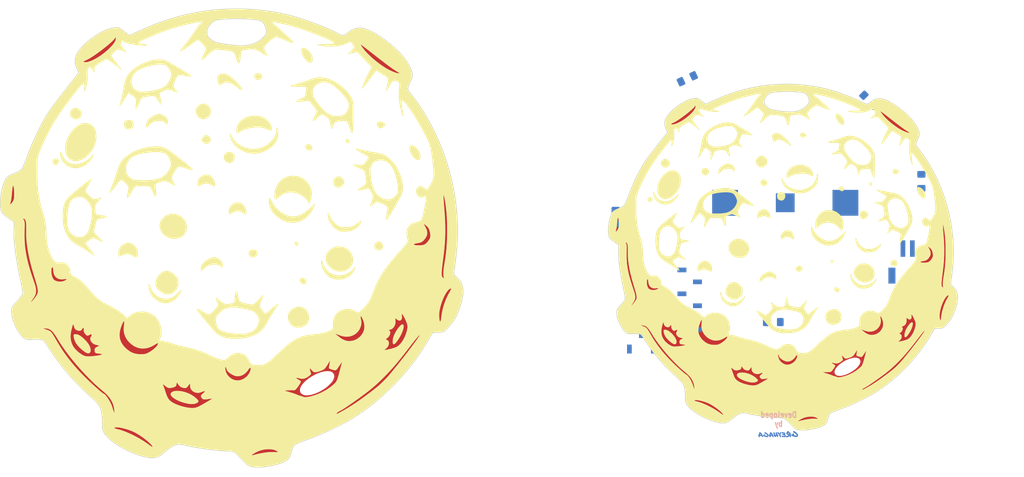
<source format=kicad_pcb>
(kicad_pcb (version 20171130) (host pcbnew 5.1.4-e60b266~84~ubuntu18.04.1)
  (layers (0 F.Cu signal) (31 B.Cu signal) (34 B.Paste user) (35 F.Paste user) (36 B.SilkS user) (37 F.SilkS user hide) (38 B.Mask user) (39 F.Mask user) (44 Edge.Cuts user))
  (net 0 "")
  (net 1 GND)
  (net 2 VCC)
  (net 3 /PB_0)
  (net 4 /PB_1)
  (net 5 /PB_4)
  (net 6 "Net-(J2-Pad6)")
  (net 7 "Net-(J2-Pad4)")
  (net 8 "Net-(J2-Pad3)")
  (net 9 VIN)
  (module Reverse_Mount_Leds:Moon_6_Leds_75mm (layer F.Cu) (at 151.892 105.664)
    (fp_text reference Ref** hide)
    (fp_text value Val** hide)
    (fp_line (start 1.326446 -31.06447) (end 1.11844 -31.072645) (layer Edge.Cuts) (width 0.1))
    (fp_line (start 1.630754 -31.06295) (end 1.326446 -31.06447) (layer Edge.Cuts) (width 0.1))
    (fp_line (start 1.926364 -31.073151) (end 1.630754 -31.06295) (layer Edge.Cuts) (width 0.1))
    (fp_line (start 2.213257 -31.095054) (end 1.926364 -31.073151) (layer Edge.Cuts) (width 0.1))
    (fp_line (start 2.491371 -31.128649) (end 2.213257 -31.095054) (layer Edge.Cuts) (width 0.1))
    (fp_line (start 2.760657 -31.173921) (end 2.491371 -31.128649) (layer Edge.Cuts) (width 0.1))
    (fp_line (start 3.021084 -31.230854) (end 2.760657 -31.173921) (layer Edge.Cuts) (width 0.1))
    (fp_line (start 3.272585 -31.299436) (end 3.021084 -31.230854) (layer Edge.Cuts) (width 0.1))
    (fp_line (start 3.515142 -31.37965) (end 3.272585 -31.299436) (layer Edge.Cuts) (width 0.1))
    (fp_line (start 3.748706 -31.471483) (end 3.515142 -31.37965) (layer Edge.Cuts) (width 0.1))
    (fp_line (start 3.973217 -31.574921) (end 3.748706 -31.471483) (layer Edge.Cuts) (width 0.1))
    (fp_line (start 4.188632 -31.68995) (end 3.973217 -31.574921) (layer Edge.Cuts) (width 0.1))
    (fp_line (start 4.394918 -31.816553) (end 4.188632 -31.68995) (layer Edge.Cuts) (width 0.1))
    (fp_line (start 4.592015 -31.954717) (end 4.394918 -31.816553) (layer Edge.Cuts) (width 0.1))
    (fp_line (start 4.779892 -32.104429) (end 4.592015 -31.954717) (layer Edge.Cuts) (width 0.1))
    (fp_line (start 4.958492 -32.265673) (end 4.779892 -32.104429) (layer Edge.Cuts) (width 0.1))
    (fp_line (start 5.092057 -32.400194) (end 4.958492 -32.265673) (layer Edge.Cuts) (width 0.1))
    (fp_line (start 5.195187 -32.510661) (end 5.092057 -32.400194) (layer Edge.Cuts) (width 0.1))
    (fp_line (start 5.285737 -32.615792) (end 5.195187 -32.510661) (layer Edge.Cuts) (width 0.1))
    (fp_line (start 5.363957 -32.716756) (end 5.285737 -32.615792) (layer Edge.Cuts) (width 0.1))
    (fp_line (start 5.430097 -32.814723) (end 5.363957 -32.716756) (layer Edge.Cuts) (width 0.1))
    (fp_line (start 5.484467 -32.91086) (end 5.430097 -32.814723) (layer Edge.Cuts) (width 0.1))
    (fp_line (start 5.527327 -33.006334) (end 5.484467 -32.91086) (layer Edge.Cuts) (width 0.1))
    (fp_line (start 5.558887 -33.102317) (end 5.527327 -33.006334) (layer Edge.Cuts) (width 0.1))
    (fp_line (start 5.579507 -33.199974) (end 5.558887 -33.102317) (layer Edge.Cuts) (width 0.1))
    (fp_line (start 5.589407 -33.300477) (end 5.579507 -33.199974) (layer Edge.Cuts) (width 0.1))
    (fp_line (start 5.588907 -33.404989) (end 5.589407 -33.300477) (layer Edge.Cuts) (width 0.1))
    (fp_line (start 5.578167 -33.514684) (end 5.588907 -33.404989) (layer Edge.Cuts) (width 0.1))
    (fp_line (start 5.557507 -33.630727) (end 5.578167 -33.514684) (layer Edge.Cuts) (width 0.1))
    (fp_line (start 5.527307 -33.754287) (end 5.557507 -33.630727) (layer Edge.Cuts) (width 0.1))
    (fp_line (start 5.487647 -33.886532) (end 5.527307 -33.754287) (layer Edge.Cuts) (width 0.1))
    (fp_line (start 5.438907 -34.028632) (end 5.487647 -33.886532) (layer Edge.Cuts) (width 0.1))
    (fp_line (start 5.384257 -34.173119) (end 5.438907 -34.028632) (layer Edge.Cuts) (width 0.1))
    (fp_line (start 5.328027 -34.303461) (end 5.384257 -34.173119) (layer Edge.Cuts) (width 0.1))
    (fp_line (start 5.268607 -34.422564) (end 5.328027 -34.303461) (layer Edge.Cuts) (width 0.1))
    (fp_line (start 5.205157 -34.530985) (end 5.268607 -34.422564) (layer Edge.Cuts) (width 0.1))
    (fp_line (start 5.136877 -34.62928) (end 5.205157 -34.530985) (layer Edge.Cuts) (width 0.1))
    (fp_line (start 5.062927 -34.718003) (end 5.136877 -34.62928) (layer Edge.Cuts) (width 0.1))
    (fp_line (start 4.982537 -34.797709) (end 5.062927 -34.718003) (layer Edge.Cuts) (width 0.1))
    (fp_line (start 4.894867 -34.868954) (end 4.982537 -34.797709) (layer Edge.Cuts) (width 0.1))
    (fp_line (start 4.732028 -34.971518) (end 4.894867 -34.868954) (layer Edge.Cuts) (width 0.1))
    (fp_line (start 4.580109 -35.037475) (end 4.732028 -34.971518) (layer Edge.Cuts) (width 0.1))
    (fp_line (start 4.455254 -35.08043) (end 4.580109 -35.037475) (layer Edge.Cuts) (width 0.1))
    (fp_line (start 4.319057 -35.117699) (end 4.455254 -35.08043) (layer Edge.Cuts) (width 0.1))
    (fp_line (start 4.170743 -35.149831) (end 4.319057 -35.117699) (layer Edge.Cuts) (width 0.1))
    (fp_line (start 4.009462 -35.177405) (end 4.170743 -35.149831) (layer Edge.Cuts) (width 0.1))
    (fp_line (start 3.834434 -35.200947) (end 4.009462 -35.177405) (layer Edge.Cuts) (width 0.1))
    (fp_line (start 3.661173 -35.219861) (end 3.834434 -35.200947) (layer Edge.Cuts) (width 0.1))
    (fp_line (start 3.494905 -35.236919) (end 3.661173 -35.219861) (layer Edge.Cuts) (width 0.1))
    (fp_line (start 3.328658 -35.252858) (end 3.494905 -35.236919) (layer Edge.Cuts) (width 0.1))
    (fp_line (start 3.16236 -35.267688) (end 3.328658 -35.252858) (layer Edge.Cuts) (width 0.1))
    (fp_line (start 2.995955 -35.281399) (end 3.16236 -35.267688) (layer Edge.Cuts) (width 0.1))
    (fp_line (start 2.829407 -35.294015) (end 2.995955 -35.281399) (layer Edge.Cuts) (width 0.1))
    (fp_line (start 2.662649 -35.305522) (end 2.829407 -35.294015) (layer Edge.Cuts) (width 0.1))
    (fp_line (start 2.495616 -35.315922) (end 2.662649 -35.305522) (layer Edge.Cuts) (width 0.1))
    (fp_line (start 2.32826 -35.325212) (end 2.495616 -35.315922) (layer Edge.Cuts) (width 0.1))
    (fp_line (start 2.160549 -35.333392) (end 2.32826 -35.325212) (layer Edge.Cuts) (width 0.1))
    (fp_line (start 1.992375 -35.340462) (end 2.160549 -35.333392) (layer Edge.Cuts) (width 0.1))
    (fp_line (start 1.823722 -35.346462) (end 1.992375 -35.340462) (layer Edge.Cuts) (width 0.1))
    (fp_line (start 1.654525 -35.351312) (end 1.823722 -35.346462) (layer Edge.Cuts) (width 0.1))
    (fp_line (start 1.484727 -35.355073) (end 1.654525 -35.351312) (layer Edge.Cuts) (width 0.1))
    (fp_line (start 1.314263 -35.357722) (end 1.484727 -35.355073) (layer Edge.Cuts) (width 0.1))
    (fp_line (start 1.143088 -35.359282) (end 1.314263 -35.357722) (layer Edge.Cuts) (width 0.1))
    (fp_line (start 0.971142 -35.359714) (end 1.143088 -35.359282) (layer Edge.Cuts) (width 0.1))
    (fp_line (start 0.798373 -35.359034) (end 0.971142 -35.359714) (layer Edge.Cuts) (width 0.1))
    (fp_line (start 0.624725 -35.357273) (end 0.798373 -35.359034) (layer Edge.Cuts) (width 0.1))
    (fp_line (start 0.450143 -35.354384) (end 0.624725 -35.357273) (layer Edge.Cuts) (width 0.1))
    (fp_line (start 0.274556 -35.350424) (end 0.450143 -35.354384) (layer Edge.Cuts) (width 0.1))
    (fp_line (start 0.097932 -35.345344) (end 0.274556 -35.350424) (layer Edge.Cuts) (width 0.1))
    (fp_line (start -0.079794 -35.339144) (end 0.097932 -35.345344) (layer Edge.Cuts) (width 0.1))
    (fp_line (start -0.25869 -35.331854) (end -0.079794 -35.339144) (layer Edge.Cuts) (width 0.1))
    (fp_line (start -0.4388 -35.323464) (end -0.25869 -35.331854) (layer Edge.Cuts) (width 0.1))
    (fp_line (start -0.620183 -35.313954) (end -0.4388 -35.323464) (layer Edge.Cuts) (width 0.1))
    (fp_line (start -0.802891 -35.303354) (end -0.620183 -35.313954) (layer Edge.Cuts) (width 0.1))
    (fp_line (start -0.986992 -35.29165) (end -0.802891 -35.303354) (layer Edge.Cuts) (width 0.1))
    (fp_line (start -1.172522 -35.278832) (end -0.986992 -35.29165) (layer Edge.Cuts) (width 0.1))
    (fp_line (start -1.359555 -35.264921) (end -1.172522 -35.278832) (layer Edge.Cuts) (width 0.1))
    (fp_line (start -1.548139 -35.249907) (end -1.359555 -35.264921) (layer Edge.Cuts) (width 0.1))
    (fp_line (start -1.73832 -35.233791) (end -1.548139 -35.249907) (layer Edge.Cuts) (width 0.1))
    (fp_line (start -1.888546 -35.220075) (end -1.73832 -35.233791) (layer Edge.Cuts) (width 0.1))
    (fp_line (start -2.009686 -35.206634) (end -1.888546 -35.220075) (layer Edge.Cuts) (width 0.1))
    (fp_line (start -2.122434 -35.191394) (end -2.009686 -35.206634) (layer Edge.Cuts) (width 0.1))
    (fp_line (start -2.227559 -35.174008) (end -2.122434 -35.191394) (layer Edge.Cuts) (width 0.1))
    (fp_line (start -2.325889 -35.154161) (end -2.227559 -35.174008) (layer Edge.Cuts) (width 0.1))
    (fp_line (start -2.418219 -35.131528) (end -2.325889 -35.154161) (layer Edge.Cuts) (width 0.1))
    (fp_line (start -2.505339 -35.105794) (end -2.418219 -35.131528) (layer Edge.Cuts) (width 0.1))
    (fp_line (start -2.588079 -35.076601) (end -2.505339 -35.105794) (layer Edge.Cuts) (width 0.1))
    (fp_line (start -2.718677 -35.020177) (end -2.588079 -35.076601) (layer Edge.Cuts) (width 0.1))
    (fp_line (start -2.866832 -34.935759) (end -2.718677 -35.020177) (layer Edge.Cuts) (width 0.1))
    (fp_line (start -2.963912 -34.867696) (end -2.866832 -34.935759) (layer Edge.Cuts) (width 0.1))
    (fp_line (start -3.037122 -34.811041) (end -2.963912 -34.867696) (layer Edge.Cuts) (width 0.1))
    (fp_line (start -3.111582 -34.748666) (end -3.037122 -34.811041) (layer Edge.Cuts) (width 0.1))
    (fp_line (start -3.188072 -34.68025) (end -3.111582 -34.748666) (layer Edge.Cuts) (width 0.1))
    (fp_line (start -3.298982 -34.57393) (end -3.188072 -34.68025) (layer Edge.Cuts) (width 0.1))
    (fp_line (start -3.415963 -34.446852) (end -3.298982 -34.57393) (layer Edge.Cuts) (width 0.1))
    (fp_line (start -3.521871 -34.315598) (end -3.415963 -34.446852) (layer Edge.Cuts) (width 0.1))
    (fp_line (start -3.616511 -34.180897) (end -3.521871 -34.315598) (layer Edge.Cuts) (width 0.1))
    (fp_line (start -3.699681 -34.043471) (end -3.616511 -34.180897) (layer Edge.Cuts) (width 0.1))
    (fp_line (start -3.771191 -33.904051) (end -3.699681 -34.043471) (layer Edge.Cuts) (width 0.1))
    (fp_line (start -3.830871 -33.763361) (end -3.771191 -33.904051) (layer Edge.Cuts) (width 0.1))
    (fp_line (start -3.878491 -33.622126) (end -3.830871 -33.763361) (layer Edge.Cuts) (width 0.1))
    (fp_line (start -3.913941 -33.481075) (end -3.878491 -33.622126) (layer Edge.Cuts) (width 0.1))
    (fp_line (start -3.936911 -33.34093) (end -3.913941 -33.481075) (layer Edge.Cuts) (width 0.1))
    (fp_line (start -3.947215 -33.202422) (end -3.936911 -33.34093) (layer Edge.Cuts) (width 0.1))
    (fp_line (start -3.944711 -33.066274) (end -3.947215 -33.202422) (layer Edge.Cuts) (width 0.1))
    (fp_line (start -3.929261 -32.933215) (end -3.944711 -33.066274) (layer Edge.Cuts) (width 0.1))
    (fp_line (start -3.900621 -32.803968) (end -3.929261 -32.933215) (layer Edge.Cuts) (width 0.1))
    (fp_line (start -3.858571 -32.679261) (end -3.900621 -32.803968) (layer Edge.Cuts) (width 0.1))
    (fp_line (start -3.802941 -32.559819) (end -3.858571 -32.679261) (layer Edge.Cuts) (width 0.1))
    (fp_line (start -3.758071 -32.486023) (end -3.802941 -32.559819) (layer Edge.Cuts) (width 0.1))
    (fp_line (start -3.712961 -32.427567) (end -3.758071 -32.486023) (layer Edge.Cuts) (width 0.1))
    (fp_line (start -3.656761 -32.364607) (end -3.712961 -32.427567) (layer Edge.Cuts) (width 0.1))
    (fp_line (start -3.590871 -32.298161) (end -3.656761 -32.364607) (layer Edge.Cuts) (width 0.1))
    (fp_line (start -3.516651 -32.229253) (end -3.590871 -32.298161) (layer Edge.Cuts) (width 0.1))
    (fp_line (start -3.435511 -32.158902) (end -3.516651 -32.229253) (layer Edge.Cuts) (width 0.1))
    (fp_line (start -3.348811 -32.088128) (end -3.435511 -32.158902) (layer Edge.Cuts) (width 0.1))
    (fp_line (start -3.257941 -32.017956) (end -3.348811 -32.088128) (layer Edge.Cuts) (width 0.1))
    (fp_line (start -3.164281 -31.949401) (end -3.257941 -32.017956) (layer Edge.Cuts) (width 0.1))
    (fp_line (start -3.069221 -31.883486) (end -3.164281 -31.949401) (layer Edge.Cuts) (width 0.1))
    (fp_line (start -2.974121 -31.821233) (end -3.069221 -31.883486) (layer Edge.Cuts) (width 0.1))
    (fp_line (start -2.880391 -31.763662) (end -2.974121 -31.821233) (layer Edge.Cuts) (width 0.1))
    (fp_line (start -2.789381 -31.711791) (end -2.880391 -31.763662) (layer Edge.Cuts) (width 0.1))
    (fp_line (start -2.702511 -31.666644) (end -2.789381 -31.711791) (layer Edge.Cuts) (width 0.1))
    (fp_line (start -2.621131 -31.629242) (end -2.702511 -31.666644) (layer Edge.Cuts) (width 0.1))
    (fp_line (start -2.546641 -31.600606) (end -2.621131 -31.629242) (layer Edge.Cuts) (width 0.1))
    (fp_line (start -2.445114 -31.571083) (end -2.546641 -31.600606) (layer Edge.Cuts) (width 0.1))
    (fp_line (start -2.297384 -31.534905) (end -2.445114 -31.571083) (layer Edge.Cuts) (width 0.1))
    (fp_line (start -2.121207 -31.496856) (end -2.297384 -31.534905) (layer Edge.Cuts) (width 0.1))
    (fp_line (start -1.920334 -31.457476) (end -2.121207 -31.496856) (layer Edge.Cuts) (width 0.1))
    (fp_line (start -1.698489 -31.417298) (end -1.920334 -31.457476) (layer Edge.Cuts) (width 0.1))
    (fp_line (start -1.459423 -31.376857) (end -1.698489 -31.417298) (layer Edge.Cuts) (width 0.1))
    (fp_line (start -1.206855 -31.336689) (end -1.459423 -31.376857) (layer Edge.Cuts) (width 0.1))
    (fp_line (start -0.944551 -31.297326) (end -1.206855 -31.336689) (layer Edge.Cuts) (width 0.1))
    (fp_line (start -0.676219 -31.259307) (end -0.944551 -31.297326) (layer Edge.Cuts) (width 0.1))
    (fp_line (start -0.405619 -31.223162) (end -0.676219 -31.259307) (layer Edge.Cuts) (width 0.1))
    (fp_line (start -0.136487 -31.189428) (end -0.405619 -31.223162) (layer Edge.Cuts) (width 0.1))
    (fp_line (start 0.127447 -31.158645) (end -0.136487 -31.189428) (layer Edge.Cuts) (width 0.1))
    (fp_line (start 0.382447 -31.131327) (end 0.127447 -31.158645) (layer Edge.Cuts) (width 0.1))
    (fp_line (start 0.624772 -31.108042) (end 0.382447 -31.131327) (layer Edge.Cuts) (width 0.1))
    (fp_line (start 0.850676 -31.089297) (end 0.624772 -31.108042) (layer Edge.Cuts) (width 0.1))
    (fp_line (start 1.05642 -31.075645) (end 0.850676 -31.089297) (layer Edge.Cuts) (width 0.1))
    (fp_line (start 1.11844 -31.072645) (end 1.05642 -31.075645) (layer Edge.Cuts) (width 0.1))
    (fp_line (start -20.40983 31.30216) (end -20.409789 31.302603) (layer Edge.Cuts) (width 0.1))
    (fp_line (start -20.409833 31.302161) (end -20.40983 31.30216) (layer Edge.Cuts) (width 0.1))
    (fp_line (start -20.409834 31.302163) (end -20.409833 31.302161) (layer Edge.Cuts) (width 0.1))
    (fp_line (start -20.409836 31.302164) (end -20.409834 31.302163) (layer Edge.Cuts) (width 0.1))
    (fp_line (start -20.409837 31.302166) (end -20.409836 31.302164) (layer Edge.Cuts) (width 0.1))
    (fp_line (start -20.40984 31.302167) (end -20.409837 31.302166) (layer Edge.Cuts) (width 0.1))
    (fp_line (start -20.409842 31.302169) (end -20.40984 31.302167) (layer Edge.Cuts) (width 0.1))
    (fp_line (start -20.409843 31.30217) (end -20.409842 31.302169) (layer Edge.Cuts) (width 0.1))
    (fp_line (start -20.409845 31.30217) (end -20.409843 31.30217) (layer Edge.Cuts) (width 0.1))
    (fp_line (start -20.409848 31.302172) (end -20.409845 31.30217) (layer Edge.Cuts) (width 0.1))
    (fp_line (start -20.409849 31.302172) (end -20.409848 31.302172) (layer Edge.Cuts) (width 0.1))
    (fp_line (start -20.409851 31.302175) (end -20.409849 31.302172) (layer Edge.Cuts) (width 0.1))
    (fp_line (start -20.409852 31.302175) (end -20.409851 31.302175) (layer Edge.Cuts) (width 0.1))
    (fp_line (start -20.409855 31.302178) (end -20.409852 31.302175) (layer Edge.Cuts) (width 0.1))
    (fp_line (start -20.409857 31.302178) (end -20.409855 31.302178) (layer Edge.Cuts) (width 0.1))
    (fp_line (start -20.307164 31.457305) (end -20.409857 31.302178) (layer Edge.Cuts) (width 0.1))
    (fp_line (start -20.120396 31.694634) (end -20.307164 31.457305) (layer Edge.Cuts) (width 0.1))
    (fp_line (start -19.900023 31.935712) (end -20.120396 31.694634) (layer Edge.Cuts) (width 0.1))
    (fp_line (start -19.64838 32.179067) (end -19.900023 31.935712) (layer Edge.Cuts) (width 0.1))
    (fp_line (start -19.367707 32.423275) (end -19.64838 32.179067) (layer Edge.Cuts) (width 0.1))
    (fp_line (start -19.060294 32.66687) (end -19.367707 32.423275) (layer Edge.Cuts) (width 0.1))
    (fp_line (start -18.728432 32.908449) (end -19.060294 32.66687) (layer Edge.Cuts) (width 0.1))
    (fp_line (start -18.374386 33.146569) (end -18.728432 32.908449) (layer Edge.Cuts) (width 0.1))
    (fp_line (start -18.000431 33.379785) (end -18.374386 33.146569) (layer Edge.Cuts) (width 0.1))
    (fp_line (start -17.60885 33.606645) (end -18.000431 33.379785) (layer Edge.Cuts) (width 0.1))
    (fp_line (start -17.201924 33.825732) (end -17.60885 33.606645) (layer Edge.Cuts) (width 0.1))
    (fp_line (start -16.781942 34.035586) (end -17.201924 33.825732) (layer Edge.Cuts) (width 0.1))
    (fp_line (start -16.351168 34.234778) (end -16.781942 34.035586) (layer Edge.Cuts) (width 0.1))
    (fp_line (start -15.911883 34.421879) (end -16.351168 34.234778) (layer Edge.Cuts) (width 0.1))
    (fp_line (start -15.46638 34.595422) (end -15.911883 34.421879) (layer Edge.Cuts) (width 0.1))
    (fp_line (start -15.016918 34.754026) (end -15.46638 34.595422) (layer Edge.Cuts) (width 0.1))
    (fp_line (start -14.603531 34.885475) (end -15.016918 34.754026) (layer Edge.Cuts) (width 0.1))
    (fp_line (start -14.236035 34.992891) (end -14.603531 34.885475) (layer Edge.Cuts) (width 0.1))
    (fp_line (start -13.895683 35.081171) (end -14.236035 34.992891) (layer Edge.Cuts) (width 0.1))
    (fp_line (start -13.579907 35.149931) (end -13.895683 35.081171) (layer Edge.Cuts) (width 0.1))
    (fp_line (start -13.28617 35.198811) (end -13.579907 35.149931) (layer Edge.Cuts) (width 0.1))
    (fp_line (start -13.011877 35.227631) (end -13.28617 35.198811) (layer Edge.Cuts) (width 0.1))
    (fp_line (start -12.754489 35.235831) (end -13.011877 35.227631) (layer Edge.Cuts) (width 0.1))
    (fp_line (start -12.511434 35.223311) (end -12.754489 35.235831) (layer Edge.Cuts) (width 0.1))
    (fp_line (start -12.280156 35.189621) (end -12.511434 35.223311) (layer Edge.Cuts) (width 0.1))
    (fp_line (start -12.058106 35.134441) (end -12.280156 35.189621) (layer Edge.Cuts) (width 0.1))
    (fp_line (start -11.842696 35.057431) (end -12.058106 35.134441) (layer Edge.Cuts) (width 0.1))
    (fp_line (start -11.631367 34.958284) (end -11.842696 35.057431) (layer Edge.Cuts) (width 0.1))
    (fp_line (start -11.421594 34.836636) (end -11.631367 34.958284) (layer Edge.Cuts) (width 0.1))
    (fp_line (start -11.210787 34.69218) (end -11.421594 34.836636) (layer Edge.Cuts) (width 0.1))
    (fp_line (start -10.996384 34.52458) (end -11.210787 34.69218) (layer Edge.Cuts) (width 0.1))
    (fp_line (start -10.775814 34.333526) (end -10.996384 34.52458) (layer Edge.Cuts) (width 0.1))
    (fp_line (start -10.657474 34.224436) (end -10.775814 34.333526) (layer Edge.Cuts) (width 0.1))
    (fp_line (start -10.588344 34.163976) (end -10.657474 34.224436) (layer Edge.Cuts) (width 0.1))
    (fp_line (start -10.513914 34.101526) (end -10.588344 34.163976) (layer Edge.Cuts) (width 0.1))
    (fp_line (start -10.434914 34.037556) (end -10.513914 34.101526) (layer Edge.Cuts) (width 0.1))
    (fp_line (start -10.352004 33.972576) (end -10.434914 34.037556) (layer Edge.Cuts) (width 0.1))
    (fp_line (start -10.265874 33.907036) (end -10.352004 33.972576) (layer Edge.Cuts) (width 0.1))
    (fp_line (start -10.177214 33.841456) (end -10.265874 33.907036) (layer Edge.Cuts) (width 0.1))
    (fp_line (start -10.086724 33.776306) (end -10.177214 33.841456) (layer Edge.Cuts) (width 0.1))
    (fp_line (start -9.995074 33.712066) (end -10.086724 33.776306) (layer Edge.Cuts) (width 0.1))
    (fp_line (start -9.902994 33.649236) (end -9.995074 33.712066) (layer Edge.Cuts) (width 0.1))
    (fp_line (start -9.811144 33.588286) (end -9.902994 33.649236) (layer Edge.Cuts) (width 0.1))
    (fp_line (start -9.720224 33.529736) (end -9.811144 33.588286) (layer Edge.Cuts) (width 0.1))
    (fp_line (start -9.630914 33.474026) (end -9.720224 33.529736) (layer Edge.Cuts) (width 0.1))
    (fp_line (start -9.543914 33.421686) (end -9.630914 33.474026) (layer Edge.Cuts) (width 0.1))
    (fp_line (start -9.459904 33.373146) (end -9.543914 33.421686) (layer Edge.Cuts) (width 0.1))
    (fp_line (start -9.379574 33.328996) (end -9.459904 33.373146) (layer Edge.Cuts) (width 0.1))
    (fp_line (start -9.273855 33.274016) (end -9.379574 33.328996) (layer Edge.Cuts) (width 0.1))
    (fp_line (start -9.16064 33.219006) (end -9.273855 33.274016) (layer Edge.Cuts) (width 0.1))
    (fp_line (start -9.053172 33.171866) (end -9.16064 33.219006) (layer Edge.Cuts) (width 0.1))
    (fp_line (start -8.949415 33.132366) (end -9.053172 33.171866) (layer Edge.Cuts) (width 0.1))
    (fp_line (start -8.847358 33.100686) (end -8.949415 33.132366) (layer Edge.Cuts) (width 0.1))
    (fp_line (start -8.744993 33.076836) (end -8.847358 33.100686) (layer Edge.Cuts) (width 0.1))
    (fp_line (start -8.640235 33.060566) (end -8.744993 33.076836) (layer Edge.Cuts) (width 0.1))
    (fp_line (start -8.531154 33.051921) (end -8.640235 33.060566) (layer Edge.Cuts) (width 0.1))
    (fp_line (start -8.415684 33.050866) (end -8.531154 33.051921) (layer Edge.Cuts) (width 0.1))
    (fp_line (start -8.291791 33.057466) (end -8.415684 33.050866) (layer Edge.Cuts) (width 0.1))
    (fp_line (start -8.157509 33.071636) (end -8.291791 33.057466) (layer Edge.Cuts) (width 0.1))
    (fp_line (start -8.010771 33.093156) (end -8.157509 33.071636) (layer Edge.Cuts) (width 0.1))
    (fp_line (start -7.849554 33.122146) (end -8.010771 33.093156) (layer Edge.Cuts) (width 0.1))
    (fp_line (start -7.671871 33.158426) (end -7.849554 33.122146) (layer Edge.Cuts) (width 0.1))
    (fp_line (start -7.47569 33.202206) (end -7.671871 33.158426) (layer Edge.Cuts) (width 0.1))
    (fp_line (start -7.258965 33.253276) (end -7.47569 33.202206) (layer Edge.Cuts) (width 0.1))
    (fp_line (start -6.968609 33.322346) (end -7.258965 33.253276) (layer Edge.Cuts) (width 0.1))
    (fp_line (start -6.619847 33.397596) (end -6.968609 33.322346) (layer Edge.Cuts) (width 0.1))
    (fp_line (start -6.241852 33.472536) (end -6.619847 33.397596) (layer Edge.Cuts) (width 0.1))
    (fp_line (start -5.839342 33.546446) (end -6.241852 33.472536) (layer Edge.Cuts) (width 0.1))
    (fp_line (start -5.417131 33.618796) (end -5.839342 33.546446) (layer Edge.Cuts) (width 0.1))
    (fp_line (start -4.979969 33.688856) (end -5.417131 33.618796) (layer Edge.Cuts) (width 0.1))
    (fp_line (start -4.532613 33.756026) (end -4.979969 33.688856) (layer Edge.Cuts) (width 0.1))
    (fp_line (start -4.079836 33.819696) (end -4.532613 33.756026) (layer Edge.Cuts) (width 0.1))
    (fp_line (start -3.626405 33.879226) (end -4.079836 33.819696) (layer Edge.Cuts) (width 0.1))
    (fp_line (start -3.177088 33.933966) (end -3.626405 33.879226) (layer Edge.Cuts) (width 0.1))
    (fp_line (start -2.736648 33.983256) (end -3.177088 33.933966) (layer Edge.Cuts) (width 0.1))
    (fp_line (start -2.309839 34.026586) (end -2.736648 33.983256) (layer Edge.Cuts) (width 0.1))
    (fp_line (start -1.901457 34.063176) (end -2.309839 34.026586) (layer Edge.Cuts) (width 0.1))
    (fp_line (start -1.516237 34.092416) (end -1.901457 34.063176) (layer Edge.Cuts) (width 0.1))
    (fp_line (start -1.15896 34.113746) (end -1.516237 34.092416) (layer Edge.Cuts) (width 0.1))
    (fp_line (start -0.834395 34.126646) (end -1.15896 34.113746) (layer Edge.Cuts) (width 0.1))
    (fp_line (start -0.596277 34.13034) (end -0.834395 34.126646) (layer Edge.Cuts) (width 0.1))
    (fp_line (start -0.410809 34.133046) (end -0.596277 34.13034) (layer Edge.Cuts) (width 0.1))
    (fp_line (start -0.247719 34.138546) (end -0.410809 34.133046) (layer Edge.Cuts) (width 0.1))
    (fp_line (start -0.101955 34.150066) (end -0.247719 34.138546) (layer Edge.Cuts) (width 0.1))
    (fp_line (start 0.03158 34.171006) (end -0.101955 34.150066) (layer Edge.Cuts) (width 0.1))
    (fp_line (start 0.157947 34.204716) (end 0.03158 34.171006) (layer Edge.Cuts) (width 0.1))
    (fp_line (start 0.28222 34.254516) (end 0.157947 34.204716) (layer Edge.Cuts) (width 0.1))
    (fp_line (start 0.409487 34.323736) (end 0.28222 34.254516) (layer Edge.Cuts) (width 0.1))
    (fp_line (start 0.544812 34.415738) (end 0.409487 34.323736) (layer Edge.Cuts) (width 0.1))
    (fp_line (start 0.693274 34.533884) (end 0.544812 34.415738) (layer Edge.Cuts) (width 0.1))
    (fp_line (start 0.859927 34.681476) (end 0.693274 34.533884) (layer Edge.Cuts) (width 0.1))
    (fp_line (start 1.049876 34.861876) (end 0.859927 34.681476) (layer Edge.Cuts) (width 0.1))
    (fp_line (start 1.268182 35.078406) (end 1.049876 34.861876) (layer Edge.Cuts) (width 0.1))
    (fp_line (start 1.519922 35.334434) (end 1.268182 35.078406) (layer Edge.Cuts) (width 0.1))
    (fp_line (start 1.810161 35.63329) (end 1.519922 35.334434) (layer Edge.Cuts) (width 0.1))
    (fp_line (start 2.143985 35.97832) (end 1.810161 35.63329) (layer Edge.Cuts) (width 0.1))
    (fp_line (start 2.322064 36.161549) (end 2.143985 35.97832) (layer Edge.Cuts) (width 0.1))
    (fp_line (start 2.398874 36.235839) (end 2.322064 36.161549) (layer Edge.Cuts) (width 0.1))
    (fp_line (start 2.473554 36.302769) (end 2.398874 36.235839) (layer Edge.Cuts) (width 0.1))
    (fp_line (start 2.547304 36.362809) (end 2.473554 36.302769) (layer Edge.Cuts) (width 0.1))
    (fp_line (start 2.621364 36.416449) (end 2.547304 36.362809) (layer Edge.Cuts) (width 0.1))
    (fp_line (start 2.696964 36.464119) (end 2.621364 36.416449) (layer Edge.Cuts) (width 0.1))
    (fp_line (start 2.775334 36.506259) (end 2.696964 36.464119) (layer Edge.Cuts) (width 0.1))
    (fp_line (start 2.857684 36.543569) (end 2.775334 36.506259) (layer Edge.Cuts) (width 0.1))
    (fp_line (start 2.945244 36.576249) (end 2.857684 36.543569) (layer Edge.Cuts) (width 0.1))
    (fp_line (start 3.039284 36.604849) (end 2.945244 36.576249) (layer Edge.Cuts) (width 0.1))
    (fp_line (start 3.14097 36.629819) (end 3.039284 36.604849) (layer Edge.Cuts) (width 0.1))
    (fp_line (start 3.251555 36.651749) (end 3.14097 36.629819) (layer Edge.Cuts) (width 0.1))
    (fp_line (start 3.372279 36.671109) (end 3.251555 36.651749) (layer Edge.Cuts) (width 0.1))
    (fp_line (start 3.504366 36.688259) (end 3.372279 36.671109) (layer Edge.Cuts) (width 0.1))
    (fp_line (start 3.649031 36.703679) (end 3.504366 36.688259) (layer Edge.Cuts) (width 0.1))
    (fp_line (start 3.807492 36.717899) (end 3.649031 36.703679) (layer Edge.Cuts) (width 0.1))
    (fp_line (start 4.043859 36.733619) (end 3.807492 36.717899) (layer Edge.Cuts) (width 0.1))
    (fp_line (start 4.336257 36.737239) (end 4.043859 36.733619) (layer Edge.Cuts) (width 0.1))
    (fp_line (start 4.649942 36.727279) (end 4.336257 36.737239) (layer Edge.Cuts) (width 0.1))
    (fp_line (start 4.980447 36.704449) (end 4.649942 36.727279) (layer Edge.Cuts) (width 0.1))
    (fp_line (start 5.323361 36.669729) (end 4.980447 36.704449) (layer Edge.Cuts) (width 0.1))
    (fp_line (start 5.674214 36.623969) (end 5.323361 36.669729) (layer Edge.Cuts) (width 0.1))
    (fp_line (start 6.028579 36.568209) (end 5.674214 36.623969) (layer Edge.Cuts) (width 0.1))
    (fp_line (start 6.382014 36.503259) (end 6.028579 36.568209) (layer Edge.Cuts) (width 0.1))
    (fp_line (start 6.730081 36.430099) (end 6.382014 36.503259) (layer Edge.Cuts) (width 0.1))
    (fp_line (start 7.068338 36.349609) (end 6.730081 36.430099) (layer Edge.Cuts) (width 0.1))
    (fp_line (start 7.392343 36.262699) (end 7.068338 36.349609) (layer Edge.Cuts) (width 0.1))
    (fp_line (start 7.697654 36.170309) (end 7.392343 36.262699) (layer Edge.Cuts) (width 0.1))
    (fp_line (start 7.979824 36.073329) (end 7.697654 36.170309) (layer Edge.Cuts) (width 0.1))
    (fp_line (start 8.234442 35.97269) (end 7.979824 36.073329) (layer Edge.Cuts) (width 0.1))
    (fp_line (start 8.457023 35.869307) (end 8.234442 35.97269) (layer Edge.Cuts) (width 0.1))
    (fp_line (start 8.643155 35.764072) (end 8.457023 35.869307) (layer Edge.Cuts) (width 0.1))
    (fp_line (start 8.761685 35.681172) (end 8.643155 35.764072) (layer Edge.Cuts) (width 0.1))
    (fp_line (start 8.854165 35.613912) (end 8.761685 35.681172) (layer Edge.Cuts) (width 0.1))
    (fp_line (start 8.937435 35.549832) (end 8.854165 35.613912) (layer Edge.Cuts) (width 0.1))
    (fp_line (start 9.012275 35.487742) (end 8.937435 35.549832) (layer Edge.Cuts) (width 0.1))
    (fp_line (start 9.079485 35.426372) (end 9.012275 35.487742) (layer Edge.Cuts) (width 0.1))
    (fp_line (start 9.139925 35.364542) (end 9.079485 35.426372) (layer Edge.Cuts) (width 0.1))
    (fp_line (start 9.194335 35.300972) (end 9.139925 35.364542) (layer Edge.Cuts) (width 0.1))
    (fp_line (start 9.243535 35.234462) (end 9.194335 35.300972) (layer Edge.Cuts) (width 0.1))
    (fp_line (start 9.288335 35.163752) (end 9.243535 35.234462) (layer Edge.Cuts) (width 0.1))
    (fp_line (start 9.329605 35.087582) (end 9.288335 35.163752) (layer Edge.Cuts) (width 0.1))
    (fp_line (start 9.367915 35.004742) (end 9.329605 35.087582) (layer Edge.Cuts) (width 0.1))
    (fp_line (start 9.404345 34.914012) (end 9.367915 35.004742) (layer Edge.Cuts) (width 0.1))
    (fp_line (start 9.439555 34.814142) (end 9.404345 34.914012) (layer Edge.Cuts) (width 0.1))
    (fp_line (start 9.474495 34.703873) (end 9.439555 34.814142) (layer Edge.Cuts) (width 0.1))
    (fp_line (start 9.509685 34.582002) (end 9.474495 34.703873) (layer Edge.Cuts) (width 0.1))
    (fp_line (start 9.546215 34.447293) (end 9.509685 34.582002) (layer Edge.Cuts) (width 0.1))
    (fp_line (start 9.575225 34.337193) (end 9.546215 34.447293) (layer Edge.Cuts) (width 0.1))
    (fp_line (start 9.601065 34.244783) (end 9.575225 34.337193) (layer Edge.Cuts) (width 0.1))
    (fp_line (start 9.628615 34.152403) (end 9.601065 34.244783) (layer Edge.Cuts) (width 0.1))
    (fp_line (start 9.657235 34.060643) (end 9.628615 34.152403) (layer Edge.Cuts) (width 0.1))
    (fp_line (start 9.686815 33.970163) (end 9.657235 34.060643) (layer Edge.Cuts) (width 0.1))
    (fp_line (start 9.717325 33.881523) (end 9.686815 33.970163) (layer Edge.Cuts) (width 0.1))
    (fp_line (start 9.748285 33.795343) (end 9.717325 33.881523) (layer Edge.Cuts) (width 0.1))
    (fp_line (start 9.779645 33.712193) (end 9.748285 33.795343) (layer Edge.Cuts) (width 0.1))
    (fp_line (start 9.810975 33.632753) (end 9.779645 33.712193) (layer Edge.Cuts) (width 0.1))
    (fp_line (start 9.842215 33.557553) (end 9.810975 33.632753) (layer Edge.Cuts) (width 0.1))
    (fp_line (start 9.873085 33.487223) (end 9.842215 33.557553) (layer Edge.Cuts) (width 0.1))
    (fp_line (start 9.903215 33.422383) (end 9.873085 33.487223) (layer Edge.Cuts) (width 0.1))
    (fp_line (start 9.932545 33.363633) (end 9.903215 33.422383) (layer Edge.Cuts) (width 0.1))
    (fp_line (start 9.960775 33.311533) (end 9.932545 33.363633) (layer Edge.Cuts) (width 0.1))
    (fp_line (start 9.987465 33.266713) (end 9.960775 33.311533) (layer Edge.Cuts) (width 0.1))
    (fp_line (start 10.012695 33.229713) (end 9.987465 33.266713) (layer Edge.Cuts) (width 0.1))
    (fp_line (start 10.039725 33.199003) (end 10.012695 33.229713) (layer Edge.Cuts) (width 0.1))
    (fp_line (start 10.085935 33.162203) (end 10.039725 33.199003) (layer Edge.Cuts) (width 0.1))
    (fp_line (start 10.150235 33.120033) (end 10.085935 33.162203) (layer Edge.Cuts) (width 0.1))
    (fp_line (start 10.231485 33.072933) (end 10.150235 33.120033) (layer Edge.Cuts) (width 0.1))
    (fp_line (start 10.328567 33.021403) (end 10.231485 33.072933) (layer Edge.Cuts) (width 0.1))
    (fp_line (start 10.440426 32.965913) (end 10.328567 33.021403) (layer Edge.Cuts) (width 0.1))
    (fp_line (start 10.565858 32.906953) (end 10.440426 32.965913) (layer Edge.Cuts) (width 0.1))
    (fp_line (start 10.703817 32.845023) (end 10.565858 32.906953) (layer Edge.Cuts) (width 0.1))
    (fp_line (start 10.853181 32.780583) (end 10.703817 32.845023) (layer Edge.Cuts) (width 0.1))
    (fp_line (start 11.012818 32.714123) (end 10.853181 32.780583) (layer Edge.Cuts) (width 0.1))
    (fp_line (start 11.181622 32.646113) (end 11.012818 32.714123) (layer Edge.Cuts) (width 0.1))
    (fp_line (start 11.358481 32.577043) (end 11.181622 32.646113) (layer Edge.Cuts) (width 0.1))
    (fp_line (start 11.542286 32.507423) (end 11.358481 32.577043) (layer Edge.Cuts) (width 0.1))
    (fp_line (start 11.731932 32.437723) (end 11.542286 32.507423) (layer Edge.Cuts) (width 0.1))
    (fp_line (start 11.926303 32.368413) (end 11.731932 32.437723) (layer Edge.Cuts) (width 0.1))
    (fp_line (start 12.124263 32.299973) (end 11.926303 32.368413) (layer Edge.Cuts) (width 0.1))
    (fp_line (start 12.4662 32.183017) (end 12.124263 32.299973) (layer Edge.Cuts) (width 0.1))
    (fp_line (start 12.905462 32.022231) (end 12.4662 32.183017) (layer Edge.Cuts) (width 0.1))
    (fp_line (start 13.369368 31.842714) (end 12.905462 32.022231) (layer Edge.Cuts) (width 0.1))
    (fp_line (start 13.853474 31.646553) (end 13.369368 31.842714) (layer Edge.Cuts) (width 0.1))
    (fp_line (start 14.353339 31.435901) (end 13.853474 31.646553) (layer Edge.Cuts) (width 0.1))
    (fp_line (start 14.864522 31.212845) (end 14.353339 31.435901) (layer Edge.Cuts) (width 0.1))
    (fp_line (start 15.382584 30.979482) (end 14.864522 31.212845) (layer Edge.Cuts) (width 0.1))
    (fp_line (start 15.903081 30.737937) (end 15.382584 30.979482) (layer Edge.Cuts) (width 0.1))
    (fp_line (start 16.421578 30.490326) (end 15.903081 30.737937) (layer Edge.Cuts) (width 0.1))
    (fp_line (start 16.933627 30.238744) (end 16.421578 30.490326) (layer Edge.Cuts) (width 0.1))
    (fp_line (start 17.434792 29.985316) (end 16.933627 30.238744) (layer Edge.Cuts) (width 0.1))
    (fp_line (start 17.920632 29.732148) (end 17.434792 29.985316) (layer Edge.Cuts) (width 0.1))
    (fp_line (start 18.386702 29.481347) (end 17.920632 29.732148) (layer Edge.Cuts) (width 0.1))
    (fp_line (start 18.828572 29.235029) (end 18.386702 29.481347) (layer Edge.Cuts) (width 0.1))
    (fp_line (start 19.24178 28.995307) (end 18.828572 29.235029) (layer Edge.Cuts) (width 0.1))
    (fp_line (start 19.621916 28.764281) (end 19.24178 28.995307) (layer Edge.Cuts) (width 0.1))
    (fp_line (start 20.304706 28.323236) (end 19.621916 28.764281) (layer Edge.Cuts) (width 0.1))
    (fp_line (start 21.148102 27.741009) (end 20.304706 28.323236) (layer Edge.Cuts) (width 0.1))
    (fp_line (start 21.982712 27.126201) (end 21.148102 27.741009) (layer Edge.Cuts) (width 0.1))
    (fp_line (start 22.806441 26.480966) (end 21.982712 27.126201) (layer Edge.Cuts) (width 0.1))
    (fp_line (start 23.617194 25.807458) (end 22.806441 26.480966) (layer Edge.Cuts) (width 0.1))
    (fp_line (start 24.412875 25.107831) (end 23.617194 25.807458) (layer Edge.Cuts) (width 0.1))
    (fp_line (start 25.191385 24.384239) (end 24.412875 25.107831) (layer Edge.Cuts) (width 0.1))
    (fp_line (start 25.950629 23.638836) (end 25.191385 24.384239) (layer Edge.Cuts) (width 0.1))
    (fp_line (start 26.688511 22.873775) (end 25.950629 23.638836) (layer Edge.Cuts) (width 0.1))
    (fp_line (start 27.402932 22.09121) (end 26.688511 22.873775) (layer Edge.Cuts) (width 0.1))
    (fp_line (start 28.091799 21.293296) (end 27.402932 22.09121) (layer Edge.Cuts) (width 0.1))
    (fp_line (start 28.753014 20.482189) (end 28.091799 21.293296) (layer Edge.Cuts) (width 0.1))
    (fp_line (start 29.384479 19.660037) (end 28.753014 20.482189) (layer Edge.Cuts) (width 0.1))
    (fp_line (start 29.9841 18.828999) (end 29.384479 19.660037) (layer Edge.Cuts) (width 0.1))
    (fp_line (start 30.549779 17.991226) (end 29.9841 18.828999) (layer Edge.Cuts) (width 0.1))
    (fp_line (start 31.079423 17.148876) (end 30.549779 17.991226) (layer Edge.Cuts) (width 0.1))
    (fp_line (start 31.245415 16.867377) (end 31.079423 17.148876) (layer Edge.Cuts) (width 0.1))
    (fp_line (start 31.311235 16.755772) (end 31.245415 16.867377) (layer Edge.Cuts) (width 0.1))
    (fp_line (start 31.377035 16.644167) (end 31.311235 16.755772) (layer Edge.Cuts) (width 0.1))
    (fp_line (start 31.442855 16.532562) (end 31.377035 16.644167) (layer Edge.Cuts) (width 0.1))
    (fp_line (start 31.508655 16.420956) (end 31.442855 16.532562) (layer Edge.Cuts) (width 0.1))
    (fp_line (start 31.574475 16.309351) (end 31.508655 16.420956) (layer Edge.Cuts) (width 0.1))
    (fp_line (start 31.640295 16.197747) (end 31.574475 16.309351) (layer Edge.Cuts) (width 0.1))
    (fp_line (start 31.706095 16.086141) (end 31.640295 16.197747) (layer Edge.Cuts) (width 0.1))
    (fp_line (start 31.771915 15.974536) (end 31.706095 16.086141) (layer Edge.Cuts) (width 0.1))
    (fp_line (start 31.837735 15.862931) (end 31.771915 15.974536) (layer Edge.Cuts) (width 0.1))
    (fp_line (start 31.903555 15.751327) (end 31.837735 15.862931) (layer Edge.Cuts) (width 0.1))
    (fp_line (start 31.969375 15.639721) (end 31.903555 15.751327) (layer Edge.Cuts) (width 0.1))
    (fp_line (start 32.035175 15.528115) (end 31.969375 15.639721) (layer Edge.Cuts) (width 0.1))
    (fp_line (start 32.100995 15.416511) (end 32.035175 15.528115) (layer Edge.Cuts) (width 0.1))
    (fp_line (start 32.166815 15.304906) (end 32.100995 15.416511) (layer Edge.Cuts) (width 0.1))
    (fp_line (start 32.232635 15.193301) (end 32.166815 15.304906) (layer Edge.Cuts) (width 0.1))
    (fp_line (start 32.298455 15.081695) (end 32.232635 15.193301) (layer Edge.Cuts) (width 0.1))
    (fp_line (start 32.354885 15.080195) (end 32.298455 15.081695) (layer Edge.Cuts) (width 0.1))
    (fp_line (start 32.411315 15.078695) (end 32.354885 15.080195) (layer Edge.Cuts) (width 0.1))
    (fp_line (start 32.467745 15.077195) (end 32.411315 15.078695) (layer Edge.Cuts) (width 0.1))
    (fp_line (start 32.524175 15.075695) (end 32.467745 15.077195) (layer Edge.Cuts) (width 0.1))
    (fp_line (start 32.580605 15.074195) (end 32.524175 15.075695) (layer Edge.Cuts) (width 0.1))
    (fp_line (start 32.637035 15.072695) (end 32.580605 15.074195) (layer Edge.Cuts) (width 0.1))
    (fp_line (start 32.693465 15.071195) (end 32.637035 15.072695) (layer Edge.Cuts) (width 0.1))
    (fp_line (start 32.749895 15.069695) (end 32.693465 15.071195) (layer Edge.Cuts) (width 0.1))
    (fp_line (start 32.806325 15.068195) (end 32.749895 15.069695) (layer Edge.Cuts) (width 0.1))
    (fp_line (start 32.862755 15.066695) (end 32.806325 15.068195) (layer Edge.Cuts) (width 0.1))
    (fp_line (start 32.919185 15.065195) (end 32.862755 15.066695) (layer Edge.Cuts) (width 0.1))
    (fp_line (start 32.975615 15.063695) (end 32.919185 15.065195) (layer Edge.Cuts) (width 0.1))
    (fp_line (start 33.032045 15.062195) (end 32.975615 15.063695) (layer Edge.Cuts) (width 0.1))
    (fp_line (start 33.088475 15.060695) (end 33.032045 15.062195) (layer Edge.Cuts) (width 0.1))
    (fp_line (start 33.144905 15.059195) (end 33.088475 15.060695) (layer Edge.Cuts) (width 0.1))
    (fp_line (start 33.307785 15.054695) (end 33.144905 15.059195) (layer Edge.Cuts) (width 0.1))
    (fp_line (start 33.451363 15.049095) (end 33.307785 15.054695) (layer Edge.Cuts) (width 0.1))
    (fp_line (start 33.579598 15.041095) (end 33.451363 15.049095) (layer Edge.Cuts) (width 0.1))
    (fp_line (start 33.694947 15.029125) (end 33.579598 15.041095) (layer Edge.Cuts) (width 0.1))
    (fp_line (start 33.799885 15.011665) (end 33.694947 15.029125) (layer Edge.Cuts) (width 0.1))
    (fp_line (start 33.896805 14.987565) (end 33.799885 15.011665) (layer Edge.Cuts) (width 0.1))
    (fp_line (start 33.988145 14.955225) (end 33.896805 14.987565) (layer Edge.Cuts) (width 0.1))
    (fp_line (start 34.076335 14.913185) (end 33.988145 14.955225) (layer Edge.Cuts) (width 0.1))
    (fp_line (start 34.163845 14.860105) (end 34.076335 14.913185) (layer Edge.Cuts) (width 0.1))
    (fp_line (start 34.253085 14.794545) (end 34.163845 14.860105) (layer Edge.Cuts) (width 0.1))
    (fp_line (start 34.346495 14.715105) (end 34.253085 14.794545) (layer Edge.Cuts) (width 0.1))
    (fp_line (start 34.446526 14.62031) (end 34.346495 14.715105) (layer Edge.Cuts) (width 0.1))
    (fp_line (start 34.555618 14.508774) (end 34.446526 14.62031) (layer Edge.Cuts) (width 0.1))
    (fp_line (start 34.676181 14.379046) (end 34.555618 14.508774) (layer Edge.Cuts) (width 0.1))
    (fp_line (start 34.81066 14.22973) (end 34.676181 14.379046) (layer Edge.Cuts) (width 0.1))
    (fp_line (start 34.961516 14.05938) (end 34.81066 14.22973) (layer Edge.Cuts) (width 0.1))
    (fp_line (start 35.106906 13.893586) (end 34.961516 14.05938) (layer Edge.Cuts) (width 0.1))
    (fp_line (start 35.23288 13.745732) (end 35.106906 13.893586) (layer Edge.Cuts) (width 0.1))
    (fp_line (start 35.349983 13.603396) (end 35.23288 13.745732) (layer Edge.Cuts) (width 0.1))
    (fp_line (start 35.459055 13.465053) (end 35.349983 13.603396) (layer Edge.Cuts) (width 0.1))
    (fp_line (start 35.561005 13.32918) (end 35.459055 13.465053) (layer Edge.Cuts) (width 0.1))
    (fp_line (start 35.656725 13.19433) (end 35.561005 13.32918) (layer Edge.Cuts) (width 0.1))
    (fp_line (start 35.747105 13.058942) (end 35.656725 13.19433) (layer Edge.Cuts) (width 0.1))
    (fp_line (start 35.833025 12.921546) (end 35.747105 13.058942) (layer Edge.Cuts) (width 0.1))
    (fp_line (start 35.915395 12.78065) (end 35.833025 12.921546) (layer Edge.Cuts) (width 0.1))
    (fp_line (start 35.995045 12.634775) (end 35.915395 12.78065) (layer Edge.Cuts) (width 0.1))
    (fp_line (start 36.072925 12.482354) (end 35.995045 12.634775) (layer Edge.Cuts) (width 0.1))
    (fp_line (start 36.149895 12.321933) (end 36.072925 12.482354) (layer Edge.Cuts) (width 0.1))
    (fp_line (start 36.226835 12.151995) (end 36.149895 12.321933) (layer Edge.Cuts) (width 0.1))
    (fp_line (start 36.304655 11.971043) (end 36.226835 12.151995) (layer Edge.Cuts) (width 0.1))
    (fp_line (start 36.384225 11.777585) (end 36.304655 11.971043) (layer Edge.Cuts) (width 0.1))
    (fp_line (start 36.466435 11.570078) (end 36.384225 11.777585) (layer Edge.Cuts) (width 0.1))
    (fp_line (start 36.616773 11.173324) (end 36.466435 11.570078) (layer Edge.Cuts) (width 0.1))
    (fp_line (start 36.776073 10.707845) (end 36.616773 11.173324) (layer Edge.Cuts) (width 0.1))
    (fp_line (start 36.909576 10.263391) (end 36.776073 10.707845) (layer Edge.Cuts) (width 0.1))
    (fp_line (start 37.017236 9.839725) (end 36.909576 10.263391) (layer Edge.Cuts) (width 0.1))
    (fp_line (start 37.099096 9.436585) (end 37.017236 9.839725) (layer Edge.Cuts) (width 0.1))
    (fp_line (start 37.155036 9.053738) (end 37.099096 9.436585) (layer Edge.Cuts) (width 0.1))
    (fp_line (start 37.185276 8.690923) (end 37.155036 9.053738) (layer Edge.Cuts) (width 0.1))
    (fp_line (start 37.189576 8.347905) (end 37.185276 8.690923) (layer Edge.Cuts) (width 0.1))
    (fp_line (start 37.167896 8.024421) (end 37.189576 8.347905) (layer Edge.Cuts) (width 0.1))
    (fp_line (start 37.120406 7.720248) (end 37.167896 8.024421) (layer Edge.Cuts) (width 0.1))
    (fp_line (start 37.047016 7.435091) (end 37.120406 7.720248) (layer Edge.Cuts) (width 0.1))
    (fp_line (start 36.947664 7.168761) (end 37.047016 7.435091) (layer Edge.Cuts) (width 0.1))
    (fp_line (start 36.82238 6.920961) (end 36.947664 7.168761) (layer Edge.Cuts) (width 0.1))
    (fp_line (start 36.671159 6.691492) (end 36.82238 6.920961) (layer Edge.Cuts) (width 0.1))
    (fp_line (start 36.493961 6.480065) (end 36.671159 6.691492) (layer Edge.Cuts) (width 0.1))
    (fp_line (start 36.290804 6.286446) (end 36.493961 6.480065) (layer Edge.Cuts) (width 0.1))
    (fp_line (start 36.151134 6.174976) (end 36.290804 6.286446) (layer Edge.Cuts) (width 0.1))
    (fp_line (start 36.064474 6.103126) (end 36.151134 6.174976) (layer Edge.Cuts) (width 0.1))
    (fp_line (start 35.988684 6.036306) (end 36.064474 6.103126) (layer Edge.Cuts) (width 0.1))
    (fp_line (start 35.923324 5.972986) (end 35.988684 6.036306) (layer Edge.Cuts) (width 0.1))
    (fp_line (start 35.867874 5.911676) (end 35.923324 5.972986) (layer Edge.Cuts) (width 0.1))
    (fp_line (start 35.821924 5.850946) (end 35.867874 5.911676) (layer Edge.Cuts) (width 0.1))
    (fp_line (start 35.784934 5.789246) (end 35.821924 5.850946) (layer Edge.Cuts) (width 0.1))
    (fp_line (start 35.756324 5.725096) (end 35.784934 5.789246) (layer Edge.Cuts) (width 0.1))
    (fp_line (start 35.735794 5.657016) (end 35.756324 5.725096) (layer Edge.Cuts) (width 0.1))
    (fp_line (start 35.722774 5.583466) (end 35.735794 5.657016) (layer Edge.Cuts) (width 0.1))
    (fp_line (start 35.71666 5.503016) (end 35.722774 5.583466) (layer Edge.Cuts) (width 0.1))
    (fp_line (start 35.717174 5.414156) (end 35.71666 5.503016) (layer Edge.Cuts) (width 0.1))
    (fp_line (start 35.723574 5.315408) (end 35.717174 5.414156) (layer Edge.Cuts) (width 0.1))
    (fp_line (start 35.735684 5.205225) (end 35.723574 5.315408) (layer Edge.Cuts) (width 0.1))
    (fp_line (start 35.752954 5.082204) (end 35.735684 5.205225) (layer Edge.Cuts) (width 0.1))
    (fp_line (start 35.774864 4.944762) (end 35.752954 5.082204) (layer Edge.Cuts) (width 0.1))
    (fp_line (start 35.793534 4.831992) (end 35.774864 4.944762) (layer Edge.Cuts) (width 0.1))
    (fp_line (start 35.810414 4.724379) (end 35.793534 4.831992) (layer Edge.Cuts) (width 0.1))
    (fp_line (start 35.828694 4.602977) (end 35.810414 4.724379) (layer Edge.Cuts) (width 0.1))
    (fp_line (start 35.848234 4.469118) (end 35.828694 4.602977) (layer Edge.Cuts) (width 0.1))
    (fp_line (start 35.868734 4.324156) (end 35.848234 4.469118) (layer Edge.Cuts) (width 0.1))
    (fp_line (start 35.890024 4.169384) (end 35.868734 4.324156) (layer Edge.Cuts) (width 0.1))
    (fp_line (start 35.912054 4.006133) (end 35.890024 4.169384) (layer Edge.Cuts) (width 0.1))
    (fp_line (start 35.934614 3.835729) (end 35.912054 4.006133) (layer Edge.Cuts) (width 0.1))
    (fp_line (start 35.957564 3.659479) (end 35.934614 3.835729) (layer Edge.Cuts) (width 0.1))
    (fp_line (start 35.980614 3.478728) (end 35.957564 3.659479) (layer Edge.Cuts) (width 0.1))
    (fp_line (start 36.003604 3.294791) (end 35.980614 3.478728) (layer Edge.Cuts) (width 0.1))
    (fp_line (start 36.026454 3.108988) (end 36.003604 3.294791) (layer Edge.Cuts) (width 0.1))
    (fp_line (start 36.049004 2.922633) (end 36.026454 3.108988) (layer Edge.Cuts) (width 0.1))
    (fp_line (start 36.070874 2.737056) (end 36.049004 2.922633) (layer Edge.Cuts) (width 0.1))
    (fp_line (start 36.092204 2.553592) (end 36.070874 2.737056) (layer Edge.Cuts) (width 0.1))
    (fp_line (start 36.112604 2.373534) (end 36.092204 2.553592) (layer Edge.Cuts) (width 0.1))
    (fp_line (start 36.229535 1.181393) (end 36.112604 2.373534) (layer Edge.Cuts) (width 0.1))
    (fp_line (start 36.312135 -0.533881) (end 36.229535 1.181393) (layer Edge.Cuts) (width 0.1))
    (fp_line (start 36.305585 -2.260558) (end 36.312135 -0.533881) (layer Edge.Cuts) (width 0.1))
    (fp_line (start 36.211736 -3.993194) (end 36.305585 -2.260558) (layer Edge.Cuts) (width 0.1))
    (fp_line (start 36.032059 -5.72634) (end 36.211736 -3.993194) (layer Edge.Cuts) (width 0.1))
    (fp_line (start 35.768166 -7.454545) (end 36.032059 -5.72634) (layer Edge.Cuts) (width 0.1))
    (fp_line (start 35.421661 -9.172365) (end 35.768166 -7.454545) (layer Edge.Cuts) (width 0.1))
    (fp_line (start 34.994123 -10.874348) (end 35.421661 -9.172365) (layer Edge.Cuts) (width 0.1))
    (fp_line (start 34.487166 -12.555053) (end 34.994123 -10.874348) (layer Edge.Cuts) (width 0.1))
    (fp_line (start 33.902382 -14.209026) (end 34.487166 -12.555053) (layer Edge.Cuts) (width 0.1))
    (fp_line (start 33.241362 -15.830822) (end 33.902382 -14.209026) (layer Edge.Cuts) (width 0.1))
    (fp_line (start 32.505707 -17.414994) (end 33.241362 -15.830822) (layer Edge.Cuts) (width 0.1))
    (fp_line (start 31.697012 -18.956095) (end 32.505707 -17.414994) (layer Edge.Cuts) (width 0.1))
    (fp_line (start 30.81687 -20.448673) (end 31.697012 -18.956095) (layer Edge.Cuts) (width 0.1))
    (fp_line (start 29.866881 -21.887285) (end 30.81687 -20.448673) (layer Edge.Cuts) (width 0.1))
    (fp_line (start 28.848639 -23.26648) (end 29.866881 -21.887285) (layer Edge.Cuts) (width 0.1))
    (fp_line (start 28.45912 -23.748186) (end 28.848639 -23.26648) (layer Edge.Cuts) (width 0.1))
    (fp_line (start 28.41771 -23.806076) (end 28.45912 -23.748186) (layer Edge.Cuts) (width 0.1))
    (fp_line (start 28.38298 -23.862716) (end 28.41771 -23.806076) (layer Edge.Cuts) (width 0.1))
    (fp_line (start 28.3551 -23.919126) (end 28.38298 -23.862716) (layer Edge.Cuts) (width 0.1))
    (fp_line (start 28.3339 -23.976276) (end 28.3551 -23.919126) (layer Edge.Cuts) (width 0.1))
    (fp_line (start 28.31978 -24.035126) (end 28.3339 -23.976276) (layer Edge.Cuts) (width 0.1))
    (fp_line (start 28.312605 -24.096676) (end 28.31978 -24.035126) (layer Edge.Cuts) (width 0.1))
    (fp_line (start 28.31248 -24.161896) (end 28.312605 -24.096676) (layer Edge.Cuts) (width 0.1))
    (fp_line (start 28.31948 -24.231786) (end 28.31248 -24.161896) (layer Edge.Cuts) (width 0.1))
    (fp_line (start 28.33367 -24.307296) (end 28.31948 -24.231786) (layer Edge.Cuts) (width 0.1))
    (fp_line (start 28.35554 -24.389416) (end 28.33367 -24.307296) (layer Edge.Cuts) (width 0.1))
    (fp_line (start 28.38453 -24.479136) (end 28.35554 -24.389416) (layer Edge.Cuts) (width 0.1))
    (fp_line (start 28.42114 -24.577446) (end 28.38453 -24.479136) (layer Edge.Cuts) (width 0.1))
    (fp_line (start 28.46541 -24.685297) (end 28.42114 -24.577446) (layer Edge.Cuts) (width 0.1))
    (fp_line (start 28.51731 -24.80369) (end 28.46541 -24.685297) (layer Edge.Cuts) (width 0.1))
    (fp_line (start 28.57697 -24.933596) (end 28.51731 -24.80369) (layer Edge.Cuts) (width 0.1))
    (fp_line (start 28.672854 -25.137435) (end 28.57697 -24.933596) (layer Edge.Cuts) (width 0.1))
    (fp_line (start 28.770494 -25.350871) (end 28.672854 -25.137435) (layer Edge.Cuts) (width 0.1))
    (fp_line (start 28.853804 -25.543258) (end 28.770494 -25.350871) (layer Edge.Cuts) (width 0.1))
    (fp_line (start 28.922844 -25.717892) (end 28.853804 -25.543258) (layer Edge.Cuts) (width 0.1))
    (fp_line (start 28.977604 -25.878129) (end 28.922844 -25.717892) (layer Edge.Cuts) (width 0.1))
    (fp_line (start 29.018034 -26.027315) (end 28.977604 -25.878129) (layer Edge.Cuts) (width 0.1))
    (fp_line (start 29.044134 -26.168755) (end 29.018034 -26.027315) (layer Edge.Cuts) (width 0.1))
    (fp_line (start 29.055804 -26.305817) (end 29.044134 -26.168755) (layer Edge.Cuts) (width 0.1))
    (fp_line (start 29.053234 -26.441813) (end 29.055804 -26.305817) (layer Edge.Cuts) (width 0.1))
    (fp_line (start 29.036224 -26.580102) (end 29.053234 -26.441813) (layer Edge.Cuts) (width 0.1))
    (fp_line (start 29.005014 -26.723998) (end 29.036224 -26.580102) (layer Edge.Cuts) (width 0.1))
    (fp_line (start 28.959434 -26.876847) (end 29.005014 -26.723998) (layer Edge.Cuts) (width 0.1))
    (fp_line (start 28.899444 -27.041975) (end 28.959434 -26.876847) (layer Edge.Cuts) (width 0.1))
    (fp_line (start 28.825094 -27.222738) (end 28.899444 -27.041975) (layer Edge.Cuts) (width 0.1))
    (fp_line (start 28.736364 -27.422451) (end 28.825094 -27.222738) (layer Edge.Cuts) (width 0.1))
    (fp_line (start 28.633285 -27.644474) (end 28.736364 -27.422451) (layer Edge.Cuts) (width 0.1))
    (fp_line (start 28.49778 -27.922157) (end 28.633285 -27.644474) (layer Edge.Cuts) (width 0.1))
    (fp_line (start 28.326202 -28.225021) (end 28.49778 -27.922157) (layer Edge.Cuts) (width 0.1))
    (fp_line (start 28.127709 -28.535195) (end 28.326202 -28.225021) (layer Edge.Cuts) (width 0.1))
    (fp_line (start 27.903777 -28.851275) (end 28.127709 -28.535195) (layer Edge.Cuts) (width 0.1))
    (fp_line (start 27.655775 -29.171857) (end 27.903777 -28.851275) (layer Edge.Cuts) (width 0.1))
    (fp_line (start 27.385149 -29.495529) (end 27.655775 -29.171857) (layer Edge.Cuts) (width 0.1))
    (fp_line (start 27.093286 -29.820886) (end 27.385149 -29.495529) (layer Edge.Cuts) (width 0.1))
    (fp_line (start 26.781638 -30.146521) (end 27.093286 -29.820886) (layer Edge.Cuts) (width 0.1))
    (fp_line (start 26.451601 -30.471025) (end 26.781638 -30.146521) (layer Edge.Cuts) (width 0.1))
    (fp_line (start 26.104609 -30.79299) (end 26.451601 -30.471025) (layer Edge.Cuts) (width 0.1))
    (fp_line (start 25.742063 -31.11101) (end 26.104609 -30.79299) (layer Edge.Cuts) (width 0.1))
    (fp_line (start 25.365382 -31.423678) (end 25.742063 -31.11101) (layer Edge.Cuts) (width 0.1))
    (fp_line (start 24.975995 -31.729585) (end 25.365382 -31.423678) (layer Edge.Cuts) (width 0.1))
    (fp_line (start 24.575311 -32.027326) (end 24.975995 -31.729585) (layer Edge.Cuts) (width 0.1))
    (fp_line (start 24.164756 -32.315491) (end 24.575311 -32.027326) (layer Edge.Cuts) (width 0.1))
    (fp_line (start 23.745736 -32.592671) (end 24.164756 -32.315491) (layer Edge.Cuts) (width 0.1))
    (fp_line (start 23.295216 -32.873236) (end 23.745736 -32.592671) (layer Edge.Cuts) (width 0.1))
    (fp_line (start 22.861379 -33.127512) (end 23.295216 -32.873236) (layer Edge.Cuts) (width 0.1))
    (fp_line (start 22.45668 -33.345778) (end 22.861379 -33.127512) (layer Edge.Cuts) (width 0.1))
    (fp_line (start 22.077935 -33.528144) (end 22.45668 -33.345778) (layer Edge.Cuts) (width 0.1))
    (fp_line (start 21.721919 -33.674725) (end 22.077935 -33.528144) (layer Edge.Cuts) (width 0.1))
    (fp_line (start 21.385464 -33.785634) (end 21.721919 -33.674725) (layer Edge.Cuts) (width 0.1))
    (fp_line (start 21.065356 -33.860978) (end 21.385464 -33.785634) (layer Edge.Cuts) (width 0.1))
    (fp_line (start 20.758426 -33.900861) (end 21.065356 -33.860978) (layer Edge.Cuts) (width 0.1))
    (fp_line (start 20.461416 -33.905421) (end 20.758426 -33.900861) (layer Edge.Cuts) (width 0.1))
    (fp_line (start 20.171177 -33.874748) (end 20.461416 -33.905421) (layer Edge.Cuts) (width 0.1))
    (fp_line (start 19.884515 -33.808962) (end 20.171177 -33.874748) (layer Edge.Cuts) (width 0.1))
    (fp_line (start 19.598217 -33.70817) (end 19.884515 -33.808962) (layer Edge.Cuts) (width 0.1))
    (fp_line (start 19.309059 -33.572488) (end 19.598217 -33.70817) (layer Edge.Cuts) (width 0.1))
    (fp_line (start 19.013907 -33.402028) (end 19.309059 -33.572488) (layer Edge.Cuts) (width 0.1))
    (fp_line (start 18.70952 -33.1969) (end 19.013907 -33.402028) (layer Edge.Cuts) (width 0.1))
    (fp_line (start 18.392706 -32.957215) (end 18.70952 -33.1969) (layer Edge.Cuts) (width 0.1))
    (fp_line (start 18.241551 -32.834779) (end 18.392706 -32.957215) (layer Edge.Cuts) (width 0.1))
    (fp_line (start 18.182401 -32.792135) (end 18.241551 -32.834779) (layer Edge.Cuts) (width 0.1))
    (fp_line (start 18.124771 -32.757232) (end 18.182401 -32.792135) (layer Edge.Cuts) (width 0.1))
    (fp_line (start 18.067071 -32.730422) (end 18.124771 -32.757232) (layer Edge.Cuts) (width 0.1))
    (fp_line (start 18.007701 -32.712014) (end 18.067071 -32.730422) (layer Edge.Cuts) (width 0.1))
    (fp_line (start 17.945081 -32.702359) (end 18.007701 -32.712014) (layer Edge.Cuts) (width 0.1))
    (fp_line (start 17.877611 -32.701814) (end 17.945081 -32.702359) (layer Edge.Cuts) (width 0.1))
    (fp_line (start 17.803721 -32.710696) (end 17.877611 -32.701814) (layer Edge.Cuts) (width 0.1))
    (fp_line (start 17.721751 -32.729346) (end 17.803721 -32.710696) (layer Edge.Cuts) (width 0.1))
    (fp_line (start 17.630171 -32.758079) (end 17.721751 -32.729346) (layer Edge.Cuts) (width 0.1))
    (fp_line (start 17.52738 -32.797264) (end 17.630171 -32.758079) (layer Edge.Cuts) (width 0.1))
    (fp_line (start 17.41177 -32.847218) (end 17.52738 -32.797264) (layer Edge.Cuts) (width 0.1))
    (fp_line (start 17.281722 -32.908281) (end 17.41177 -32.847218) (layer Edge.Cuts) (width 0.1))
    (fp_line (start 17.135703 -32.98079) (end 17.281722 -32.908281) (layer Edge.Cuts) (width 0.1))
    (fp_line (start 16.972077 -33.065081) (end 17.135703 -32.98079) (layer Edge.Cuts) (width 0.1))
    (fp_line (start 16.789254 -33.161488) (end 16.972077 -33.065081) (layer Edge.Cuts) (width 0.1))
    (fp_line (start 16.49347 -33.316727) (end 16.789254 -33.161488) (layer Edge.Cuts) (width 0.1))
    (fp_line (start 16.106943 -33.505253) (end 16.49347 -33.316727) (layer Edge.Cuts) (width 0.1))
    (fp_line (start 15.678961 -33.70173) (end 16.106943 -33.505253) (layer Edge.Cuts) (width 0.1))
    (fp_line (start 15.215132 -33.904122) (end 15.678961 -33.70173) (layer Edge.Cuts) (width 0.1))
    (fp_line (start 14.721086 -34.110388) (end 15.215132 -33.904122) (layer Edge.Cuts) (width 0.1))
    (fp_line (start 14.202454 -34.318489) (end 14.721086 -34.110388) (layer Edge.Cuts) (width 0.1))
    (fp_line (start 13.664857 -34.526384) (end 14.202454 -34.318489) (layer Edge.Cuts) (width 0.1))
    (fp_line (start 13.113925 -34.732035) (end 13.664857 -34.526384) (layer Edge.Cuts) (width 0.1))
    (fp_line (start 12.555284 -34.9334) (end 13.113925 -34.732035) (layer Edge.Cuts) (width 0.1))
    (fp_line (start 11.994563 -35.128438) (end 12.555284 -34.9334) (layer Edge.Cuts) (width 0.1))
    (fp_line (start 11.437383 -35.315112) (end 11.994563 -35.128438) (layer Edge.Cuts) (width 0.1))
    (fp_line (start 10.889376 -35.491378) (end 11.437383 -35.315112) (layer Edge.Cuts) (width 0.1))
    (fp_line (start 10.356168 -35.6552) (end 10.889376 -35.491378) (layer Edge.Cuts) (width 0.1))
    (fp_line (start 9.843381 -35.804537) (end 10.356168 -35.6552) (layer Edge.Cuts) (width 0.1))
    (fp_line (start 9.356647 -35.937348) (end 9.843381 -35.804537) (layer Edge.Cuts) (width 0.1))
    (fp_line (start 8.901592 -36.051592) (end 9.356647 -35.937348) (layer Edge.Cuts) (width 0.1))
    (fp_line (start 7.796048 -36.294315) (end 8.901592 -36.051592) (layer Edge.Cuts) (width 0.1))
    (fp_line (start 6.343052 -36.553948) (end 7.796048 -36.294315) (layer Edge.Cuts) (width 0.1))
    (fp_line (start 4.884269 -36.752817) (end 6.343052 -36.553948) (layer Edge.Cuts) (width 0.1))
    (fp_line (start 3.42146 -36.891105) (end 4.884269 -36.752817) (layer Edge.Cuts) (width 0.1))
    (fp_line (start 1.956384 -36.96899) (end 3.42146 -36.891105) (layer Edge.Cuts) (width 0.1))
    (fp_line (start 0.490804 -36.986673) (end 1.956384 -36.96899) (layer Edge.Cuts) (width 0.1))
    (fp_line (start -0.973515 -36.944318) (end 0.490804 -36.986673) (layer Edge.Cuts) (width 0.1))
    (fp_line (start -2.434817 -36.842116) (end -0.973515 -36.944318) (layer Edge.Cuts) (width 0.1))
    (fp_line (start -3.891339 -36.680251) (end -2.434817 -36.842116) (layer Edge.Cuts) (width 0.1))
    (fp_line (start -5.341318 -36.458907) (end -3.891339 -36.680251) (layer Edge.Cuts) (width 0.1))
    (fp_line (start -6.782993 -36.178267) (end -5.341318 -36.458907) (layer Edge.Cuts) (width 0.1))
    (fp_line (start -8.214604 -35.838515) (end -6.782993 -36.178267) (layer Edge.Cuts) (width 0.1))
    (fp_line (start -9.634389 -35.439837) (end -8.214604 -35.838515) (layer Edge.Cuts) (width 0.1))
    (fp_line (start -11.040584 -34.982411) (end -9.634389 -35.439837) (layer Edge.Cuts) (width 0.1))
    (fp_line (start -12.431431 -34.466426) (end -11.040584 -34.982411) (layer Edge.Cuts) (width 0.1))
    (fp_line (start -13.805166 -33.892063) (end -12.431431 -34.466426) (layer Edge.Cuts) (width 0.1))
    (fp_line (start -14.257816 -33.684563) (end -13.805166 -33.892063) (layer Edge.Cuts) (width 0.1))
    (fp_line (start -14.393184 -33.622481) (end -14.257816 -33.684563) (layer Edge.Cuts) (width 0.1))
    (fp_line (start -14.528552 -33.5604) (end -14.393184 -33.622481) (layer Edge.Cuts) (width 0.1))
    (fp_line (start -14.663922 -33.498319) (end -14.528552 -33.5604) (layer Edge.Cuts) (width 0.1))
    (fp_line (start -14.799291 -33.436238) (end -14.663922 -33.498319) (layer Edge.Cuts) (width 0.1))
    (fp_line (start -14.934659 -33.374157) (end -14.799291 -33.436238) (layer Edge.Cuts) (width 0.1))
    (fp_line (start -15.070027 -33.312075) (end -14.934659 -33.374157) (layer Edge.Cuts) (width 0.1))
    (fp_line (start -15.205397 -33.249994) (end -15.070027 -33.312075) (layer Edge.Cuts) (width 0.1))
    (fp_line (start -15.340764 -33.187912) (end -15.205397 -33.249994) (layer Edge.Cuts) (width 0.1))
    (fp_line (start -15.476134 -33.125831) (end -15.340764 -33.187912) (layer Edge.Cuts) (width 0.1))
    (fp_line (start -15.611503 -33.06375) (end -15.476134 -33.125831) (layer Edge.Cuts) (width 0.1))
    (fp_line (start -15.746871 -33.001669) (end -15.611503 -33.06375) (layer Edge.Cuts) (width 0.1))
    (fp_line (start -15.88224 -32.939587) (end -15.746871 -33.001669) (layer Edge.Cuts) (width 0.1))
    (fp_line (start -16.017609 -32.877506) (end -15.88224 -32.939587) (layer Edge.Cuts) (width 0.1))
    (fp_line (start -16.152977 -32.815425) (end -16.017609 -32.877506) (layer Edge.Cuts) (width 0.1))
    (fp_line (start -16.288346 -32.753344) (end -16.152977 -32.815425) (layer Edge.Cuts) (width 0.1))
    (fp_line (start -16.423715 -32.691263) (end -16.288346 -32.753344) (layer Edge.Cuts) (width 0.1))
    (fp_line (start -16.478405 -32.733917) (end -16.423715 -32.691263) (layer Edge.Cuts) (width 0.1))
    (fp_line (start -16.533095 -32.776571) (end -16.478405 -32.733917) (layer Edge.Cuts) (width 0.1))
    (fp_line (start -16.587785 -32.819225) (end -16.533095 -32.776571) (layer Edge.Cuts) (width 0.1))
    (fp_line (start -16.642475 -32.861879) (end -16.587785 -32.819225) (layer Edge.Cuts) (width 0.1))
    (fp_line (start -16.697165 -32.904533) (end -16.642475 -32.861879) (layer Edge.Cuts) (width 0.1))
    (fp_line (start -16.751855 -32.947187) (end -16.697165 -32.904533) (layer Edge.Cuts) (width 0.1))
    (fp_line (start -16.806545 -32.989841) (end -16.751855 -32.947187) (layer Edge.Cuts) (width 0.1))
    (fp_line (start -16.861235 -33.032495) (end -16.806545 -32.989841) (layer Edge.Cuts) (width 0.1))
    (fp_line (start -16.915925 -33.075149) (end -16.861235 -33.032495) (layer Edge.Cuts) (width 0.1))
    (fp_line (start -16.970615 -33.117804) (end -16.915925 -33.075149) (layer Edge.Cuts) (width 0.1))
    (fp_line (start -17.025305 -33.160458) (end -16.970615 -33.117804) (layer Edge.Cuts) (width 0.1))
    (fp_line (start -17.079995 -33.203112) (end -17.025305 -33.160458) (layer Edge.Cuts) (width 0.1))
    (fp_line (start -17.134685 -33.245766) (end -17.079995 -33.203112) (layer Edge.Cuts) (width 0.1))
    (fp_line (start -17.189375 -33.28842) (end -17.134685 -33.245766) (layer Edge.Cuts) (width 0.1))
    (fp_line (start -17.244065 -33.331074) (end -17.189375 -33.28842) (layer Edge.Cuts) (width 0.1))
    (fp_line (start -17.40112 -33.453431) (end -17.244065 -33.331074) (layer Edge.Cuts) (width 0.1))
    (fp_line (start -17.539698 -33.559696) (end -17.40112 -33.453431) (layer Edge.Cuts) (width 0.1))
    (fp_line (start -17.664187 -33.652081) (end -17.539698 -33.559696) (layer Edge.Cuts) (width 0.1))
    (fp_line (start -17.777041 -33.731247) (end -17.664187 -33.652081) (layer Edge.Cuts) (width 0.1))
    (fp_line (start -17.880766 -33.797858) (end -17.777041 -33.731247) (layer Edge.Cuts) (width 0.1))
    (fp_line (start -17.977736 -33.852569) (end -17.880766 -33.797858) (layer Edge.Cuts) (width 0.1))
    (fp_line (start -18.070466 -33.89605) (end -17.977736 -33.852569) (layer Edge.Cuts) (width 0.1))
    (fp_line (start -18.161376 -33.928945) (end -18.070466 -33.89605) (layer Edge.Cuts) (width 0.1))
    (fp_line (start -18.252926 -33.951937) (end -18.161376 -33.928945) (layer Edge.Cuts) (width 0.1))
    (fp_line (start -18.347586 -33.965662) (end -18.252926 -33.951937) (layer Edge.Cuts) (width 0.1))
    (fp_line (start -18.447776 -33.970806) (end -18.347586 -33.965662) (layer Edge.Cuts) (width 0.1))
    (fp_line (start -18.555981 -33.968022) (end -18.447776 -33.970806) (layer Edge.Cuts) (width 0.1))
    (fp_line (start -18.674635 -33.957947) (end -18.555981 -33.968022) (layer Edge.Cuts) (width 0.1))
    (fp_line (start -18.806166 -33.941264) (end -18.674635 -33.957947) (layer Edge.Cuts) (width 0.1))
    (fp_line (start -18.953067 -33.91863) (end -18.806166 -33.941264) (layer Edge.Cuts) (width 0.1))
    (fp_line (start -19.11777 -33.890706) (end -18.953067 -33.91863) (layer Edge.Cuts) (width 0.1))
    (fp_line (start -19.327797 -33.851108) (end -19.11777 -33.890706) (layer Edge.Cuts) (width 0.1))
    (fp_line (start -19.563826 -33.790771) (end -19.327797 -33.851108) (layer Edge.Cuts) (width 0.1))
    (fp_line (start -19.811213 -33.712839) (end -19.563826 -33.790771) (layer Edge.Cuts) (width 0.1))
    (fp_line (start -20.068515 -33.618158) (end -19.811213 -33.712839) (layer Edge.Cuts) (width 0.1))
    (fp_line (start -20.334259 -33.507573) (end -20.068515 -33.618158) (layer Edge.Cuts) (width 0.1))
    (fp_line (start -20.606976 -33.38193) (end -20.334259 -33.507573) (layer Edge.Cuts) (width 0.1))
    (fp_line (start -20.885209 -33.242074) (end -20.606976 -33.38193) (layer Edge.Cuts) (width 0.1))
    (fp_line (start -21.167479 -33.088849) (end -20.885209 -33.242074) (layer Edge.Cuts) (width 0.1))
    (fp_line (start -21.452297 -32.923104) (end -21.167479 -33.088849) (layer Edge.Cuts) (width 0.1))
    (fp_line (start -21.73823 -32.745681) (end -21.452297 -32.923104) (layer Edge.Cuts) (width 0.1))
    (fp_line (start -22.023795 -32.557425) (end -21.73823 -32.745681) (layer Edge.Cuts) (width 0.1))
    (fp_line (start -22.307499 -32.359183) (end -22.023795 -32.557425) (layer Edge.Cuts) (width 0.1))
    (fp_line (start -22.587905 -32.151799) (end -22.307499 -32.359183) (layer Edge.Cuts) (width 0.1))
    (fp_line (start -22.863535 -31.936121) (end -22.587905 -32.151799) (layer Edge.Cuts) (width 0.1))
    (fp_line (start -23.132915 -31.712992) (end -22.863535 -31.936121) (layer Edge.Cuts) (width 0.1))
    (fp_line (start -23.394593 -31.483257) (end -23.132915 -31.712992) (layer Edge.Cuts) (width 0.1))
    (fp_line (start -23.67285 -31.223285) (end -23.394593 -31.483257) (layer Edge.Cuts) (width 0.1))
    (fp_line (start -23.938566 -30.956221) (end -23.67285 -31.223285) (layer Edge.Cuts) (width 0.1))
    (fp_line (start -24.17756 -30.694784) (end -23.938566 -30.956221) (layer Edge.Cuts) (width 0.1))
    (fp_line (start -24.390038 -30.438463) (end -24.17756 -30.694784) (layer Edge.Cuts) (width 0.1))
    (fp_line (start -24.576207 -30.186745) (end -24.390038 -30.438463) (layer Edge.Cuts) (width 0.1))
    (fp_line (start -24.736205 -29.939113) (end -24.576207 -30.186745) (layer Edge.Cuts) (width 0.1))
    (fp_line (start -24.87027 -29.695056) (end -24.736205 -29.939113) (layer Edge.Cuts) (width 0.1))
    (fp_line (start -24.97856 -29.454061) (end -24.87027 -29.695056) (layer Edge.Cuts) (width 0.1))
    (fp_line (start -25.06126 -29.215613) (end -24.97856 -29.454061) (layer Edge.Cuts) (width 0.1))
    (fp_line (start -25.11858 -28.979196) (end -25.06126 -29.215613) (layer Edge.Cuts) (width 0.1))
    (fp_line (start -25.15073 -28.744302) (end -25.11858 -28.979196) (layer Edge.Cuts) (width 0.1))
    (fp_line (start -25.15773 -28.510417) (end -25.15073 -28.744302) (layer Edge.Cuts) (width 0.1))
    (fp_line (start -25.14001 -28.277023) (end -25.15773 -28.510417) (layer Edge.Cuts) (width 0.1))
    (fp_line (start -25.09762 -28.043598) (end -25.14001 -28.277023) (layer Edge.Cuts) (width 0.1))
    (fp_line (start -25.03075 -27.809647) (end -25.09762 -28.043598) (layer Edge.Cuts) (width 0.1))
    (fp_line (start -24.9396 -27.574649) (end -25.03075 -27.809647) (layer Edge.Cuts) (width 0.1))
    (fp_line (start -24.90253 -27.495894) (end -24.9396 -27.574649) (layer Edge.Cuts) (width 0.1))
    (fp_line (start -24.8797 -27.447394) (end -24.90253 -27.495894) (layer Edge.Cuts) (width 0.1))
    (fp_line (start -24.85687 -27.398884) (end -24.8797 -27.447394) (layer Edge.Cuts) (width 0.1))
    (fp_line (start -24.83404 -27.350374) (end -24.85687 -27.398884) (layer Edge.Cuts) (width 0.1))
    (fp_line (start -24.81121 -27.301874) (end -24.83404 -27.350374) (layer Edge.Cuts) (width 0.1))
    (fp_line (start -24.78839 -27.253364) (end -24.81121 -27.301874) (layer Edge.Cuts) (width 0.1))
    (fp_line (start -24.76556 -27.204864) (end -24.78839 -27.253364) (layer Edge.Cuts) (width 0.1))
    (fp_line (start -24.74274 -27.156354) (end -24.76556 -27.204864) (layer Edge.Cuts) (width 0.1))
    (fp_line (start -24.71991 -27.107854) (end -24.74274 -27.156354) (layer Edge.Cuts) (width 0.1))
    (fp_line (start -24.69708 -27.059344) (end -24.71991 -27.107854) (layer Edge.Cuts) (width 0.1))
    (fp_line (start -24.67425 -27.010844) (end -24.69708 -27.059344) (layer Edge.Cuts) (width 0.1))
    (fp_line (start -24.65142 -26.962334) (end -24.67425 -27.010844) (layer Edge.Cuts) (width 0.1))
    (fp_line (start -24.62859 -26.913834) (end -24.65142 -26.962334) (layer Edge.Cuts) (width 0.1))
    (fp_line (start -24.60576 -26.865324) (end -24.62859 -26.913834) (layer Edge.Cuts) (width 0.1))
    (fp_line (start -24.58293 -26.816824) (end -24.60576 -26.865324) (layer Edge.Cuts) (width 0.1))
    (fp_line (start -24.56011 -26.768314) (end -24.58293 -26.816824) (layer Edge.Cuts) (width 0.1))
    (fp_line (start -24.53728 -26.719814) (end -24.56011 -26.768314) (layer Edge.Cuts) (width 0.1))
    (fp_line (start -24.693436 -26.520225) (end -24.53728 -26.719814) (layer Edge.Cuts) (width 0.1))
    (fp_line (start -24.849591 -26.320636) (end -24.693436 -26.520225) (layer Edge.Cuts) (width 0.1))
    (fp_line (start -25.005746 -26.121049) (end -24.849591 -26.320636) (layer Edge.Cuts) (width 0.1))
    (fp_line (start -25.161901 -25.921461) (end -25.005746 -26.121049) (layer Edge.Cuts) (width 0.1))
    (fp_line (start -25.318057 -25.721872) (end -25.161901 -25.921461) (layer Edge.Cuts) (width 0.1))
    (fp_line (start -25.474212 -25.522284) (end -25.318057 -25.721872) (layer Edge.Cuts) (width 0.1))
    (fp_line (start -25.630367 -25.322695) (end -25.474212 -25.522284) (layer Edge.Cuts) (width 0.1))
    (fp_line (start -25.786521 -25.123108) (end -25.630367 -25.322695) (layer Edge.Cuts) (width 0.1))
    (fp_line (start -25.942677 -24.923519) (end -25.786521 -25.123108) (layer Edge.Cuts) (width 0.1))
    (fp_line (start -26.098832 -24.723931) (end -25.942677 -24.923519) (layer Edge.Cuts) (width 0.1))
    (fp_line (start -26.254988 -24.524343) (end -26.098832 -24.723931) (layer Edge.Cuts) (width 0.1))
    (fp_line (start -26.411142 -24.324755) (end -26.254988 -24.524343) (layer Edge.Cuts) (width 0.1))
    (fp_line (start -26.567297 -24.125166) (end -26.411142 -24.324755) (layer Edge.Cuts) (width 0.1))
    (fp_line (start -26.723453 -23.925578) (end -26.567297 -24.125166) (layer Edge.Cuts) (width 0.1))
    (fp_line (start -26.879608 -23.72599) (end -26.723453 -23.925578) (layer Edge.Cuts) (width 0.1))
    (fp_line (start -27.302989 -23.184498) (end -26.879608 -23.72599) (layer Edge.Cuts) (width 0.1))
    (fp_line (start -27.668639 -22.714328) (end -27.302989 -23.184498) (layer Edge.Cuts) (width 0.1))
    (fp_line (start -27.999186 -22.285556) (end -27.668639 -22.714328) (layer Edge.Cuts) (width 0.1))
    (fp_line (start -28.298069 -21.893294) (end -27.999186 -22.285556) (layer Edge.Cuts) (width 0.1))
    (fp_line (start -28.56854 -21.532554) (end -28.298069 -21.893294) (layer Edge.Cuts) (width 0.1))
    (fp_line (start -28.814078 -21.198274) (end -28.56854 -21.532554) (layer Edge.Cuts) (width 0.1))
    (fp_line (start -29.038092 -20.885394) (end -28.814078 -21.198274) (layer Edge.Cuts) (width 0.1))
    (fp_line (start -29.24398 -20.58885) (end -29.038092 -20.885394) (layer Edge.Cuts) (width 0.1))
    (fp_line (start -29.435146 -20.303622) (end -29.24398 -20.58885) (layer Edge.Cuts) (width 0.1))
    (fp_line (start -29.615008 -20.024657) (end -29.435146 -20.303622) (layer Edge.Cuts) (width 0.1))
    (fp_line (start -29.786947 -19.746897) (end -29.615008 -20.024657) (layer Edge.Cuts) (width 0.1))
    (fp_line (start -29.954391 -19.465298) (end -29.786947 -19.746897) (layer Edge.Cuts) (width 0.1))
    (fp_line (start -30.120731 -19.174814) (end -29.954391 -19.465298) (layer Edge.Cuts) (width 0.1))
    (fp_line (start -30.289374 -18.870392) (end -30.120731 -19.174814) (layer Edge.Cuts) (width 0.1))
    (fp_line (start -30.463726 -18.546995) (end -30.289374 -18.870392) (layer Edge.Cuts) (width 0.1))
    (fp_line (start -30.64719 -18.199558) (end -30.463726 -18.546995) (layer Edge.Cuts) (width 0.1))
    (fp_line (start -30.793617 -17.917674) (end -30.64719 -18.199558) (layer Edge.Cuts) (width 0.1))
    (fp_line (start -30.920737 -17.666092) (end -30.793617 -17.917674) (layer Edge.Cuts) (width 0.1))
    (fp_line (start -31.051643 -17.400902) (end -30.920737 -17.666092) (layer Edge.Cuts) (width 0.1))
    (fp_line (start -31.185327 -17.124362) (end -31.051643 -17.400902) (layer Edge.Cuts) (width 0.1))
    (fp_line (start -31.320787 -16.838751) (end -31.185327 -17.124362) (layer Edge.Cuts) (width 0.1))
    (fp_line (start -31.457023 -16.546281) (end -31.320787 -16.838751) (layer Edge.Cuts) (width 0.1))
    (fp_line (start -31.593032 -16.249258) (end -31.457023 -16.546281) (layer Edge.Cuts) (width 0.1))
    (fp_line (start -31.727809 -15.949914) (end -31.593032 -16.249258) (layer Edge.Cuts) (width 0.1))
    (fp_line (start -31.860351 -15.650499) (end -31.727809 -15.949914) (layer Edge.Cuts) (width 0.1))
    (fp_line (start -31.989654 -15.353288) (end -31.860351 -15.650499) (layer Edge.Cuts) (width 0.1))
    (fp_line (start -32.114718 -15.060575) (end -31.989654 -15.353288) (layer Edge.Cuts) (width 0.1))
    (fp_line (start -32.234538 -14.774546) (end -32.114718 -15.060575) (layer Edge.Cuts) (width 0.1))
    (fp_line (start -32.348113 -14.497501) (end -32.234538 -14.774546) (layer Edge.Cuts) (width 0.1))
    (fp_line (start -32.454437 -14.23172) (end -32.348113 -14.497501) (layer Edge.Cuts) (width 0.1))
    (fp_line (start -32.552508 -13.979413) (end -32.454437 -14.23172) (layer Edge.Cuts) (width 0.1))
    (fp_line (start -32.641326 -13.74288) (end -32.552508 -13.979413) (layer Edge.Cuts) (width 0.1))
    (fp_line (start -32.72179 -13.52151) (end -32.641326 -13.74288) (layer Edge.Cuts) (width 0.1))
    (fp_line (start -32.802736 -13.302675) (end -32.72179 -13.52151) (layer Edge.Cuts) (width 0.1))
    (fp_line (start -32.883634 -13.08766) (end -32.802736 -13.302675) (layer Edge.Cuts) (width 0.1))
    (fp_line (start -32.963954 -12.877681) (end -32.883634 -13.08766) (layer Edge.Cuts) (width 0.1))
    (fp_line (start -33.04317 -12.67404) (end -32.963954 -12.877681) (layer Edge.Cuts) (width 0.1))
    (fp_line (start -33.120751 -12.477994) (end -33.04317 -12.67404) (layer Edge.Cuts) (width 0.1))
    (fp_line (start -33.196172 -12.290806) (end -33.120751 -12.477994) (layer Edge.Cuts) (width 0.1))
    (fp_line (start -33.268901 -12.113732) (end -33.196172 -12.290806) (layer Edge.Cuts) (width 0.1))
    (fp_line (start -33.338413 -11.948053) (end -33.268901 -12.113732) (layer Edge.Cuts) (width 0.1))
    (fp_line (start -33.404176 -11.795011) (end -33.338413 -11.948053) (layer Edge.Cuts) (width 0.1))
    (fp_line (start -33.465662 -11.655914) (end -33.404176 -11.795011) (layer Edge.Cuts) (width 0.1))
    (fp_line (start -33.522345 -11.531976) (end -33.465662 -11.655914) (layer Edge.Cuts) (width 0.1))
    (fp_line (start -33.573691 -11.424466) (end -33.522345 -11.531976) (layer Edge.Cuts) (width 0.1))
    (fp_line (start -33.61918 -11.334686) (end -33.573691 -11.424466) (layer Edge.Cuts) (width 0.1))
    (fp_line (start -33.658273 -11.263866) (end -33.61918 -11.334686) (layer Edge.Cuts) (width 0.1))
    (fp_line (start -33.690453 -11.213316) (end -33.658273 -11.263866) (layer Edge.Cuts) (width 0.1))
    (fp_line (start -33.718209 -11.180016) (end -33.690453 -11.213316) (layer Edge.Cuts) (width 0.1))
    (fp_line (start -33.756052 -11.143236) (end -33.718209 -11.180016) (layer Edge.Cuts) (width 0.1))
    (fp_line (start -33.803327 -11.103366) (end -33.756052 -11.143236) (layer Edge.Cuts) (width 0.1))
    (fp_line (start -33.859356 -11.060786) (end -33.803327 -11.103366) (layer Edge.Cuts) (width 0.1))
    (fp_line (start -33.92347 -11.015936) (end -33.859356 -11.060786) (layer Edge.Cuts) (width 0.1))
    (fp_line (start -33.994998 -10.969146) (end -33.92347 -11.015936) (layer Edge.Cuts) (width 0.1))
    (fp_line (start -34.073269 -10.920806) (end -33.994998 -10.969146) (layer Edge.Cuts) (width 0.1))
    (fp_line (start -34.157612 -10.871276) (end -34.073269 -10.920806) (layer Edge.Cuts) (width 0.1))
    (fp_line (start -34.247355 -10.820966) (end -34.157612 -10.871276) (layer Edge.Cuts) (width 0.1))
    (fp_line (start -34.341832 -10.770236) (end -34.247355 -10.820966) (layer Edge.Cuts) (width 0.1))
    (fp_line (start -34.440371 -10.719476) (end -34.341832 -10.770236) (layer Edge.Cuts) (width 0.1))
    (fp_line (start -34.5423 -10.669046) (end -34.440371 -10.719476) (layer Edge.Cuts) (width 0.1))
    (fp_line (start -34.646949 -10.619336) (end -34.5423 -10.669046) (layer Edge.Cuts) (width 0.1))
    (fp_line (start -34.753649 -10.570736) (end -34.646949 -10.619336) (layer Edge.Cuts) (width 0.1))
    (fp_line (start -34.861726 -10.523596) (end -34.753649 -10.570736) (layer Edge.Cuts) (width 0.1))
    (fp_line (start -34.970514 -10.478346) (end -34.861726 -10.523596) (layer Edge.Cuts) (width 0.1))
    (fp_line (start -35.110078 -10.422156) (end -34.970514 -10.478346) (layer Edge.Cuts) (width 0.1))
    (fp_line (start -35.253201 -10.362316) (end -35.110078 -10.422156) (layer Edge.Cuts) (width 0.1))
    (fp_line (start -35.384204 -10.304846) (end -35.253201 -10.362316) (layer Edge.Cuts) (width 0.1))
    (fp_line (start -35.50388 -10.249156) (end -35.384204 -10.304846) (layer Edge.Cuts) (width 0.1))
    (fp_line (start -35.613016 -10.194646) (end -35.50388 -10.249156) (layer Edge.Cuts) (width 0.1))
    (fp_line (start -35.71241 -10.140776) (end -35.613016 -10.194646) (layer Edge.Cuts) (width 0.1))
    (fp_line (start -35.802851 -10.086926) (end -35.71241 -10.140776) (layer Edge.Cuts) (width 0.1))
    (fp_line (start -35.88513 -10.032526) (end -35.802851 -10.086926) (layer Edge.Cuts) (width 0.1))
    (fp_line (start -35.96004 -9.977006) (end -35.88513 -10.032526) (layer Edge.Cuts) (width 0.1))
    (fp_line (start -36.028373 -9.919786) (end -35.96004 -9.977006) (layer Edge.Cuts) (width 0.1))
    (fp_line (start -36.090924 -9.860276) (end -36.028373 -9.919786) (layer Edge.Cuts) (width 0.1))
    (fp_line (start -36.148481 -9.797916) (end -36.090924 -9.860276) (layer Edge.Cuts) (width 0.1))
    (fp_line (start -36.201836 -9.732096) (end -36.148481 -9.797916) (layer Edge.Cuts) (width 0.1))
    (fp_line (start -36.251783 -9.662246) (end -36.201836 -9.732096) (layer Edge.Cuts) (width 0.1))
    (fp_line (start -36.299115 -9.587796) (end -36.251783 -9.662246) (layer Edge.Cuts) (width 0.1))
    (fp_line (start -36.34462 -9.508156) (end -36.299115 -9.587796) (layer Edge.Cuts) (width 0.1))
    (fp_line (start -36.436705 -9.326803) (end -36.34462 -9.508156) (layer Edge.Cuts) (width 0.1))
    (fp_line (start -36.54636 -9.071854) (end -36.436705 -9.326803) (layer Edge.Cuts) (width 0.1))
    (fp_line (start -36.648757 -8.793162) (end -36.54636 -9.071854) (layer Edge.Cuts) (width 0.1))
    (fp_line (start -36.743344 -8.494574) (end -36.648757 -8.793162) (layer Edge.Cuts) (width 0.1))
    (fp_line (start -36.829565 -8.179926) (end -36.743344 -8.494574) (layer Edge.Cuts) (width 0.1))
    (fp_line (start -36.906866 -7.853083) (end -36.829565 -8.179926) (layer Edge.Cuts) (width 0.1))
    (fp_line (start -36.974691 -7.517894) (end -36.906866 -7.853083) (layer Edge.Cuts) (width 0.1))
    (fp_line (start -37.032487 -7.17823) (end -36.974691 -7.517894) (layer Edge.Cuts) (width 0.1))
    (fp_line (start -37.079698 -6.837916) (end -37.032487 -7.17823) (layer Edge.Cuts) (width 0.1))
    (fp_line (start -37.115769 -6.500832) (end -37.079698 -6.837916) (layer Edge.Cuts) (width 0.1))
    (fp_line (start -37.140145 -6.170822) (end -37.115769 -6.500832) (layer Edge.Cuts) (width 0.1))
    (fp_line (start -37.152272 -5.851737) (end -37.140145 -6.170822) (layer Edge.Cuts) (width 0.1))
    (fp_line (start -37.151594 -5.547437) (end -37.152272 -5.851737) (layer Edge.Cuts) (width 0.1))
    (fp_line (start -37.137557 -5.261782) (end -37.151594 -5.547437) (layer Edge.Cuts) (width 0.1))
    (fp_line (start -37.109608 -4.998594) (end -37.137557 -5.261782) (layer Edge.Cuts) (width 0.1))
    (fp_line (start -37.067189 -4.761773) (end -37.109608 -4.998594) (layer Edge.Cuts) (width 0.1))
    (fp_line (start -37.033174 -4.632783) (end -37.067189 -4.761773) (layer Edge.Cuts) (width 0.1))
    (fp_line (start -37.007106 -4.549563) (end -37.033174 -4.632783) (layer Edge.Cuts) (width 0.1))
    (fp_line (start -36.977639 -4.470203) (end -37.007106 -4.549563) (layer Edge.Cuts) (width 0.1))
    (fp_line (start -36.944057 -4.393933) (end -36.977639 -4.470203) (layer Edge.Cuts) (width 0.1))
    (fp_line (start -36.905652 -4.319923) (end -36.944057 -4.393933) (layer Edge.Cuts) (width 0.1))
    (fp_line (start -36.861705 -4.247353) (end -36.905652 -4.319923) (layer Edge.Cuts) (width 0.1))
    (fp_line (start -36.811503 -4.175343) (end -36.861705 -4.247353) (layer Edge.Cuts) (width 0.1))
    (fp_line (start -36.754335 -4.103173) (end -36.811503 -4.175343) (layer Edge.Cuts) (width 0.1))
    (fp_line (start -36.689485 -4.029943) (end -36.754335 -4.103173) (layer Edge.Cuts) (width 0.1))
    (fp_line (start -36.61624 -3.954883) (end -36.689485 -4.029943) (layer Edge.Cuts) (width 0.1))
    (fp_line (start -36.533887 -3.877113) (end -36.61624 -3.954883) (layer Edge.Cuts) (width 0.1))
    (fp_line (start -36.441709 -3.795903) (end -36.533887 -3.877113) (layer Edge.Cuts) (width 0.1))
    (fp_line (start -36.338998 -3.710363) (end -36.441709 -3.795903) (layer Edge.Cuts) (width 0.1))
    (fp_line (start -36.225035 -3.619673) (end -36.338998 -3.710363) (layer Edge.Cuts) (width 0.1))
    (fp_line (start -36.099109 -3.523053) (end -36.225035 -3.619673) (layer Edge.Cuts) (width 0.1))
    (fp_line (start -35.960506 -3.41966) (end -36.099109 -3.523053) (layer Edge.Cuts) (width 0.1))
    (fp_line (start -35.910598 -3.38311) (end -35.960506 -3.41966) (layer Edge.Cuts) (width 0.1))
    (fp_line (start -35.848935 -3.33795) (end -35.910598 -3.38311) (layer Edge.Cuts) (width 0.1))
    (fp_line (start -35.787272 -3.29278) (end -35.848935 -3.33795) (layer Edge.Cuts) (width 0.1))
    (fp_line (start -35.725609 -3.24761) (end -35.787272 -3.29278) (layer Edge.Cuts) (width 0.1))
    (fp_line (start -35.663946 -3.20244) (end -35.725609 -3.24761) (layer Edge.Cuts) (width 0.1))
    (fp_line (start -35.602283 -3.15728) (end -35.663946 -3.20244) (layer Edge.Cuts) (width 0.1))
    (fp_line (start -35.54062 -3.11211) (end -35.602283 -3.15728) (layer Edge.Cuts) (width 0.1))
    (fp_line (start -35.478956 -3.06694) (end -35.54062 -3.11211) (layer Edge.Cuts) (width 0.1))
    (fp_line (start -35.417293 -3.02177) (end -35.478956 -3.06694) (layer Edge.Cuts) (width 0.1))
    (fp_line (start -35.355629 -2.97661) (end -35.417293 -3.02177) (layer Edge.Cuts) (width 0.1))
    (fp_line (start -35.293966 -2.93144) (end -35.355629 -2.97661) (layer Edge.Cuts) (width 0.1))
    (fp_line (start -35.232302 -2.88628) (end -35.293966 -2.93144) (layer Edge.Cuts) (width 0.1))
    (fp_line (start -35.170639 -2.84111) (end -35.232302 -2.88628) (layer Edge.Cuts) (width 0.1))
    (fp_line (start -35.108975 -2.79595) (end -35.170639 -2.84111) (layer Edge.Cuts) (width 0.1))
    (fp_line (start -35.047312 -2.75078) (end -35.108975 -2.79595) (layer Edge.Cuts) (width 0.1))
    (fp_line (start -34.985648 -2.70562) (end -35.047312 -2.75078) (layer Edge.Cuts) (width 0.1))
    (fp_line (start -34.923985 -2.66045) (end -34.985648 -2.70562) (layer Edge.Cuts) (width 0.1))
    (fp_line (start -34.926695 -2.557061) (end -34.923985 -2.66045) (layer Edge.Cuts) (width 0.1))
    (fp_line (start -34.929405 -2.45367) (end -34.926695 -2.557061) (layer Edge.Cuts) (width 0.1))
    (fp_line (start -34.932115 -2.350282) (end -34.929405 -2.45367) (layer Edge.Cuts) (width 0.1))
    (fp_line (start -34.934825 -2.246892) (end -34.932115 -2.350282) (layer Edge.Cuts) (width 0.1))
    (fp_line (start -34.937535 -2.143502) (end -34.934825 -2.246892) (layer Edge.Cuts) (width 0.1))
    (fp_line (start -34.940245 -2.040113) (end -34.937535 -2.143502) (layer Edge.Cuts) (width 0.1))
    (fp_line (start -34.942955 -1.936722) (end -34.940245 -2.040113) (layer Edge.Cuts) (width 0.1))
    (fp_line (start -34.945665 -1.833334) (end -34.942955 -1.936722) (layer Edge.Cuts) (width 0.1))
    (fp_line (start -34.948375 -1.729944) (end -34.945665 -1.833334) (layer Edge.Cuts) (width 0.1))
    (fp_line (start -34.951085 -1.626554) (end -34.948375 -1.729944) (layer Edge.Cuts) (width 0.1))
    (fp_line (start -34.953795 -1.523164) (end -34.951085 -1.626554) (layer Edge.Cuts) (width 0.1))
    (fp_line (start -34.956505 -1.419776) (end -34.953795 -1.523164) (layer Edge.Cuts) (width 0.1))
    (fp_line (start -34.959215 -1.316385) (end -34.956505 -1.419776) (layer Edge.Cuts) (width 0.1))
    (fp_line (start -34.961925 -1.212996) (end -34.959215 -1.316385) (layer Edge.Cuts) (width 0.1))
    (fp_line (start -34.964635 -1.109606) (end -34.961925 -1.212996) (layer Edge.Cuts) (width 0.1))
    (fp_line (start -34.970495 -0.799866) (end -34.964635 -1.109606) (layer Edge.Cuts) (width 0.1))
    (fp_line (start -34.96417 -0.453385) (end -34.970495 -0.799866) (layer Edge.Cuts) (width 0.1))
    (fp_line (start -34.946201 -0.069547) (end -34.96417 -0.453385) (layer Edge.Cuts) (width 0.1))
    (fp_line (start -34.917029 0.34851) (end -34.946201 -0.069547) (layer Edge.Cuts) (width 0.1))
    (fp_line (start -34.877118 0.797608) (end -34.917029 0.34851) (layer Edge.Cuts) (width 0.1))
    (fp_line (start -34.82692 1.274607) (end -34.877118 0.797608) (layer Edge.Cuts) (width 0.1))
    (fp_line (start -34.766884 1.776344) (end -34.82692 1.274607) (layer Edge.Cuts) (width 0.1))
    (fp_line (start -34.697457 2.299668) (end -34.766884 1.776344) (layer Edge.Cuts) (width 0.1))
    (fp_line (start -34.619091 2.841422) (end -34.697457 2.299668) (layer Edge.Cuts) (width 0.1))
    (fp_line (start -34.532234 3.398449) (end -34.619091 2.841422) (layer Edge.Cuts) (width 0.1))
    (fp_line (start -34.437339 3.967592) (end -34.532234 3.398449) (layer Edge.Cuts) (width 0.1))
    (fp_line (start -34.334855 4.545702) (end -34.437339 3.967592) (layer Edge.Cuts) (width 0.1))
    (fp_line (start -34.225233 5.129618) (end -34.334855 4.545702) (layer Edge.Cuts) (width 0.1))
    (fp_line (start -34.108921 5.716185) (end -34.225233 5.129618) (layer Edge.Cuts) (width 0.1))
    (fp_line (start -33.986371 6.30225) (end -34.108921 5.716185) (layer Edge.Cuts) (width 0.1))
    (fp_line (start -33.858035 6.884654) (end -33.986371 6.30225) (layer Edge.Cuts) (width 0.1))
    (fp_line (start -33.790705 7.178243) (end -33.858035 6.884654) (layer Edge.Cuts) (width 0.1))
    (fp_line (start -33.757751 7.329431) (end -33.790705 7.178243) (layer Edge.Cuts) (width 0.1))
    (fp_line (start -33.726697 7.478912) (end -33.757751 7.329431) (layer Edge.Cuts) (width 0.1))
    (fp_line (start -33.697685 7.625756) (end -33.726697 7.478912) (layer Edge.Cuts) (width 0.1))
    (fp_line (start -33.670808 7.769054) (end -33.697685 7.625756) (layer Edge.Cuts) (width 0.1))
    (fp_line (start -33.646246 7.907924) (end -33.670808 7.769054) (layer Edge.Cuts) (width 0.1))
    (fp_line (start -33.624089 8.041396) (end -33.646246 7.907924) (layer Edge.Cuts) (width 0.1))
    (fp_line (start -33.604488 8.168605) (end -33.624089 8.041396) (layer Edge.Cuts) (width 0.1))
    (fp_line (start -33.587575 8.288592) (end -33.604488 8.168605) (layer Edge.Cuts) (width 0.1))
    (fp_line (start -33.573482 8.400459) (end -33.587575 8.288592) (layer Edge.Cuts) (width 0.1))
    (fp_line (start -33.562341 8.503349) (end -33.573482 8.400459) (layer Edge.Cuts) (width 0.1))
    (fp_line (start -33.554271 8.596249) (end -33.562341 8.503349) (layer Edge.Cuts) (width 0.1))
    (fp_line (start -33.54938 8.678289) (end -33.554271 8.596249) (layer Edge.Cuts) (width 0.1))
    (fp_line (start -33.547849 8.748559) (end -33.54938 8.678289) (layer Edge.Cuts) (width 0.1))
    (fp_line (start -33.54979 8.806179) (end -33.547849 8.748559) (layer Edge.Cuts) (width 0.1))
    (fp_line (start -33.55531 8.850209) (end -33.54979 8.806179) (layer Edge.Cuts) (width 0.1))
    (fp_line (start -33.565415 8.883519) (end -33.55531 8.850209) (layer Edge.Cuts) (width 0.1))
    (fp_line (start -33.583799 8.925169) (end -33.565415 8.883519) (layer Edge.Cuts) (width 0.1))
    (fp_line (start -33.610034 8.974349) (end -33.583799 8.925169) (layer Edge.Cuts) (width 0.1))
    (fp_line (start -33.643648 9.030519) (end -33.610034 8.974349) (layer Edge.Cuts) (width 0.1))
    (fp_line (start -33.684148 9.093069) (end -33.643648 9.030519) (layer Edge.Cuts) (width 0.1))
    (fp_line (start -33.731078 9.161379) (end -33.684148 9.093069) (layer Edge.Cuts) (width 0.1))
    (fp_line (start -33.783964 9.234859) (end -33.731078 9.161379) (layer Edge.Cuts) (width 0.1))
    (fp_line (start -33.842329 9.312849) (end -33.783964 9.234859) (layer Edge.Cuts) (width 0.1))
    (fp_line (start -33.905706 9.394769) (end -33.842329 9.312849) (layer Edge.Cuts) (width 0.1))
    (fp_line (start -33.973619 9.479989) (end -33.905706 9.394769) (layer Edge.Cuts) (width 0.1))
    (fp_line (start -34.045598 9.567909) (end -33.973619 9.479989) (layer Edge.Cuts) (width 0.1))
    (fp_line (start -34.12117 9.657889) (end -34.045598 9.567909) (layer Edge.Cuts) (width 0.1))
    (fp_line (start -34.199862 9.749379) (end -34.12117 9.657889) (layer Edge.Cuts) (width 0.1))
    (fp_line (start -34.281207 9.841689) (end -34.199862 9.749379) (layer Edge.Cuts) (width 0.1))
    (fp_line (start -34.364728 9.934269) (end -34.281207 9.841689) (layer Edge.Cuts) (width 0.1))
    (fp_line (start -34.449958 10.026479) (end -34.364728 9.934269) (layer Edge.Cuts) (width 0.1))
    (fp_line (start -34.566576 10.150367) (end -34.449958 10.026479) (layer Edge.Cuts) (width 0.1))
    (fp_line (start -34.685934 10.27952) (end -34.566576 10.150367) (layer Edge.Cuts) (width 0.1))
    (fp_line (start -34.792438 10.398006) (end -34.685934 10.27952) (layer Edge.Cuts) (width 0.1))
    (fp_line (start -34.886836 10.507123) (end -34.792438 10.398006) (layer Edge.Cuts) (width 0.1))
    (fp_line (start -34.969878 10.608203) (end -34.886836 10.507123) (layer Edge.Cuts) (width 0.1))
    (fp_line (start -35.042319 10.702613) (end -34.969878 10.608203) (layer Edge.Cuts) (width 0.1))
    (fp_line (start -35.104904 10.791673) (end -35.042319 10.702613) (layer Edge.Cuts) (width 0.1))
    (fp_line (start -35.158388 10.876703) (end -35.104904 10.791673) (layer Edge.Cuts) (width 0.1))
    (fp_line (start -35.203519 10.959073) (end -35.158388 10.876703) (layer Edge.Cuts) (width 0.1))
    (fp_line (start -35.241039 11.040093) (end -35.203519 10.959073) (layer Edge.Cuts) (width 0.1))
    (fp_line (start -35.271719 11.121103) (end -35.241039 11.040093) (layer Edge.Cuts) (width 0.1))
    (fp_line (start -35.296294 11.203423) (end -35.271719 11.121103) (layer Edge.Cuts) (width 0.1))
    (fp_line (start -35.315507 11.288423) (end -35.296294 11.203423) (layer Edge.Cuts) (width 0.1))
    (fp_line (start -35.330116 11.377403) (end -35.315507 11.288423) (layer Edge.Cuts) (width 0.1))
    (fp_line (start -35.340896 11.471753) (end -35.330116 11.377403) (layer Edge.Cuts) (width 0.1))
    (fp_line (start -35.348546 11.572719) (end -35.340896 11.471753) (layer Edge.Cuts) (width 0.1))
    (fp_line (start -35.354506 11.790807) (end -35.348546 11.572719) (layer Edge.Cuts) (width 0.1))
    (fp_line (start -35.333055 12.086234) (end -35.354506 11.790807) (layer Edge.Cuts) (width 0.1))
    (fp_line (start -35.283839 12.401187) (end -35.333055 12.086234) (layer Edge.Cuts) (width 0.1))
    (fp_line (start -35.209252 12.730804) (end -35.283839 12.401187) (layer Edge.Cuts) (width 0.1))
    (fp_line (start -35.111694 13.070208) (end -35.209252 12.730804) (layer Edge.Cuts) (width 0.1))
    (fp_line (start -34.993571 13.414503) (end -35.111694 13.070208) (layer Edge.Cuts) (width 0.1))
    (fp_line (start -34.857282 13.75883) (end -34.993571 13.414503) (layer Edge.Cuts) (width 0.1))
    (fp_line (start -34.70523 14.09831) (end -34.857282 13.75883) (layer Edge.Cuts) (width 0.1))
    (fp_line (start -34.539817 14.428051) (end -34.70523 14.09831) (layer Edge.Cuts) (width 0.1))
    (fp_line (start -34.363448 14.74319) (end -34.539817 14.428051) (layer Edge.Cuts) (width 0.1))
    (fp_line (start -34.17852 15.038849) (end -34.363448 14.74319) (layer Edge.Cuts) (width 0.1))
    (fp_line (start -33.987438 15.310137) (end -34.17852 15.038849) (layer Edge.Cuts) (width 0.1))
    (fp_line (start -33.792603 15.552188) (end -33.987438 15.310137) (layer Edge.Cuts) (width 0.1))
    (fp_line (start -33.596419 15.760169) (end -33.792603 15.552188) (layer Edge.Cuts) (width 0.1))
    (fp_line (start -33.401285 15.929097) (end -33.596419 15.760169) (layer Edge.Cuts) (width 0.1))
    (fp_line (start -33.209604 16.054284) (end -33.401285 15.929097) (layer Edge.Cuts) (width 0.1))
    (fp_line (start -33.116737 16.095804) (end -33.209604 16.054284) (layer Edge.Cuts) (width 0.1))
    (fp_line (start -33.065854 16.114454) (end -33.116737 16.095804) (layer Edge.Cuts) (width 0.1))
    (fp_line (start -33.009988 16.131634) (end -33.065854 16.114454) (layer Edge.Cuts) (width 0.1))
    (fp_line (start -32.949691 16.147484) (end -33.009988 16.131634) (layer Edge.Cuts) (width 0.1))
    (fp_line (start -32.885523 16.162004) (end -32.949691 16.147484) (layer Edge.Cuts) (width 0.1))
    (fp_line (start -32.818039 16.174674) (end -32.885523 16.162004) (layer Edge.Cuts) (width 0.1))
    (fp_line (start -32.747798 16.185894) (end -32.818039 16.174674) (layer Edge.Cuts) (width 0.1))
    (fp_line (start -32.675354 16.195394) (end -32.747798 16.185894) (layer Edge.Cuts) (width 0.1))
    (fp_line (start -32.601267 16.203294) (end -32.675354 16.195394) (layer Edge.Cuts) (width 0.1))
    (fp_line (start -32.526092 16.209294) (end -32.601267 16.203294) (layer Edge.Cuts) (width 0.1))
    (fp_line (start -32.450388 16.213488) (end -32.526092 16.209294) (layer Edge.Cuts) (width 0.1))
    (fp_line (start -32.374711 16.215765) (end -32.450388 16.213488) (layer Edge.Cuts) (width 0.1))
    (fp_line (start -32.299617 16.21612) (end -32.374711 16.215765) (layer Edge.Cuts) (width 0.1))
    (fp_line (start -32.225665 16.214376) (end -32.299617 16.21612) (layer Edge.Cuts) (width 0.1))
    (fp_line (start -32.15341 16.210576) (end -32.225665 16.214376) (layer Edge.Cuts) (width 0.1))
    (fp_line (start -32.083411 16.204676) (end -32.15341 16.210576) (layer Edge.Cuts) (width 0.1))
    (fp_line (start -32.014884 16.197176) (end -32.083411 16.204676) (layer Edge.Cuts) (width 0.1))
    (fp_line (start -31.941757 16.190576) (end -32.014884 16.197176) (layer Edge.Cuts) (width 0.1))
    (fp_line (start -31.864687 16.185076) (end -31.941757 16.190576) (layer Edge.Cuts) (width 0.1))
    (fp_line (start -31.78433 16.180476) (end -31.864687 16.185076) (layer Edge.Cuts) (width 0.1))
    (fp_line (start -31.701337 16.176882) (end -31.78433 16.180476) (layer Edge.Cuts) (width 0.1))
    (fp_line (start -31.616373 16.174366) (end -31.701337 16.176882) (layer Edge.Cuts) (width 0.1))
    (fp_line (start -31.530085 16.172735) (end -31.616373 16.174366) (layer Edge.Cuts) (width 0.1))
    (fp_line (start -31.443137 16.172124) (end -31.530085 16.172735) (layer Edge.Cuts) (width 0.1))
    (fp_line (start -31.35618 16.172504) (end -31.443137 16.172124) (layer Edge.Cuts) (width 0.1))
    (fp_line (start -31.269875 16.173775) (end -31.35618 16.172504) (layer Edge.Cuts) (width 0.1))
    (fp_line (start -31.184872 16.176105) (end -31.269875 16.173775) (layer Edge.Cuts) (width 0.1))
    (fp_line (start -31.101832 16.179505) (end -31.184872 16.176105) (layer Edge.Cuts) (width 0.1))
    (fp_line (start -31.021409 16.183905) (end -31.101832 16.179505) (layer Edge.Cuts) (width 0.1))
    (fp_line (start -30.944258 16.189105) (end -31.021409 16.183905) (layer Edge.Cuts) (width 0.1))
    (fp_line (start -30.871037 16.195405) (end -30.944258 16.189105) (layer Edge.Cuts) (width 0.1))
    (fp_line (start -30.802402 16.202705) (end -30.871037 16.195405) (layer Edge.Cuts) (width 0.1))
    (fp_line (start -30.707068 16.214875) (end -30.802402 16.202705) (layer Edge.Cuts) (width 0.1))
    (fp_line (start -30.607406 16.228935) (end -30.707068 16.214875) (layer Edge.Cuts) (width 0.1))
    (fp_line (start -30.518214 16.244965) (end -30.607406 16.228935) (layer Edge.Cuts) (width 0.1))
    (fp_line (start -30.437637 16.264255) (end -30.518214 16.244965) (layer Edge.Cuts) (width 0.1))
    (fp_line (start -30.363828 16.288465) (end -30.437637 16.264255) (layer Edge.Cuts) (width 0.1))
    (fp_line (start -30.294932 16.319715) (end -30.363828 16.288465) (layer Edge.Cuts) (width 0.1))
    (fp_line (start -30.229103 16.359425) (end -30.294932 16.319715) (layer Edge.Cuts) (width 0.1))
    (fp_line (start -30.164485 16.409295) (end -30.229103 16.359425) (layer Edge.Cuts) (width 0.1))
    (fp_line (start -30.099228 16.471105) (end -30.164485 16.409295) (layer Edge.Cuts) (width 0.1))
    (fp_line (start -30.031483 16.546495) (end -30.099228 16.471105) (layer Edge.Cuts) (width 0.1))
    (fp_line (start -29.959398 16.637205) (end -30.031483 16.546495) (layer Edge.Cuts) (width 0.1))
    (fp_line (start -29.881118 16.744935) (end -29.959398 16.637205) (layer Edge.Cuts) (width 0.1))
    (fp_line (start -29.794802 16.871343) (end -29.881118 16.744935) (layer Edge.Cuts) (width 0.1))
    (fp_line (start -29.698589 17.018149) (end -29.794802 16.871343) (layer Edge.Cuts) (width 0.1))
    (fp_line (start -29.590623 17.18706) (end -29.698589 17.018149) (layer Edge.Cuts) (width 0.1))
    (fp_line (start -29.469064 17.379772) (end -29.590623 17.18706) (layer Edge.Cuts) (width 0.1))
    (fp_line (start -29.200306 17.804055) (end -29.469064 17.379772) (layer Edge.Cuts) (width 0.1))
    (fp_line (start -28.854378 18.329499) (end -29.200306 17.804055) (layer Edge.Cuts) (width 0.1))
    (fp_line (start -28.497814 18.850275) (end -28.854378 18.329499) (layer Edge.Cuts) (width 0.1))
    (fp_line (start -28.130842 19.366114) (end -28.497814 18.850275) (layer Edge.Cuts) (width 0.1))
    (fp_line (start -27.753688 19.876745) (end -28.130842 19.366114) (layer Edge.Cuts) (width 0.1))
    (fp_line (start -27.366583 20.381904) (end -27.753688 19.876745) (layer Edge.Cuts) (width 0.1))
    (fp_line (start -26.969798 20.881323) (end -27.366583 20.381904) (layer Edge.Cuts) (width 0.1))
    (fp_line (start -26.563467 21.374729) (end -26.969798 20.881323) (layer Edge.Cuts) (width 0.1))
    (fp_line (start -26.147866 21.861854) (end -26.563467 21.374729) (layer Edge.Cuts) (width 0.1))
    (fp_line (start -25.723223 22.34243) (end -26.147866 21.861854) (layer Edge.Cuts) (width 0.1))
    (fp_line (start -25.289763 22.816192) (end -25.723223 22.34243) (layer Edge.Cuts) (width 0.1))
    (fp_line (start -24.847699 23.282879) (end -25.289763 22.816192) (layer Edge.Cuts) (width 0.1))
    (fp_line (start -24.397244 23.742201) (end -24.847699 23.282879) (layer Edge.Cuts) (width 0.1))
    (fp_line (start -23.938703 24.193904) (end -24.397244 23.742201) (layer Edge.Cuts) (width 0.1))
    (fp_line (start -23.472259 24.637717) (end -23.938703 24.193904) (layer Edge.Cuts) (width 0.1))
    (fp_line (start -22.998138 25.073374) (end -23.472259 24.637717) (layer Edge.Cuts) (width 0.1))
    (fp_line (start -22.697662 25.341925) (end -22.998138 25.073374) (layer Edge.Cuts) (width 0.1))
    (fp_line (start -22.501714 25.519764) (end -22.697662 25.341925) (layer Edge.Cuts) (width 0.1))
    (fp_line (start -22.321127 25.686609) (end -22.501714 25.519764) (layer Edge.Cuts) (width 0.1))
    (fp_line (start -22.155249 25.84319) (end -22.321127 25.686609) (layer Edge.Cuts) (width 0.1))
    (fp_line (start -22.003472 25.990203) (end -22.155249 25.84319) (layer Edge.Cuts) (width 0.1))
    (fp_line (start -21.865156 26.128375) (end -22.003472 25.990203) (layer Edge.Cuts) (width 0.1))
    (fp_line (start -21.739664 26.258398) (end -21.865156 26.128375) (layer Edge.Cuts) (width 0.1))
    (fp_line (start -21.626359 26.380998) (end -21.739664 26.258398) (layer Edge.Cuts) (width 0.1))
    (fp_line (start -21.524639 26.496896) (end -21.626359 26.380998) (layer Edge.Cuts) (width 0.1))
    (fp_line (start -21.433859 26.606786) (end -21.524639 26.496896) (layer Edge.Cuts) (width 0.1))
    (fp_line (start -21.353389 26.711387) (end -21.433859 26.606786) (layer Edge.Cuts) (width 0.1))
    (fp_line (start -21.282569 26.811397) (end -21.353389 26.711387) (layer Edge.Cuts) (width 0.1))
    (fp_line (start -21.220809 26.907537) (end -21.282569 26.811397) (layer Edge.Cuts) (width 0.1))
    (fp_line (start -21.167499 27.000537) (end -21.220809 26.907537) (layer Edge.Cuts) (width 0.1))
    (fp_line (start -21.121929 27.091067) (end -21.167499 27.000537) (layer Edge.Cuts) (width 0.1))
    (fp_line (start -21.083499 27.179887) (end -21.121929 27.091067) (layer Edge.Cuts) (width 0.1))
    (fp_line (start -21.043259 27.291469) (end -21.083499 27.179887) (layer Edge.Cuts) (width 0.1))
    (fp_line (start -21.001419 27.430192) (end -21.043259 27.291469) (layer Edge.Cuts) (width 0.1))
    (fp_line (start -20.962179 27.583836) (end -21.001419 27.430192) (layer Edge.Cuts) (width 0.1))
    (fp_line (start -20.925759 27.750566) (end -20.962179 27.583836) (layer Edge.Cuts) (width 0.1))
    (fp_line (start -20.892159 27.928525) (end -20.925759 27.750566) (layer Edge.Cuts) (width 0.1))
    (fp_line (start -20.861679 28.115845) (end -20.892159 27.928525) (layer Edge.Cuts) (width 0.1))
    (fp_line (start -20.834489 28.310694) (end -20.861679 28.115845) (layer Edge.Cuts) (width 0.1))
    (fp_line (start -20.810949 28.51118) (end -20.834489 28.310694) (layer Edge.Cuts) (width 0.1))
    (fp_line (start -20.790839 28.715498) (end -20.810949 28.51118) (layer Edge.Cuts) (width 0.1))
    (fp_line (start -20.774719 28.921764) (end -20.790839 28.715498) (layer Edge.Cuts) (width 0.1))
    (fp_line (start -20.762699 29.128138) (end -20.774719 28.921764) (layer Edge.Cuts) (width 0.1))
    (fp_line (start -20.754899 29.332763) (end -20.762699 29.128138) (layer Edge.Cuts) (width 0.1))
    (fp_line (start -20.751552 29.533788) (end -20.754899 29.332763) (layer Edge.Cuts) (width 0.1))
    (fp_line (start -20.752699 29.729349) (end -20.751552 29.533788) (layer Edge.Cuts) (width 0.1))
    (fp_line (start -20.758699 29.917591) (end -20.752699 29.729349) (layer Edge.Cuts) (width 0.1))
    (fp_line (start -20.769719 30.096693) (end -20.758699 29.917591) (layer Edge.Cuts) (width 0.1))
    (fp_line (start -20.777131 30.188323) (end -20.769719 30.096693) (layer Edge.Cuts) (width 0.1))
    (fp_line (start -20.776719 30.245663) (end -20.777131 30.188323) (layer Edge.Cuts) (width 0.1))
    (fp_line (start -20.772119 30.307783) (end -20.776719 30.245663) (layer Edge.Cuts) (width 0.1))
    (fp_line (start -20.763819 30.374053) (end -20.772119 30.307783) (layer Edge.Cuts) (width 0.1))
    (fp_line (start -20.751549 30.443893) (end -20.763819 30.374053) (layer Edge.Cuts) (width 0.1))
    (fp_line (start -20.735639 30.516733) (end -20.751549 30.443893) (layer Edge.Cuts) (width 0.1))
    (fp_line (start -20.716629 30.591983) (end -20.735639 30.516733) (layer Edge.Cuts) (width 0.1))
    (fp_line (start -20.694209 30.669043) (end -20.716629 30.591983) (layer Edge.Cuts) (width 0.1))
    (fp_line (start -20.668969 30.747343) (end -20.694209 30.669043) (layer Edge.Cuts) (width 0.1))
    (fp_line (start -20.640829 30.826253) (end -20.668969 30.747343) (layer Edge.Cuts) (width 0.1))
    (fp_line (start -20.610159 30.905223) (end -20.640829 30.826253) (layer Edge.Cuts) (width 0.1))
    (fp_line (start -20.576989 30.983633) (end -20.610159 30.905223) (layer Edge.Cuts) (width 0.1))
    (fp_line (start -20.541669 31.060933) (end -20.576989 30.983633) (layer Edge.Cuts) (width 0.1))
    (fp_line (start -20.504199 31.136503) (end -20.541669 31.060933) (layer Edge.Cuts) (width 0.1))
    (fp_line (start -20.464909 31.209753) (end -20.504199 31.136503) (layer Edge.Cuts) (width 0.1))
    (fp_line (start -20.423859 31.280103) (end -20.464909 31.209753) (layer Edge.Cuts) (width 0.1))
    (fp_line (start -20.409789 31.302603) (end -20.423859 31.280103) (layer Edge.Cuts) (width 0.1))
    (fp_poly (pts (xy -18.592125 -32.372362) (xy -18.576749 -32.197533) (xy -18.591851 -32.032552) (xy -18.639383 -31.865955) (xy -18.702779 -31.722388) (xy -18.797285 -31.551531) (xy -18.912775 -31.37654) (xy -19.052909 -31.192598) (xy -19.221347 -30.994885) (xy -19.4107 -30.790136) (xy -19.685932 -30.515121) (xy -19.979939 -30.245887) (xy -20.288831 -29.9849) (xy -20.608719 -29.734625) (xy -20.935715 -29.497528) (xy -21.265929 -29.276072) (xy -21.595472 -29.072723) (xy -21.920455 -28.889947) (xy -22.23699 -28.730207) (xy -22.541187 -28.59597) (xy -22.829158 -28.489699) (xy -23.097013 -28.413861) (xy -23.191386 -28.393788) (xy -23.284629 -28.380242) (xy -23.393353 -28.370957) (xy -23.504755 -28.366333) (xy -23.606031 -28.36677) (xy -23.684379 -28.372669) (xy -23.710156 -28.377577) (xy -23.750273 -28.40696) (xy -23.762929 -28.455413) (xy -23.758464 -28.475034) (xy -23.749119 -28.489789) (xy -23.729087 -28.507832) (xy -23.694425 -28.531386) (xy -23.641192 -28.562675) (xy -23.565444 -28.603922) (xy -23.463241 -28.657351) (xy -23.33064 -28.725184) (xy -23.1775 -28.802683) (xy -22.966006 -28.912567) (xy -22.756956 -29.02801) (xy -22.545927 -29.151888) (xy -22.328492 -29.287083) (xy -22.100228 -29.436472) (xy -21.856708 -29.602934) (xy -21.593509 -29.789348) (xy -21.306205 -29.998592) (xy -21.071416 -30.17286) (xy -20.683078 -30.467114) (xy -20.329158 -30.743943) (xy -20.006708 -31.005818) (xy -19.71278 -31.255207) (xy -19.444425 -31.494578) (xy -19.198693 -31.726402) (xy -19.100929 -31.822703) (xy -18.986266 -31.937998) (xy -18.89758 -32.02964) (xy -18.830213 -32.103188) (xy -18.779504 -32.164204) (xy -18.740794 -32.218247) (xy -18.709424 -32.270879) (xy -18.68467 -32.319445) (xy -18.609065 -32.47614) (xy -18.592125 -32.372362)) (layer F.Cu) (width 0.01))
    (fp_poly (pts (xy 20.802632 -31.166841) (xy 20.843492 -31.149749) (xy 20.898367 -31.119653) (xy 20.969059 -31.07531) (xy 21.057368 -31.015478) (xy 21.165095 -30.938914) (xy 21.294041 -30.844375) (xy 21.446008 -30.730619) (xy 21.622796 -30.596404) (xy 21.826205 -30.440486) (xy 22.058038 -30.261623) (xy 22.320094 -30.058573) (xy 22.510361 -29.9108) (xy 22.920558 -29.592281) (xy 23.299437 -29.298714) (xy 23.64884 -29.028734) (xy 23.970607 -28.780978) (xy 24.266579 -28.554079) (xy 24.538597 -28.346673) (xy 24.788502 -28.157394) (xy 25.018135 -27.984879) (xy 25.229337 -27.827761) (xy 25.423948 -27.684676) (xy 25.60381 -27.55426) (xy 25.770764 -27.435146) (xy 25.926651 -27.32597) (xy 26.073311 -27.225367) (xy 26.212585 -27.131972) (xy 26.346315 -27.044421) (xy 26.476341 -26.961347) (xy 26.553584 -26.912936) (xy 26.696937 -26.822555) (xy 26.806396 -26.750719) (xy 26.884966 -26.695221) (xy 26.935653 -26.653855) (xy 26.961461 -26.624415) (xy 26.966334 -26.609909) (xy 26.948268 -26.575449) (xy 26.906264 -26.550528) (xy 26.872142 -26.545474) (xy 26.826974 -26.550282) (xy 26.758808 -26.55988) (xy 26.713957 -26.566995) (xy 26.5778 -26.59744) (xy 26.411505 -26.647572) (xy 26.220981 -26.714879) (xy 26.012136 -26.796848) (xy 25.790877 -26.890966) (xy 25.563112 -26.994721) (xy 25.33475 -27.1056) (xy 25.111699 -27.221091) (xy 24.900977 -27.33804) (xy 24.490718 -27.586706) (xy 24.076435 -27.861109) (xy 23.662825 -28.157196) (xy 23.254579 -28.470918) (xy 22.856392 -28.798224) (xy 22.472959 -29.135063) (xy 22.108972 -29.477383) (xy 21.769125 -29.821136) (xy 21.458113 -30.162269) (xy 21.180629 -30.496732) (xy 21.063975 -30.649333) (xy 20.960111 -30.791181) (xy 20.874269 -30.912478) (xy 20.808402 -31.010296) (xy 20.764463 -31.081709) (xy 20.744405 -31.123788) (xy 20.743334 -31.130016) (xy 20.746139 -31.152516) (xy 20.755757 -31.166981) (xy 20.773988 -31.172171) (xy 20.802632 -31.166841)) (layer F.Cu) (width 0.01))
    (fp_poly (pts (xy -35.050203 -8.515936) (xy -35.041173 -8.507244) (xy -35.011682 -8.456241) (xy -34.984544 -8.366915) (xy -34.960199 -8.243235) (xy -34.939087 -8.08917) (xy -34.921649 -7.908686) (xy -34.908325 -7.705752) (xy -34.899557 -7.484337) (xy -34.895784 -7.248408) (xy -34.895668 -7.196666) (xy -34.897139 -6.978636) (xy -34.901911 -6.796704) (xy -34.910633 -6.644721) (xy -34.923959 -6.516535) (xy -34.942538 -6.405996) (xy -34.967021 -6.306951) (xy -34.998061 -6.213251) (xy -35.000456 -6.20684) (xy -35.059159 -6.07744) (xy -35.138473 -5.940264) (xy -35.230888 -5.805747) (xy -35.328897 -5.684326) (xy -35.424991 -5.586438) (xy -35.476931 -5.544529) (xy -35.52089 -5.519213) (xy -35.547776 -5.522301) (xy -35.555704 -5.530046) (xy -35.56276 -5.56223) (xy -35.552735 -5.62434) (xy -35.526756 -5.715) (xy -35.486309 -5.855062) (xy -35.448586 -6.013992) (xy -35.413079 -6.195165) (xy -35.379281 -6.401954) (xy -35.346682 -6.637734) (xy -35.314774 -6.90588) (xy -35.283049 -7.209764) (xy -35.252555 -7.535333) (xy -35.232152 -7.747707) (xy -35.210722 -7.941806) (xy -35.18885 -8.113766) (xy -35.167123 -8.259721) (xy -35.146126 -8.375809) (xy -35.126445 -8.458162) (xy -35.108664 -8.502917) (xy -35.105318 -8.507087) (xy -35.076256 -8.528339) (xy -35.050203 -8.515936)) (layer F.Cu) (width 0.01))
    (fp_poly (pts (xy 30.963903 -2.356822) (xy 31.040372 -2.30522) (xy 31.144883 -2.225114) (xy 31.192443 -2.1872) (xy 31.342029 -2.061141) (xy 31.460636 -1.946444) (xy 31.555051 -1.835339) (xy 31.632058 -1.720058) (xy 31.68249 -1.626144) (xy 31.802985 -1.343319) (xy 31.884324 -1.060979) (xy 31.928407 -0.770372) (xy 31.937135 -0.462743) (xy 31.936905 -0.454332) (xy 31.933219 -0.340696) (xy 31.928247 -0.258082) (xy 31.919647 -0.195191) (xy 31.905077 -0.140724) (xy 31.882195 -0.083382) (xy 31.848659 -0.011868) (xy 31.842578 0.000751) (xy 31.757087 0.156852) (xy 31.650942 0.317271) (xy 31.530466 0.474732) (xy 31.401979 0.62196) (xy 31.2718 0.751682) (xy 31.146252 0.856621) (xy 31.038947 0.925723) (xy 30.960855 0.96435) (xy 30.884967 0.995078) (xy 30.80492 1.018902) (xy 30.714351 1.036817) (xy 30.606895 1.049816) (xy 30.476189 1.058894) (xy 30.31587 1.065044) (xy 30.120167 1.069251) (xy 29.970567 1.070874) (xy 29.830098 1.0708) (xy 29.705916 1.069158) (xy 29.605178 1.066077) (xy 29.53504 1.061685) (xy 29.509582 1.05826) (xy 29.410569 1.027529) (xy 29.326796 0.983516) (xy 29.27078 0.933058) (xy 29.265151 0.924716) (xy 29.255553 0.888813) (xy 29.27393 0.855238) (xy 29.322654 0.823069) (xy 29.404098 0.791384) (xy 29.520634 0.759258) (xy 29.674633 0.72577) (xy 29.868469 0.689998) (xy 29.868768 0.689946) (xy 30.075297 0.650027) (xy 30.247269 0.606613) (xy 30.39246 0.556398) (xy 30.518647 0.496075) (xy 30.633604 0.42234) (xy 30.745109 0.331887) (xy 30.775149 0.304617) (xy 30.902589 0.17268) (xy 31.028343 0.017162) (xy 31.145087 -0.151024) (xy 31.245496 -0.320964) (xy 31.322245 -0.481741) (xy 31.346771 -0.54718) (xy 31.369882 -0.628682) (xy 31.383922 -0.714911) (xy 31.390619 -0.819759) (xy 31.391859 -0.910267) (xy 31.389316 -1.029417) (xy 31.3801 -1.138826) (xy 31.362176 -1.244843) (xy 31.333509 -1.353815) (xy 31.292064 -1.472089) (xy 31.235805 -1.606012) (xy 31.162698 -1.761931) (xy 31.070707 -1.946195) (xy 31.041206 -2.003893) (xy 30.96921 -2.1473) (xy 30.919603 -2.255349) (xy 30.893326 -2.329184) (xy 30.891322 -2.369947) (xy 30.914534 -2.378778) (xy 30.963903 -2.356822)) (layer F.Cu) (width 0.01))
    (fp_poly (pts (xy 34.105415 -7.008718) (xy 34.116738 -6.981064) (xy 34.134306 -6.917558) (xy 34.156884 -6.824018) (xy 34.183242 -6.706259) (xy 34.212146 -6.5701) (xy 34.242362 -6.421355) (xy 34.272659 -6.265843) (xy 34.301804 -6.109378) (xy 34.328564 -5.957779) (xy 34.330259 -5.947833) (xy 34.404571 -5.466475) (xy 34.470846 -4.943839) (xy 34.529053 -4.380216) (xy 34.57916 -3.775899) (xy 34.611694 -3.291416) (xy 34.617757 -3.165073) (xy 34.623038 -3.001411) (xy 34.627537 -2.80544) (xy 34.631255 -2.582167) (xy 34.634193 -2.336601) (xy 34.636352 -2.073749) (xy 34.637731 -1.798621) (xy 34.638332 -1.516224) (xy 34.638155 -1.231566) (xy 34.637202 -0.949657) (xy 34.635472 -0.675502) (xy 34.632966 -0.414112) (xy 34.629685 -0.170495) (xy 34.62563 0.050343) (xy 34.620801 0.243391) (xy 34.6152 0.403643) (xy 34.6112 0.486834) (xy 34.589234 0.862121) (xy 34.566284 1.208545) (xy 34.54152 1.533644) (xy 34.514111 1.844954) (xy 34.483224 2.15001) (xy 34.44803 2.456352) (xy 34.407696 2.771513) (xy 34.361391 3.103033) (xy 34.308283 3.458446) (xy 34.247543 3.845291) (xy 34.225973 3.979334) (xy 34.189062 4.209575) (xy 34.1587 4.40488) (xy 34.134152 4.572012) (xy 34.114683 4.717736) (xy 34.099557 4.848816) (xy 34.088039 4.972016) (xy 34.079394 5.094103) (xy 34.072886 5.221839) (xy 34.06778 5.36199) (xy 34.064917 5.461) (xy 34.061001 5.627391) (xy 34.059465 5.758745) (xy 34.060551 5.862303) (xy 34.064502 5.945306) (xy 34.071561 6.014997) (xy 34.081972 6.078617) (xy 34.086371 6.100399) (xy 34.107537 6.205552) (xy 34.118203 6.276273) (xy 34.117713 6.319305) (xy 34.105406 6.341392) (xy 34.080624 6.349275) (xy 34.06199 6.35) (xy 34.005814 6.3355) (xy 33.941006 6.297957) (xy 33.926307 6.286526) (xy 33.861361 6.221817) (xy 33.812625 6.14457) (xy 33.777044 6.046949) (xy 33.751569 5.921116) (xy 33.736944 5.800338) (xy 33.730859 5.731111) (xy 33.726477 5.661313) (xy 33.724044 5.588139) (xy 33.723808 5.508785) (xy 33.726017 5.420447) (xy 33.730918 5.320319) (xy 33.738759 5.205597) (xy 33.749788 5.073476) (xy 33.764252 4.921152) (xy 33.782398 4.74582) (xy 33.804475 4.544676) (xy 33.83073 4.314914) (xy 33.86141 4.05373) (xy 33.896763 3.75832) (xy 33.937037 3.425879) (xy 33.971514 3.14325) (xy 34.025391 2.69709) (xy 34.073229 2.28815) (xy 34.115357 1.911797) (xy 34.152103 1.5634) (xy 34.183795 1.238327) (xy 34.210763 0.931944) (xy 34.233335 0.639622) (xy 34.251839 0.356726) (xy 34.266605 0.078626) (xy 34.27796 -0.199311) (xy 34.286233 -0.481716) (xy 34.291754 -0.773222) (xy 34.29485 -1.078462) (xy 34.29585 -1.402066) (xy 34.295849 -1.42875) (xy 34.294833 -1.746916) (xy 34.29176 -2.05) (xy 34.286363 -2.343775) (xy 34.278379 -2.634018) (xy 34.26754 -2.926504) (xy 34.253582 -3.227008) (xy 34.236239 -3.541306) (xy 34.215246 -3.875172) (xy 34.190337 -4.234382) (xy 34.161246 -4.624712) (xy 34.131387 -5.005916) (xy 34.109749 -5.27912) (xy 34.091473 -5.514949) (xy 34.076263 -5.718205) (xy 34.063824 -5.893687) (xy 34.053861 -6.046197) (xy 34.046078 -6.180535) (xy 34.04018 -6.301501) (xy 34.035871 -6.413897) (xy 34.032856 -6.522523) (xy 34.03084 -6.632179) (xy 34.0307 -6.642083) (xy 34.029475 -6.774308) (xy 34.030309 -6.870174) (xy 34.033635 -6.935624) (xy 34.039885 -6.976601) (xy 34.049494 -6.999048) (xy 34.057245 -7.006215) (xy 34.092331 -7.0146) (xy 34.105415 -7.008718)) (layer F.Cu) (width 0.01))
    (fp_poly (pts (xy -28.692673 4.620616) (xy -28.678723 4.650833) (xy -28.668253 4.691929) (xy -28.654439 4.766152) (xy -28.638752 4.864569) (xy -28.622666 4.978248) (xy -28.614976 5.037667) (xy -28.586254 5.2458) (xy -28.555885 5.419597) (xy -28.521876 5.567053) (xy -28.482238 5.696163) (xy -28.434979 5.814924) (xy -28.406074 5.876583) (xy -28.297016 6.051052) (xy -28.154234 6.201707) (xy -27.980203 6.326688) (xy -27.777396 6.424133) (xy -27.60611 6.478485) (xy -27.494621 6.501495) (xy -27.374646 6.514418) (xy -27.238548 6.517338) (xy -27.078689 6.510337) (xy -26.887432 6.4935) (xy -26.826504 6.486955) (xy -26.71825 6.475892) (xy -26.624016 6.468018) (xy -26.552325 6.463916) (xy -26.511698 6.464169) (xy -26.506985 6.465124) (xy -26.4802 6.489772) (xy -26.487909 6.526533) (xy -26.525128 6.572244) (xy -26.586872 6.623737) (xy -26.668156 6.677846) (xy -26.763996 6.731406) (xy -26.869407 6.781251) (xy -26.979404 6.824214) (xy -27.089003 6.85713) (xy -27.14282 6.868968) (xy -27.22076 6.879559) (xy -27.325207 6.888037) (xy -27.445691 6.894169) (xy -27.571744 6.897724) (xy -27.692898 6.898468) (xy -27.798683 6.896171) (xy -27.878631 6.890599) (xy -27.90825 6.885953) (xy -28.056403 6.844265) (xy -28.205182 6.787176) (xy -28.344452 6.719705) (xy -28.46408 6.646872) (xy -28.553931 6.573699) (xy -28.567505 6.559388) (xy -28.665983 6.424008) (xy -28.752272 6.253884) (xy -28.824559 6.055313) (xy -28.881035 5.834592) (xy -28.919888 5.59802) (xy -28.939307 5.351892) (xy -28.941203 5.259917) (xy -28.93693 5.055664) (xy -28.921828 4.890423) (xy -28.895542 4.762187) (xy -28.857716 4.66895) (xy -28.829348 4.628989) (xy -28.775518 4.584701) (xy -28.730045 4.581898) (xy -28.692673 4.620616)) (layer F.Cu) (width 0.01))
    (fp_poly (pts (xy -33.315314 -3.218217) (xy -33.236777 -3.161562) (xy -33.162183 -3.073991) (xy -33.096206 -2.96104) (xy -33.043522 -2.828245) (xy -33.041672 -2.822322) (xy -33.020271 -2.74844) (xy -33.002416 -2.674384) (xy -32.987826 -2.595676) (xy -32.976217 -2.507839) (xy -32.967309 -2.406396) (xy -32.960818 -2.286871) (xy -32.956462 -2.144784) (xy -32.95396 -1.97566) (xy -32.953028 -1.775022) (xy -32.953386 -1.538392) (xy -32.953846 -1.42875) (xy -32.954154 -1.057899) (xy -32.951064 -0.722039) (xy -32.944135 -0.413933) (xy -32.932926 -0.126343) (xy -32.916996 0.14797) (xy -32.895904 0.416243) (xy -32.869209 0.685715) (xy -32.836469 0.963624) (xy -32.797245 1.257208) (xy -32.784914 1.344084) (xy -32.722963 1.747117) (xy -32.651449 2.15826) (xy -32.569558 2.580918) (xy -32.476475 3.018498) (xy -32.371387 3.474409) (xy -32.253479 3.952055) (xy -32.121937 4.454846) (xy -31.975947 4.986186) (xy -31.814695 5.549485) (xy -31.637366 6.148147) (xy -31.63508 6.155752) (xy -31.546293 6.45183) (xy -31.469121 6.711249) (xy -31.402554 6.93776) (xy -31.345581 7.135112) (xy -31.29719 7.307053) (xy -31.256373 7.457332) (xy -31.222117 7.589699) (xy -31.193413 7.707903) (xy -31.16925 7.815692) (xy -31.148617 7.916816) (xy -31.130504 8.015024) (xy -31.12448 8.049948) (xy -31.102394 8.230423) (xy -31.095753 8.41165) (xy -31.104118 8.582993) (xy -31.127047 8.733817) (xy -31.157037 8.836347) (xy -31.197815 8.92248) (xy -31.261896 9.034438) (xy -31.344881 9.166033) (xy -31.442369 9.311079) (xy -31.549963 9.463389) (xy -31.663262 9.616777) (xy -31.777868 9.765056) (xy -31.889381 9.90204) (xy -31.993401 10.021541) (xy -32.021467 10.051968) (xy -32.096102 10.127174) (xy -32.148347 10.168844) (xy -32.180217 10.178034) (xy -32.193725 10.155797) (xy -32.1945 10.142601) (xy -32.182974 10.113146) (xy -32.151022 10.055558) (xy -32.102583 9.97632) (xy -32.041596 9.881918) (xy -31.985601 9.798642) (xy -31.856182 9.605823) (xy -31.750382 9.43954) (xy -31.664826 9.293718) (xy -31.596136 9.162286) (xy -31.540936 9.03917) (xy -31.495849 8.918297) (xy -31.495435 8.917071) (xy -31.46281 8.814159) (xy -31.441089 8.725972) (xy -31.427521 8.636511) (xy -31.419354 8.529779) (xy -31.416084 8.4557) (xy -31.413404 8.363828) (xy -31.413111 8.277651) (xy -31.416044 8.193714) (xy -31.423041 8.108562) (xy -31.434943 8.01874) (xy -31.452588 7.920792) (xy -31.476815 7.811264) (xy -31.508464 7.6867) (xy -31.548374 7.543644) (xy -31.597384 7.378643) (xy -31.656332 7.18824) (xy -31.726059 6.96898) (xy -31.807404 6.717408) (xy -31.901205 6.430069) (xy -31.927672 6.349275) (xy -32.074055 5.899861) (xy -32.206699 5.486224) (xy -32.326596 5.104454) (xy -32.434743 4.750641) (xy -32.532132 4.420874) (xy -32.619759 4.111245) (xy -32.698616 3.817843) (xy -32.7697 3.536757) (xy -32.834003 3.264079) (xy -32.892519 2.995899) (xy -32.946244 2.728305) (xy -32.996172 2.45739) (xy -33.043295 2.179241) (xy -33.08861 1.889951) (xy -33.125632 1.638069) (xy -33.145885 1.489645) (xy -33.16349 1.343754) (xy -33.17862 1.196312) (xy -33.191447 1.043232) (xy -33.202146 0.88043) (xy -33.210891 0.70382) (xy -33.217853 0.509319) (xy -33.223207 0.292841) (xy -33.227127 0.050301) (xy -33.229785 -0.222385) (xy -33.231355 -0.529304) (xy -33.232005 -0.867833) (xy -33.232634 -1.215505) (xy -33.23404 -1.523291) (xy -33.236324 -1.793635) (xy -33.239585 -2.028978) (xy -33.243923 -2.231764) (xy -33.249435 -2.404434) (xy -33.256222 -2.549432) (xy -33.264383 -2.6692) (xy -33.274017 -2.76618) (xy -33.285224 -2.842815) (xy -33.298102 -2.901548) (xy -33.312751 -2.944821) (xy -33.31675 -2.95361) (xy -33.346741 -3.008092) (xy -33.372471 -3.042192) (xy -33.382032 -3.048) (xy -33.404775 -3.06442) (xy -33.436028 -3.10498) (xy -33.442775 -3.11567) (xy -33.467261 -3.17708) (xy -33.456 -3.218711) (xy -33.410191 -3.2376) (xy -33.393116 -3.238421) (xy -33.315314 -3.218217)) (layer F.Cu) (width 0.01))
    (fp_poly (pts (xy 35.253882 7.984538) (xy 35.281498 8.006031) (xy 35.287916 8.049621) (xy 35.272727 8.117642) (xy 35.235525 8.212433) (xy 35.175902 8.336328) (xy 35.09345 8.491664) (xy 35.030987 8.60425) (xy 34.724036 9.1865) (xy 34.457753 9.768438) (xy 34.230724 10.354322) (xy 34.04153 10.948407) (xy 33.888757 11.554952) (xy 33.770986 12.178212) (xy 33.718117 12.549375) (xy 33.687329 12.779072) (xy 33.657815 12.968059) (xy 33.629024 13.117919) (xy 33.600402 13.230238) (xy 33.571396 13.306598) (xy 33.541453 13.348584) (xy 33.510021 13.35778) (xy 33.476547 13.335769) (xy 33.453923 13.30623) (xy 33.426871 13.244259) (xy 33.401242 13.147038) (xy 33.377797 13.021645) (xy 33.357296 12.875159) (xy 33.340497 12.714657) (xy 33.32816 12.547219) (xy 33.321047 12.379921) (xy 33.319915 12.219843) (xy 33.324107 12.09675) (xy 33.348298 11.824913) (xy 33.389562 11.54074) (xy 33.446451 11.247505) (xy 33.517517 10.948479) (xy 33.601313 10.646934) (xy 33.696392 10.346144) (xy 33.801306 10.049381) (xy 33.914609 9.759918) (xy 34.034852 9.481026) (xy 34.160588 9.215979) (xy 34.290371 8.968049) (xy 34.422752 8.740508) (xy 34.556284 8.53663) (xy 34.689521 8.359685) (xy 34.821014 8.212948) (xy 34.949316 8.09969) (xy 35.072979 8.023184) (xy 35.136686 7.998494) (xy 35.205475 7.982804) (xy 35.253882 7.984538)) (layer F.Cu) (width 0.01))
    (fp_poly (pts (xy 20.808048 12.463572) (xy 20.860664 12.517206) (xy 20.921863 12.608277) (xy 20.992643 12.73816) (xy 21.031138 12.816417) (xy 21.156348 13.102433) (xy 21.249061 13.372655) (xy 21.311252 13.63586) (xy 21.344898 13.900826) (xy 21.351972 14.176329) (xy 21.350332 14.234584) (xy 21.3342 14.454039) (xy 21.300621 14.652124) (xy 21.2462 14.838812) (xy 21.167544 15.024079) (xy 21.06126 15.217899) (xy 20.963512 15.37167) (xy 20.766918 15.630029) (xy 20.54323 15.856631) (xy 20.294741 16.050187) (xy 20.023747 16.209411) (xy 19.732539 16.333016) (xy 19.423412 16.419713) (xy 19.09866 16.468216) (xy 18.997084 16.4752) (xy 18.903284 16.478585) (xy 18.818506 16.479287) (xy 18.75684 16.477269) (xy 18.743084 16.47588) (xy 18.526586 16.438813) (xy 18.323706 16.388959) (xy 18.128989 16.323564) (xy 17.936984 16.239874) (xy 17.742236 16.135135) (xy 17.539294 16.006591) (xy 17.322705 15.85149) (xy 17.087015 15.667077) (xy 16.998516 15.594696) (xy 16.88514 15.499997) (xy 16.801996 15.427632) (xy 16.745759 15.374119) (xy 16.71311 15.335977) (xy 16.700726 15.309727) (xy 16.705285 15.291886) (xy 16.707358 15.289587) (xy 16.718336 15.28636) (xy 16.742188 15.289004) (xy 16.782616 15.29868) (xy 16.843325 15.316549) (xy 16.928015 15.343774) (xy 17.040391 15.381515) (xy 17.184154 15.430935) (xy 17.363007 15.493194) (xy 17.420167 15.513186) (xy 17.629115 15.582977) (xy 17.811421 15.63575) (xy 17.978082 15.67386) (xy 18.140096 15.699663) (xy 18.308459 15.715516) (xy 18.384634 15.719818) (xy 18.697133 15.717076) (xy 18.991353 15.677511) (xy 19.271938 15.599792) (xy 19.543533 15.482585) (xy 19.810783 15.32456) (xy 19.845469 15.300935) (xy 19.964201 15.208781) (xy 20.093195 15.091844) (xy 20.221041 14.961702) (xy 20.336326 14.829936) (xy 20.423203 14.714707) (xy 20.556083 14.490686) (xy 20.666678 14.246399) (xy 20.750923 13.993255) (xy 20.80475 13.742665) (xy 20.820666 13.599584) (xy 20.824193 13.522686) (xy 20.823438 13.445286) (xy 20.817651 13.359019) (xy 20.806085 13.255516) (xy 20.787993 13.126413) (xy 20.765233 12.979676) (xy 20.739691 12.813663) (xy 20.722351 12.684829) (xy 20.713195 12.588826) (xy 20.712206 12.521307) (xy 20.719364 12.477922) (xy 20.734652 12.454324) (xy 20.758052 12.446165) (xy 20.763022 12.446) (xy 20.808048 12.463572)) (layer F.Cu) (width 0.01))
    (fp_poly (pts (xy 27.40343 12.100853) (xy 27.447734 12.133301) (xy 27.493029 12.191256) (xy 27.552096 12.281475) (xy 27.621543 12.397526) (xy 27.697976 12.532978) (xy 27.778 12.681397) (xy 27.858223 12.836353) (xy 27.93525 12.991412) (xy 28.005687 13.140143) (xy 28.066141 13.276114) (xy 28.113218 13.392893) (xy 28.115303 13.3985) (xy 28.181648 13.593391) (xy 28.226964 13.76703) (xy 28.253911 13.933253) (xy 28.265146 14.105894) (xy 28.265829 14.181667) (xy 28.24861 14.447568) (xy 28.201137 14.732376) (xy 28.126243 15.03013) (xy 28.026764 15.334869) (xy 27.905533 15.640632) (xy 27.765384 15.941458) (xy 27.609152 16.231387) (xy 27.439671 16.504457) (xy 27.259775 16.754708) (xy 27.072297 16.976178) (xy 26.880073 17.162908) (xy 26.827514 17.206766) (xy 26.70774 17.295739) (xy 26.5795 17.375318) (xy 26.437168 17.447866) (xy 26.275115 17.515748) (xy 26.087714 17.581327) (xy 25.869338 17.646967) (xy 25.62225 17.71302) (xy 25.508217 17.741256) (xy 25.378505 17.771938) (xy 25.240163 17.803552) (xy 25.10024 17.834582) (xy 24.965783 17.863513) (xy 24.843842 17.88883) (xy 24.741464 17.909019) (xy 24.665698 17.922564) (xy 24.623592 17.927951) (xy 24.622125 17.927983) (xy 24.601557 17.910231) (xy 24.595667 17.880164) (xy 24.610019 17.843923) (xy 24.653869 17.785172) (xy 24.728404 17.702473) (xy 24.818772 17.610289) (xy 24.936608 17.489852) (xy 25.026617 17.389206) (xy 25.093754 17.301353) (xy 25.142973 17.219297) (xy 25.179228 17.136041) (xy 25.199918 17.072012) (xy 25.223105 16.946318) (xy 25.228001 16.806537) (xy 25.215479 16.668135) (xy 25.186415 16.546582) (xy 25.183371 16.539096) (xy 25.930573 16.539096) (xy 25.932622 16.620771) (xy 25.936858 16.724066) (xy 25.942377 16.793786) (xy 25.951027 16.838687) (xy 25.964657 16.867524) (xy 25.985115 16.889051) (xy 25.990132 16.893204) (xy 26.036519 16.922506) (xy 26.0815 16.928463) (xy 26.132497 16.908554) (xy 26.196932 16.860261) (xy 26.261527 16.801042) (xy 26.406398 16.647385) (xy 26.558026 16.459042) (xy 26.712547 16.242305) (xy 26.866095 16.003465) (xy 27.014806 15.748817) (xy 27.154816 15.484652) (xy 27.28226 15.217262) (xy 27.387588 14.967476) (xy 27.460597 14.773293) (xy 27.515248 14.606882) (xy 27.553856 14.459072) (xy 27.578736 14.320693) (xy 27.592202 14.182574) (xy 27.593926 14.149917) (xy 27.596274 14.025876) (xy 27.588934 13.936787) (xy 27.569888 13.875971) (xy 27.537118 13.836747) (xy 27.492388 13.813732) (xy 27.42318 13.811054) (xy 27.338208 13.843568) (xy 27.239977 13.908281) (xy 27.130989 14.002195) (xy 27.013748 14.122314) (xy 26.890758 14.265643) (xy 26.764523 14.429186) (xy 26.637545 14.609946) (xy 26.512329 14.804929) (xy 26.391378 15.011137) (xy 26.277196 15.225575) (xy 26.226409 15.328709) (xy 26.123787 15.55492) (xy 26.045499 15.758112) (xy 25.989289 15.948204) (xy 25.952902 16.135118) (xy 25.934082 16.328776) (xy 25.930573 16.539096) (xy 25.183371 16.539096) (xy 25.167574 16.500258) (xy 25.133977 16.442728) (xy 25.08985 16.395556) (xy 25.02401 16.348189) (xy 24.975021 16.318539) (xy 24.903008 16.273127) (xy 24.844617 16.230145) (xy 24.810596 16.197648) (xy 24.80769 16.193166) (xy 24.78683 16.126582) (xy 24.798802 16.073825) (xy 24.833792 16.046272) (xy 24.913202 16.00197) (xy 25.005045 15.928492) (xy 25.101833 15.834015) (xy 25.196075 15.726716) (xy 25.280284 15.614773) (xy 25.346971 15.506361) (xy 25.368685 15.462216) (xy 25.428579 15.299194) (xy 25.452922 15.153673) (xy 25.441516 15.019872) (xy 25.394161 14.892003) (xy 25.3464 14.812788) (xy 25.307621 14.753951) (xy 25.281019 14.708881) (xy 25.273 14.689883) (xy 25.285462 14.664873) (xy 25.326079 14.63925) (xy 25.399696 14.610592) (xy 25.484667 14.584129) (xy 25.660087 14.516917) (xy 25.812133 14.422835) (xy 25.946374 14.297316) (xy 26.068381 14.135796) (xy 26.106452 14.074581) (xy 26.159306 13.981736) (xy 26.200103 13.89754) (xy 26.230612 13.813997) (xy 26.252599 13.723107) (xy 26.267834 13.616872) (xy 26.278084 13.487295) (xy 26.285117 13.326377) (xy 26.287278 13.256616) (xy 26.29353 13.083183) (xy 26.301107 12.951027) (xy 26.309982 12.860453) (xy 26.320132 12.811769) (xy 26.324411 12.804221) (xy 26.33712 12.795022) (xy 26.353957 12.794347) (xy 26.380316 12.805363) (xy 26.421591 12.831232) (xy 26.483174 12.875119) (xy 26.570459 12.940189) (xy 26.620517 12.977947) (xy 26.734586 13.055293) (xy 26.834043 13.101435) (xy 26.928497 13.119891) (xy 27.002174 13.117642) (xy 27.108498 13.085135) (xy 27.205465 13.015631) (xy 27.286204 12.91439) (xy 27.300863 12.888835) (xy 27.32255 12.845827) (xy 27.336224 12.806682) (xy 27.342972 12.76117) (xy 27.343878 12.699061) (xy 27.340029 12.610125) (xy 27.336627 12.551834) (xy 27.327762 12.402349) (xy 27.321793 12.289774) (xy 27.318976 12.208765) (xy 27.319565 12.15398) (xy 27.323817 12.120077) (xy 27.331987 12.101714) (xy 27.34433 12.093549) (xy 27.358692 12.090578) (xy 27.40343 12.100853)) (layer F.Cu) (width 0.01))
    (fp_poly (pts (xy -17.241086 13.249392) (xy -17.218969 13.309889) (xy -17.209072 13.410387) (xy -17.21141 13.550618) (xy -17.225998 13.730312) (xy -17.240314 13.854388) (xy -17.275804 14.225957) (xy -17.284238 14.568644) (xy -17.264629 14.886922) (xy -17.215987 15.185263) (xy -17.137326 15.46814) (xy -17.027657 15.740027) (xy -16.885992 16.005397) (xy -16.711344 16.268721) (xy -16.705197 16.277167) (xy -16.625495 16.376953) (xy -16.520686 16.494431) (xy -16.399133 16.621374) (xy -16.2692 16.749553) (xy -16.13925 16.87074) (xy -16.017647 16.976708) (xy -15.912753 17.059228) (xy -15.903513 17.065868) (xy -15.599106 17.259594) (xy -15.28902 17.411574) (xy -14.972007 17.522162) (xy -14.646818 17.591713) (xy -14.312204 17.620581) (xy -13.985105 17.610702) (xy -13.654592 17.565686) (xy -13.330433 17.485841) (xy -13.007431 17.369461) (xy -12.680392 17.214835) (xy -12.530666 17.132403) (xy -12.356411 17.032619) (xy -12.215057 16.952193) (xy -12.102917 16.88918) (xy -12.016309 16.841638) (xy -11.951548 16.807624) (xy -11.90495 16.785195) (xy -11.87283 16.772408) (xy -11.851503 16.767319) (xy -11.838967 16.767623) (xy -11.805867 16.79297) (xy -11.794765 16.847946) (xy -11.805619 16.92603) (xy -11.83839 17.020706) (xy -11.840574 17.025693) (xy -11.918561 17.16578) (xy -12.031145 17.316671) (xy -12.173223 17.474466) (xy -12.339693 17.635265) (xy -12.525455 17.795168) (xy -12.725405 17.950276) (xy -12.934442 18.096689) (xy -13.147465 18.230506) (xy -13.359372 18.347828) (xy -13.56506 18.444755) (xy -13.759429 18.517388) (xy -13.812815 18.533312) (xy -13.883843 18.54658) (xy -13.989485 18.557727) (xy -14.122072 18.566653) (xy -14.273935 18.573257) (xy -14.437403 18.577441) (xy -14.604806 18.579105) (xy -14.768474 18.578148) (xy -14.920738 18.574471) (xy -15.053927 18.567975) (xy -15.160371 18.558559) (xy -15.20825 18.55146) (xy -15.519014 18.481933) (xy -15.805706 18.392021) (xy -16.074346 18.278406) (xy -16.330953 18.137765) (xy -16.581546 17.966779) (xy -16.832143 17.762128) (xy -17.088764 17.520491) (xy -17.102966 17.50627) (xy -17.351287 17.232584) (xy -17.55883 16.950703) (xy -17.725854 16.659543) (xy -17.852617 16.358022) (xy -17.939379 16.045058) (xy -17.986399 15.719565) (xy -17.993934 15.380463) (xy -17.962245 15.026667) (xy -17.89159 14.657096) (xy -17.835089 14.442807) (xy -17.78262 14.272435) (xy -17.723496 14.10035) (xy -17.659898 13.93128) (xy -17.594006 13.769953) (xy -17.528 13.621098) (xy -17.46406 13.489441) (xy -17.404368 13.379712) (xy -17.351102 13.296639) (xy -17.306445 13.244948) (xy -17.275409 13.229167) (xy -17.241086 13.249392)) (layer F.Cu) (width 0.01))
    (fp_poly (pts (xy -25.396377 13.775109) (xy -25.362831 13.814355) (xy -25.328932 13.891155) (xy -25.293626 14.007515) (xy -25.281238 14.055944) (xy -25.254228 14.156958) (xy -25.225275 14.251605) (xy -25.198635 14.32654) (xy -25.185159 14.357223) (xy -25.107865 14.469916) (xy -24.997763 14.575936) (xy -24.864333 14.666675) (xy -24.81678 14.691806) (xy -24.743639 14.726121) (xy -24.684375 14.747384) (xy -24.624076 14.758681) (xy -24.547831 14.763097) (xy -24.469112 14.76375) (xy -24.341636 14.758764) (xy -24.245141 14.740115) (xy -24.169062 14.702269) (xy -24.102835 14.639691) (xy -24.035894 14.546847) (xy -24.026262 14.531749) (xy -23.953278 14.427496) (xy -23.889065 14.36187) (xy -23.830371 14.33291) (xy -23.773944 14.338652) (xy -23.739134 14.358441) (xy -23.722811 14.374942) (xy -23.711595 14.401304) (xy -23.704472 14.444966) (xy -23.700428 14.513367) (xy -23.698452 14.613945) (xy -23.698047 14.660066) (xy -23.696083 14.933084) (xy -23.613278 15.088079) (xy -23.547228 15.195916) (xy -23.468039 15.300704) (xy -23.382986 15.394753) (xy -23.299342 15.470373) (xy -23.224383 15.519876) (xy -23.193097 15.532248) (xy -23.129881 15.542837) (xy -23.063217 15.53756) (xy -22.984558 15.514146) (xy -22.885355 15.470328) (xy -22.80422 15.428992) (xy -22.684896 15.373939) (xy -22.590586 15.348858) (xy -22.516901 15.353261) (xy -22.459454 15.386662) (xy -22.455628 15.390372) (xy -22.423589 15.438874) (xy -22.423813 15.498515) (xy -22.424032 15.499622) (xy -22.431165 15.531435) (xy -22.44104 15.562505) (xy -22.457229 15.600568) (xy -22.483307 15.653361) (xy -22.522846 15.728621) (xy -22.572962 15.822084) (xy -22.613157 15.899571) (xy -22.636166 15.957097) (xy -22.645842 16.011435) (xy -22.64604 16.079358) (xy -22.643481 16.129) (xy -22.623117 16.273544) (xy -22.57699 16.404979) (xy -22.500761 16.532) (xy -22.390091 16.663298) (xy -22.362583 16.691707) (xy -22.256759 16.789273) (xy -22.147072 16.868536) (xy -22.024824 16.933838) (xy -21.881317 16.989524) (xy -21.707853 17.039934) (xy -21.623615 17.060663) (xy -21.51636 17.087288) (xy -21.421788 17.113178) (xy -21.348705 17.135747) (xy -21.305918 17.152411) (xy -21.300941 17.155386) (xy -21.281098 17.177312) (xy -21.283073 17.202306) (xy -21.310468 17.234014) (xy -21.366887 17.276082) (xy -21.455932 17.332158) (xy -21.503792 17.360684) (xy -21.654603 17.4526) (xy -21.770703 17.532081) (xy -21.855768 17.604544) (xy -21.913472 17.675404) (xy -21.94749 17.75008) (xy -21.961497 17.833986) (xy -21.959168 17.93254) (xy -21.949214 18.017199) (xy -21.922021 18.143466) (xy -21.881 18.248064) (xy -21.829798 18.322916) (xy -21.799952 18.347659) (xy -21.761978 18.361927) (xy -21.693543 18.379289) (xy -21.606118 18.39703) (xy -21.55284 18.406166) (xy -21.353737 18.438086) (xy -21.192456 18.464335) (xy -21.065014 18.485904) (xy -20.967426 18.503784) (xy -20.895708 18.518964) (xy -20.845877 18.532437) (xy -20.813949 18.545193) (xy -20.795939 18.558222) (xy -20.787865 18.572516) (xy -20.785742 18.589065) (xy -20.785666 18.596965) (xy -20.806693 18.629943) (xy -20.869246 18.66399) (xy -20.97254 18.698935) (xy -21.115786 18.734603) (xy -21.298196 18.770823) (xy -21.518983 18.807421) (xy -21.777359 18.844223) (xy -22.072537 18.881057) (xy -22.085748 18.882605) (xy -22.242302 18.89855) (xy -22.413851 18.911993) (xy -22.592653 18.922688) (xy -22.770966 18.93039) (xy -22.941049 18.934853) (xy -23.095159 18.935832) (xy -23.225554 18.933082) (xy -23.324491 18.926356) (xy -23.351992 18.922745) (xy -23.550597 18.874119) (xy -23.763129 18.791355) (xy -23.984901 18.678341) (xy -24.211229 18.538961) (xy -24.437427 18.377102) (xy -24.658811 18.196649) (xy -24.870695 18.001487) (xy -25.068393 17.795504) (xy -25.247221 17.582583) (xy -25.402493 17.366612) (xy -25.529524 17.151476) (xy -25.559314 17.092084) (xy -25.656404 16.871309) (xy -25.735606 16.6521) (xy -25.792802 16.446508) (xy -25.811647 16.353815) (xy -25.833269 16.194388) (xy -25.84879 16.007441) (xy -25.857725 15.807415) (xy -25.859591 15.608748) (xy -25.859514 15.606242) (xy -25.326001 15.606242) (xy -25.315655 15.733262) (xy -25.314572 15.74216) (xy -25.267638 15.989858) (xy -25.188318 16.249015) (xy -25.080603 16.509434) (xy -24.948481 16.760919) (xy -24.861508 16.899767) (xy -24.740795 17.065194) (xy -24.596518 17.237801) (xy -24.433738 17.413258) (xy -24.257518 17.587233) (xy -24.072917 17.755396) (xy -23.884997 17.913415) (xy -23.698818 18.056959) (xy -23.519442 18.181696) (xy -23.35193 18.283297) (xy -23.201342 18.357429) (xy -23.125188 18.385681) (xy -23.008312 18.40202) (xy -22.885989 18.377715) (xy -22.870583 18.372003) (xy -22.800598 18.32754) (xy -22.733056 18.254594) (xy -22.696184 18.197428) (xy -22.671499 18.122725) (xy -22.658662 18.018123) (xy -22.657328 17.894264) (xy -22.667153 17.761787) (xy -22.687791 17.631334) (xy -22.718274 17.515417) (xy -22.809696 17.290991) (xy -22.936874 17.055684) (xy -23.096242 16.814303) (xy -23.284236 16.571657) (xy -23.497295 16.332554) (xy -23.731852 16.101802) (xy -23.833768 16.010409) (xy -24.043083 15.834763) (xy -24.232234 15.691634) (xy -24.405371 15.578882) (xy -24.566643 15.494369) (xy -24.7202 15.435956) (xy -24.870192 15.401506) (xy -25.020768 15.38888) (xy -25.040166 15.38873) (xy -25.155876 15.393985) (xy -25.238254 15.413135) (xy -25.291361 15.451408) (xy -25.319257 15.514034) (xy -25.326001 15.606242) (xy -25.859514 15.606242) (xy -25.853902 15.425882) (xy -25.84616 15.324667) (xy -25.828191 15.17994) (xy -25.802357 15.020332) (xy -25.770077 14.851136) (xy -25.732765 14.677647) (xy -25.691839 14.505158) (xy -25.648714 14.338964) (xy -25.604807 14.184358) (xy -25.561534 14.046634) (xy -25.520311 13.931086) (xy -25.482555 13.843008) (xy -25.449682 13.787695) (xy -25.430621 13.771412) (xy -25.396377 13.775109)) (layer F.Cu) (width 0.01))
    (fp_poly (pts (xy -0.939642 20.627846) (xy -0.907211 20.650758) (xy -0.85905 20.706419) (xy -0.82106 20.780727) (xy -0.78915 20.882939) (xy -0.772437 20.955697) (xy -0.740433 21.068444) (xy -0.697369 21.165972) (xy -0.678825 21.196249) (xy -0.584262 21.311113) (xy -0.45547 21.433451) (xy -0.298734 21.558455) (xy -0.120336 21.681315) (xy 0.07344 21.79722) (xy 0.181824 21.855002) (xy 0.443248 21.970823) (xy 0.695571 22.045979) (xy 0.941201 22.080539) (xy 1.182547 22.074577) (xy 1.42202 22.028163) (xy 1.662027 21.941371) (xy 1.74625 21.901643) (xy 1.936185 21.794161) (xy 2.113632 21.666172) (xy 2.28434 21.512512) (xy 2.454058 21.328018) (xy 2.624488 21.112958) (xy 2.736292 20.967232) (xy 2.828689 20.856526) (xy 2.903673 20.779331) (xy 2.963237 20.734144) (xy 3.009374 20.719455) (xy 3.044078 20.73376) (xy 3.069342 20.775551) (xy 3.069691 20.776461) (xy 3.089745 20.880276) (xy 3.083656 21.009315) (xy 3.053753 21.157473) (xy 3.002364 21.318647) (xy 2.931816 21.486729) (xy 2.844436 21.655617) (xy 2.742554 21.819203) (xy 2.628497 21.971384) (xy 2.60219 22.002509) (xy 2.400394 22.209113) (xy 2.176033 22.390622) (xy 1.935504 22.54317) (xy 1.685204 22.66289) (xy 1.43153 22.745915) (xy 1.338328 22.766515) (xy 1.193318 22.786051) (xy 1.028645 22.794917) (xy 0.858598 22.793357) (xy 0.697469 22.781616) (xy 0.559547 22.759938) (xy 0.529167 22.752682) (xy 0.39344 22.708336) (xy 0.239465 22.643659) (xy 0.081348 22.565621) (xy -0.066803 22.481191) (xy -0.190884 22.397339) (xy -0.192475 22.396133) (xy -0.410421 22.206718) (xy -0.599722 21.993153) (xy -0.757633 21.760114) (xy -0.881404 21.512276) (xy -0.968291 21.254314) (xy -1.015004 20.996209) (xy -1.025385 20.849062) (xy -1.022696 20.737554) (xy -1.007282 20.662784) (xy -0.979483 20.625849) (xy -0.939642 20.627846)) (layer F.Cu) (width 0.01))
    (fp_poly (pts (xy 15.821321 19.645456) (xy 15.821999 19.64611) (xy 15.82223 19.669545) (xy 15.816462 19.729163) (xy 15.805422 19.819351) (xy 15.789835 19.934498) (xy 15.770429 20.068989) (xy 15.749031 20.210101) (xy 15.726574 20.359115) (xy 15.707273 20.495344) (xy 15.691863 20.612904) (xy 15.681078 20.705913) (xy 15.675654 20.768488) (xy 15.676064 20.794212) (xy 15.705607 20.824852) (xy 15.769144 20.862376) (xy 15.859385 20.904286) (xy 15.969045 20.948086) (xy 16.090834 20.991279) (xy 16.217464 21.031368) (xy 16.341649 21.065856) (xy 16.4561 21.092247) (xy 16.553529 21.108042) (xy 16.60189 21.111414) (xy 16.746696 21.11375) (xy 16.877057 20.975945) (xy 16.924664 20.920428) (xy 16.990719 20.835989) (xy 17.07046 20.72911) (xy 17.159124 20.60627) (xy 17.251946 20.473953) (xy 17.330171 20.359443) (xy 17.416539 20.232079) (xy 17.496508 20.11554) (xy 17.566673 20.014682) (xy 17.623625 19.93436) (xy 17.663958 19.879427) (xy 17.684265 19.85474) (xy 17.684462 19.854573) (xy 17.715008 19.842228) (xy 17.729793 19.868501) (xy 17.728787 19.932707) (xy 17.711958 20.034162) (xy 17.695829 20.106085) (xy 17.670314 20.209949) (xy 17.635479 20.347861) (xy 17.593116 20.513023) (xy 17.545018 20.698633) (xy 17.492976 20.897893) (xy 17.438785 21.104002) (xy 17.384235 21.310161) (xy 17.33112 21.50957) (xy 17.281233 21.695429) (xy 17.236365 21.860937) (xy 17.198309 21.999296) (xy 17.173531 22.087417) (xy 17.101401 22.328922) (xy 17.032485 22.534293) (xy 16.963924 22.709289) (xy 16.892859 22.85967) (xy 16.816432 22.991199) (xy 16.731784 23.109634) (xy 16.636056 23.220737) (xy 16.584932 23.273554) (xy 16.471757 23.380963) (xy 16.331801 23.504759) (xy 16.17362 23.638019) (xy 16.005773 23.773822) (xy 15.836816 23.905248) (xy 15.675307 24.025374) (xy 15.529804 24.127279) (xy 15.527502 24.128825) (xy 15.211143 24.330073) (xy 14.878986 24.520832) (xy 14.535658 24.699386) (xy 14.185785 24.86402) (xy 13.833993 25.013015) (xy 13.484908 25.144657) (xy 13.143155 25.257228) (xy 12.813362 25.349013) (xy 12.500153 25.418294) (xy 12.208156 25.463356) (xy 11.941995 25.482482) (xy 11.877688 25.482996) (xy 11.773135 25.480449) (xy 11.678401 25.474823) (xy 11.60489 25.46699) (xy 11.567584 25.459242) (xy 11.521685 25.443009) (xy 11.447295 25.416408) (xy 11.355726 25.383491) (xy 11.281834 25.356829) (xy 11.181839 25.322427) (xy 11.08719 25.292918) (xy 11.010442 25.272058) (xy 10.973178 25.264484) (xy 10.924725 25.252576) (xy 10.845845 25.227306) (xy 10.745148 25.191684) (xy 10.631244 25.14872) (xy 10.54889 25.116142) (xy 10.372125 25.045931) (xy 10.204878 24.98211) (xy 10.038986 24.921883) (xy 9.866288 24.862457) (xy 9.678623 24.801034) (xy 9.467829 24.734821) (xy 9.225745 24.661023) (xy 9.178525 24.64681) (xy 9.034419 24.603145) (xy 8.902172 24.562386) (xy 8.787688 24.52641) (xy 8.696871 24.497089) (xy 8.635626 24.4763) (xy 8.61104 24.466636) (xy 8.58094 24.434853) (xy 8.576715 24.40903) (xy 8.588639 24.392619) (xy 8.619838 24.379138) (xy 8.673699 24.368305) (xy 8.753608 24.359838) (xy 8.862953 24.353455) (xy 9.00512 24.348876) (xy 9.183495 24.345819) (xy 9.355667 24.344273) (xy 9.577378 24.341467) (xy 9.76069 24.335896) (xy 9.909472 24.327156) (xy 10.027593 24.314843) (xy 10.060749 24.308929) (xy 10.989421 24.308929) (xy 10.990902 24.396317) (xy 11.010183 24.54777) (xy 11.050932 24.673597) (xy 11.118998 24.787521) (xy 11.196587 24.878824) (xy 11.340827 25.000939) (xy 11.513747 25.092488) (xy 11.715519 25.153512) (xy 11.946316 25.184052) (xy 12.206309 25.18415) (xy 12.404222 25.166318) (xy 12.717759 25.11337) (xy 13.042062 25.031536) (xy 13.373145 24.923347) (xy 13.707022 24.791335) (xy 14.039708 24.638031) (xy 14.367216 24.465965) (xy 14.68556 24.277669) (xy 14.990755 24.075674) (xy 15.278815 23.862511) (xy 15.545754 23.640711) (xy 15.787586 23.412805) (xy 16.000325 23.181324) (xy 16.179986 22.9488) (xy 16.322582 22.717763) (xy 16.352766 22.658917) (xy 16.433698 22.475675) (xy 16.484613 22.313744) (xy 16.506715 22.165845) (xy 16.501209 22.0247) (xy 16.476937 21.908889) (xy 16.409832 21.744026) (xy 16.308852 21.602317) (xy 16.176238 21.484833) (xy 16.014229 21.392644) (xy 15.825067 21.326819) (xy 15.610993 21.288429) (xy 15.374247 21.278544) (xy 15.182172 21.290583) (xy 14.817505 21.346613) (xy 14.440486 21.438597) (xy 14.056266 21.563938) (xy 13.669993 21.720045) (xy 13.286817 21.904322) (xy 12.911888 22.114176) (xy 12.550355 22.347014) (xy 12.207366 22.60024) (xy 11.888073 22.871261) (xy 11.713455 23.037894) (xy 11.494229 23.271655) (xy 11.315204 23.49518) (xy 11.175796 23.709569) (xy 11.07542 23.915924) (xy 11.01349 24.115344) (xy 10.989421 24.308929) (xy 10.060749 24.308929) (xy 10.118921 24.298553) (xy 10.187326 24.277883) (xy 10.236675 24.252428) (xy 10.236899 24.252276) (xy 10.306812 24.192805) (xy 10.394702 24.098268) (xy 10.498685 23.970981) (xy 10.616878 23.813262) (xy 10.747397 23.62743) (xy 10.761186 23.607195) (xy 10.872987 23.439932) (xy 10.960163 23.302187) (xy 11.024143 23.190114) (xy 11.066358 23.099864) (xy 11.088237 23.027592) (xy 11.09121 22.96945) (xy 11.076706 22.92159) (xy 11.046155 22.880166) (xy 11.035304 22.869553) (xy 10.995845 22.839499) (xy 10.928368 22.794763) (xy 10.841925 22.741108) (xy 10.745568 22.684297) (xy 10.733679 22.677491) (xy 10.599761 22.599871) (xy 10.499377 22.538502) (xy 10.428394 22.490318) (xy 10.382678 22.45225) (xy 10.358094 22.421234) (xy 10.350509 22.394202) (xy 10.3505 22.393256) (xy 10.357104 22.369537) (xy 10.379592 22.354476) (xy 10.421984 22.348317) (xy 10.488296 22.351305) (xy 10.582547 22.363685) (xy 10.708753 22.385702) (xy 10.870932 22.417599) (xy 10.922 22.428059) (xy 11.098335 22.462301) (xy 11.242094 22.484808) (xy 11.361249 22.496008) (xy 11.463774 22.496328) (xy 11.557642 22.486196) (xy 11.647362 22.466941) (xy 11.773225 22.424417) (xy 11.917856 22.359304) (xy 12.0729 22.276905) (xy 12.230001 22.182526) (xy 12.380802 22.081472) (xy 12.516949 21.979046) (xy 12.630084 21.880554) (xy 12.711853 21.791301) (xy 12.712062 21.791027) (xy 12.768444 21.717106) (xy 12.711495 21.563595) (xy 12.686151 21.488611) (xy 12.65678 21.391316) (xy 12.625795 21.281018) (xy 12.595607 21.167026) (xy 12.568628 21.05865) (xy 12.547268 20.965197) (xy 12.533941 20.895978) (xy 12.530667 20.865573) (xy 12.537996 20.83544) (xy 12.56148 20.828992) (xy 12.603368 20.847706) (xy 12.665905 20.893059) (xy 12.751341 20.96653) (xy 12.86192 21.069595) (xy 12.907123 21.113072) (xy 13.002269 21.203449) (xy 13.090769 21.284354) (xy 13.16683 21.350735) (xy 13.224661 21.397543) (xy 13.258466 21.419724) (xy 13.259133 21.419988) (xy 13.352717 21.438151) (xy 13.480247 21.435362) (xy 13.639172 21.412116) (xy 13.82694 21.368909) (xy 14.040998 21.306238) (xy 14.278796 21.224597) (xy 14.294472 21.218845) (xy 14.448131 21.159666) (xy 14.581711 21.101047) (xy 14.699489 21.03894) (xy 14.80574 20.969293) (xy 14.904738 20.888057) (xy 15.00076 20.791182) (xy 15.098079 20.674618) (xy 15.200973 20.534314) (xy 15.313715 20.366221) (xy 15.440582 20.166288) (xy 15.490454 20.08587) (xy 15.581812 19.939143) (xy 15.654382 19.825779) (xy 15.710619 19.742522) (xy 15.752977 19.686116) (xy 15.78391 19.653307) (xy 15.805874 19.640839) (xy 15.821321 19.645456)) (layer F.Cu) (width 0.01))
    (fp_poly (pts (xy -8.750619 23.123053) (xy -8.71804 23.154207) (xy -8.704913 23.168771) (xy -8.668678 23.213252) (xy -8.616397 23.282324) (xy -8.555825 23.365571) (xy -8.509281 23.431531) (xy -8.391596 23.584747) (xy -8.273319 23.703786) (xy -8.146089 23.796087) (xy -8.03275 23.855445) (xy -7.893524 23.909139) (xy -7.747025 23.949334) (xy -7.603062 23.974579) (xy -7.471447 23.98342) (xy -7.361988 23.974406) (xy -7.315568 23.961611) (xy -7.240582 23.917506) (xy -7.149818 23.836025) (xy -7.042847 23.716731) (xy -6.91924 23.559184) (xy -6.908357 23.54456) (xy -6.830606 23.440613) (xy -6.773386 23.367042) (xy -6.732678 23.319737) (xy -6.704461 23.294588) (xy -6.684716 23.287483) (xy -6.669422 23.294313) (xy -6.666389 23.297144) (xy -6.658529 23.323825) (xy -6.649295 23.384889) (xy -6.639621 23.472448) (xy -6.630445 23.578613) (xy -6.626565 23.632785) (xy -6.617776 23.757058) (xy -6.609307 23.848855) (xy -6.599113 23.917968) (xy -6.585147 23.97419) (xy -6.565366 24.027311) (xy -6.537723 24.087124) (xy -6.527162 24.10871) (xy -6.419022 24.281591) (xy -6.277232 24.433145) (xy -6.1065 24.559956) (xy -5.911531 24.658609) (xy -5.697033 24.72569) (xy -5.668267 24.731851) (xy -5.536403 24.754643) (xy -5.418111 24.764597) (xy -5.304155 24.760472) (xy -5.185301 24.741026) (xy -5.052313 24.705018) (xy -4.895957 24.651206) (xy -4.801019 24.615261) (xy -4.665915 24.56602) (xy -4.544636 24.527629) (xy -4.446308 24.502806) (xy -4.397375 24.495076) (xy -4.275666 24.483954) (xy -4.275517 24.545102) (xy -4.280102 24.571734) (xy -4.296563 24.603955) (xy -4.328771 24.646347) (xy -4.380597 24.703492) (xy -4.455913 24.779969) (xy -4.558588 24.880363) (xy -4.559677 24.881417) (xy -4.669184 24.988186) (xy -4.75153 25.071115) (xy -4.810529 25.135217) (xy -4.849998 25.185505) (xy -4.873751 25.226993) (xy -4.885605 25.264693) (xy -4.889373 25.303618) (xy -4.8895 25.314785) (xy -4.872498 25.401061) (xy -4.826533 25.498203) (xy -4.759168 25.595673) (xy -4.677965 25.682936) (xy -4.590485 25.749455) (xy -4.568995 25.761366) (xy -4.490233 25.786183) (xy -4.376043 25.800263) (xy -4.23193 25.803682) (xy -4.063395 25.796516) (xy -3.875942 25.778839) (xy -3.675072 25.750727) (xy -3.664663 25.74903) (xy -3.500212 25.722809) (xy -3.373223 25.704716) (xy -3.279612 25.694746) (xy -3.215294 25.692896) (xy -3.176186 25.699162) (xy -3.158204 25.713542) (xy -3.157264 25.736031) (xy -3.161237 25.748597) (xy -3.185954 25.775741) (xy -3.244042 25.820622) (xy -3.331566 25.88096) (xy -3.444595 25.954479) (xy -3.579195 26.038898) (xy -3.731434 26.13194) (xy -3.897378 26.231326) (xy -4.073096 26.334777) (xy -4.254653 26.440015) (xy -4.438118 26.544761) (xy -4.619558 26.646737) (xy -4.795039 26.743664) (xy -4.960629 26.833263) (xy -5.112394 26.913256) (xy -5.246403 26.981364) (xy -5.358722 27.035309) (xy -5.445419 27.072813) (xy -5.449765 27.074508) (xy -5.584257 27.124446) (xy -5.700758 27.161655) (xy -5.809786 27.187846) (xy -5.921859 27.204728) (xy -6.047494 27.214012) (xy -6.19721 27.21741) (xy -6.326927 27.217162) (xy -6.456237 27.215704) (xy -6.574812 27.213592) (xy -6.67459 27.21103) (xy -6.747508 27.208223) (xy -6.783916 27.205602) (xy -7.109943 27.15464) (xy -7.449359 27.087032) (xy -7.791697 27.005536) (xy -8.126491 26.912909) (xy -8.443274 26.811906) (xy -8.731579 26.705283) (xy -8.815916 26.67051) (xy -9.110343 26.538364) (xy -9.366528 26.406903) (xy -9.58838 26.272882) (xy -9.779807 26.133057) (xy -9.944719 25.984182) (xy -10.087023 25.823013) (xy -10.210629 25.646305) (xy -10.319446 25.450812) (xy -10.342722 25.402999) (xy -10.366719 25.34663) (xy -10.401937 25.255814) (xy -10.446299 25.136295) (xy -10.497729 24.993819) (xy -10.507761 24.965424) (xy -9.751243 24.965424) (xy -9.746608 25.047357) (xy -9.713005 25.145255) (xy -9.655368 25.249728) (xy -9.578632 25.351386) (xy -9.513058 25.418725) (xy -9.322011 25.573865) (xy -9.093577 25.725825) (xy -8.832691 25.872474) (xy -8.544286 26.011682) (xy -8.233297 26.141317) (xy -7.904658 26.259249) (xy -7.563302 26.363347) (xy -7.214164 26.45148) (xy -7.032593 26.490011) (xy -6.847817 26.519667) (xy -6.649838 26.539264) (xy -6.449145 26.548621) (xy -6.256226 26.547562) (xy -6.08157 26.535908) (xy -5.935666 26.513481) (xy -5.916083 26.508977) (xy -5.778382 26.467595) (xy -5.649064 26.414059) (xy -5.534219 26.352302) (xy -5.439937 26.286255) (xy -5.372308 26.219851) (xy -5.337424 26.157022) (xy -5.334 26.133143) (xy -5.35142 26.070294) (xy -5.401338 25.988563) (xy -5.480241 25.891322) (xy -5.584617 25.781945) (xy -5.710953 25.663804) (xy -5.855736 25.540274) (xy -6.015453 25.414728) (xy -6.186592 25.290538) (xy -6.27248 25.231921) (xy -6.478752 25.107044) (xy -6.718076 24.984401) (xy -6.981196 24.867691) (xy -7.258857 24.760617) (xy -7.541803 24.66688) (xy -7.820777 24.590181) (xy -7.952387 24.560117) (xy -8.048615 24.540505) (xy -8.132341 24.525879) (xy -8.212764 24.515496) (xy -8.299083 24.508616) (xy -8.400498 24.504495) (xy -8.526209 24.502394) (xy -8.678333 24.501586) (xy -8.829129 24.501378) (xy -8.944876 24.502082) (xy -9.032861 24.504374) (xy -9.100368 24.508931) (xy -9.154682 24.516429) (xy -9.203087 24.527545) (xy -9.25287 24.542955) (xy -9.29992 24.559302) (xy -9.467519 24.630397) (xy -9.595349 24.711679) (xy -9.685073 24.804644) (xy -9.738354 24.910788) (xy -9.751243 24.965424) (xy -10.507761 24.965424) (xy -10.554151 24.834128) (xy -10.61349 24.662968) (xy -10.667824 24.503416) (xy -10.727749 24.326877) (xy -10.78618 24.156586) (xy -10.841103 23.998286) (xy -10.8905 23.857719) (xy -10.932354 23.740627) (xy -10.964649 23.652753) (xy -10.983951 23.603214) (xy -11.014644 23.525997) (xy -11.037535 23.461865) (xy -11.048567 23.422372) (xy -11.049 23.418006) (xy -11.041248 23.392594) (xy -11.016327 23.387661) (xy -10.971742 23.404641) (xy -10.904994 23.444971) (xy -10.813587 23.510088) (xy -10.695025 23.601428) (xy -10.6045 23.673698) (xy -10.457969 23.785543) (xy -10.33046 23.86797) (xy -10.214594 23.924654) (xy -10.10299 23.959268) (xy -10.000057 23.97459) (xy -9.864818 23.974762) (xy -9.70671 23.957414) (xy -9.537912 23.925441) (xy -9.370597 23.881738) (xy -9.216944 23.8292) (xy -9.089128 23.770722) (xy -9.052674 23.74934) (xy -8.982702 23.69495) (xy -8.930233 23.627881) (xy -8.891063 23.539812) (xy -8.860988 23.422423) (xy -8.846689 23.341637) (xy -8.830652 23.258257) (xy -8.812047 23.188024) (xy -8.794502 23.144274) (xy -8.791982 23.140554) (xy -8.771373 23.119763) (xy -8.750619 23.123053)) (layer F.Cu) (width 0.01))
    (fp_poly (pts (xy -29.777989 14.398988) (xy -29.613201 14.417364) (xy -29.458873 14.450581) (xy -29.312473 14.500759) (xy -29.17147 14.570018) (xy -29.033329 14.660477) (xy -28.895519 14.774257) (xy -28.755508 14.913476) (xy -28.610762 15.080255) (xy -28.458749 15.276714) (xy -28.296937 15.504972) (xy -28.122794 15.767148) (xy -27.933786 16.065363) (xy -27.907405 16.107834) (xy -27.462835 16.806001) (xy -27.004566 17.487468) (xy -26.529324 18.156391) (xy -26.033839 18.816929) (xy -25.514837 19.473239) (xy -24.969046 20.129478) (xy -24.393195 20.789806) (xy -23.784011 21.458378) (xy -23.259895 22.012984) (xy -22.881143 22.402683) (xy -22.516919 22.766647) (xy -22.157644 23.113939) (xy -21.793738 23.453623) (xy -21.415622 23.79476) (xy -21.013715 24.146415) (xy -20.915286 24.231124) (xy -20.769792 24.35666) (xy -20.624305 24.483446) (xy -20.484528 24.606419) (xy -20.356166 24.720519) (xy -20.244923 24.820686) (xy -20.156502 24.901859) (xy -20.113506 24.942484) (xy -19.828178 25.241267) (xy -19.574206 25.55685) (xy -19.353764 25.885641) (xy -19.169025 26.224044) (xy -19.022164 26.568465) (xy -18.915353 26.91531) (xy -18.911887 26.929419) (xy -18.8728 27.111142) (xy -18.839819 27.305563) (xy -18.814829 27.498624) (xy -18.799717 27.676267) (xy -18.796 27.792918) (xy -18.796924 27.877029) (xy -18.801099 27.927342) (xy -18.81063 27.952373) (xy -18.827625 27.960643) (xy -18.837588 27.961167) (xy -18.881534 27.944158) (xy -18.898796 27.924125) (xy -18.911195 27.89285) (xy -18.933836 27.828228) (xy -18.964349 27.73732) (xy -19.000363 27.627191) (xy -19.039132 27.506084) (xy -19.181695 27.085016) (xy -19.331548 26.700649) (xy -19.491315 26.347608) (xy -19.66362 26.020519) (xy -19.851089 25.714007) (xy -20.056346 25.422696) (xy -20.056862 25.422011) (xy -20.17008 25.278712) (xy -20.275617 25.162401) (xy -20.384829 25.062252) (xy -20.509071 24.967441) (xy -20.595166 24.908869) (xy -20.731966 24.812859) (xy -20.894881 24.688286) (xy -21.081265 24.537649) (xy -21.28847 24.363447) (xy -21.51385 24.168179) (xy -21.754758 23.954343) (xy -22.008546 23.724439) (xy -22.272568 23.480965) (xy -22.544178 23.22642) (xy -22.820727 22.963302) (xy -23.099569 22.694112) (xy -23.378058 22.421348) (xy -23.653546 22.147508) (xy -23.923386 21.875091) (xy -24.184931 21.606597) (xy -24.435535 21.344524) (xy -24.67255 21.091371) (xy -24.884218 20.85975) (xy -25.368084 20.308367) (xy -25.829663 19.751529) (xy -26.273036 19.183592) (xy -26.702282 18.598915) (xy -27.121479 17.991854) (xy -27.534709 17.356766) (xy -27.946051 16.688008) (xy -28.151456 16.340667) (xy -28.309314 16.072515) (xy -28.44953 15.839113) (xy -28.573989 15.637646) (xy -28.684573 15.465303) (xy -28.783166 15.31927) (xy -28.871651 15.196735) (xy -28.951911 15.094884) (xy -29.025831 15.010905) (xy -29.075527 14.960558) (xy -29.157357 14.897725) (xy -29.278731 14.828653) (xy -29.440197 14.753086) (xy -29.642299 14.670767) (xy -29.875621 14.584951) (xy -30.014819 14.534362) (xy -30.116113 14.494049) (xy -30.182324 14.462745) (xy -30.216276 14.43918) (xy -30.222197 14.4292) (xy -30.221238 14.414453) (xy -30.207375 14.404375) (xy -30.17416 14.398097) (xy -30.115146 14.394752) (xy -30.023888 14.393472) (xy -29.955771 14.393334) (xy -29.777989 14.398988)) (layer F.Cu) (width 0.01))
    (fp_poly (pts (xy 30.210293 15.487849) (xy 30.215651 15.530534) (xy 30.192616 15.597345) (xy 30.171695 15.636614) (xy 30.096829 15.758695) (xy 29.996941 15.911065) (xy 29.873894 16.091311) (xy 29.72955 16.29702) (xy 29.565771 16.52578) (xy 29.384421 16.775178) (xy 29.187361 17.042803) (xy 28.976454 17.326242) (xy 28.753564 17.623082) (xy 28.520551 17.930911) (xy 28.27928 18.247317) (xy 28.031612 18.569887) (xy 27.779409 18.896209) (xy 27.524536 19.22387) (xy 27.268853 19.550458) (xy 27.014224 19.87356) (xy 26.762511 20.190765) (xy 26.515576 20.499659) (xy 26.275283 20.797831) (xy 26.043493 21.082868) (xy 25.82207 21.352357) (xy 25.612875 21.603886) (xy 25.417772 21.835043) (xy 25.238622 22.043415) (xy 25.126617 22.171141) (xy 24.912787 22.406547) (xy 24.680281 22.65154) (xy 24.436522 22.898849) (xy 24.188933 23.141202) (xy 23.944935 23.371329) (xy 23.711952 23.58196) (xy 23.505584 23.759039) (xy 23.377851 23.863466) (xy 23.220453 23.98933) (xy 23.037952 24.133156) (xy 22.834912 24.291467) (xy 22.615892 24.460787) (xy 22.385457 24.637642) (xy 22.148168 24.818556) (xy 21.908587 25.000053) (xy 21.671276 25.178657) (xy 21.440797 25.350893) (xy 21.221714 25.513285) (xy 21.018587 25.662357) (xy 20.835979 25.794635) (xy 20.79625 25.823112) (xy 20.46766 26.054527) (xy 20.124776 26.289333) (xy 19.772562 26.524432) (xy 19.415981 26.75673) (xy 19.059996 26.98313) (xy 18.709571 27.200536) (xy 18.369668 27.405853) (xy 18.045252 27.595984) (xy 17.741284 27.767833) (xy 17.462729 27.918305) (xy 17.316672 27.993601) (xy 17.172161 28.065097) (xy 17.060305 28.116637) (xy 16.977135 28.149497) (xy 16.918679 28.16495) (xy 16.880969 28.164272) (xy 16.860034 28.148736) (xy 16.85642 28.141341) (xy 16.857995 28.087456) (xy 16.897649 28.021107) (xy 16.973539 27.943916) (xy 17.083823 27.857504) (xy 17.226659 27.76349) (xy 17.399 27.66415) (xy 17.586359 27.557921) (xy 17.804842 27.426477) (xy 18.052552 27.271095) (xy 18.327594 27.09305) (xy 18.62807 26.893621) (xy 18.952085 26.674082) (xy 19.297742 26.435712) (xy 19.663146 26.179786) (xy 20.046399 25.907581) (xy 20.445606 25.620373) (xy 20.584584 25.519569) (xy 20.994035 25.219812) (xy 21.371907 24.938313) (xy 21.722736 24.671241) (xy 22.051057 24.414767) (xy 22.361405 24.165061) (xy 22.658314 23.918291) (xy 22.946321 23.670628) (xy 23.229961 23.418241) (xy 23.513768 23.157299) (xy 23.802278 22.883974) (xy 24.100027 22.594434) (xy 24.395314 22.301125) (xy 24.66285 22.031116) (xy 24.918371 21.769057) (xy 25.16453 21.511858) (xy 25.403978 21.25643) (xy 25.639369 20.999685) (xy 25.873355 20.738533) (xy 26.108588 20.469886) (xy 26.34772 20.190654) (xy 26.593405 19.897748) (xy 26.848293 19.58808) (xy 27.115039 19.25856) (xy 27.396293 18.9061) (xy 27.694709 18.527609) (xy 28.012939 18.120001) (xy 28.268332 17.790584) (xy 28.538978 17.441182) (xy 28.785224 17.124574) (xy 29.007996 16.839632) (xy 29.208224 16.58523) (xy 29.386834 16.360239) (xy 29.544754 16.163533) (xy 29.682912 15.993986) (xy 29.802237 15.85047) (xy 29.903655 15.731858) (xy 29.988095 15.637023) (xy 30.056484 15.564839) (xy 30.10975 15.514177) (xy 30.148821 15.483912) (xy 30.174625 15.472917) (xy 30.176439 15.472834) (xy 30.210293 15.487849)) (layer F.Cu) (width 0.01))
    (fp_poly (pts (xy -18.404416 30.3036) (xy -18.181671 30.316576) (xy -17.928663 30.349079) (xy -17.651722 30.399353) (xy -17.35718 30.465639) (xy -17.051366 30.546182) (xy -16.740612 30.639223) (xy -16.431248 30.743006) (xy -16.129604 30.855774) (xy -15.842011 30.975769) (xy -15.631583 31.07322) (xy -15.417321 31.183033) (xy -15.193928 31.307911) (xy -14.964245 31.445577) (xy -14.731112 31.593751) (xy -14.497369 31.750154) (xy -14.265857 31.912506) (xy -14.039418 32.078528) (xy -13.82089 32.245941) (xy -13.613115 32.412467) (xy -13.418933 32.575824) (xy -13.241186 32.733735) (xy -13.082712 32.88392) (xy -12.946353 33.0241) (xy -12.83495 33.151996) (xy -12.751343 33.265328) (xy -12.698372 33.361817) (xy -12.678878 33.439184) (xy -12.678833 33.44249) (xy -12.689053 33.475567) (xy -12.721774 33.482951) (xy -12.780088 33.464125) (xy -12.867086 33.418568) (xy -12.885573 33.40776) (xy -12.950175 33.366817) (xy -13.038485 33.307078) (xy -13.14057 33.235445) (xy -13.246496 33.15882) (xy -13.287259 33.128661) (xy -13.728624 32.814395) (xy -14.204359 32.502741) (xy -14.706535 32.19805) (xy -15.227223 31.904671) (xy -15.758495 31.626951) (xy -16.292422 31.369241) (xy -16.821077 31.13589) (xy -17.195444 30.984839) (xy -17.389286 30.911496) (xy -17.562354 30.850009) (xy -17.72802 30.796179) (xy -17.899658 30.745802) (xy -18.090639 30.694677) (xy -18.235083 30.65816) (xy -18.411232 30.612862) (xy -18.549657 30.573447) (xy -18.65429 30.538255) (xy -18.729063 30.505627) (xy -18.777908 30.473903) (xy -18.804756 30.441423) (xy -18.812988 30.414238) (xy -18.808389 30.373254) (xy -18.781072 30.342792) (xy -18.726992 30.321756) (xy -18.642105 30.30905) (xy -18.522364 30.303579) (xy -18.404416 30.3036)) (layer F.Cu) (width 0.01))
    (fp_poly (pts (xy 6.13683 33.836591) (xy 6.269505 33.838015) (xy 6.374198 33.840934) (xy 6.458084 33.84582) (xy 6.528337 33.853146) (xy 6.592132 33.863384) (xy 6.656643 33.877008) (xy 6.683154 33.883247) (xy 6.84134 33.927217) (xy 6.993871 33.980766) (xy 7.134111 34.040646) (xy 7.255422 34.103611) (xy 7.351165 34.166415) (xy 7.414705 34.225811) (xy 7.429945 34.248498) (xy 7.44281 34.275262) (xy 7.446973 34.296419) (xy 7.438503 34.312422) (xy 7.413469 34.323726) (xy 7.36794 34.330784) (xy 7.297984 34.334048) (xy 7.199669 34.333974) (xy 7.069066 34.331015) (xy 6.902241 34.325623) (xy 6.7945 34.321817) (xy 6.519427 34.3159) (xy 6.262223 34.319338) (xy 6.008517 34.332918) (xy 5.743937 34.357424) (xy 5.454111 34.393643) (xy 5.436617 34.396065) (xy 5.184852 34.434569) (xy 4.908466 34.482948) (xy 4.619029 34.538799) (xy 4.328113 34.599722) (xy 4.047287 34.663314) (xy 3.788123 34.727176) (xy 3.610538 34.775041) (xy 3.460544 34.813808) (xy 3.347034 34.835158) (xy 3.270647 34.839012) (xy 3.23202 34.82529) (xy 3.230049 34.822616) (xy 3.229036 34.792743) (xy 3.257586 34.751425) (xy 3.317435 34.697259) (xy 3.410318 34.628844) (xy 3.537973 34.544777) (xy 3.69119 34.450251) (xy 4.01982 34.268503) (xy 4.346149 34.122441) (xy 4.680984 34.007501) (xy 4.84415 33.962985) (xy 5.002894 33.924099) (xy 5.139333 33.893959) (xy 5.263057 33.871484) (xy 5.383658 33.855594) (xy 5.510726 33.845206) (xy 5.653854 33.839241) (xy 5.822631 33.836616) (xy 5.969 33.836188) (xy 6.13683 33.836591)) (layer F.Cu) (width 0.01))
  )
  (module Reverse_Mount_Leds:LED_1206_Reverse (layer B.Cu) (at 149.86 119.38)
    (fp_text reference D1)
    (fp_text value LED)
    (pad 1 smd roundrect (at -1.4875 0) (size 1.425 1.75) (layers B.Cu B.Paste B.Mask) (roundrect_rratio 0.175439) (net 3 /PB_0))
    (pad 2 smd roundrect (at 1.4875 0) (size 1.425 1.75) (layers B.Cu B.Paste B.Mask) (roundrect_rratio 0.175439) (net 4 /PB_1))
  )
  (module Reverse_Mount_Leds:LED_1206_Reverse (layer B.Cu) (at 167.132 132.588 35)
    (fp_text reference D2)
    (fp_text value LED)
    (pad 2 smd roundrect (at 1.4875 0 35) (size 1.425 1.75) (layers B.Cu B.Paste B.Mask) (roundrect_rratio 0.175439) (net 3 /PB_0))
    (pad 1 smd roundrect (at -1.4875 0 35) (size 1.425 1.75) (layers B.Cu B.Paste B.Mask) (roundrect_rratio 0.175439) (net 4 /PB_1))
  )
  (module Reverse_Mount_Leds:LED_1206_Reverse (layer B.Cu) (at 181.356 89.408 90)
    (fp_text reference D3)
    (fp_text value LED)
    (pad 2 smd roundrect (at 1.4875 0 90) (size 1.425 1.75) (layers B.Cu B.Paste B.Mask) (roundrect_rratio 0.175439) (net 5 /PB_4))
    (pad 1 smd roundrect (at -1.4875 0 90) (size 1.425 1.75) (layers B.Cu B.Paste B.Mask) (roundrect_rratio 0.175439) (net 4 /PB_1))
  )
  (module Reverse_Mount_Leds:LED_1206_Reverse (layer B.Cu) (at 170.18 72.136 315)
    (fp_text reference D4)
    (fp_text value LED)
    (pad 2 smd roundrect (at 1.4875 0 315) (size 1.425 1.75) (layers B.Cu B.Paste B.Mask) (roundrect_rratio 0.175439) (net 4 /PB_1))
    (pad 1 smd roundrect (at -1.4875 0 315) (size 1.425 1.75) (layers B.Cu B.Paste B.Mask) (roundrect_rratio 0.175439) (net 5 /PB_4))
  )
  (module Reverse_Mount_Leds:LED_1206_Reverse (layer B.Cu) (at 131.572 67.564 25)
    (fp_text reference D5)
    (fp_text value LED)
    (pad 1 smd roundrect (at -1.4875 0 25) (size 1.425 1.75) (layers B.Cu B.Paste B.Mask) (roundrect_rratio 0.175439) (net 3 /PB_0))
    (pad 2 smd roundrect (at 1.4875 0 25) (size 1.425 1.75) (layers B.Cu B.Paste B.Mask) (roundrect_rratio 0.175439) (net 5 /PB_4))
  )
  (module Reverse_Mount_Leds:LED_1206_Reverse (layer B.Cu) (at 116.332 97.028 90)
    (fp_text reference D6)
    (fp_text value LED)
    (pad 1 smd roundrect (at -1.4875 0 90) (size 1.425 1.75) (layers B.Cu B.Paste B.Mask) (roundrect_rratio 0.175439) (net 5 /PB_4))
    (pad 2 smd roundrect (at 1.4875 0 90) (size 1.425 1.75) (layers B.Cu B.Paste B.Mask) (roundrect_rratio 0.175439) (net 3 /PB_0))
  )
  (module Connector_JST:JST-S2B-PH-SM4-TB (layer B.Cu) (at 178.435 106.68 180)
    (fp_text reference J1)
    (fp_text value Conn_01x02)
    (pad 4 smd roundrect (at -3.35 -2.8 180) (size 1.5 3.4) (layers B.Cu B.Paste B.Mask) (roundrect_rratio 0.015))
    (pad 3 smd roundrect (at 3.35 -2.8 180) (size 1.5 3.4) (layers B.Cu B.Paste B.Mask) (roundrect_rratio 0.015))
    (pad 1 smd rect (at -1 2.95 180) (size 1 3.5) (layers B.Cu B.Paste B.Mask) (net 9 VIN))
    (pad 2 smd roundrect (at 1 2.95 180) (size 1 3.5) (layers B.Cu B.Paste B.Mask) (roundrect_rratio 0.015) (net 1 GND))
  )
  (module Reverse_Mount_Leds:Digispark_SMD_Reverse (layer B.Cu) (at 132.08 114.935 270)
    (fp_text reference J2)
    (fp_text value Conn_01x06_x03)
    (pad 6 smd rect (at -6.6548 1.65 180) (size 1.9 1) (layers B.Cu B.Paste B.Mask) (net 6 "Net-(J2-Pad6)"))
    (pad 5 smd rect (at -4.1148 -1.65 180) (size 1.9 1) (layers B.Cu B.Paste B.Mask) (net 5 /PB_4))
    (pad 4 smd rect (at -1.5748 1.65 180) (size 1.9 1) (layers B.Cu B.Paste B.Mask) (net 7 "Net-(J2-Pad4)"))
    (pad 3 smd rect (at 0.9652 -1.65 180) (size 1.9 1) (layers B.Cu B.Paste B.Mask) (net 8 "Net-(J2-Pad3)"))
    (pad 2 smd rect (at 3.5052 1.65 180) (size 1.9 1) (layers B.Cu B.Paste B.Mask) (net 4 /PB_1))
    (pad 1 smd rect (at 6.0452 -1.65 180) (size 1.9 1) (layers B.Cu B.Paste B.Mask) (net 3 /PB_0))
    (pad 7 smd rect (at 10.1844 7.747 270) (size 1.9 1) (layers B.Cu B.Paste B.Mask) (net 9 VIN))
    (pad 8 smd rect (at 6.8844 10.287 270) (size 1.9 1) (layers B.Cu B.Paste B.Mask) (net 1 GND))
    (pad 9 smd rect (at 10.1844 12.827 270) (size 1.9 1) (layers B.Cu B.Paste B.Mask) (net 2 VCC))
  )
  (module Reverse_Mount_Leds:Moon_6_Leds_100mm (layer F.Cu) (at 35.052 102.108)
    (fp_text reference U1 hide)
    (fp_text value PCB hide)
    (fp_poly (pts (xy 7.593291 44.328603) (xy 7.798572 44.333982) (xy 7.970481 44.341914) (xy 8.117955 44.353527) (xy 8.249932 44.369948) (xy 8.375348 44.392304) (xy 8.503141 44.421722) (xy 8.642247 44.459329) (xy 8.652124 44.46215) (xy 8.795648 44.509418) (xy 8.93685 44.567143) (xy 9.070053 44.631883) (xy 9.189581 44.700193) (xy 9.289759 44.76863) (xy 9.36491 44.833751) (xy 9.409359 44.892111) (xy 9.419167 44.927494) (xy 9.412444 44.959681) (xy 9.388631 44.981588) (xy 9.34226 44.99427) (xy 9.267863 44.998781) (xy 9.159972 44.996175) (xy 9.084168 44.992077) (xy 8.703525 44.972944) (xy 8.35367 44.964004) (xy 8.024249 44.965469) (xy 7.704909 44.977555) (xy 7.385296 45.000475) (xy 7.059084 45.033974) (xy 6.746973 45.075068) (xy 6.404296 45.12873) (xy 6.04029 45.193111) (xy 5.66419 45.266357) (xy 5.285232 45.346617) (xy 4.912652 45.43204) (xy 4.555686 45.520774) (xy 4.330267 45.581042) (xy 4.16117 45.623837) (xy 4.028293 45.648989) (xy 3.932175 45.656458) (xy 3.873357 45.646203) (xy 3.852379 45.618186) (xy 3.852334 45.61636) (xy 3.871565 45.57257) (xy 3.928748 45.512223) (xy 4.023116 45.435879) (xy 4.153902 45.344097) (xy 4.320339 45.237435) (xy 4.52166 45.116454) (xy 4.600484 45.07068) (xy 5.011191 44.855204) (xy 5.429681 44.678432) (xy 5.862667 44.537907) (xy 6.316864 44.431172) (xy 6.380022 44.419244) (xy 6.569349 44.386098) (xy 6.736399 44.361076) (xy 6.892134 44.34336) (xy 7.047513 44.33213) (xy 7.213499 44.326569) (xy 7.401052 44.325856) (xy 7.593291 44.328603)) (layer F.Cu) (width 0.01))
    (fp_poly (pts (xy -24.683686 39.658982) (xy -24.518785 39.670318) (xy -24.354118 39.687333) (xy -24.196693 39.709877) (xy -24.16175 39.715918) (xy -23.914233 39.764455) (xy -23.639674 39.825572) (xy -23.35034 39.896134) (xy -23.058494 39.973) (xy -22.776403 40.053034) (xy -22.51633 40.133096) (xy -22.462093 40.150796) (xy -22.123518 40.266325) (xy -21.812429 40.381002) (xy -21.521667 40.498383) (xy -21.244074 40.622024) (xy -20.972491 40.75548) (xy -20.699759 40.902308) (xy -20.418719 41.066063) (xy -20.122212 41.250301) (xy -19.80308 41.458578) (xy -19.727333 41.509179) (xy -19.20741 41.871485) (xy -18.729243 42.23322) (xy -18.292269 42.594837) (xy -17.895922 42.956789) (xy -17.777654 43.072684) (xy -17.604175 43.250445) (xy -17.464149 43.404417) (xy -17.35676 43.535665) (xy -17.28119 43.645255) (xy -17.236623 43.734251) (xy -17.222387 43.796678) (xy -17.226664 43.846763) (xy -17.24887 43.86971) (xy -17.293983 43.866269) (xy -17.366978 43.837193) (xy -17.396339 43.822945) (xy -17.439124 43.800105) (xy -17.490183 43.769649) (xy -17.552992 43.729161) (xy -17.631032 43.676225) (xy -17.72778 43.608424) (xy -17.846716 43.523343) (xy -17.991317 43.418564) (xy -18.165064 43.291671) (xy -18.235083 43.240356) (xy -18.610089 42.974375) (xy -19.009491 42.707947) (xy -19.42919 42.443099) (xy -19.86509 42.181862) (xy -20.313092 41.926266) (xy -20.769098 41.678339) (xy -21.22901 41.440111) (xy -21.688731 41.213613) (xy -22.144164 41.000872) (xy -22.591209 40.803919) (xy -23.025769 40.624783) (xy -23.443746 40.465494) (xy -23.841043 40.328082) (xy -24.213562 40.214575) (xy -24.489833 40.142619) (xy -24.711496 40.088449) (xy -24.89449 40.040343) (xy -25.041863 39.997164) (xy -25.156664 39.957774) (xy -25.241941 39.921038) (xy -25.300741 39.88582) (xy -25.336112 39.850982) (xy -25.349745 39.822013) (xy -25.353931 39.774391) (xy -25.333337 39.737623) (xy -25.28092 39.700779) (xy -25.266366 39.692641) (xy -25.205436 39.673372) (xy -25.109694 39.660519) (xy -24.986149 39.653935) (xy -24.84181 39.653472) (xy -24.683686 39.658982)) (layer F.Cu) (width 0.01))
    (fp_poly (pts (xy 39.575429 20.030137) (xy 39.592369 20.051479) (xy 39.590625 20.090588) (xy 39.568992 20.150361) (xy 39.526268 20.233692) (xy 39.46125 20.343477) (xy 39.372736 20.482613) (xy 39.311873 20.57531) (xy 39.171443 20.783345) (xy 39.005879 21.021383) (xy 38.817143 21.286903) (xy 38.607193 21.57738) (xy 38.377992 21.890292) (xy 38.131499 22.223115) (xy 37.869675 22.573327) (xy 37.59448 22.938403) (xy 37.307875 23.315821) (xy 37.011819 23.703057) (xy 36.708275 24.097589) (xy 36.399201 24.496892) (xy 36.086558 24.898444) (xy 35.772307 25.299722) (xy 35.458409 25.698202) (xy 35.146823 26.091361) (xy 34.83951 26.476676) (xy 34.53843 26.851623) (xy 34.245545 27.21368) (xy 33.962814 27.560323) (xy 33.692197 27.889029) (xy 33.435656 28.197274) (xy 33.19515 28.482536) (xy 32.972641 28.742291) (xy 32.91386 28.810073) (xy 32.818898 28.916267) (xy 32.6983 29.046408) (xy 32.556692 29.195848) (xy 32.398698 29.359938) (xy 32.228943 29.534029) (xy 32.052051 29.713474) (xy 31.872647 29.893622) (xy 31.695356 30.069826) (xy 31.524802 30.237438) (xy 31.365611 30.391808) (xy 31.222407 30.528287) (xy 31.099814 30.642228) (xy 31.01975 30.713975) (xy 30.853273 30.856568) (xy 30.655597 31.020757) (xy 30.43022 31.203885) (xy 30.180639 31.403293) (xy 29.910352 31.616322) (xy 29.622855 31.840314) (xy 29.321646 32.07261) (xy 29.010223 32.310552) (xy 28.692082 32.551482) (xy 28.370722 32.792741) (xy 28.049638 33.031671) (xy 27.732329 33.265613) (xy 27.422292 33.49191) (xy 27.123025 33.707901) (xy 26.838024 33.91093) (xy 26.570786 34.098337) (xy 26.532417 34.124958) (xy 26.047211 34.456196) (xy 25.553105 34.784079) (xy 25.055772 35.105105) (xy 24.560886 35.415768) (xy 24.074118 35.712564) (xy 23.601141 35.99199) (xy 23.14763 36.250539) (xy 22.719256 36.484709) (xy 22.670351 36.510718) (xy 22.477574 36.611351) (xy 22.318061 36.690947) (xy 22.188988 36.750602) (xy 22.087534 36.791414) (xy 22.010875 36.814479) (xy 21.956189 36.820893) (xy 21.920652 36.811753) (xy 21.91235 36.805217) (xy 21.888874 36.763447) (xy 21.89781 36.713255) (xy 21.940863 36.649968) (xy 21.986875 36.600665) (xy 22.099179 36.497176) (xy 22.222771 36.401384) (xy 22.366979 36.306714) (xy 22.541135 36.206596) (xy 22.563667 36.194348) (xy 22.790349 36.067248) (xy 23.048637 35.914161) (xy 23.337345 35.735873) (xy 23.655288 35.533174) (xy 24.00128 35.306849) (xy 24.374138 35.057687) (xy 24.772675 34.786474) (xy 25.195706 34.493998) (xy 25.642045 34.181047) (xy 26.110509 33.848407) (xy 26.310482 33.705237) (xy 26.799219 33.352786) (xy 27.255362 33.020005) (xy 27.682214 32.704129) (xy 28.083078 32.402392) (xy 28.461258 32.112026) (xy 28.820057 31.830266) (xy 29.162779 31.554345) (xy 29.492727 31.281497) (xy 29.813204 31.008955) (xy 30.127514 30.733952) (xy 30.438961 30.453723) (xy 30.750847 30.165502) (xy 31.066477 29.86652) (xy 31.389154 29.554013) (xy 31.72218 29.225214) (xy 32.036191 28.910347) (xy 32.357383 28.584026) (xy 32.665371 28.266413) (xy 32.962802 27.954436) (xy 33.252321 27.645018) (xy 33.536574 27.335088) (xy 33.818205 27.021571) (xy 34.099861 26.701394) (xy 34.384187 26.371482) (xy 34.673828 26.028763) (xy 34.971429 25.670161) (xy 35.279636 25.292604) (xy 35.601095 24.893018) (xy 35.938451 24.468329) (xy 36.29435 24.015463) (xy 36.671436 23.531346) (xy 36.724248 23.46325) (xy 36.951666 23.169906) (xy 37.155115 22.907549) (xy 37.336537 22.673691) (xy 37.497877 22.465843) (xy 37.641078 22.281517) (xy 37.768084 22.118224) (xy 37.880838 21.973476) (xy 37.981283 21.844784) (xy 38.071364 21.72966) (xy 38.153024 21.625615) (xy 38.228206 21.530161) (xy 38.298854 21.44081) (xy 38.366911 21.355072) (xy 38.434321 21.27046) (xy 38.503028 21.184485) (xy 38.542714 21.134917) (xy 38.737152 20.893518) (xy 38.907628 20.684794) (xy 39.055363 20.50739) (xy 39.181572 20.359949) (xy 39.287475 20.241116) (xy 39.374289 20.149535) (xy 39.443233 20.083849) (xy 39.495524 20.042702) (xy 39.532381 20.02474) (xy 39.541006 20.023667) (xy 39.575429 20.030137)) (layer F.Cu) (width 0.01))
    (fp_poly (pts (xy -40.060711 18.573975) (xy -39.923023 18.583529) (xy -39.783959 18.597069) (xy -39.653603 18.61379) (xy -39.542039 18.632884) (xy -39.476965 18.648222) (xy -39.250297 18.729472) (xy -39.03118 18.844193) (xy -38.817071 18.994294) (xy -38.605428 19.181684) (xy -38.393707 19.408271) (xy -38.277725 19.548511) (xy -38.189172 19.661911) (xy -38.101726 19.778626) (xy -38.012202 19.90336) (xy -37.917419 20.040817) (xy -37.814194 20.195701) (xy -37.699343 20.372717) (xy -37.569684 20.576568) (xy -37.422034 20.811959) (xy -37.412027 20.828) (xy -36.949198 21.557411) (xy -36.491717 22.252278) (xy -36.034952 22.919196) (xy -35.574273 23.564762) (xy -35.105049 24.195571) (xy -34.62265 24.818221) (xy -34.519749 24.947918) (xy -34.008516 25.578304) (xy -33.477991 26.210635) (xy -32.931875 26.841029) (xy -32.373869 27.465602) (xy -31.807676 28.080471) (xy -31.236995 28.681751) (xy -30.66553 29.26556) (xy -30.09698 29.828013) (xy -29.535047 30.365228) (xy -28.983434 30.873321) (xy -28.44584 31.348409) (xy -28.300706 31.472965) (xy -28.022565 31.710926) (xy -27.774655 31.925113) (xy -27.554239 32.118304) (xy -27.358577 32.293279) (xy -27.184932 32.452817) (xy -27.030565 32.599697) (xy -26.892738 32.736698) (xy -26.768713 32.8666) (xy -26.655751 32.992181) (xy -26.551114 33.116221) (xy -26.452063 33.241499) (xy -26.355861 33.370794) (xy -26.259769 33.506885) (xy -26.17768 33.627673) (xy -26.009283 33.90065) (xy -25.852147 34.197616) (xy -25.710905 34.507829) (xy -25.590185 34.820544) (xy -25.494618 35.125019) (xy -25.445235 35.327167) (xy -25.41516 35.48158) (xy -25.388143 35.644184) (xy -25.364728 35.809033) (xy -25.34546 35.970176) (xy -25.330884 36.121666) (xy -25.321542 36.257554) (xy -25.31798 36.371893) (xy -25.320741 36.458734) (xy -25.330369 36.512128) (xy -25.335907 36.522369) (xy -25.379977 36.552393) (xy -25.424078 36.541491) (xy -25.439211 36.526846) (xy -25.451233 36.500596) (xy -25.474612 36.439043) (xy -25.507615 36.347141) (xy -25.548507 36.229844) (xy -25.595553 36.092106) (xy -25.647018 35.938882) (xy -25.681916 35.833638) (xy -25.794953 35.499511) (xy -25.902645 35.200066) (xy -26.007999 34.92848) (xy -26.114021 34.677933) (xy -26.223718 34.441604) (xy -26.340096 34.212672) (xy -26.466161 33.984315) (xy -26.588379 33.776967) (xy -26.734751 33.545651) (xy -26.884955 33.328161) (xy -27.035515 33.128682) (xy -27.182957 32.951399) (xy -27.323805 32.800498) (xy -27.454584 32.680164) (xy -27.56843 32.596667) (xy -27.701959 32.509711) (xy -27.84987 32.405036) (xy -28.014399 32.280835) (xy -28.197783 32.1353) (xy -28.402258 31.966625) (xy -28.630062 31.773001) (xy -28.88343 31.552622) (xy -29.125333 31.338668) (xy -29.671637 30.846195) (xy -30.214775 30.344522) (xy -30.750753 29.837614) (xy -31.275578 29.329438) (xy -31.785255 28.823961) (xy -32.275789 28.325149) (xy -32.743186 27.83697) (xy -33.183452 27.363391) (xy -33.592593 26.908377) (xy -33.635585 26.859562) (xy -34.23911 26.155946) (xy -34.812243 25.452363) (xy -35.359842 24.742087) (xy -35.886762 24.01839) (xy -36.397858 23.274545) (xy -36.897988 22.503825) (xy -37.392006 21.699503) (xy -37.538703 21.452417) (xy -37.718163 21.14845) (xy -37.878288 20.878653) (xy -38.020758 20.640445) (xy -38.147253 20.431246) (xy -38.259454 20.248477) (xy -38.359039 20.089557) (xy -38.447689 19.951906) (xy -38.527082 19.832944) (xy -38.5989 19.730092) (xy -38.664821 19.640769) (xy -38.726526 19.562394) (xy -38.785694 19.492389) (xy -38.844005 19.428173) (xy -38.883166 19.387372) (xy -38.969272 19.303404) (xy -39.045054 19.24119) (xy -39.126502 19.189334) (xy -39.229611 19.136445) (xy -39.247016 19.128153) (xy -39.392163 19.063365) (xy -39.573377 18.98945) (xy -39.791968 18.905903) (xy -40.049251 18.812217) (xy -40.244162 18.743441) (xy -40.358535 18.700447) (xy -40.432336 18.664869) (xy -40.466442 18.6355) (xy -40.461728 18.611134) (xy -40.419069 18.590563) (xy -40.364666 18.577288) (xy -40.291616 18.570049) (xy -40.186936 18.569213) (xy -40.060711 18.573975)) (layer F.Cu) (width 0.01))
    (fp_poly (pts (xy -11.999405 30.159951) (xy -11.946543 30.214971) (xy -11.876343 30.305144) (xy -11.78981 30.429222) (xy -11.735434 30.51175) (xy -11.61871 30.672936) (xy -11.487448 30.821751) (xy -11.350589 30.949037) (xy -11.217077 31.045639) (xy -11.209873 31.04996) (xy -11.024598 31.141421) (xy -10.815559 31.213421) (xy -10.598665 31.261271) (xy -10.433468 31.278851) (xy -10.293818 31.282177) (xy -10.190943 31.276123) (xy -10.126551 31.26263) (xy -10.057161 31.226416) (xy -9.971309 31.160774) (xy -9.875486 31.071844) (xy -9.776185 30.965768) (xy -9.679897 30.848688) (xy -9.65724 30.818667) (xy -9.556857 30.683477) (xy -9.478309 30.57865) (xy -9.418438 30.500379) (xy -9.374087 30.444859) (xy -9.342097 30.408283) (xy -9.31931 30.386847) (xy -9.302569 30.376744) (xy -9.288716 30.374168) (xy -9.28842 30.374167) (xy -9.270334 30.376821) (xy -9.256189 30.388296) (xy -9.245027 30.413863) (xy -9.235888 30.45879) (xy -9.227815 30.528348) (xy -9.219849 30.627806) (xy -9.211032 30.762434) (xy -9.207578 30.818667) (xy -9.197174 30.97366) (xy -9.186102 31.094843) (xy -9.172659 31.190725) (xy -9.155141 31.269816) (xy -9.131843 31.340626) (xy -9.101062 31.411665) (xy -9.080426 31.453718) (xy -8.952945 31.660419) (xy -8.792876 31.842675) (xy -8.603535 31.998477) (xy -8.388236 32.125811) (xy -8.150293 32.222667) (xy -7.89302 32.287032) (xy -7.6619 32.314677) (xy -7.526125 32.317843) (xy -7.394653 32.30848) (xy -7.258806 32.284763) (xy -7.109905 32.244866) (xy -6.939273 32.186964) (xy -6.79774 32.132965) (xy -6.618783 32.065033) (xy -6.460913 32.0105) (xy -6.328539 31.970707) (xy -6.226071 31.947001) (xy -6.166031 31.9405) (xy -6.117252 31.955066) (xy -6.096016 31.972231) (xy -6.08126 32.000065) (xy -6.081465 32.033852) (xy -6.098998 32.076541) (xy -6.136228 32.13108) (xy -6.195522 32.20042) (xy -6.279249 32.287509) (xy -6.389778 32.395297) (xy -6.529476 32.526732) (xy -6.575822 32.569729) (xy -6.702818 32.690755) (xy -6.798111 32.791955) (xy -6.863761 32.879046) (xy -6.901826 32.95774) (xy -6.914366 33.033753) (xy -6.90344 33.112798) (xy -6.871106 33.20059) (xy -6.831746 33.279954) (xy -6.774686 33.368067) (xy -6.698345 33.459626) (xy -6.612016 33.545724) (xy -6.524989 33.617455) (xy -6.446557 33.665914) (xy -6.416787 33.677683) (xy -6.341877 33.690891) (xy -6.232304 33.697677) (xy -6.095193 33.698405) (xy -5.937669 33.693436) (xy -5.766856 33.683133) (xy -5.589877 33.667859) (xy -5.413857 33.647976) (xy -5.245921 33.623847) (xy -5.196817 33.615597) (xy -5.018196 33.585583) (xy -4.877307 33.564781) (xy -4.770603 33.553022) (xy -4.694535 33.550137) (xy -4.645557 33.555955) (xy -4.620119 33.570309) (xy -4.614333 33.587811) (xy -4.620738 33.61648) (xy -4.642979 33.648593) (xy -4.685594 33.688041) (xy -4.753125 33.738714) (xy -4.850109 33.804502) (xy -4.92125 33.850864) (xy -5.008938 33.906039) (xy -5.128138 33.978897) (xy -5.273494 34.066313) (xy -5.439653 34.165164) (xy -5.62126 34.272324) (xy -5.812959 34.384669) (xy -6.009396 34.499075) (xy -6.205216 34.612416) (xy -6.395065 34.721569) (xy -6.573586 34.823408) (xy -6.735427 34.91481) (xy -6.875231 34.992649) (xy -6.922002 35.018314) (xy -7.207937 35.169046) (xy -7.465972 35.293383) (xy -7.700036 35.392841) (xy -7.91406 35.468937) (xy -8.111973 35.523185) (xy -8.297704 35.557101) (xy -8.329083 35.56104) (xy -8.410668 35.567556) (xy -8.523446 35.572475) (xy -8.656498 35.57573) (xy -8.798907 35.577254) (xy -8.939755 35.57698) (xy -9.068123 35.574842) (xy -9.173094 35.570772) (xy -9.228666 35.566545) (xy -9.735293 35.499061) (xy -10.247523 35.404249) (xy -10.758024 35.28424) (xy -11.259464 35.141166) (xy -11.744511 34.977157) (xy -12.205831 34.794346) (xy -12.636093 34.594862) (xy -12.721044 34.551453) (xy -12.948701 34.42693) (xy -13.143986 34.305894) (xy -13.315763 34.182256) (xy -13.472896 34.04993) (xy -13.532856 33.99395) (xy -13.636929 33.890455) (xy -13.731061 33.787846) (xy -13.817207 33.682279) (xy -13.89732 33.569909) (xy -13.973356 33.446891) (xy -14.047268 33.30938) (xy -14.121012 33.153532) (xy -14.196541 32.975502) (xy -14.275811 32.771446) (xy -14.327798 32.628309) (xy -13.345756 32.628309) (xy -13.325234 32.760395) (xy -13.263192 32.898562) (xy -13.159574 33.043298) (xy -13.053914 33.157072) (xy -12.861484 33.326532) (xy -12.631091 33.494542) (xy -12.367108 33.659269) (xy -12.073902 33.818878) (xy -11.755846 33.971535) (xy -11.417308 34.115407) (xy -11.06266 34.24866) (xy -10.69627 34.369459) (xy -10.322508 34.47597) (xy -9.945746 34.56636) (xy -9.570353 34.638795) (xy -9.49325 34.651373) (xy -9.365467 34.666835) (xy -9.213998 34.677607) (xy -9.047699 34.68377) (xy -8.875427 34.685405) (xy -8.706041 34.682591) (xy -8.548397 34.675411) (xy -8.411354 34.663943) (xy -8.303767 34.648269) (xy -8.26867 34.64023) (xy -8.129273 34.596577) (xy -7.987892 34.541401) (xy -7.852306 34.478753) (xy -7.730292 34.412683) (xy -7.62963 34.347243) (xy -7.558097 34.286481) (xy -7.535107 34.25825) (xy -7.50178 34.187884) (xy -7.49526 34.114353) (xy -7.517277 34.033802) (xy -7.569556 33.942375) (xy -7.653825 33.836214) (xy -7.771811 33.711465) (xy -7.786598 33.696762) (xy -8.148469 33.368319) (xy -8.53902 33.070002) (xy -8.956019 32.803012) (xy -9.397233 32.568552) (xy -9.860432 32.367824) (xy -10.343383 32.202029) (xy -10.773833 32.088068) (xy -10.989842 32.041072) (xy -11.181896 32.005879) (xy -11.363128 31.981029) (xy -11.546676 31.965061) (xy -11.745674 31.956515) (xy -11.973258 31.953931) (xy -11.980333 31.95393) (xy -12.134236 31.954283) (xy -12.253795 31.955732) (xy -12.346994 31.958942) (xy -12.42182 31.964575) (xy -12.486259 31.973298) (xy -12.548298 31.985774) (xy -12.615921 32.002667) (xy -12.638383 32.008666) (xy -12.816412 32.063941) (xy -12.960964 32.12614) (xy -13.080815 32.199563) (xy -13.158777 32.263665) (xy -13.26247 32.380432) (xy -13.324816 32.501817) (xy -13.345756 32.628309) (xy -14.327798 32.628309) (xy -14.360775 32.537517) (xy -14.453388 32.269873) (xy -14.539055 32.014584) (xy -14.605512 31.815931) (xy -14.672425 31.618626) (xy -14.737682 31.428714) (xy -14.799168 31.25224) (xy -14.854771 31.095249) (xy -14.902377 30.963785) (xy -14.939875 30.863895) (xy -14.952474 30.831882) (xy -14.993895 30.727773) (xy -15.028976 30.637351) (xy -15.054931 30.567974) (xy -15.068974 30.527002) (xy -15.070666 30.519674) (xy -15.054238 30.502068) (xy -15.012 30.503862) (xy -14.95452 30.52281) (xy -14.892369 30.556665) (xy -14.890372 30.558003) (xy -14.843731 30.591613) (xy -14.772606 30.645509) (xy -14.685346 30.713253) (xy -14.590295 30.788403) (xy -14.552083 30.818999) (xy -14.389533 30.94701) (xy -14.251624 31.048816) (xy -14.132436 31.127507) (xy -14.026048 31.186175) (xy -13.926542 31.227909) (xy -13.827997 31.255799) (xy -13.724494 31.272935) (xy -13.672519 31.278148) (xy -13.53382 31.279828) (xy -13.371223 31.265632) (xy -13.193841 31.237824) (xy -13.01079 31.198668) (xy -12.831182 31.150425) (xy -12.664133 31.095359) (xy -12.518754 31.035733) (xy -12.404161 30.97381) (xy -12.379965 30.957198) (xy -12.31255 30.89844) (xy -12.259171 30.827661) (xy -12.216377 30.73744) (xy -12.180718 30.620357) (xy -12.148741 30.46899) (xy -12.146089 30.454348) (xy -12.122689 30.33055) (xy -12.102695 30.243082) (xy -12.084081 30.186293) (xy -12.064822 30.15453) (xy -12.042892 30.14214) (xy -12.033922 30.141334) (xy -11.999405 30.159951)) (layer F.Cu) (width 0.01))
    (fp_poly (pts (xy 20.525607 25.545067) (xy 20.532053 25.574625) (xy 20.528964 25.606382) (xy 20.520018 25.674691) (xy 20.505981 25.774293) (xy 20.487618 25.89993) (xy 20.465693 26.046341) (xy 20.440974 26.208267) (xy 20.422391 26.328191) (xy 20.390031 26.539214) (xy 20.364906 26.711099) (xy 20.346715 26.846366) (xy 20.335157 26.947533) (xy 20.329932 27.017119) (xy 20.330738 27.057645) (xy 20.333971 27.069024) (xy 20.365463 27.102726) (xy 20.421687 27.139247) (xy 20.506389 27.18034) (xy 20.623318 27.227753) (xy 20.776222 27.28324) (xy 20.838584 27.304773) (xy 21.060009 27.37758) (xy 21.246626 27.432405) (xy 21.40168 27.469816) (xy 21.528413 27.490383) (xy 21.63007 27.494676) (xy 21.709895 27.483265) (xy 21.755381 27.465794) (xy 21.804797 27.434386) (xy 21.86045 27.387036) (xy 21.924335 27.321197) (xy 21.998446 27.234325) (xy 22.084779 27.123872) (xy 22.185328 26.987294) (xy 22.302089 26.822044) (xy 22.437056 26.625577) (xy 22.580777 26.412444) (xy 22.668365 26.28228) (xy 22.750986 26.160635) (xy 22.824924 26.052889) (xy 22.886465 25.964424) (xy 22.931894 25.900621) (xy 22.957038 25.867402) (xy 23.006728 25.81967) (xy 23.045479 25.804075) (xy 23.06805 25.821596) (xy 23.071667 25.846043) (xy 23.066291 25.881661) (xy 23.050847 25.954194) (xy 23.026361 26.059703) (xy 22.993858 26.19425) (xy 22.954364 26.353896) (xy 22.908904 26.534703) (xy 22.858505 26.732731) (xy 22.804192 26.944043) (xy 22.74699 27.164699) (xy 22.687926 27.390761) (xy 22.628025 27.61829) (xy 22.568313 27.843347) (xy 22.509814 28.061994) (xy 22.453556 28.270292) (xy 22.400564 28.464303) (xy 22.351862 28.640087) (xy 22.308478 28.793706) (xy 22.271437 28.921221) (xy 22.266804 28.936804) (xy 22.175663 29.225195) (xy 22.084644 29.476354) (xy 21.991112 29.695294) (xy 21.89243 29.887026) (xy 21.785963 30.056563) (xy 21.669076 30.208917) (xy 21.539133 30.3491) (xy 21.508557 30.37878) (xy 21.403374 30.475527) (xy 21.272049 30.590758) (xy 21.122539 30.717865) (xy 20.962798 30.850243) (xy 20.800781 30.981284) (xy 20.644444 31.104381) (xy 20.526131 31.194709) (xy 20.096708 31.497568) (xy 19.63249 31.788991) (xy 19.140265 32.065476) (xy 18.626821 32.323522) (xy 18.098946 32.559626) (xy 17.563429 32.770286) (xy 17.276398 32.871242) (xy 16.92961 32.983161) (xy 16.612959 33.074529) (xy 16.320311 33.146622) (xy 16.045529 33.200717) (xy 15.782478 33.238088) (xy 15.525023 33.260012) (xy 15.377584 33.266108) (xy 15.01775 33.275468) (xy 14.806084 33.203575) (xy 14.693825 33.164324) (xy 14.57406 33.120646) (xy 14.466473 33.079779) (xy 14.429182 33.065003) (xy 14.330123 33.029675) (xy 14.224437 32.999257) (xy 14.133788 32.979929) (xy 14.127852 32.97905) (xy 14.05114 32.961895) (xy 13.939855 32.927745) (xy 13.797628 32.877837) (xy 13.628089 32.81341) (xy 13.54167 32.779135) (xy 13.351742 32.703478) (xy 13.179915 32.636494) (xy 13.019261 32.575804) (xy 12.862849 32.519028) (xy 12.70375 32.463784) (xy 12.535033 32.407694) (xy 12.34977 32.348378) (xy 12.141029 32.283456) (xy 11.901883 32.210547) (xy 11.771488 32.17118) (xy 11.597299 32.118479) (xy 11.434821 32.068862) (xy 11.288773 32.023804) (xy 11.163871 31.984781) (xy 11.064832 31.953267) (xy 10.996374 31.930739) (xy 10.963214 31.91867) (xy 10.961863 31.918011) (xy 10.928866 31.882858) (xy 10.927883 31.870309) (xy 14.124247 31.870309) (xy 14.156412 32.063475) (xy 14.222642 32.236343) (xy 14.324364 32.393062) (xy 14.412818 32.490834) (xy 14.567154 32.621203) (xy 14.739793 32.724564) (xy 14.933367 32.801455) (xy 15.150508 32.852418) (xy 15.393847 32.877992) (xy 15.666016 32.878719) (xy 15.969647 32.855139) (xy 16.105161 32.838392) (xy 16.465319 32.774042) (xy 16.844481 32.677142) (xy 17.237659 32.550017) (xy 17.639864 32.394994) (xy 18.046106 32.214399) (xy 18.451396 32.010559) (xy 18.850744 31.785798) (xy 19.239162 31.542445) (xy 19.611661 31.282824) (xy 19.8755 31.080501) (xy 20.028065 30.953236) (xy 20.189988 30.808904) (xy 20.354438 30.654299) (xy 20.514584 30.496212) (xy 20.663595 30.341437) (xy 20.794639 30.196764) (xy 20.900885 30.068987) (xy 20.926501 30.0355) (xy 21.098492 29.785181) (xy 21.236308 29.541651) (xy 21.339245 29.30702) (xy 21.406599 29.083397) (xy 21.437669 28.872892) (xy 21.431751 28.677614) (xy 21.412456 28.57739) (xy 21.340193 28.373039) (xy 21.235822 28.195424) (xy 21.100206 28.044737) (xy 20.934212 27.921167) (xy 20.738705 27.824902) (xy 20.514551 27.756134) (xy 20.262615 27.715051) (xy 19.983762 27.701843) (xy 19.678859 27.716701) (xy 19.348769 27.759813) (xy 18.99436 27.831369) (xy 18.616497 27.931559) (xy 18.552584 27.950664) (xy 18.115353 28.100225) (xy 17.667533 28.285985) (xy 17.214931 28.505118) (xy 16.763359 28.754797) (xy 16.318627 29.032195) (xy 16.28775 29.052679) (xy 15.93746 29.297485) (xy 15.613411 29.54725) (xy 15.317083 29.800196) (xy 15.049954 30.054544) (xy 14.813506 30.308515) (xy 14.609218 30.56033) (xy 14.43857 30.808211) (xy 14.303041 31.050379) (xy 14.204112 31.285055) (xy 14.143262 31.51046) (xy 14.124721 31.652694) (xy 14.124247 31.870309) (xy 10.927883 31.870309) (xy 10.925499 31.839906) (xy 10.952186 31.806375) (xy 10.959042 31.803128) (xy 10.988072 31.799264) (xy 11.054471 31.7948) (xy 11.153286 31.789932) (xy 11.279558 31.784861) (xy 11.428334 31.779784) (xy 11.594657 31.7749) (xy 11.773571 31.770407) (xy 11.77925 31.770277) (xy 12.031688 31.764342) (xy 12.245544 31.758872) (xy 12.424564 31.753601) (xy 12.572495 31.748263) (xy 12.693081 31.742593) (xy 12.790068 31.736324) (xy 12.867203 31.729191) (xy 12.92823 31.720927) (xy 12.976895 31.711266) (xy 13.016945 31.699943) (xy 13.052124 31.686692) (xy 13.070524 31.67859) (xy 13.157599 31.623288) (xy 13.261674 31.529374) (xy 13.38265 31.396968) (xy 13.52043 31.226186) (xy 13.674919 31.017145) (xy 13.846018 30.769963) (xy 13.947571 30.617185) (xy 14.046788 30.463466) (xy 14.123436 30.3382) (xy 14.180262 30.235913) (xy 14.220013 30.151128) (xy 14.245437 30.07837) (xy 14.259281 30.012163) (xy 14.261766 29.990926) (xy 14.26549 29.927879) (xy 14.256772 29.885661) (xy 14.22863 29.846782) (xy 14.188471 29.807303) (xy 14.142523 29.770869) (xy 14.06743 29.719224) (xy 13.971164 29.657509) (xy 13.861699 29.590867) (xy 13.771072 29.538084) (xy 13.60534 29.441617) (xy 13.475735 29.361394) (xy 13.380143 29.295504) (xy 13.316447 29.242037) (xy 13.282532 29.199084) (xy 13.276281 29.164735) (xy 13.295578 29.13708) (xy 13.31381 29.125346) (xy 13.344327 29.115221) (xy 13.389034 29.111966) (xy 13.452495 29.116215) (xy 13.539272 29.128605) (xy 13.653928 29.14977) (xy 13.801026 29.180345) (xy 13.959417 29.215201) (xy 14.213006 29.26712) (xy 14.435184 29.300666) (xy 14.633118 29.3149) (xy 14.813973 29.308883) (xy 14.984916 29.281676) (xy 15.153112 29.23234) (xy 15.325729 29.159935) (xy 15.509932 29.063523) (xy 15.623412 28.997132) (xy 15.80607 28.881695) (xy 15.976608 28.763623) (xy 16.13 28.646978) (xy 16.261221 28.535822) (xy 16.365244 28.434214) (xy 16.437045 28.346216) (xy 16.445967 28.332446) (xy 16.486476 28.266901) (xy 16.412533 28.070043) (xy 16.372536 27.955273) (xy 16.33104 27.821922) (xy 16.290562 27.679653) (xy 16.253614 27.538127) (xy 16.222713 27.407007) (xy 16.200373 27.295952) (xy 16.189108 27.214625) (xy 16.188812 27.210486) (xy 16.187239 27.157232) (xy 16.192489 27.121192) (xy 16.207449 27.104028) (xy 16.235006 27.107401) (xy 16.278048 27.13297) (xy 16.339461 27.182397) (xy 16.422132 27.257342) (xy 16.528948 27.359467) (xy 16.644898 27.472828) (xy 16.766685 27.590823) (xy 16.876619 27.693983) (xy 16.970758 27.778798) (xy 17.045163 27.84176) (xy 17.095895 27.879359) (xy 17.110029 27.887102) (xy 17.219092 27.914283) (xy 17.361103 27.919434) (xy 17.532968 27.902738) (xy 17.731597 27.864377) (xy 17.805548 27.846207) (xy 18.083851 27.768681) (xy 18.348322 27.683854) (xy 18.59353 27.59389) (xy 18.814043 27.500954) (xy 19.00443 27.407211) (xy 19.159261 27.314826) (xy 19.187146 27.295518) (xy 19.279892 27.22336) (xy 19.372307 27.138464) (xy 19.466991 27.037439) (xy 19.566547 26.916891) (xy 19.673575 26.77343) (xy 19.790677 26.603663) (xy 19.920454 26.404199) (xy 20.065507 26.171645) (xy 20.12951 26.06675) (xy 20.224952 25.910071) (xy 20.301385 25.786191) (xy 20.361326 25.691454) (xy 20.407288 25.622207) (xy 20.441788 25.574794) (xy 20.46734 25.54556) (xy 20.486459 25.53085) (xy 20.500934 25.527) (xy 20.525607 25.545067)) (layer F.Cu) (width 0.01))
    (fp_poly (pts (xy -1.641666 26.859757) (xy -1.59023 26.918199) (xy -1.540518 27.01042) (xy -1.494636 27.132178) (xy -1.454688 27.279232) (xy -1.439993 27.348499) (xy -1.396775 27.473982) (xy -1.315822 27.609109) (xy -1.199871 27.751113) (xy -1.05166 27.897226) (xy -0.873926 28.04468) (xy -0.669407 28.190706) (xy -0.503157 28.295781) (xy -0.218086 28.455537) (xy 0.049305 28.580868) (xy 0.303668 28.673317) (xy 0.549654 28.734423) (xy 0.791914 28.765726) (xy 0.931334 28.770829) (xy 1.188847 28.755753) (xy 1.435505 28.70672) (xy 1.676272 28.624595) (xy 1.92722 28.510373) (xy 2.157661 28.378489) (xy 2.372785 28.2246) (xy 2.577777 28.044363) (xy 2.777828 27.833436) (xy 2.978123 27.587476) (xy 3.080709 27.448996) (xy 3.207949 27.27843) (xy 3.317324 27.14528) (xy 3.409768 27.049033) (xy 3.486216 26.989176) (xy 3.547601 26.965194) (xy 3.594859 26.976574) (xy 3.628922 27.022802) (xy 3.650726 27.103365) (xy 3.654912 27.133267) (xy 3.656564 27.277843) (xy 3.632331 27.446836) (xy 3.584623 27.633175) (xy 3.515848 27.829788) (xy 3.428415 28.029604) (xy 3.324733 28.22555) (xy 3.232279 28.373917) (xy 3.026678 28.644824) (xy 2.790296 28.893128) (xy 2.527961 29.115518) (xy 2.244501 29.308683) (xy 1.944743 29.469314) (xy 1.633516 29.594098) (xy 1.3335 29.67603) (xy 1.239803 29.690073) (xy 1.11646 29.700462) (xy 0.974901 29.707041) (xy 0.826556 29.70965) (xy 0.682855 29.708132) (xy 0.555229 29.70233) (xy 0.455107 29.692084) (xy 0.433917 29.688467) (xy 0.176904 29.621592) (xy -0.089266 29.519779) (xy -0.356232 29.386628) (xy -0.5715 29.255508) (xy -0.684921 29.171785) (xy -0.812703 29.063396) (xy -0.945861 28.93924) (xy -1.075407 28.808215) (xy -1.192356 28.679221) (xy -1.287721 28.561156) (xy -1.322844 28.5115) (xy -1.496404 28.218538) (xy -1.628767 27.923274) (xy -1.719627 27.626635) (xy -1.768678 27.32955) (xy -1.778 27.132413) (xy -1.775185 27.010291) (xy -1.765747 26.925078) (xy -1.748201 26.871665) (xy -1.721059 26.84494) (xy -1.692721 26.839334) (xy -1.641666 26.859757)) (layer F.Cu) (width 0.01))
    (fp_poly (pts (xy -34.050221 17.779017) (xy -34.012696 17.83014) (xy -33.976249 17.917673) (xy -33.940307 18.04101) (xy -33.910143 18.171584) (xy -33.868976 18.336549) (xy -33.819742 18.47072) (xy -33.756626 18.585577) (xy -33.673809 18.692601) (xy -33.613957 18.756111) (xy -33.456793 18.888337) (xy -33.282362 18.989651) (xy -33.09716 19.058136) (xy -32.907685 19.091875) (xy -32.720431 19.088951) (xy -32.582253 19.060628) (xy -32.500365 19.03089) (xy -32.43263 18.991202) (xy -32.370535 18.934066) (xy -32.305565 18.851987) (xy -32.247312 18.765663) (xy -32.1791 18.663761) (xy -32.125184 18.593365) (xy -32.079463 18.548887) (xy -32.035839 18.524738) (xy -31.988211 18.515328) (xy -31.973271 18.514572) (xy -31.92174 18.515896) (xy -31.883601 18.526831) (xy -31.856831 18.552812) (xy -31.839407 18.599277) (xy -31.829307 18.671662) (xy -31.824508 18.775403) (xy -31.822986 18.915936) (xy -31.822978 18.918511) (xy -31.821889 19.049858) (xy -31.818997 19.147715) (xy -31.813358 19.220918) (xy -31.804027 19.278303) (xy -31.790061 19.328704) (xy -31.774657 19.370587) (xy -31.693924 19.535587) (xy -31.582503 19.705238) (xy -31.448551 19.867364) (xy -31.424998 19.892391) (xy -31.320181 19.993419) (xy -31.225591 20.062693) (xy -31.133785 20.101101) (xy -31.037321 20.10953) (xy -30.928757 20.088869) (xy -30.80065 20.040004) (xy -30.679348 19.981334) (xy -30.571161 19.927141) (xy -30.490593 19.890593) (xy -30.428446 19.868443) (xy -30.37552 19.857441) (xy -30.322618 19.854339) (xy -30.319732 19.854334) (xy -30.249565 19.857521) (xy -30.205598 19.870971) (xy -30.171926 19.900517) (xy -30.162566 19.911973) (xy -30.139491 19.945754) (xy -30.126398 19.980557) (xy -30.124848 20.021635) (xy -30.1364 20.074243) (xy -30.162614 20.143635) (xy -30.205049 20.235065) (xy -30.265265 20.353787) (xy -30.33067 20.47834) (xy -30.442463 20.689597) (xy -30.432357 20.85934) (xy -30.40431 21.054012) (xy -30.342674 21.234906) (xy -30.244904 21.407172) (xy -30.108455 21.575961) (xy -30.046785 21.639422) (xy -29.931885 21.744829) (xy -29.815808 21.833373) (xy -29.691405 21.908497) (xy -29.551531 21.973643) (xy -29.389038 22.032254) (xy -29.19678 22.087773) (xy -29.030083 22.12914) (xy -28.913468 22.157278) (xy -28.809356 22.183613) (xy -28.725636 22.206055) (xy -28.670193 22.222517) (xy -28.65309 22.229001) (xy -28.623064 22.251783) (xy -28.616683 22.279104) (xy -28.636559 22.313679) (xy -28.685308 22.358221) (xy -28.765542 22.415442) (xy -28.879875 22.488056) (xy -28.934833 22.521472) (xy -29.098194 22.622368) (xy -29.227643 22.70892) (xy -29.327264 22.78545) (xy -29.401139 22.856282) (xy -29.453351 22.925739) (xy -29.487985 22.998146) (xy -29.509122 23.077825) (xy -29.517927 23.138892) (xy -29.519779 23.241843) (xy -29.507874 23.363872) (xy -29.485004 23.489586) (xy -29.453959 23.603588) (xy -29.418151 23.689365) (xy -29.392035 23.732672) (xy -29.363092 23.76898) (xy -29.326901 23.799703) (xy -29.279039 23.826251) (xy -29.215084 23.850037) (xy -29.130615 23.872471) (xy -29.021209 23.894965) (xy -28.882445 23.918931) (xy -28.709901 23.94578) (xy -28.532666 23.972027) (xy -28.366802 23.997006) (xy -28.237967 24.018356) (xy -28.141145 24.037364) (xy -28.071319 24.055317) (xy -28.023473 24.073503) (xy -27.992589 24.093208) (xy -27.973815 24.115451) (xy -27.969124 24.155667) (xy -28.004 24.195914) (xy -28.078783 24.23628) (xy -28.193816 24.276855) (xy -28.34944 24.317727) (xy -28.545998 24.358985) (xy -28.78383 24.400719) (xy -29.06328 24.443016) (xy -29.384688 24.485967) (xy -29.411083 24.489291) (xy -29.77159 24.531913) (xy -30.094712 24.564498) (xy -30.384137 24.587268) (xy -30.643553 24.600441) (xy -30.876648 24.604237) (xy -31.087109 24.598877) (xy -31.167916 24.59407) (xy -31.417295 24.561082) (xy -31.666876 24.496145) (xy -31.921065 24.397572) (xy -32.18427 24.263675) (xy -32.437916 24.108011) (xy -32.619038 23.984262) (xy -32.787287 23.859369) (xy -32.951014 23.726355) (xy -33.118571 23.578239) (xy -33.29831 23.408044) (xy -33.423272 23.28463) (xy -33.627567 23.07405) (xy -33.80157 22.879988) (xy -33.950162 22.6954) (xy -34.078222 22.513242) (xy -34.190628 22.326471) (xy -34.292261 22.128041) (xy -34.387999 21.91091) (xy -34.40684 21.864691) (xy -34.487594 21.648566) (xy -34.551861 21.438827) (xy -34.600811 21.227764) (xy -34.635611 21.007669) (xy -34.657429 20.770834) (xy -34.667432 20.509549) (xy -34.66679 20.216106) (xy -34.66607 20.180825) (xy -33.9725 20.180825) (xy -33.957887 20.394502) (xy -33.915829 20.630244) (xy -33.848993 20.880363) (xy -33.76005 21.137172) (xy -33.651667 21.392983) (xy -33.526516 21.64011) (xy -33.387263 21.870863) (xy -33.384026 21.87575) (xy -33.246671 22.066407) (xy -33.081157 22.269073) (xy -32.892964 22.478727) (xy -32.687574 22.690351) (xy -32.470467 22.898924) (xy -32.247125 23.099428) (xy -32.023029 23.286843) (xy -31.80366 23.456149) (xy -31.594498 23.602327) (xy -31.401025 23.720358) (xy -31.326666 23.759874) (xy -31.175659 23.829867) (xy -31.049045 23.873481) (xy -30.939253 23.892099) (xy -30.838714 23.887098) (xy -30.752615 23.864517) (xy -30.634989 23.802071) (xy -30.543008 23.7086) (xy -30.476842 23.586894) (xy -30.436664 23.43974) (xy -30.422646 23.269926) (xy -30.43496 23.080241) (xy -30.473779 22.873473) (xy -30.539273 22.652411) (xy -30.631616 22.419842) (xy -30.659691 22.358584) (xy -30.771538 22.148002) (xy -30.912319 21.926723) (xy -31.077829 21.69883) (xy -31.263866 21.468406) (xy -31.466224 21.239534) (xy -31.6807 21.016296) (xy -31.90309 20.802777) (xy -32.12919 20.603059) (xy -32.354795 20.421225) (xy -32.575703 20.261358) (xy -32.787709 20.127541) (xy -32.986609 20.023857) (xy -33.118582 19.970419) (xy -33.259518 19.930991) (xy -33.414466 19.903488) (xy -33.568147 19.889671) (xy -33.705284 19.8913) (xy -33.754967 19.897124) (xy -33.850581 19.91989) (xy -33.914511 19.956727) (xy -33.952333 20.014908) (xy -33.969624 20.101704) (xy -33.9725 20.180825) (xy -34.66607 20.180825) (xy -34.665583 20.157038) (xy -34.660312 19.980338) (xy -34.652376 19.823783) (xy -34.640558 19.679153) (xy -34.62364 19.538227) (xy -34.600404 19.392786) (xy -34.569633 19.234609) (xy -34.530109 19.055475) (xy -34.480615 18.847164) (xy -34.457713 18.753667) (xy -34.391014 18.49165) (xy -34.329962 18.2709) (xy -34.273983 18.09081) (xy -34.222509 17.950773) (xy -34.174966 17.850183) (xy -34.130784 17.788431) (xy -34.089393 17.764911) (xy -34.050221 17.779017)) (layer F.Cu) (width 0.01))
    (fp_poly (pts (xy -23.260708 17.077983) (xy -23.2382 17.118542) (xy -23.227612 17.174371) (xy -23.223813 17.267419) (xy -23.226574 17.393155) (xy -23.235662 17.547051) (xy -23.250848 17.724578) (xy -23.271901 17.921206) (xy -23.284321 18.023417) (xy -23.308898 18.274255) (xy -23.321893 18.537369) (xy -23.32351 18.802545) (xy -23.313951 19.059566) (xy -23.29342 19.298217) (xy -23.262121 19.508284) (xy -23.253971 19.548888) (xy -23.150355 19.936644) (xy -23.006474 20.312393) (xy -22.82309 20.674552) (xy -22.600967 21.021539) (xy -22.442672 21.230167) (xy -22.353206 21.333949) (xy -22.239038 21.4558) (xy -22.108669 21.587525) (xy -21.970601 21.720932) (xy -21.833337 21.84783) (xy -21.705378 21.960026) (xy -21.595225 22.049327) (xy -21.582917 22.058632) (xy -21.244481 22.287935) (xy -20.888095 22.483712) (xy -20.520043 22.642808) (xy -20.22475 22.740603) (xy -20.029798 22.790803) (xy -19.842629 22.825987) (xy -19.649481 22.847933) (xy -19.436592 22.858415) (xy -19.299538 22.859941) (xy -19.003208 22.85177) (xy -18.720551 22.825986) (xy -18.446095 22.780865) (xy -18.174369 22.714683) (xy -17.899902 22.62572) (xy -17.617224 22.51225) (xy -17.320861 22.372552) (xy -17.005344 22.204903) (xy -16.746408 22.055981) (xy -16.579577 21.958198) (xy -16.444555 21.881266) (xy -16.337462 21.823269) (xy -16.254418 21.78229) (xy -16.191542 21.756411) (xy -16.144955 21.743717) (xy -16.111293 21.742229) (xy -16.074207 21.752026) (xy -16.056308 21.778536) (xy -16.048853 21.833417) (xy -16.057512 21.907673) (xy -16.089317 22.005708) (xy -16.140233 22.118846) (xy -16.206226 22.238412) (xy -16.283258 22.355731) (xy -16.306455 22.387258) (xy -16.383562 22.480635) (xy -16.486391 22.592487) (xy -16.607257 22.715285) (xy -16.738475 22.841502) (xy -16.87236 22.963611) (xy -17.001227 23.074084) (xy -17.039166 23.104961) (xy -17.249642 23.265678) (xy -17.474866 23.423108) (xy -17.707549 23.572959) (xy -17.940402 23.710942) (xy -18.166135 23.832769) (xy -18.377459 23.934148) (xy -18.567084 24.01079) (xy -18.594916 24.020468) (xy -18.742706 24.059995) (xy -18.927359 24.09178) (xy -19.144055 24.115485) (xy -19.387978 24.130772) (xy -19.654307 24.137304) (xy -19.938226 24.134743) (xy -20.1295 24.128062) (xy -20.519779 24.090302) (xy -20.908356 24.013374) (xy -21.289436 23.899334) (xy -21.657225 23.750242) (xy -22.005928 23.568156) (xy -22.329752 23.355133) (xy -22.352 23.338621) (xy -22.72173 23.043495) (xy -23.050213 22.741962) (xy -23.338194 22.432973) (xy -23.58642 22.11548) (xy -23.795635 21.788435) (xy -23.966586 21.450789) (xy -24.100019 21.101495) (xy -24.194899 20.747809) (xy -24.21633 20.619647) (xy -24.233453 20.460323) (xy -24.245886 20.280825) (xy -24.253247 20.092142) (xy -24.255151 19.905264) (xy -24.251216 19.731179) (xy -24.24106 19.580876) (xy -24.236883 19.543207) (xy -24.191611 19.258673) (xy -24.12443 18.950347) (xy -24.038573 18.6285) (xy -23.937272 18.303401) (xy -23.823759 17.985318) (xy -23.701266 17.684522) (xy -23.573024 17.411281) (xy -23.554687 17.375602) (xy -23.475906 17.234695) (xy -23.407328 17.134651) (xy -23.348742 17.075298) (xy -23.299939 17.056465) (xy -23.260708 17.077983)) (layer F.Cu) (width 0.01))
    (fp_poly (pts (xy 35.855722 15.525556) (xy 35.893896 15.553883) (xy 35.948583 15.618982) (xy 36.018632 15.719151) (xy 36.102896 15.852686) (xy 36.200225 16.017887) (xy 36.263023 16.129) (xy 36.448453 16.47258) (xy 36.605762 16.788824) (xy 36.735969 17.081099) (xy 36.840095 17.352774) (xy 36.919161 17.607217) (xy 36.974187 17.847798) (xy 37.006193 18.077885) (xy 37.0162 18.300845) (xy 37.005229 18.520049) (xy 37.000612 18.563687) (xy 36.940231 18.94393) (xy 36.845582 19.33998) (xy 36.71879 19.746016) (xy 36.56198 20.156216) (xy 36.377274 20.564759) (xy 36.166797 20.965822) (xy 36.052868 21.161217) (xy 35.864518 21.452146) (xy 35.664662 21.721226) (xy 35.456565 21.965142) (xy 35.243493 22.180582) (xy 35.028712 22.364231) (xy 34.815487 22.512777) (xy 34.616319 22.618819) (xy 34.437045 22.692058) (xy 34.221888 22.76839) (xy 33.977033 22.846173) (xy 33.708665 22.923766) (xy 33.422968 22.999529) (xy 33.126129 23.071819) (xy 32.82433 23.138997) (xy 32.523759 23.19942) (xy 32.234629 23.250784) (xy 32.18431 23.249183) (xy 32.155254 23.23562) (xy 32.133598 23.203164) (xy 32.131 23.191767) (xy 32.145208 23.171556) (xy 32.184975 23.125948) (xy 32.246017 23.05957) (xy 32.324048 22.977049) (xy 32.414784 22.883012) (xy 32.455393 22.841458) (xy 32.594418 22.696743) (xy 32.705081 22.573759) (xy 32.791229 22.466764) (xy 32.856709 22.370016) (xy 32.905367 22.277774) (xy 32.94105 22.184294) (xy 32.967603 22.083836) (xy 32.969839 22.073489) (xy 32.990897 21.928963) (xy 32.992134 21.775324) (xy 32.989642 21.734593) (xy 32.970945 21.566745) (xy 32.939168 21.433046) (xy 32.933911 21.421571) (xy 33.915925 21.421571) (xy 33.916578 21.551485) (xy 33.920247 21.630937) (xy 33.928248 21.726693) (xy 33.937615 21.790822) (xy 33.951397 21.833996) (xy 33.972643 21.866888) (xy 33.994306 21.890229) (xy 34.058121 21.936635) (xy 34.123736 21.945352) (xy 34.198113 21.916342) (xy 34.239199 21.888836) (xy 34.330911 21.810741) (xy 34.43953 21.700627) (xy 34.560953 21.563223) (xy 34.691073 21.40326) (xy 34.825785 21.225469) (xy 34.880105 21.150324) (xy 35.070991 20.866803) (xy 35.260161 20.555799) (xy 35.442296 20.227571) (xy 35.612079 19.892373) (xy 35.764191 19.560462) (xy 35.893315 19.242094) (xy 35.947204 19.092334) (xy 36.003961 18.923042) (xy 36.046981 18.783711) (xy 36.078102 18.664934) (xy 36.099163 18.557308) (xy 36.112004 18.45143) (xy 36.118463 18.337895) (xy 36.120381 18.207298) (xy 36.120381 18.206855) (xy 36.120917 17.903461) (xy 36.061528 17.852314) (xy 35.999741 17.815175) (xy 35.939116 17.801167) (xy 35.847836 17.819727) (xy 35.739829 17.874) (xy 35.617377 17.961873) (xy 35.482763 18.081236) (xy 35.338271 18.229975) (xy 35.186185 18.405979) (xy 35.028786 18.607136) (xy 34.947374 18.718493) (xy 34.800849 18.934192) (xy 34.654973 19.169204) (xy 34.513358 19.416367) (xy 34.379616 19.668518) (xy 34.25736 19.918495) (xy 34.150203 20.159137) (xy 34.061756 20.38328) (xy 33.995634 20.583762) (xy 33.982438 20.631532) (xy 33.966043 20.715042) (xy 33.950951 20.830995) (xy 33.937779 20.969509) (xy 33.92714 21.120699) (xy 33.919651 21.27468) (xy 33.915925 21.421571) (xy 32.933911 21.421571) (xy 32.890248 21.326283) (xy 32.820116 21.239242) (xy 32.724709 21.164709) (xy 32.641165 21.116356) (xy 32.528621 21.049234) (xy 32.454391 20.985037) (xy 32.414982 20.920056) (xy 32.406167 20.866955) (xy 32.418103 20.81421) (xy 32.455468 20.787042) (xy 32.513165 20.755299) (xy 32.590788 20.699066) (xy 32.680146 20.625497) (xy 32.773048 20.541752) (xy 32.861305 20.454986) (xy 32.936725 20.372357) (xy 32.954159 20.351269) (xy 33.068093 20.19136) (xy 33.162932 20.021432) (xy 33.234901 19.850392) (xy 33.280226 19.687143) (xy 33.295167 19.546812) (xy 33.27711 19.406233) (xy 33.22705 19.265133) (xy 33.157348 19.149255) (xy 33.113427 19.083861) (xy 33.080882 19.021031) (xy 33.070411 18.989847) (xy 33.066299 18.950828) (xy 33.080143 18.92646) (xy 33.121202 18.905729) (xy 33.150159 18.894962) (xy 33.223918 18.870335) (xy 33.313919 18.842893) (xy 33.36925 18.827216) (xy 33.552864 18.756107) (xy 33.730009 18.64598) (xy 33.896832 18.500069) (xy 34.049476 18.321608) (xy 34.149856 18.17244) (xy 34.210904 18.069236) (xy 34.260028 17.977565) (xy 34.298673 17.890842) (xy 34.328284 17.802479) (xy 34.350306 17.70589) (xy 34.366183 17.594488) (xy 34.37736 17.461685) (xy 34.385283 17.300894) (xy 34.391395 17.105529) (xy 34.392402 17.066646) (xy 34.398383 16.867383) (xy 34.405138 16.710185) (xy 34.412686 16.594792) (xy 34.421043 16.520942) (xy 34.430227 16.488375) (xy 34.430782 16.487752) (xy 34.453468 16.474252) (xy 34.484546 16.475939) (xy 34.529183 16.495463) (xy 34.592542 16.535473) (xy 34.679787 16.598616) (xy 34.748052 16.650478) (xy 34.868237 16.740563) (xy 34.964123 16.80651) (xy 35.043019 16.852339) (xy 35.112235 16.882072) (xy 35.179082 16.899731) (xy 35.21038 16.904815) (xy 35.343419 16.902783) (xy 35.469701 16.862591) (xy 35.583469 16.788401) (xy 35.678966 16.684375) (xy 35.750434 16.554674) (xy 35.769819 16.500415) (xy 35.794209 16.411479) (xy 35.807908 16.330123) (xy 35.811192 16.244821) (xy 35.804338 16.144048) (xy 35.78762 16.016279) (xy 35.78225 15.980834) (xy 35.760476 15.817438) (xy 35.751866 15.692111) (xy 35.756789 15.602568) (xy 35.775614 15.546522) (xy 35.808708 15.52169) (xy 35.855722 15.525556)) (layer F.Cu) (width 0.01))
    (fp_poly (pts (xy 27.127422 16.022291) (xy 27.190377 16.082045) (xy 27.261245 16.179586) (xy 27.338993 16.313238) (xy 27.422588 16.481322) (xy 27.510997 16.682163) (xy 27.547774 16.772033) (xy 27.635329 16.99791) (xy 27.704473 17.196586) (xy 27.757183 17.37796) (xy 27.795433 17.551933) (xy 27.821199 17.728406) (xy 27.836458 17.917278) (xy 27.843184 18.128449) (xy 27.843963 18.25625) (xy 27.843414 18.410928) (xy 27.841572 18.531354) (xy 27.837805 18.625605) (xy 27.831486 18.701757) (xy 27.821984 18.767887) (xy 27.808671 18.832071) (xy 27.794731 18.887908) (xy 27.68417 19.228342) (xy 27.535826 19.55386) (xy 27.352552 19.86142) (xy 27.137197 20.147981) (xy 26.892614 20.410501) (xy 26.621654 20.645938) (xy 26.327167 20.851251) (xy 26.012006 21.023398) (xy 25.679022 21.159338) (xy 25.659034 21.166111) (xy 25.488303 21.220283) (xy 25.33568 21.260951) (xy 25.189004 21.290115) (xy 25.036118 21.309773) (xy 24.864862 21.321926) (xy 24.672247 21.328379) (xy 24.545891 21.331647) (xy 24.433997 21.335595) (xy 24.343494 21.339894) (xy 24.281305 21.344214) (xy 24.254358 21.348224) (xy 24.254206 21.348311) (xy 24.236727 21.345496) (xy 24.235834 21.340003) (xy 24.216784 21.326207) (xy 24.167053 21.309543) (xy 24.103542 21.294898) (xy 23.956537 21.259638) (xy 23.786464 21.207379) (xy 23.606614 21.142801) (xy 23.430281 21.070583) (xy 23.314002 21.01699) (xy 23.115411 20.910859) (xy 22.898695 20.776853) (xy 22.661613 20.613456) (xy 22.401925 20.419156) (xy 22.24007 20.291711) (xy 22.082722 20.165112) (xy 21.956215 20.061616) (xy 21.857752 19.978626) (xy 21.784533 19.913546) (xy 21.73376 19.86378) (xy 21.702635 19.826729) (xy 21.688359 19.799799) (xy 21.688133 19.780392) (xy 21.688351 19.779803) (xy 21.694136 19.767225) (xy 21.703369 19.758983) (xy 21.720384 19.756281) (xy 21.749512 19.760318) (xy 21.795085 19.772297) (xy 21.861437 19.793419) (xy 21.9529 19.824886) (xy 22.073805 19.8679) (xy 22.228487 19.923661) (xy 22.299084 19.949188) (xy 22.537813 20.034526) (xy 22.743697 20.105568) (xy 22.92309 20.164001) (xy 23.082347 20.211511) (xy 23.227824 20.249782) (xy 23.365875 20.280502) (xy 23.502855 20.305355) (xy 23.645121 20.326028) (xy 23.78075 20.342212) (xy 24.123118 20.359055) (xy 24.463013 20.335396) (xy 24.797104 20.273057) (xy 25.122056 20.173862) (xy 25.434537 20.039633) (xy 25.731213 19.872193) (xy 26.008752 19.673364) (xy 26.26382 19.444969) (xy 26.493085 19.188831) (xy 26.693212 18.906773) (xy 26.822364 18.678957) (xy 26.952877 18.39492) (xy 27.04841 18.120099) (xy 27.111686 17.844464) (xy 27.145431 17.557987) (xy 27.150015 17.473084) (xy 27.153251 17.375913) (xy 27.153668 17.291637) (xy 27.150457 17.211173) (xy 27.142804 17.12544) (xy 27.1299 17.025357) (xy 27.110933 16.90184) (xy 27.08509 16.745808) (xy 27.084984 16.745178) (xy 27.052013 16.541772) (xy 27.028417 16.376409) (xy 27.014147 16.24586) (xy 27.009151 16.146898) (xy 27.01338 16.076296) (xy 27.026783 16.030824) (xy 27.049311 16.007255) (xy 27.073413 16.002) (xy 27.127422 16.022291)) (layer F.Cu) (width 0.01))
    (fp_poly (pts (xy 46.26119 10.102592) (xy 46.294412 10.122737) (xy 46.309509 10.159739) (xy 46.305737 10.216401) (xy 46.282354 10.295529) (xy 46.238615 10.399924) (xy 46.173778 10.532392) (xy 46.087098 10.695737) (xy 46.018927 10.819373) (xy 45.826488 11.169817) (xy 45.65544 11.492987) (xy 45.502538 11.796036) (xy 45.364535 12.086114) (xy 45.238185 12.370375) (xy 45.120244 12.655971) (xy 45.007465 12.950052) (xy 44.896602 13.259772) (xy 44.850932 13.392985) (xy 44.691364 13.892995) (xy 44.554567 14.386642) (xy 44.438143 14.884573) (xy 44.339697 15.397432) (xy 44.256832 15.935864) (xy 44.227133 16.163835) (xy 44.194409 16.414571) (xy 44.163182 16.625468) (xy 44.132875 16.798973) (xy 44.102912 16.93753) (xy 44.072716 17.043583) (xy 44.04171 17.119577) (xy 44.009317 17.167958) (xy 43.985862 17.186516) (xy 43.95208 17.195411) (xy 43.920741 17.175577) (xy 43.900782 17.152193) (xy 43.853693 17.067375) (xy 43.813451 16.942099) (xy 43.78024 16.777714) (xy 43.754241 16.575567) (xy 43.735635 16.337006) (xy 43.724605 16.063378) (xy 43.721363 15.822084) (xy 43.721553 15.633314) (xy 43.723648 15.479007) (xy 43.728026 15.351319) (xy 43.735065 15.242406) (xy 43.745144 15.144426) (xy 43.758642 15.049535) (xy 43.758648 15.0495) (xy 43.846227 14.573167) (xy 43.956822 14.09133) (xy 44.088333 13.609706) (xy 44.238665 13.134013) (xy 44.405719 12.669966) (xy 44.5874 12.223283) (xy 44.781609 11.799679) (xy 44.98625 11.404873) (xy 45.199226 11.044579) (xy 45.265034 10.943167) (xy 45.419285 10.724287) (xy 45.571104 10.535153) (xy 45.718539 10.377515) (xy 45.859634 10.253121) (xy 45.992438 10.163721) (xy 46.114996 10.111064) (xy 46.210586 10.0965) (xy 46.26119 10.102592)) (layer F.Cu) (width 0.01))
    (fp_poly (pts (xy -44.574255 -4.744622) (xy -44.478836 -4.692484) (xy -44.388662 -4.605266) (xy -44.306403 -4.486592) (xy -44.234726 -4.34009) (xy -44.176302 -4.169385) (xy -44.14581 -4.042833) (xy -44.130416 -3.961875) (xy -44.117178 -3.878907) (xy -44.10595 -3.790243) (xy -44.096589 -3.692197) (xy -44.08895 -3.58108) (xy -44.082887 -3.453206) (xy -44.078257 -3.304888) (xy -44.074915 -3.13244) (xy -44.072716 -2.932174) (xy -44.071515 -2.700403) (xy -44.071168 -2.43344) (xy -44.071488 -2.148416) (xy -44.071808 -1.850893) (xy -44.071478 -1.591638) (xy -44.070424 -1.36659) (xy -44.068572 -1.17169) (xy -44.065847 -1.002875) (xy -44.062176 -0.856085) (xy -44.057484 -0.727259) (xy -44.051699 -0.612336) (xy -44.044745 -0.507256) (xy -44.040637 -0.455083) (xy -43.998621 0.010588) (xy -43.950087 0.47025) (xy -43.894379 0.926958) (xy -43.830846 1.383768) (xy -43.758832 1.843734) (xy -43.677684 2.309913) (xy -43.586748 2.78536) (xy -43.485369 3.273131) (xy -43.372895 3.77628) (xy -43.248672 4.297865) (xy -43.112045 4.840939) (xy -42.96236 5.408558) (xy -42.798964 6.003779) (xy -42.621202 6.629656) (xy -42.428422 7.289245) (xy -42.269302 7.822133) (xy -42.154921 8.204268) (xy -42.053284 8.548994) (xy -41.963763 8.859067) (xy -41.88573 9.137242) (xy -41.818557 9.386275) (xy -41.761615 9.608922) (xy -41.714275 9.807939) (xy -41.67591 9.986082) (xy -41.645891 10.146107) (xy -41.623589 10.29077) (xy -41.608376 10.422827) (xy -41.599624 10.545033) (xy -41.596704 10.660146) (xy -41.598672 10.76325) (xy -41.608084 10.899878) (xy -41.626594 11.025612) (xy -41.656781 11.146344) (xy -41.701222 11.267967) (xy -41.762494 11.396372) (xy -41.843176 11.537451) (xy -41.945844 11.697097) (xy -42.073076 11.881203) (xy -42.111083 11.934623) (xy -42.237125 12.107832) (xy -42.363483 12.275688) (xy -42.487147 12.43461) (xy -42.605104 12.581023) (xy -42.714344 12.711348) (xy -42.811856 12.822007) (xy -42.894628 12.909423) (xy -42.959649 12.970018) (xy -43.003908 13.000214) (xy -43.009604 13.002189) (xy -43.056406 12.997102) (xy -43.077852 12.981309) (xy -43.086831 12.965262) (xy -43.08786 12.94388) (xy -43.078686 12.913193) (xy -43.057056 12.869232) (xy -43.020715 12.808027) (xy -42.967411 12.725607) (xy -42.894891 12.618003) (xy -42.8009 12.481244) (xy -42.762493 12.425725) (xy -42.5991 12.183382) (xy -42.462316 11.965691) (xy -42.349209 11.766982) (xy -42.256846 11.581585) (xy -42.182294 11.40383) (xy -42.122622 11.228048) (xy -42.097856 11.140655) (xy -42.066023 10.980184) (xy -42.046593 10.792334) (xy -42.039988 10.590331) (xy -42.046625 10.387396) (xy -42.066925 10.196756) (xy -42.067725 10.191523) (xy -42.081906 10.102463) (xy -42.096629 10.017415) (xy -42.112827 9.933193) (xy -42.131432 9.846615) (xy -42.153378 9.754496) (xy -42.179596 9.653652) (xy -42.211019 9.540901) (xy -42.248579 9.413057) (xy -42.293209 9.266937) (xy -42.345842 9.099358) (xy -42.40741 8.907135) (xy -42.478845 8.687084) (xy -42.561081 8.436023) (xy -42.655048 8.150767) (xy -42.746508 7.874) (xy -42.881837 7.463445) (xy -43.004266 7.088807) (xy -43.114999 6.746092) (xy -43.215243 6.431303) (xy -43.3062 6.140442) (xy -43.389077 5.869516) (xy -43.465076 5.614525) (xy -43.535404 5.371476) (xy -43.601265 5.13637) (xy -43.663863 4.905213) (xy -43.724404 4.674007) (xy -43.784091 4.438757) (xy -43.793917 4.399371) (xy -43.881992 4.030272) (xy -43.968262 3.639372) (xy -44.051365 3.234381) (xy -44.129936 2.823006) (xy -44.202615 2.412956) (xy -44.268036 2.01194) (xy -44.324839 1.627666) (xy -44.371659 1.267843) (xy -44.407134 0.940178) (xy -44.408961 0.92075) (xy -44.413255 0.853112) (xy -44.4174 0.74515) (xy -44.421366 0.598874) (xy -44.425124 0.416294) (xy -44.428646 0.19942) (xy -44.431901 -0.049738) (xy -44.434862 -0.329172) (xy -44.437498 -0.63687) (xy -44.439782 -0.970823) (xy -44.441683 -1.329023) (xy -44.441752 -1.344083) (xy -44.443888 -1.764719) (xy -44.446323 -2.145028) (xy -44.449112 -2.487013) (xy -44.452312 -2.79268) (xy -44.455978 -3.064033) (xy -44.460167 -3.303078) (xy -44.464935 -3.511819) (xy -44.470338 -3.692261) (xy -44.476431 -3.846408) (xy -44.483271 -3.976267) (xy -44.490914 -4.08384) (xy -44.499416 -4.171133) (xy -44.508833 -4.240152) (xy -44.519221 -4.2929) (xy -44.524775 -4.313726) (xy -44.574949 -4.425623) (xy -44.66132 -4.539856) (xy -44.664048 -4.54288) (xy -44.73086 -4.624731) (xy -44.762498 -4.685215) (xy -44.759041 -4.726405) (xy -44.720568 -4.750372) (xy -44.67225 -4.758053) (xy -44.574255 -4.744622)) (layer F.Cu) (width 0.01))
    (fp_poly (pts (xy -38.439706 5.609896) (xy -38.413037 5.6515) (xy -38.397822 5.698941) (xy -38.379296 5.783792) (xy -38.358302 5.901336) (xy -38.335684 6.046855) (xy -38.31271 6.212417) (xy -38.275258 6.473965) (xy -38.236008 6.698557) (xy -38.193273 6.891572) (xy -38.145369 7.058388) (xy -38.090609 7.204381) (xy -38.027307 7.33493) (xy -37.953777 7.455414) (xy -37.899192 7.531547) (xy -37.755095 7.68905) (xy -37.57791 7.82849) (xy -37.3742 7.946634) (xy -37.150528 8.04025) (xy -36.913456 8.106106) (xy -36.669548 8.140967) (xy -36.660666 8.141607) (xy -36.543311 8.144043) (xy -36.38691 8.137674) (xy -36.190594 8.122451) (xy -36.031805 8.106802) (xy -35.895351 8.093297) (xy -35.770428 8.082581) (xy -35.664141 8.075131) (xy -35.583592 8.071426) (xy -35.535888 8.071943) (xy -35.529097 8.07298) (xy -35.485426 8.097522) (xy -35.47967 8.138153) (xy -35.511606 8.192585) (xy -35.544125 8.226613) (xy -35.692507 8.344414) (xy -35.870864 8.450814) (xy -36.067174 8.539725) (xy -36.269413 8.605058) (xy -36.311416 8.61519) (xy -36.411946 8.632634) (xy -36.541892 8.64743) (xy -36.690694 8.659131) (xy -36.847797 8.667287) (xy -37.002641 8.671449) (xy -37.14467 8.67117) (xy -37.263324 8.666) (xy -37.331332 8.658531) (xy -37.409618 8.642863) (xy -37.506198 8.619218) (xy -37.593096 8.594786) (xy -37.80961 8.517546) (xy -37.997693 8.424292) (xy -38.159957 8.311683) (xy -38.299016 8.176381) (xy -38.417483 8.015045) (xy -38.517971 7.824335) (xy -38.603093 7.600912) (xy -38.675461 7.341436) (xy -38.715142 7.160636) (xy -38.741688 6.995926) (xy -38.760164 6.811976) (xy -38.770645 6.617376) (xy -38.773208 6.420715) (xy -38.767928 6.230584) (xy -38.754882 6.05557) (xy -38.734146 5.904264) (xy -38.705796 5.785255) (xy -38.702878 5.776436) (xy -38.658536 5.678892) (xy -38.60504 5.611308) (xy -38.547398 5.575841) (xy -38.490617 5.574651) (xy -38.439706 5.609896)) (layer F.Cu) (width 0.01))
    (fp_poly (pts (xy 44.728316 -9.761559) (xy 44.753619 -9.717137) (xy 44.780898 -9.638758) (xy 44.811641 -9.523313) (xy 44.831168 -9.440243) (xy 44.9282 -8.981578) (xy 45.019189 -8.486559) (xy 45.103381 -7.960834) (xy 45.180021 -7.41005) (xy 45.248354 -6.839855) (xy 45.307626 -6.255897) (xy 45.35708 -5.663824) (xy 45.380001 -5.334) (xy 45.394524 -5.102442) (xy 45.407099 -4.886759) (xy 45.417855 -4.681781) (xy 45.426922 -4.482338) (xy 45.434428 -4.283261) (xy 45.440504 -4.079381) (xy 45.445277 -3.865529) (xy 45.448879 -3.636535) (xy 45.451437 -3.387229) (xy 45.453082 -3.112443) (xy 45.453942 -2.807008) (xy 45.454147 -2.465753) (xy 45.454109 -2.370666) (xy 45.452164 -1.793023) (xy 45.446843 -1.252866) (xy 45.437894 -0.745467) (xy 45.425067 -0.266094) (xy 45.408109 0.189982) (xy 45.386769 0.627493) (xy 45.360796 1.051168) (xy 45.329937 1.465738) (xy 45.293942 1.875933) (xy 45.252559 2.286484) (xy 45.205536 2.702122) (xy 45.168238 3.005667) (xy 45.154757 3.110925) (xy 45.141217 3.213797) (xy 45.127046 3.318075) (xy 45.111669 3.427549) (xy 45.094513 3.546011) (xy 45.075005 3.677252) (xy 45.05257 3.825064) (xy 45.026636 3.993237) (xy 44.996629 4.185563) (xy 44.961975 4.405833) (xy 44.922101 4.657838) (xy 44.876433 4.94537) (xy 44.843215 5.154084) (xy 44.802998 5.413973) (xy 44.770385 5.643291) (xy 44.744244 5.85289) (xy 44.723444 6.05362) (xy 44.706851 6.256333) (xy 44.693334 6.47188) (xy 44.682481 6.694502) (xy 44.675159 6.878219) (xy 44.671281 7.029029) (xy 44.671322 7.156256) (xy 44.675758 7.269224) (xy 44.685067 7.377254) (xy 44.699723 7.489671) (xy 44.720202 7.615797) (xy 44.733293 7.689795) (xy 44.746164 7.773659) (xy 44.753176 7.845359) (xy 44.753098 7.89149) (xy 44.752204 7.89617) (xy 44.725357 7.929948) (xy 44.674555 7.934343) (xy 44.606409 7.909262) (xy 44.587584 7.898465) (xy 44.497961 7.831497) (xy 44.422646 7.747533) (xy 44.361225 7.64398) (xy 44.313281 7.518243) (xy 44.278397 7.367728) (xy 44.256158 7.18984) (xy 44.246147 6.981985) (xy 44.247949 6.74157) (xy 44.261148 6.465999) (xy 44.285326 6.152678) (xy 44.293403 6.06425) (xy 44.299947 5.994744) (xy 44.306044 5.930853) (xy 44.312066 5.869416) (xy 44.318381 5.807274) (xy 44.325359 5.741266) (xy 44.333371 5.668233) (xy 44.342786 5.585013) (xy 44.353975 5.488447) (xy 44.367306 5.375375) (xy 44.383149 5.242636) (xy 44.401876 5.087071) (xy 44.423854 4.905519) (xy 44.449455 4.694819) (xy 44.479048 4.451813) (xy 44.513004 4.173339) (xy 44.55169 3.856237) (xy 44.554749 3.831167) (xy 44.617553 3.311696) (xy 44.674422 2.830317) (xy 44.725632 2.383246) (xy 44.771456 1.966698) (xy 44.812168 1.57689) (xy 44.84804 1.210037) (xy 44.879348 0.862356) (xy 44.906365 0.530062) (xy 44.929364 0.20937) (xy 44.948619 -0.103502) (xy 44.964404 -0.412339) (xy 44.976992 -0.720925) (xy 44.986657 -1.033044) (xy 44.993674 -1.352481) (xy 44.998315 -1.683018) (xy 45.000854 -2.028442) (xy 45.001566 -2.346635) (xy 45.000791 -2.705266) (xy 44.998158 -3.047772) (xy 44.993444 -3.378956) (xy 44.986428 -3.703619) (xy 44.976888 -4.026565) (xy 44.964603 -4.352595) (xy 44.949352 -4.686512) (xy 44.930912 -5.033118) (xy 44.909062 -5.397216) (xy 44.88358 -5.783607) (xy 44.854244 -6.197095) (xy 44.820834 -6.642481) (xy 44.783127 -7.124568) (xy 44.778226 -7.186083) (xy 44.754279 -7.487407) (xy 44.733634 -7.750717) (xy 44.716044 -7.980181) (xy 44.701259 -8.179969) (xy 44.689031 -8.354251) (xy 44.679111 -8.507196) (xy 44.671252 -8.642974) (xy 44.665203 -8.765754) (xy 44.660718 -8.879705) (xy 44.657546 -8.988997) (xy 44.655441 -9.097799) (xy 44.654152 -9.210282) (xy 44.653703 -9.275035) (xy 44.653454 -9.438636) (xy 44.65494 -9.563979) (xy 44.658362 -9.655113) (xy 44.663918 -9.716088) (xy 44.67181 -9.75095) (xy 44.677693 -9.760961) (xy 44.703504 -9.775131) (xy 44.728316 -9.761559)) (layer F.Cu) (width 0.01))
    (fp_poly (pts (xy 40.546595 -3.627614) (xy 40.60135 -3.59164) (xy 40.676019 -3.537521) (xy 40.764553 -3.470032) (xy 40.860901 -3.393948) (xy 40.959012 -3.314045) (xy 41.052837 -3.235098) (xy 41.136324 -3.161883) (xy 41.201648 -3.100916) (xy 41.282861 -3.013998) (xy 41.363436 -2.91525) (xy 41.429519 -2.821953) (xy 41.443384 -2.799424) (xy 41.563229 -2.56986) (xy 41.666202 -2.320113) (xy 41.750966 -2.057311) (xy 41.81618 -1.788583) (xy 41.860506 -1.521058) (xy 41.882606 -1.261864) (xy 41.881139 -1.01813) (xy 41.854766 -0.796984) (xy 41.835612 -0.711286) (xy 41.783187 -0.562067) (xy 41.699379 -0.392246) (xy 41.586955 -0.206244) (xy 41.448678 -0.008477) (xy 41.287314 0.196633) (xy 41.2115 0.28601) (xy 41.017994 0.488032) (xy 40.823168 0.648787) (xy 40.625523 0.769338) (xy 40.423563 0.850752) (xy 40.412823 0.853962) (xy 40.311088 0.876651) (xy 40.173855 0.89647) (xy 40.007881 0.913079) (xy 39.819928 0.926138) (xy 39.616753 0.935307) (xy 39.405115 0.940247) (xy 39.191774 0.940619) (xy 38.983489 0.936083) (xy 38.872584 0.931325) (xy 38.70767 0.918118) (xy 38.578608 0.896341) (xy 38.479474 0.864269) (xy 38.404342 0.820178) (xy 38.364921 0.783539) (xy 38.33369 0.731809) (xy 38.337592 0.683329) (xy 38.377699 0.637593) (xy 38.455085 0.594094) (xy 38.570824 0.552326) (xy 38.72599 0.511783) (xy 38.921656 0.471959) (xy 39.085035 0.443957) (xy 39.333873 0.399735) (xy 39.546669 0.352005) (xy 39.729704 0.298223) (xy 39.88926 0.235843) (xy 40.031616 0.162321) (xy 40.163055 0.07511) (xy 40.289856 -0.028334) (xy 40.321765 -0.057212) (xy 40.498144 -0.237008) (xy 40.666601 -0.441533) (xy 40.820672 -0.661127) (xy 40.953894 -0.886131) (xy 41.059805 -1.106886) (xy 41.10645 -1.229991) (xy 41.140003 -1.367168) (xy 41.160013 -1.531751) (xy 41.165957 -1.710863) (xy 41.157309 -1.891626) (xy 41.139078 -2.031391) (xy 41.119854 -2.127118) (xy 41.094673 -2.223797) (xy 41.061435 -2.326643) (xy 41.018044 -2.440871) (xy 40.9624 -2.571696) (xy 40.892406 -2.724333) (xy 40.805963 -2.903996) (xy 40.70988 -3.098086) (xy 40.644621 -3.230638) (xy 40.58691 -3.351625) (xy 40.53917 -3.455662) (xy 40.503818 -3.53736) (xy 40.483277 -3.591332) (xy 40.479266 -3.611378) (xy 40.50522 -3.63791) (xy 40.517806 -3.640666) (xy 40.546595 -3.627614)) (layer F.Cu) (width 0.01))
    (fp_poly (pts (xy -46.852116 -11.769907) (xy -46.818968 -11.714564) (xy -46.786751 -11.630453) (xy -46.758297 -11.524226) (xy -46.747309 -11.470087) (xy -46.712377 -11.246868) (xy -46.684118 -10.998243) (xy -46.662631 -10.731554) (xy -46.648011 -10.454145) (xy -46.640354 -10.173355) (xy -46.639758 -9.896527) (xy -46.646317 -9.631004) (xy -46.660129 -9.384126) (xy -46.68129 -9.163236) (xy -46.709896 -8.975675) (xy -46.714294 -8.9535) (xy -46.780736 -8.723574) (xy -46.884252 -8.492432) (xy -47.020489 -8.267562) (xy -47.185092 -8.056456) (xy -47.314085 -7.921625) (xy -47.399486 -7.846598) (xy -47.466609 -7.802093) (xy -47.513303 -7.788991) (xy -47.537414 -7.808172) (xy -47.540333 -7.829063) (xy -47.534254 -7.865316) (xy -47.517867 -7.931209) (xy -47.493951 -8.016121) (xy -47.475283 -8.077772) (xy -47.422625 -8.265926) (xy -47.372909 -8.483316) (xy -47.325802 -8.732058) (xy -47.280973 -9.014268) (xy -47.238093 -9.332064) (xy -47.196829 -9.687561) (xy -47.15685 -10.082877) (xy -47.149619 -10.16) (xy -47.119916 -10.47389) (xy -47.092605 -10.747805) (xy -47.067315 -10.984013) (xy -47.043676 -11.18478) (xy -47.021317 -11.352376) (xy -46.999868 -11.489067) (xy -46.978958 -11.597121) (xy -46.958217 -11.678806) (xy -46.937274 -11.73639) (xy -46.91576 -11.77214) (xy -46.893303 -11.788324) (xy -46.883367 -11.789833) (xy -46.852116 -11.769907)) (layer F.Cu) (width 0.01))
    (fp_poly (pts (xy 27.151953 -41.759162) (xy 27.185175 -41.743858) (xy 27.231724 -41.717237) (xy 27.292982 -41.678263) (xy 27.370326 -41.625904) (xy 27.465136 -41.559125) (xy 27.578792 -41.476894) (xy 27.712673 -41.378175) (xy 27.868159 -41.261936) (xy 28.046628 -41.127143) (xy 28.24946 -40.972762) (xy 28.478035 -40.79776) (xy 28.733731 -40.601102) (xy 29.017929 -40.381755) (xy 29.332007 -40.138685) (xy 29.677345 -39.870859) (xy 29.834417 -39.748895) (xy 30.290241 -39.395175) (xy 30.714632 -39.066578) (xy 31.109273 -38.761859) (xy 31.47585 -38.479772) (xy 31.816047 -38.219071) (xy 32.131548 -37.978511) (xy 32.424037 -37.756847) (xy 32.6952 -37.552833) (xy 32.94672 -37.365222) (xy 33.180282 -37.192771) (xy 33.397571 -37.034233) (xy 33.60027 -36.888362) (xy 33.790064 -36.753914) (xy 33.968639 -36.629642) (xy 34.137677 -36.514301) (xy 34.298864 -36.406645) (xy 34.453884 -36.30543) (xy 34.604422 -36.209408) (xy 34.712119 -36.142083) (xy 34.881364 -36.035996) (xy 35.016481 -35.948401) (xy 35.120253 -35.877066) (xy 35.195467 -35.819764) (xy 35.24491 -35.774265) (xy 35.271367 -35.738338) (xy 35.277624 -35.709756) (xy 35.272116 -35.693953) (xy 35.241369 -35.666475) (xy 35.187362 -35.653701) (xy 35.104185 -35.65505) (xy 35.002161 -35.667461) (xy 34.842517 -35.699599) (xy 34.651824 -35.752022) (xy 34.435058 -35.822786) (xy 34.197195 -35.909946) (xy 33.943213 -36.011558) (xy 33.678088 -36.125678) (xy 33.406798 -36.250361) (xy 33.13432 -36.383664) (xy 33.02226 -36.440957) (xy 32.558421 -36.695024) (xy 32.080891 -36.982772) (xy 31.594891 -37.300007) (xy 31.10564 -37.642535) (xy 30.618356 -38.006162) (xy 30.138259 -38.386694) (xy 29.670569 -38.779935) (xy 29.220506 -39.181694) (xy 28.793288 -39.587775) (xy 28.394135 -39.993984) (xy 28.028266 -40.396127) (xy 27.87151 -40.579875) (xy 27.762394 -40.713115) (xy 27.650867 -40.853753) (xy 27.540091 -40.997389) (xy 27.43323 -41.139624) (xy 27.333446 -41.276059) (xy 27.243902 -41.402294) (xy 27.167761 -41.513931) (xy 27.108185 -41.606569) (xy 27.068337 -41.67581) (xy 27.051379 -41.717253) (xy 27.051 -41.721205) (xy 27.06652 -41.759727) (xy 27.109931 -41.769485) (xy 27.151953 -41.759162)) (layer F.Cu) (width 0.01))
    (fp_poly (pts (xy -25.059618 -43.380646) (xy -25.034753 -43.206573) (xy -25.036977 -43.028717) (xy -25.067271 -42.845337) (xy -25.126618 -42.654694) (xy -25.216001 -42.455047) (xy -25.336402 -42.244655) (xy -25.488804 -42.021779) (xy -25.674188 -41.784677) (xy -25.893537 -41.531609) (xy -26.147833 -41.260836) (xy -26.397594 -41.010161) (xy -26.765509 -40.663078) (xy -27.148583 -40.327657) (xy -27.543262 -40.006155) (xy -27.945994 -39.700826) (xy -28.353227 -39.413927) (xy -28.761408 -39.147711) (xy -29.166984 -38.904436) (xy -29.566403 -38.686356) (xy -29.956113 -38.495727) (xy -30.33256 -38.334804) (xy -30.692193 -38.205843) (xy -30.920046 -38.138953) (xy -31.03008 -38.111294) (xy -31.124681 -38.091984) (xy -31.21756 -38.079242) (xy -31.322424 -38.071288) (xy -31.452984 -38.066339) (xy -31.485416 -38.065503) (xy -31.602405 -38.064062) (xy -31.706319 -38.065418) (xy -31.788535 -38.069273) (xy -31.840425 -38.075325) (xy -31.850541 -38.0782) (xy -31.889699 -38.113228) (xy -31.895003 -38.164189) (xy -31.866985 -38.222327) (xy -31.839958 -38.251993) (xy -31.805047 -38.276142) (xy -31.737897 -38.315245) (xy -31.644506 -38.366089) (xy -31.530871 -38.425464) (xy -31.40299 -38.490156) (xy -31.3055 -38.538206) (xy -31.030992 -38.675519) (xy -30.767544 -38.814979) (xy -30.508957 -38.960381) (xy -30.249033 -39.115516) (xy -29.981571 -39.284178) (xy -29.700373 -39.47016) (xy -29.39924 -39.677254) (xy -29.11475 -39.878599) (xy -28.735601 -40.152979) (xy -28.362544 -40.42896) (xy -27.998213 -40.704376) (xy -27.645246 -40.97706) (xy -27.306278 -41.244847) (xy -26.983946 -41.505572) (xy -26.680886 -41.757069) (xy -26.399733 -41.997171) (xy -26.143126 -42.223714) (xy -25.913699 -42.434531) (xy -25.714088 -42.627457) (xy -25.546931 -42.800326) (xy -25.51251 -42.837952) (xy -25.399259 -42.965845) (xy -25.311816 -43.071334) (xy -25.245391 -43.161272) (xy -25.195197 -43.242513) (xy -25.156442 -43.321909) (xy -25.13343 -43.38041) (xy -25.087517 -43.507209) (xy -25.059618 -43.380646)) (layer F.Cu) (width 0.01))
    (fp_line (start -27.446788 40.992616) (end -27.465428 40.962816) (layer Edge.Cuts) (width 0.1))
    (fp_line (start -27.465428 40.962816) (end -27.519788 40.869626) (layer Edge.Cuts) (width 0.1))
    (fp_line (start -27.519788 40.869626) (end -27.571818 40.772606) (layer Edge.Cuts) (width 0.1))
    (fp_line (start -27.571818 40.772606) (end -27.621448 40.672516) (layer Edge.Cuts) (width 0.1))
    (fp_line (start -27.621448 40.672516) (end -27.668238 40.570123) (layer Edge.Cuts) (width 0.1))
    (fp_line (start -27.668238 40.570123) (end -27.712168 40.466266) (layer Edge.Cuts) (width 0.1))
    (fp_line (start -27.712168 40.466266) (end -27.752788 40.361674) (layer Edge.Cuts) (width 0.1))
    (fp_line (start -27.752788 40.361674) (end -27.790128 40.257162) (layer Edge.Cuts) (width 0.1))
    (fp_line (start -27.790128 40.257162) (end -27.823558 40.153463) (layer Edge.Cuts) (width 0.1))
    (fp_line (start -27.823558 40.153463) (end -27.853228 40.051384) (layer Edge.Cuts) (width 0.1))
    (fp_line (start -27.853228 40.051384) (end -27.878388 39.951716) (layer Edge.Cuts) (width 0.1))
    (fp_line (start -27.878388 39.951716) (end -27.899478 39.855246) (layer Edge.Cuts) (width 0.1))
    (fp_line (start -27.899478 39.855246) (end -27.915718 39.762726) (layer Edge.Cuts) (width 0.1))
    (fp_line (start -27.915718 39.762726) (end -27.926728 39.674956) (layer Edge.Cuts) (width 0.1))
    (fp_line (start -27.926728 39.674956) (end -27.932828 39.592696) (layer Edge.Cuts) (width 0.1))
    (fp_line (start -27.932828 39.592696) (end -27.933412 39.516736) (layer Edge.Cuts) (width 0.1))
    (fp_line (start -27.933412 39.516736) (end -27.923528 39.395366) (layer Edge.Cuts) (width 0.1))
    (fp_line (start -27.923528 39.395366) (end -27.908988 39.158144) (layer Edge.Cuts) (width 0.1))
    (fp_line (start -27.908988 39.158144) (end -27.900968 38.908808) (layer Edge.Cuts) (width 0.1))
    (fp_line (start -27.900968 38.908808) (end -27.899473 38.64978) (layer Edge.Cuts) (width 0.1))
    (fp_line (start -27.899473 38.64978) (end -27.903968 38.383527) (layer Edge.Cuts) (width 0.1))
    (fp_line (start -27.903968 38.383527) (end -27.914268 38.112494) (layer Edge.Cuts) (width 0.1))
    (fp_line (start -27.914268 38.112494) (end -27.930238 37.839144) (layer Edge.Cuts) (width 0.1))
    (fp_line (start -27.930238 37.839144) (end -27.951568 37.565945) (layer Edge.Cuts) (width 0.1))
    (fp_line (start -27.951568 37.565945) (end -27.978148 37.295329) (layer Edge.Cuts) (width 0.1))
    (fp_line (start -27.978148 37.295329) (end -28.009428 37.029771) (layer Edge.Cuts) (width 0.1))
    (fp_line (start -28.009428 37.029771) (end -28.045458 36.771697) (layer Edge.Cuts) (width 0.1))
    (fp_line (start -28.045458 36.771697) (end -28.085768 36.52359) (layer Edge.Cuts) (width 0.1))
    (fp_line (start -28.085768 36.52359) (end -28.130268 36.287876) (layer Edge.Cuts) (width 0.1))
    (fp_line (start -28.130268 36.287876) (end -28.178518 36.067032) (layer Edge.Cuts) (width 0.1))
    (fp_line (start -28.178518 36.067032) (end -28.230478 35.863538) (layer Edge.Cuts) (width 0.1))
    (fp_line (start -28.230478 35.863538) (end -28.285908 35.679801) (layer Edge.Cuts) (width 0.1))
    (fp_line (start -28.285908 35.679801) (end -28.339198 35.532) (layer Edge.Cuts) (width 0.1))
    (fp_line (start -28.339198 35.532) (end -28.390098 35.414359) (layer Edge.Cuts) (width 0.1))
    (fp_line (start -28.390098 35.414359) (end -28.450468 35.294446) (layer Edge.Cuts) (width 0.1))
    (fp_line (start -28.450468 35.294446) (end -28.521078 35.171283) (layer Edge.Cuts) (width 0.1))
    (fp_line (start -28.521078 35.171283) (end -28.602878 35.043936) (layer Edge.Cuts) (width 0.1))
    (fp_line (start -28.602878 35.043936) (end -28.696668 34.911452) (layer Edge.Cuts) (width 0.1))
    (fp_line (start -28.696668 34.911452) (end -28.803263 34.772906) (layer Edge.Cuts) (width 0.1))
    (fp_line (start -28.803263 34.772906) (end -28.923519 34.62736) (layer Edge.Cuts) (width 0.1))
    (fp_line (start -28.923519 34.62736) (end -29.05826 34.473845) (layer Edge.Cuts) (width 0.1))
    (fp_line (start -29.05826 34.473845) (end -29.20832 34.311456) (layer Edge.Cuts) (width 0.1))
    (fp_line (start -29.20832 34.311456) (end -29.374535 34.139243) (layer Edge.Cuts) (width 0.1))
    (fp_line (start -29.374535 34.139243) (end -29.55774 33.956236) (layer Edge.Cuts) (width 0.1))
    (fp_line (start -29.55774 33.956236) (end -29.758776 33.761522) (layer Edge.Cuts) (width 0.1))
    (fp_line (start -29.758776 33.761522) (end -29.978487 33.554116) (layer Edge.Cuts) (width 0.1))
    (fp_line (start -29.978487 33.554116) (end -30.217675 33.333129) (layer Edge.Cuts) (width 0.1))
    (fp_line (start -30.217675 33.333129) (end -30.477208 33.097581) (layer Edge.Cuts) (width 0.1))
    (fp_line (start -30.477208 33.097581) (end -30.875193 32.741876) (layer Edge.Cuts) (width 0.1))
    (fp_line (start -30.875193 32.741876) (end -31.503176 32.16484) (layer Edge.Cuts) (width 0.1))
    (fp_line (start -31.503176 32.16484) (end -32.12099 31.577001) (layer Edge.Cuts) (width 0.1))
    (fp_line (start -32.12099 31.577001) (end -32.728335 30.978712) (layer Edge.Cuts) (width 0.1))
    (fp_line (start -32.728335 30.978712) (end -33.324907 30.370326) (layer Edge.Cuts) (width 0.1))
    (fp_line (start -33.324907 30.370326) (end -33.910407 29.752204) (layer Edge.Cuts) (width 0.1))
    (fp_line (start -33.910407 29.752204) (end -34.484532 29.124697) (layer Edge.Cuts) (width 0.1))
    (fp_line (start -34.484532 29.124697) (end -35.04698 28.488165) (layer Edge.Cuts) (width 0.1))
    (fp_line (start -35.04698 28.488165) (end -35.597452 27.842958) (layer Edge.Cuts) (width 0.1))
    (fp_line (start -35.597452 27.842958) (end -36.135645 27.189434) (layer Edge.Cuts) (width 0.1))
    (fp_line (start -36.135645 27.189434) (end -36.661193 26.527943) (layer Edge.Cuts) (width 0.1))
    (fp_line (start -36.661193 26.527943) (end -37.173922 25.858851) (layer Edge.Cuts) (width 0.1))
    (fp_line (start -37.173922 25.858851) (end -37.673469 25.182509) (layer Edge.Cuts) (width 0.1))
    (fp_line (start -37.673469 25.182509) (end -38.159531 24.499271) (layer Edge.Cuts) (width 0.1))
    (fp_line (start -38.159531 24.499271) (end -38.631806 23.809494) (layer Edge.Cuts) (width 0.1))
    (fp_line (start -38.631806 23.809494) (end -39.089994 23.113533) (layer Edge.Cuts) (width 0.1))
    (fp_line (start -39.089994 23.113533) (end -39.44597 22.551563) (layer Edge.Cuts) (width 0.1))
    (fp_line (start -39.44597 22.551563) (end -39.606977 22.296308) (layer Edge.Cuts) (width 0.1))
    (fp_line (start -39.606977 22.296308) (end -39.749979 22.072588) (layer Edge.Cuts) (width 0.1))
    (fp_line (start -39.749979 22.072588) (end -39.877417 21.878129) (layer Edge.Cuts) (width 0.1))
    (fp_line (start -39.877417 21.878129) (end -39.991743 21.710704) (layer Edge.Cuts) (width 0.1))
    (fp_line (start -39.991743 21.710704) (end -40.095428 21.568028) (layer Edge.Cuts) (width 0.1))
    (fp_line (start -40.095428 21.568028) (end -40.190906 21.447877) (layer Edge.Cuts) (width 0.1))
    (fp_line (start -40.190906 21.447877) (end -40.280636 21.348021) (layer Edge.Cuts) (width 0.1))
    (fp_line (start -40.280636 21.348021) (end -40.367069 21.266161) (layer Edge.Cuts) (width 0.1))
    (fp_line (start -40.367069 21.266161) (end -40.452657 21.200081) (layer Edge.Cuts) (width 0.1))
    (fp_line (start -40.452657 21.200081) (end -40.539849 21.147501) (layer Edge.Cuts) (width 0.1))
    (fp_line (start -40.539849 21.147501) (end -40.631104 21.106101) (layer Edge.Cuts) (width 0.1))
    (fp_line (start -40.631104 21.106101) (end -40.728864 21.073981) (layer Edge.Cuts) (width 0.1))
    (fp_line (start -40.728864 21.073981) (end -40.835589 21.048471) (layer Edge.Cuts) (width 0.1))
    (fp_line (start -40.835589 21.048471) (end -40.953727 21.027251) (layer Edge.Cuts) (width 0.1))
    (fp_line (start -40.953727 21.027251) (end -41.085732 21.008631) (layer Edge.Cuts) (width 0.1))
    (fp_line (start -41.085732 21.008631) (end -41.212003 20.992501) (layer Edge.Cuts) (width 0.1))
    (fp_line (start -41.212003 20.992501) (end -41.30291 20.982781) (layer Edge.Cuts) (width 0.1))
    (fp_line (start -41.30291 20.982781) (end -41.399893 20.974381) (layer Edge.Cuts) (width 0.1))
    (fp_line (start -41.399893 20.974381) (end -41.50208 20.967481) (layer Edge.Cuts) (width 0.1))
    (fp_line (start -41.50208 20.967481) (end -41.6086 20.961581) (layer Edge.Cuts) (width 0.1))
    (fp_line (start -41.6086 20.961581) (end -41.718589 20.957081) (layer Edge.Cuts) (width 0.1))
    (fp_line (start -41.718589 20.957081) (end -41.831177 20.954014) (layer Edge.Cuts) (width 0.1))
    (fp_line (start -41.831177 20.954014) (end -41.945491 20.95235) (layer Edge.Cuts) (width 0.1))
    (fp_line (start -41.945491 20.95235) (end -42.060665 20.951846) (layer Edge.Cuts) (width 0.1))
    (fp_line (start -42.060665 20.951846) (end -42.175831 20.952655) (layer Edge.Cuts) (width 0.1))
    (fp_line (start -42.175831 20.952655) (end -42.29012 20.954794) (layer Edge.Cuts) (width 0.1))
    (fp_line (start -42.29012 20.954794) (end -42.402658 20.958112) (layer Edge.Cuts) (width 0.1))
    (fp_line (start -42.402658 20.958112) (end -42.512584 20.962912) (layer Edge.Cuts) (width 0.1))
    (fp_line (start -42.512584 20.962912) (end -42.619018 20.969012) (layer Edge.Cuts) (width 0.1))
    (fp_line (start -42.619018 20.969012) (end -42.7211 20.976312) (layer Edge.Cuts) (width 0.1))
    (fp_line (start -42.7211 20.976312) (end -42.817957 20.985112) (layer Edge.Cuts) (width 0.1))
    (fp_line (start -42.817957 20.985112) (end -42.908722 20.995012) (layer Edge.Cuts) (width 0.1))
    (fp_line (start -42.908722 20.995012) (end -43.001437 21.002912) (layer Edge.Cuts) (width 0.1))
    (fp_line (start -43.001437 21.002912) (end -43.09714 21.008012) (layer Edge.Cuts) (width 0.1))
    (fp_line (start -43.09714 21.008012) (end -43.19509 21.010299) (layer Edge.Cuts) (width 0.1))
    (fp_line (start -43.19509 21.010299) (end -43.294553 21.009829) (layer Edge.Cuts) (width 0.1))
    (fp_line (start -43.294553 21.009829) (end -43.394788 21.006833) (layer Edge.Cuts) (width 0.1))
    (fp_line (start -43.394788 21.006833) (end -43.49506 21.001233) (layer Edge.Cuts) (width 0.1))
    (fp_line (start -43.49506 21.001233) (end -43.594631 20.993233) (layer Edge.Cuts) (width 0.1))
    (fp_line (start -43.594631 20.993233) (end -43.692761 20.982733) (layer Edge.Cuts) (width 0.1))
    (fp_line (start -43.692761 20.982733) (end -43.788713 20.970083) (layer Edge.Cuts) (width 0.1))
    (fp_line (start -43.788713 20.970083) (end -43.88175 20.955213) (layer Edge.Cuts) (width 0.1))
    (fp_line (start -43.88175 20.955213) (end -43.971132 20.938453) (layer Edge.Cuts) (width 0.1))
    (fp_line (start -43.971132 20.938453) (end -44.056125 20.919223) (layer Edge.Cuts) (width 0.1))
    (fp_line (start -44.056125 20.919223) (end -44.135989 20.898183) (layer Edge.Cuts) (width 0.1))
    (fp_line (start -44.135989 20.898183) (end -44.209985 20.875463) (layer Edge.Cuts) (width 0.1))
    (fp_line (start -44.209985 20.875463) (end -44.277379 20.850723) (layer Edge.Cuts) (width 0.1))
    (fp_line (start -44.277379 20.850723) (end -44.400384 20.795855) (layer Edge.Cuts) (width 0.1))
    (fp_line (start -44.400384 20.795855) (end -44.654269 20.630047) (layer Edge.Cuts) (width 0.1))
    (fp_line (start -44.654269 20.630047) (end -44.912728 20.406295) (layer Edge.Cuts) (width 0.1))
    (fp_line (start -44.912728 20.406295) (end -45.172579 20.130893) (layer Edge.Cuts) (width 0.1))
    (fp_line (start -45.172579 20.130893) (end -45.430641 19.810291) (layer Edge.Cuts) (width 0.1))
    (fp_line (start -45.430641 19.810291) (end -45.683733 19.450966) (layer Edge.Cuts) (width 0.1))
    (fp_line (start -45.683733 19.450966) (end -45.928673 19.05936) (layer Edge.Cuts) (width 0.1))
    (fp_line (start -45.928673 19.05936) (end -46.162278 18.641953) (layer Edge.Cuts) (width 0.1))
    (fp_line (start -46.162278 18.641953) (end -46.38137 18.205205) (layer Edge.Cuts) (width 0.1))
    (fp_line (start -46.38137 18.205205) (end -46.582766 17.755556) (layer Edge.Cuts) (width 0.1))
    (fp_line (start -46.582766 17.755556) (end -46.763283 17.299488) (layer Edge.Cuts) (width 0.1))
    (fp_line (start -46.763283 17.299488) (end -46.91974 16.843463) (layer Edge.Cuts) (width 0.1))
    (fp_line (start -46.91974 16.843463) (end -47.048958 16.393917) (layer Edge.Cuts) (width 0.1))
    (fp_line (start -47.048958 16.393917) (end -47.147749 15.957333) (layer Edge.Cuts) (width 0.1))
    (fp_line (start -47.147749 15.957333) (end -47.212937 15.540171) (layer Edge.Cuts) (width 0.1))
    (fp_line (start -47.212937 15.540171) (end -47.241347 15.148873) (layer Edge.Cuts) (width 0.1))
    (fp_line (start -47.241347 15.148873) (end -47.233467 14.860014) (layer Edge.Cuts) (width 0.1))
    (fp_line (start -47.233467 14.860014) (end -47.223337 14.726274) (layer Edge.Cuts) (width 0.1))
    (fp_line (start -47.223337 14.726274) (end -47.209049 14.601319) (layer Edge.Cuts) (width 0.1))
    (fp_line (start -47.209049 14.601319) (end -47.189688 14.48345) (layer Edge.Cuts) (width 0.1))
    (fp_line (start -47.189688 14.48345) (end -47.16425 14.370866) (layer Edge.Cuts) (width 0.1))
    (fp_line (start -47.16425 14.370866) (end -47.131697 14.261836) (layer Edge.Cuts) (width 0.1))
    (fp_line (start -47.131697 14.261836) (end -47.091064 14.154528) (layer Edge.Cuts) (width 0.1))
    (fp_line (start -47.091064 14.154528) (end -47.041369 14.047204) (layer Edge.Cuts) (width 0.1))
    (fp_line (start -47.041369 14.047204) (end -46.981592 13.938114) (layer Edge.Cuts) (width 0.1))
    (fp_line (start -46.981592 13.938114) (end -46.910753 13.825489) (layer Edge.Cuts) (width 0.1))
    (fp_line (start -46.910753 13.825489) (end -46.827858 13.707514) (layer Edge.Cuts) (width 0.1))
    (fp_line (start -46.827858 13.707514) (end -46.73191 13.582488) (layer Edge.Cuts) (width 0.1))
    (fp_line (start -46.73191 13.582488) (end -46.621917 13.448578) (layer Edge.Cuts) (width 0.1))
    (fp_line (start -46.621917 13.448578) (end -46.496886 13.304053) (layer Edge.Cuts) (width 0.1))
    (fp_line (start -46.496886 13.304053) (end -46.35582 13.147124) (layer Edge.Cuts) (width 0.1))
    (fp_line (start -46.35582 13.147124) (end -46.197727 12.976057) (layer Edge.Cuts) (width 0.1))
    (fp_line (start -46.197727 12.976057) (end -46.043265 12.81196) (layer Edge.Cuts) (width 0.1))
    (fp_line (start -46.043265 12.81196) (end -45.930378 12.689847) (layer Edge.Cuts) (width 0.1))
    (fp_line (start -45.930378 12.689847) (end -45.819751 12.567228) (layer Edge.Cuts) (width 0.1))
    (fp_line (start -45.819751 12.567228) (end -45.712009 12.444956) (layer Edge.Cuts) (width 0.1))
    (fp_line (start -45.712009 12.444956) (end -45.607777 12.323786) (layer Edge.Cuts) (width 0.1))
    (fp_line (start -45.607777 12.323786) (end -45.507682 12.204606) (layer Edge.Cuts) (width 0.1))
    (fp_line (start -45.507682 12.204606) (end -45.412344 12.088143) (layer Edge.Cuts) (width 0.1))
    (fp_line (start -45.412344 12.088143) (end -45.322392 11.975272) (layer Edge.Cuts) (width 0.1))
    (fp_line (start -45.322392 11.975272) (end -45.238448 11.866771) (layer Edge.Cuts) (width 0.1))
    (fp_line (start -45.238448 11.866771) (end -45.161142 11.763467) (layer Edge.Cuts) (width 0.1))
    (fp_line (start -45.161142 11.763467) (end -45.091094 11.666157) (layer Edge.Cuts) (width 0.1))
    (fp_line (start -45.091094 11.666157) (end -45.028935 11.575667) (layer Edge.Cuts) (width 0.1))
    (fp_line (start -45.028935 11.575667) (end -44.975292 11.492817) (layer Edge.Cuts) (width 0.1))
    (fp_line (start -44.975292 11.492817) (end -44.930771 11.418417) (layer Edge.Cuts) (width 0.1))
    (fp_line (start -44.930771 11.418417) (end -44.896018 11.353257) (layer Edge.Cuts) (width 0.1))
    (fp_line (start -44.896018 11.353257) (end -44.871672 11.298097) (layer Edge.Cuts) (width 0.1))
    (fp_line (start -44.871672 11.298097) (end -44.858296 11.253977) (layer Edge.Cuts) (width 0.1))
    (fp_line (start -44.858296 11.253977) (end -44.850966 11.195667) (layer Edge.Cuts) (width 0.1))
    (fp_line (start -44.850966 11.195667) (end -44.848408 11.119367) (layer Edge.Cuts) (width 0.1))
    (fp_line (start -44.848408 11.119367) (end -44.850436 11.026297) (layer Edge.Cuts) (width 0.1))
    (fp_line (start -44.850436 11.026297) (end -44.856901 10.917627) (layer Edge.Cuts) (width 0.1))
    (fp_line (start -44.856901 10.917627) (end -44.867601 10.794575) (layer Edge.Cuts) (width 0.1))
    (fp_line (start -44.867601 10.794575) (end -44.88236 10.658314) (layer Edge.Cuts) (width 0.1))
    (fp_line (start -44.88236 10.658314) (end -44.901032 10.510138) (layer Edge.Cuts) (width 0.1))
    (fp_line (start -44.901032 10.510138) (end -44.923432 10.351204) (layer Edge.Cuts) (width 0.1))
    (fp_line (start -44.923432 10.351204) (end -44.949385 10.182719) (layer Edge.Cuts) (width 0.1))
    (fp_line (start -44.949385 10.182719) (end -44.978737 10.005944) (layer Edge.Cuts) (width 0.1))
    (fp_line (start -44.978737 10.005944) (end -45.011278 9.821997) (layer Edge.Cuts) (width 0.1))
    (fp_line (start -45.011278 9.821997) (end -45.046869 9.632196) (layer Edge.Cuts) (width 0.1))
    (fp_line (start -45.046869 9.632196) (end -45.0853 9.437704) (layer Edge.Cuts) (width 0.1))
    (fp_line (start -45.0853 9.437704) (end -45.126431 9.239713) (layer Edge.Cuts) (width 0.1))
    (fp_line (start -45.126431 9.239713) (end -45.170079 9.039457) (layer Edge.Cuts) (width 0.1))
    (fp_line (start -45.170079 9.039457) (end -45.259245 8.65058) (layer Edge.Cuts) (width 0.1))
    (fp_line (start -45.259245 8.65058) (end -45.429228 7.879175) (layer Edge.Cuts) (width 0.1))
    (fp_line (start -45.429228 7.879175) (end -45.591548 7.102921) (layer Edge.Cuts) (width 0.1))
    (fp_line (start -45.591548 7.102921) (end -45.745605 6.326002) (layer Edge.Cuts) (width 0.1))
    (fp_line (start -45.745605 6.326002) (end -45.890801 5.552594) (layer Edge.Cuts) (width 0.1))
    (fp_line (start -45.890801 5.552594) (end -46.026543 4.786877) (layer Edge.Cuts) (width 0.1))
    (fp_line (start -46.026543 4.786877) (end -46.152235 4.033036) (layer Edge.Cuts) (width 0.1))
    (fp_line (start -46.152235 4.033036) (end -46.267278 3.295242) (layer Edge.Cuts) (width 0.1))
    (fp_line (start -46.267278 3.295242) (end -46.371075 2.57768) (layer Edge.Cuts) (width 0.1))
    (fp_line (start -46.371075 2.57768) (end -46.463034 1.884528) (layer Edge.Cuts) (width 0.1))
    (fp_line (start -46.463034 1.884528) (end -46.542552 1.219967) (layer Edge.Cuts) (width 0.1))
    (fp_line (start -46.542552 1.219967) (end -46.609041 0.588173) (layer Edge.Cuts) (width 0.1))
    (fp_line (start -46.609041 0.588173) (end -46.661904 -0.006666) (layer Edge.Cuts) (width 0.1))
    (fp_line (start -46.661904 -0.006666) (end -46.700537 -0.56039) (layer Edge.Cuts) (width 0.1))
    (fp_line (start -46.700537 -0.56039) (end -46.724343 -1.068791) (layer Edge.Cuts) (width 0.1))
    (fp_line (start -46.724343 -1.068791) (end -46.73272 -1.527712) (layer Edge.Cuts) (width 0.1))
    (fp_line (start -46.73272 -1.527712) (end -46.72496 -1.937968) (layer Edge.Cuts) (width 0.1))
    (fp_line (start -46.72496 -1.937968) (end -46.72138 -2.07491) (layer Edge.Cuts) (width 0.1))
    (fp_line (start -46.72138 -2.07491) (end -46.7178 -2.211851) (layer Edge.Cuts) (width 0.1))
    (fp_line (start -46.7178 -2.211851) (end -46.71422 -2.348793) (layer Edge.Cuts) (width 0.1))
    (fp_line (start -46.71422 -2.348793) (end -46.71064 -2.485734) (layer Edge.Cuts) (width 0.1))
    (fp_line (start -46.71064 -2.485734) (end -46.70706 -2.622676) (layer Edge.Cuts) (width 0.1))
    (fp_line (start -46.70706 -2.622676) (end -46.70348 -2.759617) (layer Edge.Cuts) (width 0.1))
    (fp_line (start -46.70348 -2.759617) (end -46.6999 -2.896559) (layer Edge.Cuts) (width 0.1))
    (fp_line (start -46.6999 -2.896559) (end -46.69632 -3.0335) (layer Edge.Cuts) (width 0.1))
    (fp_line (start -46.69632 -3.0335) (end -46.69274 -3.170442) (layer Edge.Cuts) (width 0.1))
    (fp_line (start -46.69274 -3.170442) (end -46.68916 -3.307383) (layer Edge.Cuts) (width 0.1))
    (fp_line (start -46.68916 -3.307383) (end -46.68558 -3.444324) (layer Edge.Cuts) (width 0.1))
    (fp_line (start -46.68558 -3.444324) (end -46.682 -3.581266) (layer Edge.Cuts) (width 0.1))
    (fp_line (start -46.682 -3.581266) (end -46.67842 -3.718207) (layer Edge.Cuts) (width 0.1))
    (fp_line (start -46.67842 -3.718207) (end -46.67484 -3.855149) (layer Edge.Cuts) (width 0.1))
    (fp_line (start -46.67484 -3.855149) (end -46.67126 -3.99209) (layer Edge.Cuts) (width 0.1))
    (fp_line (start -46.67126 -3.99209) (end -46.752934 -4.05191) (layer Edge.Cuts) (width 0.1))
    (fp_line (start -46.752934 -4.05191) (end -46.834609 -4.11173) (layer Edge.Cuts) (width 0.1))
    (fp_line (start -46.834609 -4.11173) (end -46.916283 -4.17155) (layer Edge.Cuts) (width 0.1))
    (fp_line (start -46.916283 -4.17155) (end -46.997958 -4.23137) (layer Edge.Cuts) (width 0.1))
    (fp_line (start -46.997958 -4.23137) (end -47.079632 -4.29119) (layer Edge.Cuts) (width 0.1))
    (fp_line (start -47.079632 -4.29119) (end -47.161307 -4.35101) (layer Edge.Cuts) (width 0.1))
    (fp_line (start -47.161307 -4.35101) (end -47.242981 -4.41083) (layer Edge.Cuts) (width 0.1))
    (fp_line (start -47.242981 -4.41083) (end -47.324656 -4.47065) (layer Edge.Cuts) (width 0.1))
    (fp_line (start -47.324656 -4.47065) (end -47.40633 -4.53047) (layer Edge.Cuts) (width 0.1))
    (fp_line (start -47.40633 -4.53047) (end -47.488005 -4.59029) (layer Edge.Cuts) (width 0.1))
    (fp_line (start -47.488005 -4.59029) (end -47.569679 -4.65011) (layer Edge.Cuts) (width 0.1))
    (fp_line (start -47.569679 -4.65011) (end -47.651353 -4.70993) (layer Edge.Cuts) (width 0.1))
    (fp_line (start -47.651353 -4.70993) (end -47.733027 -4.76975) (layer Edge.Cuts) (width 0.1))
    (fp_line (start -47.733027 -4.76975) (end -47.814701 -4.82957) (layer Edge.Cuts) (width 0.1))
    (fp_line (start -47.814701 -4.82957) (end -47.896375 -4.88939) (layer Edge.Cuts) (width 0.1))
    (fp_line (start -47.896375 -4.88939) (end -47.978049 -4.94921) (layer Edge.Cuts) (width 0.1))
    (fp_line (start -47.978049 -4.94921) (end -48.044153 -4.99763) (layer Edge.Cuts) (width 0.1))
    (fp_line (start -48.044153 -4.99763) (end -48.227736 -5.134571) (layer Edge.Cuts) (width 0.1))
    (fp_line (start -48.227736 -5.134571) (end -48.394527 -5.262554) (layer Edge.Cuts) (width 0.1))
    (fp_line (start -48.394527 -5.262554) (end -48.545473 -5.382676) (layer Edge.Cuts) (width 0.1))
    (fp_line (start -48.545473 -5.382676) (end -48.681517 -5.495965) (layer Edge.Cuts) (width 0.1))
    (fp_line (start -48.681517 -5.495965) (end -48.803607 -5.60353) (layer Edge.Cuts) (width 0.1))
    (fp_line (start -48.803607 -5.60353) (end -48.912685 -5.706529) (layer Edge.Cuts) (width 0.1))
    (fp_line (start -48.912685 -5.706529) (end -49.0097 -5.805943) (layer Edge.Cuts) (width 0.1))
    (fp_line (start -49.0097 -5.805943) (end -49.095595 -5.902933) (layer Edge.Cuts) (width 0.1))
    (fp_line (start -49.095595 -5.902933) (end -49.171315 -5.998533) (layer Edge.Cuts) (width 0.1))
    (fp_line (start -49.171315 -5.998533) (end -49.237808 -6.093903) (layer Edge.Cuts) (width 0.1))
    (fp_line (start -49.237808 -6.093903) (end -49.296016 -6.190033) (layer Edge.Cuts) (width 0.1))
    (fp_line (start -49.296016 -6.190033) (end -49.346885 -6.288063) (layer Edge.Cuts) (width 0.1))
    (fp_line (start -49.346885 -6.288063) (end -49.391365 -6.389083) (layer Edge.Cuts) (width 0.1))
    (fp_line (start -49.391365 -6.389083) (end -49.430393 -6.49419) (layer Edge.Cuts) (width 0.1))
    (fp_line (start -49.430393 -6.49419) (end -49.464922 -6.604413) (layer Edge.Cuts) (width 0.1))
    (fp_line (start -49.464922 -6.604413) (end -49.509975 -6.775263) (layer Edge.Cuts) (width 0.1))
    (fp_line (start -49.509975 -6.775263) (end -49.56616 -7.088946) (layer Edge.Cuts) (width 0.1))
    (fp_line (start -49.56616 -7.088946) (end -49.60318 -7.437536) (layer Edge.Cuts) (width 0.1))
    (fp_line (start -49.60318 -7.437536) (end -49.621771 -7.815887) (layer Edge.Cuts) (width 0.1))
    (fp_line (start -49.621771 -7.815887) (end -49.622669 -8.218946) (layer Edge.Cuts) (width 0.1))
    (fp_line (start -49.622669 -8.218946) (end -49.606607 -8.64158) (layer Edge.Cuts) (width 0.1))
    (fp_line (start -49.606607 -8.64158) (end -49.574321 -9.078684) (layer Edge.Cuts) (width 0.1))
    (fp_line (start -49.574321 -9.078684) (end -49.526544 -9.525157) (layer Edge.Cuts) (width 0.1))
    (fp_line (start -49.526544 -9.525157) (end -49.464012 -9.97591) (layer Edge.Cuts) (width 0.1))
    (fp_line (start -49.464012 -9.97591) (end -49.387461 -10.425801) (layer Edge.Cuts) (width 0.1))
    (fp_line (start -49.387461 -10.425801) (end -49.297626 -10.869766) (layer Edge.Cuts) (width 0.1))
    (fp_line (start -49.297626 -10.869766) (end -49.195238 -11.302676) (layer Edge.Cuts) (width 0.1))
    (fp_line (start -49.195238 -11.302676) (end -49.081038 -11.719432) (layer Edge.Cuts) (width 0.1))
    (fp_line (start -49.081038 -11.719432) (end -48.955756 -12.114927) (layer Edge.Cuts) (width 0.1))
    (fp_line (start -48.955756 -12.114927) (end -48.820128 -12.484053) (layer Edge.Cuts) (width 0.1))
    (fp_line (start -48.820128 -12.484053) (end -48.674888 -12.821736) (layer Edge.Cuts) (width 0.1))
    (fp_line (start -48.674888 -12.821736) (end -48.55292 -13.061943) (layer Edge.Cuts) (width 0.1))
    (fp_line (start -48.55292 -13.061943) (end -48.492648 -13.16743) (layer Edge.Cuts) (width 0.1))
    (fp_line (start -48.492648 -13.16743) (end -48.429958 -13.266041) (layer Edge.Cuts) (width 0.1))
    (fp_line (start -48.429958 -13.266041) (end -48.363802 -13.358551) (layer Edge.Cuts) (width 0.1))
    (fp_line (start -48.363802 -13.358551) (end -48.293131 -13.445731) (layer Edge.Cuts) (width 0.1))
    (fp_line (start -48.293131 -13.445731) (end -48.216897 -13.528321) (layer Edge.Cuts) (width 0.1))
    (fp_line (start -48.216897 -13.528321) (end -48.134048 -13.607131) (layer Edge.Cuts) (width 0.1))
    (fp_line (start -48.134048 -13.607131) (end -48.043538 -13.682931) (layer Edge.Cuts) (width 0.1))
    (fp_line (start -48.043538 -13.682931) (end -47.944317 -13.756491) (layer Edge.Cuts) (width 0.1))
    (fp_line (start -47.944317 -13.756491) (end -47.835337 -13.828541) (layer Edge.Cuts) (width 0.1))
    (fp_line (start -47.835337 -13.828541) (end -47.715546 -13.899861) (layer Edge.Cuts) (width 0.1))
    (fp_line (start -47.715546 -13.899861) (end -47.583896 -13.971221) (layer Edge.Cuts) (width 0.1))
    (fp_line (start -47.583896 -13.971221) (end -47.439342 -14.043411) (layer Edge.Cuts) (width 0.1))
    (fp_line (start -47.439342 -14.043411) (end -47.280831 -14.117191) (layer Edge.Cuts) (width 0.1))
    (fp_line (start -47.280831 -14.117191) (end -47.107316 -14.193311) (layer Edge.Cuts) (width 0.1))
    (fp_line (start -47.107316 -14.193311) (end -46.917745 -14.272561) (layer Edge.Cuts) (width 0.1))
    (fp_line (start -46.917745 -14.272561) (end -46.732891 -14.347001) (layer Edge.Cuts) (width 0.1))
    (fp_line (start -46.732891 -14.347001) (end -46.5888 -14.406951) (layer Edge.Cuts) (width 0.1))
    (fp_line (start -46.5888 -14.406951) (end -46.445649 -14.469381) (layer Edge.Cuts) (width 0.1))
    (fp_line (start -46.445649 -14.469381) (end -46.304323 -14.533751) (layer Edge.Cuts) (width 0.1))
    (fp_line (start -46.304323 -14.533751) (end -46.165712 -14.599601) (layer Edge.Cuts) (width 0.1))
    (fp_line (start -46.165712 -14.599601) (end -46.030706 -14.666391) (layer Edge.Cuts) (width 0.1))
    (fp_line (start -46.030706 -14.666391) (end -45.900189 -14.733631) (layer Edge.Cuts) (width 0.1))
    (fp_line (start -45.900189 -14.733631) (end -45.775053 -14.800821) (layer Edge.Cuts) (width 0.1))
    (fp_line (start -45.775053 -14.800821) (end -45.656185 -14.867451) (layer Edge.Cuts) (width 0.1))
    (fp_line (start -45.656185 -14.867451) (end -45.544471 -14.933051) (layer Edge.Cuts) (width 0.1))
    (fp_line (start -45.544471 -14.933051) (end -45.440799 -14.997091) (layer Edge.Cuts) (width 0.1))
    (fp_line (start -45.440799 -14.997091) (end -45.34606 -15.059061) (layer Edge.Cuts) (width 0.1))
    (fp_line (start -45.34606 -15.059061) (end -45.26114 -15.118461) (layer Edge.Cuts) (width 0.1))
    (fp_line (start -45.26114 -15.118461) (end -45.186928 -15.174851) (layer Edge.Cuts) (width 0.1))
    (fp_line (start -45.186928 -15.174851) (end -45.124311 -15.227671) (layer Edge.Cuts) (width 0.1))
    (fp_line (start -45.124311 -15.227671) (end -45.074186 -15.276401) (layer Edge.Cuts) (width 0.1))
    (fp_line (start -45.074186 -15.276401) (end -45.037417 -15.320521) (layer Edge.Cuts) (width 0.1))
    (fp_line (start -45.037417 -15.320521) (end -44.994799 -15.387471) (layer Edge.Cuts) (width 0.1))
    (fp_line (start -44.994799 -15.387471) (end -44.94302 -15.481271) (layer Edge.Cuts) (width 0.1))
    (fp_line (start -44.94302 -15.481271) (end -44.882768 -15.600187) (layer Edge.Cuts) (width 0.1))
    (fp_line (start -44.882768 -15.600187) (end -44.814758 -15.74258) (layer Edge.Cuts) (width 0.1))
    (fp_line (start -44.814758 -15.74258) (end -44.739681 -15.906741) (layer Edge.Cuts) (width 0.1))
    (fp_line (start -44.739681 -15.906741) (end -44.65824 -16.090984) (layer Edge.Cuts) (width 0.1))
    (fp_line (start -44.65824 -16.090984) (end -44.571136 -16.293685) (layer Edge.Cuts) (width 0.1))
    (fp_line (start -44.571136 -16.293685) (end -44.479067 -16.513126) (layer Edge.Cuts) (width 0.1))
    (fp_line (start -44.479067 -16.513126) (end -44.382736 -16.747664) (layer Edge.Cuts) (width 0.1))
    (fp_line (start -44.382736 -16.747664) (end -44.282839 -16.995606) (layer Edge.Cuts) (width 0.1))
    (fp_line (start -44.282839 -16.995606) (end -44.180081 -17.255279) (layer Edge.Cuts) (width 0.1))
    (fp_line (start -44.180081 -17.255279) (end -44.075158 -17.524997) (layer Edge.Cuts) (width 0.1))
    (fp_line (start -44.075158 -17.524997) (end -43.968771 -17.803103) (layer Edge.Cuts) (width 0.1))
    (fp_line (start -43.968771 -17.803103) (end -43.861621 -18.087906) (layer Edge.Cuts) (width 0.1))
    (fp_line (start -43.861621 -18.087906) (end -43.754407 -18.377766) (layer Edge.Cuts) (width 0.1))
    (fp_line (start -43.754407 -18.377766) (end -43.647831 -18.670962) (layer Edge.Cuts) (width 0.1))
    (fp_line (start -43.647831 -18.670962) (end -43.530191 -18.98426) (layer Edge.Cuts) (width 0.1))
    (fp_line (start -43.530191 -18.98426) (end -43.400294 -19.318441) (layer Edge.Cuts) (width 0.1))
    (fp_line (start -43.400294 -19.318441) (end -43.259466 -19.670476) (layer Edge.Cuts) (width 0.1))
    (fp_line (start -43.259466 -19.670476) (end -43.109034 -20.037425) (layer Edge.Cuts) (width 0.1))
    (fp_line (start -43.109034 -20.037425) (end -42.950329 -20.416269) (layer Edge.Cuts) (width 0.1))
    (fp_line (start -42.950329 -20.416269) (end -42.784679 -20.803988) (layer Edge.Cuts) (width 0.1))
    (fp_line (start -42.784679 -20.803988) (end -42.613415 -21.197644) (layer Edge.Cuts) (width 0.1))
    (fp_line (start -42.613415 -21.197644) (end -42.43786 -21.594218) (layer Edge.Cuts) (width 0.1))
    (fp_line (start -42.43786 -21.594218) (end -42.259346 -21.990703) (layer Edge.Cuts) (width 0.1))
    (fp_line (start -42.259346 -21.990703) (end -42.0792 -22.384136) (layer Edge.Cuts) (width 0.1))
    (fp_line (start -42.0792 -22.384136) (end -41.898753 -22.771507) (layer Edge.Cuts) (width 0.1))
    (fp_line (start -41.898753 -22.771507) (end -41.719333 -23.149814) (layer Edge.Cuts) (width 0.1))
    (fp_line (start -41.719333 -23.149814) (end -41.542266 -23.516087) (layer Edge.Cuts) (width 0.1))
    (fp_line (start -41.542266 -23.516087) (end -41.36888 -23.867337) (layer Edge.Cuts) (width 0.1))
    (fp_line (start -41.36888 -23.867337) (end -41.200507 -24.200556) (layer Edge.Cuts) (width 0.1))
    (fp_line (start -41.200507 -24.200556) (end -41.006561 -24.573922) (layer Edge.Cuts) (width 0.1))
    (fp_line (start -41.006561 -24.573922) (end -40.763559 -25.034108) (layer Edge.Cuts) (width 0.1))
    (fp_line (start -40.763559 -25.034108) (end -40.532627 -25.462454) (layer Edge.Cuts) (width 0.1))
    (fp_line (start -40.532627 -25.462454) (end -40.309256 -25.865667) (layer Edge.Cuts) (width 0.1))
    (fp_line (start -40.309256 -25.865667) (end -40.088936 -26.250411) (layer Edge.Cuts) (width 0.1))
    (fp_line (start -40.088936 -26.250411) (end -39.867152 -26.623404) (layer Edge.Cuts) (width 0.1))
    (fp_line (start -39.867152 -26.623404) (end -39.639416 -26.991294) (layer Edge.Cuts) (width 0.1))
    (fp_line (start -39.639416 -26.991294) (end -39.401186 -27.360793) (layer Edge.Cuts) (width 0.1))
    (fp_line (start -39.401186 -27.360793) (end -39.147983 -27.738587) (layer Edge.Cuts) (width 0.1))
    (fp_line (start -39.147983 -27.738587) (end -38.875279 -28.131352) (layer Edge.Cuts) (width 0.1))
    (fp_line (start -38.875279 -28.131352) (end -38.578569 -28.545777) (layer Edge.Cuts) (width 0.1))
    (fp_line (start -38.578569 -28.545777) (end -38.25335 -28.988538) (layer Edge.Cuts) (width 0.1))
    (fp_line (start -38.25335 -28.988538) (end -37.895105 -29.466345) (layer Edge.Cuts) (width 0.1))
    (fp_line (start -37.895105 -29.466345) (end -37.49923 -29.985904) (layer Edge.Cuts) (width 0.1))
    (fp_line (start -37.49923 -29.985904) (end -37.061414 -30.553819) (layer Edge.Cuts) (width 0.1))
    (fp_line (start -37.061414 -30.553819) (end -36.577104 -31.176569) (layer Edge.Cuts) (width 0.1))
    (fp_line (start -36.577104 -31.176569) (end -36.016327 -31.893785) (layer Edge.Cuts) (width 0.1))
    (fp_line (start -36.016327 -31.893785) (end -35.809496 -32.158144) (layer Edge.Cuts) (width 0.1))
    (fp_line (start -35.809496 -32.158144) (end -35.602665 -32.422502) (layer Edge.Cuts) (width 0.1))
    (fp_line (start -35.602665 -32.422502) (end -35.395835 -32.686861) (layer Edge.Cuts) (width 0.1))
    (fp_line (start -35.395835 -32.686861) (end -35.189005 -32.951219) (layer Edge.Cuts) (width 0.1))
    (fp_line (start -35.189005 -32.951219) (end -34.982175 -33.215577) (layer Edge.Cuts) (width 0.1))
    (fp_line (start -34.982175 -33.215577) (end -34.775345 -33.479936) (layer Edge.Cuts) (width 0.1))
    (fp_line (start -34.775345 -33.479936) (end -34.568513 -33.744294) (layer Edge.Cuts) (width 0.1))
    (fp_line (start -34.568513 -33.744294) (end -34.361683 -34.008652) (layer Edge.Cuts) (width 0.1))
    (fp_line (start -34.361683 -34.008652) (end -34.154853 -34.273011) (layer Edge.Cuts) (width 0.1))
    (fp_line (start -34.154853 -34.273011) (end -33.948023 -34.537369) (layer Edge.Cuts) (width 0.1))
    (fp_line (start -33.948023 -34.537369) (end -33.741191 -34.801728) (layer Edge.Cuts) (width 0.1))
    (fp_line (start -33.741191 -34.801728) (end -33.534361 -35.066086) (layer Edge.Cuts) (width 0.1))
    (fp_line (start -33.534361 -35.066086) (end -33.327531 -35.330444) (layer Edge.Cuts) (width 0.1))
    (fp_line (start -33.327531 -35.330444) (end -33.120701 -35.594803) (layer Edge.Cuts) (width 0.1))
    (fp_line (start -33.120701 -35.594803) (end -32.913869 -35.859161) (layer Edge.Cuts) (width 0.1))
    (fp_line (start -32.913869 -35.859161) (end -32.944109 -35.923401) (layer Edge.Cuts) (width 0.1))
    (fp_line (start -32.944109 -35.923401) (end -32.974339 -35.987641) (layer Edge.Cuts) (width 0.1))
    (fp_line (start -32.974339 -35.987641) (end -33.004579 -36.051881) (layer Edge.Cuts) (width 0.1))
    (fp_line (start -33.004579 -36.051881) (end -33.034819 -36.116121) (layer Edge.Cuts) (width 0.1))
    (fp_line (start -33.034819 -36.116121) (end -33.065059 -36.180361) (layer Edge.Cuts) (width 0.1))
    (fp_line (start -33.065059 -36.180361) (end -33.095299 -36.244601) (layer Edge.Cuts) (width 0.1))
    (fp_line (start -33.095299 -36.244601) (end -33.125539 -36.308841) (layer Edge.Cuts) (width 0.1))
    (fp_line (start -33.125539 -36.308841) (end -33.155779 -36.373081) (layer Edge.Cuts) (width 0.1))
    (fp_line (start -33.155779 -36.373081) (end -33.186019 -36.437321) (layer Edge.Cuts) (width 0.1))
    (fp_line (start -33.186019 -36.437321) (end -33.216249 -36.501561) (layer Edge.Cuts) (width 0.1))
    (fp_line (start -33.216249 -36.501561) (end -33.246489 -36.565801) (layer Edge.Cuts) (width 0.1))
    (fp_line (start -33.246489 -36.565801) (end -33.276719 -36.630041) (layer Edge.Cuts) (width 0.1))
    (fp_line (start -33.276719 -36.630041) (end -33.306959 -36.694281) (layer Edge.Cuts) (width 0.1))
    (fp_line (start -33.306959 -36.694281) (end -33.337199 -36.758521) (layer Edge.Cuts) (width 0.1))
    (fp_line (start -33.337199 -36.758521) (end -33.367439 -36.822761) (layer Edge.Cuts) (width 0.1))
    (fp_line (start -33.367439 -36.822761) (end -33.397679 -36.887001) (layer Edge.Cuts) (width 0.1))
    (fp_line (start -33.397679 -36.887001) (end -33.446779 -36.991314) (layer Edge.Cuts) (width 0.1))
    (fp_line (start -33.446779 -36.991314) (end -33.567505 -37.302573) (layer Edge.Cuts) (width 0.1))
    (fp_line (start -33.567505 -37.302573) (end -33.656065 -37.612445) (layer Edge.Cuts) (width 0.1))
    (fp_line (start -33.656065 -37.612445) (end -33.712225 -37.92162) (layer Edge.Cuts) (width 0.1))
    (fp_line (start -33.712225 -37.92162) (end -33.735735 -38.230755) (layer Edge.Cuts) (width 0.1))
    (fp_line (start -33.735735 -38.230755) (end -33.726435 -38.540541) (layer Edge.Cuts) (width 0.1))
    (fp_line (start -33.726435 -38.540541) (end -33.683855 -38.851663) (layer Edge.Cuts) (width 0.1))
    (fp_line (start -33.683855 -38.851663) (end -33.607945 -39.164801) (layer Edge.Cuts) (width 0.1))
    (fp_line (start -33.607945 -39.164801) (end -33.498395 -39.48063) (layer Edge.Cuts) (width 0.1))
    (fp_line (start -33.498395 -39.48063) (end -33.354971 -39.799832) (layer Edge.Cuts) (width 0.1))
    (fp_line (start -33.354971 -39.799832) (end -33.177404 -40.12309) (layer Edge.Cuts) (width 0.1))
    (fp_line (start -33.177404 -40.12309) (end -32.96548 -40.451083) (layer Edge.Cuts) (width 0.1))
    (fp_line (start -32.96548 -40.451083) (end -32.718902 -40.784489) (layer Edge.Cuts) (width 0.1))
    (fp_line (start -32.718902 -40.784489) (end -32.43746 -41.123991) (layer Edge.Cuts) (width 0.1))
    (fp_line (start -32.43746 -41.123991) (end -32.120905 -41.470268) (layer Edge.Cuts) (width 0.1))
    (fp_line (start -32.120905 -41.470268) (end -31.768964 -41.824001) (layer Edge.Cuts) (width 0.1))
    (fp_line (start -31.768964 -41.824001) (end -31.400405 -42.168338) (layer Edge.Cuts) (width 0.1))
    (fp_line (start -31.400405 -42.168338) (end -31.053815 -42.472626) (layer Edge.Cuts) (width 0.1))
    (fp_line (start -31.053815 -42.472626) (end -30.697011 -42.768166) (layer Edge.Cuts) (width 0.1))
    (fp_line (start -30.697011 -42.768166) (end -30.331948 -43.053835) (layer Edge.Cuts) (width 0.1))
    (fp_line (start -30.331948 -43.053835) (end -29.960534 -43.328519) (layer Edge.Cuts) (width 0.1))
    (fp_line (start -29.960534 -43.328519) (end -29.584756 -43.591095) (layer Edge.Cuts) (width 0.1))
    (fp_line (start -29.584756 -43.591095) (end -29.20653 -43.840442) (layer Edge.Cuts) (width 0.1))
    (fp_line (start -29.20653 -43.840442) (end -28.827805 -44.075442) (layer Edge.Cuts) (width 0.1))
    (fp_line (start -28.827805 -44.075442) (end -28.450548 -44.294976) (layer Edge.Cuts) (width 0.1))
    (fp_line (start -28.450548 -44.294976) (end -28.076684 -44.497925) (layer Edge.Cuts) (width 0.1))
    (fp_line (start -28.076684 -44.497925) (end -27.708167 -44.683168) (layer Edge.Cuts) (width 0.1))
    (fp_line (start -27.708167 -44.683168) (end -27.346948 -44.849582) (layer Edge.Cuts) (width 0.1))
    (fp_line (start -27.346948 -44.849582) (end -26.994955 -44.996056) (layer Edge.Cuts) (width 0.1))
    (fp_line (start -26.994955 -44.996056) (end -26.654161 -45.121461) (layer Edge.Cuts) (width 0.1))
    (fp_line (start -26.654161 -45.121461) (end -26.326488 -45.224684) (layer Edge.Cuts) (width 0.1))
    (fp_line (start -26.326488 -45.224684) (end -26.013877 -45.3046) (layer Edge.Cuts) (width 0.1))
    (fp_line (start -26.013877 -45.3046) (end -25.735681 -45.357049) (layer Edge.Cuts) (width 0.1))
    (fp_line (start -25.735681 -45.357049) (end -25.517529 -45.39403) (layer Edge.Cuts) (width 0.1))
    (fp_line (start -25.517529 -45.39403) (end -25.322953 -45.424007) (layer Edge.Cuts) (width 0.1))
    (fp_line (start -25.322953 -45.424007) (end -25.148739 -45.44611) (layer Edge.Cuts) (width 0.1))
    (fp_line (start -25.148739 -45.44611) (end -24.99158 -45.459452) (layer Edge.Cuts) (width 0.1))
    (fp_line (start -24.99158 -45.459452) (end -24.848267 -45.46315) (layer Edge.Cuts) (width 0.1))
    (fp_line (start -24.848267 -45.46315) (end -24.715558 -45.456352) (layer Edge.Cuts) (width 0.1))
    (fp_line (start -24.715558 -45.456352) (end -24.590183 -45.438161) (layer Edge.Cuts) (width 0.1))
    (fp_line (start -24.590183 -45.438161) (end -24.468924 -45.407709) (layer Edge.Cuts) (width 0.1))
    (fp_line (start -24.468924 -45.407709) (end -24.348499 -45.364142) (layer Edge.Cuts) (width 0.1))
    (fp_line (start -24.348499 -45.364142) (end -24.225696 -45.306552) (layer Edge.Cuts) (width 0.1))
    (fp_line (start -24.225696 -45.306552) (end -24.097246 -45.234085) (layer Edge.Cuts) (width 0.1))
    (fp_line (start -24.097246 -45.234085) (end -23.959879 -45.145858) (layer Edge.Cuts) (width 0.1))
    (fp_line (start -23.959879 -45.145858) (end -23.810394 -45.041002) (layer Edge.Cuts) (width 0.1))
    (fp_line (start -23.810394 -45.041002) (end -23.645507 -44.918636) (layer Edge.Cuts) (width 0.1))
    (fp_line (start -23.645507 -44.918636) (end -23.461959 -44.777888) (layer Edge.Cuts) (width 0.1))
    (fp_line (start -23.461959 -44.777888) (end -23.253929 -44.615822) (layer Edge.Cuts) (width 0.1))
    (fp_line (start -23.253929 -44.615822) (end -23.181489 -44.559326) (layer Edge.Cuts) (width 0.1))
    (fp_line (start -23.181489 -44.559326) (end -23.109049 -44.50283) (layer Edge.Cuts) (width 0.1))
    (fp_line (start -23.109049 -44.50283) (end -23.036609 -44.446334) (layer Edge.Cuts) (width 0.1))
    (fp_line (start -23.036609 -44.446334) (end -22.964169 -44.389838) (layer Edge.Cuts) (width 0.1))
    (fp_line (start -22.964169 -44.389838) (end -22.891729 -44.333342) (layer Edge.Cuts) (width 0.1))
    (fp_line (start -22.891729 -44.333342) (end -22.819289 -44.276844) (layer Edge.Cuts) (width 0.1))
    (fp_line (start -22.819289 -44.276844) (end -22.746849 -44.220348) (layer Edge.Cuts) (width 0.1))
    (fp_line (start -22.746849 -44.220348) (end -22.674409 -44.163852) (layer Edge.Cuts) (width 0.1))
    (fp_line (start -22.674409 -44.163852) (end -22.601969 -44.107356) (layer Edge.Cuts) (width 0.1))
    (fp_line (start -22.601969 -44.107356) (end -22.529529 -44.050859) (layer Edge.Cuts) (width 0.1))
    (fp_line (start -22.529529 -44.050859) (end -22.457089 -43.994363) (layer Edge.Cuts) (width 0.1))
    (fp_line (start -22.457089 -43.994363) (end -22.384649 -43.937866) (layer Edge.Cuts) (width 0.1))
    (fp_line (start -22.384649 -43.937866) (end -22.312209 -43.88137) (layer Edge.Cuts) (width 0.1))
    (fp_line (start -22.312209 -43.88137) (end -22.239769 -43.824874) (layer Edge.Cuts) (width 0.1))
    (fp_line (start -22.239769 -43.824874) (end -22.167329 -43.768378) (layer Edge.Cuts) (width 0.1))
    (fp_line (start -22.167329 -43.768378) (end -21.98803 -43.850606) (layer Edge.Cuts) (width 0.1))
    (fp_line (start -21.98803 -43.850606) (end -21.808732 -43.932834) (layer Edge.Cuts) (width 0.1))
    (fp_line (start -21.808732 -43.932834) (end -21.629434 -44.015062) (layer Edge.Cuts) (width 0.1))
    (fp_line (start -21.629434 -44.015062) (end -21.450135 -44.09729) (layer Edge.Cuts) (width 0.1))
    (fp_line (start -21.450135 -44.09729) (end -21.270836 -44.179519) (layer Edge.Cuts) (width 0.1))
    (fp_line (start -21.270836 -44.179519) (end -21.091539 -44.261747) (layer Edge.Cuts) (width 0.1))
    (fp_line (start -21.091539 -44.261747) (end -20.91224 -44.343975) (layer Edge.Cuts) (width 0.1))
    (fp_line (start -20.91224 -44.343975) (end -20.732941 -44.426203) (layer Edge.Cuts) (width 0.1))
    (fp_line (start -20.732941 -44.426203) (end -20.553644 -44.508432) (layer Edge.Cuts) (width 0.1))
    (fp_line (start -20.553644 -44.508432) (end -20.374345 -44.59066) (layer Edge.Cuts) (width 0.1))
    (fp_line (start -20.374345 -44.59066) (end -20.195046 -44.672889) (layer Edge.Cuts) (width 0.1))
    (fp_line (start -20.195046 -44.672889) (end -20.015749 -44.755117) (layer Edge.Cuts) (width 0.1))
    (fp_line (start -20.015749 -44.755117) (end -19.83645 -44.837345) (layer Edge.Cuts) (width 0.1))
    (fp_line (start -19.83645 -44.837345) (end -19.657151 -44.919573) (layer Edge.Cuts) (width 0.1))
    (fp_line (start -19.657151 -44.919573) (end -19.477853 -45.001801) (layer Edge.Cuts) (width 0.1))
    (fp_line (start -19.477853 -45.001801) (end -19.298555 -45.08403) (layer Edge.Cuts) (width 0.1))
    (fp_line (start -19.298555 -45.08403) (end -18.698936 -45.358939) (layer Edge.Cuts) (width 0.1))
    (fp_line (start -18.698936 -45.358939) (end -16.879398 -46.119693) (layer Edge.Cuts) (width 0.1))
    (fp_line (start -16.879398 -46.119693) (end -15.037195 -46.803126) (layer Edge.Cuts) (width 0.1))
    (fp_line (start -15.037195 -46.803126) (end -13.174662 -47.408994) (layer Edge.Cuts) (width 0.1))
    (fp_line (start -13.174662 -47.408994) (end -11.294131 -47.937051) (layer Edge.Cuts) (width 0.1))
    (fp_line (start -11.294131 -47.937051) (end -9.397935 -48.387059) (layer Edge.Cuts) (width 0.1))
    (fp_line (start -9.397935 -48.387059) (end -7.488409 -48.758773) (layer Edge.Cuts) (width 0.1))
    (fp_line (start -7.488409 -48.758773) (end -5.567885 -49.051947) (layer Edge.Cuts) (width 0.1))
    (fp_line (start -5.567885 -49.051947) (end -3.638694 -49.266339) (layer Edge.Cuts) (width 0.1))
    (fp_line (start -3.638694 -49.266339) (end -1.703172 -49.401708) (layer Edge.Cuts) (width 0.1))
    (fp_line (start -1.703172 -49.401708) (end 0.236347 -49.457808) (layer Edge.Cuts) (width 0.1))
    (fp_line (start 0.236347 -49.457808) (end 2.177535 -49.434388) (layer Edge.Cuts) (width 0.1))
    (fp_line (start 2.177535 -49.434388) (end 4.118056 -49.331227) (layer Edge.Cuts) (width 0.1))
    (fp_line (start 4.118056 -49.331227) (end 6.055574 -49.148062) (layer Edge.Cuts) (width 0.1))
    (fp_line (start 6.055574 -49.148062) (end 7.98776 -48.884657) (layer Edge.Cuts) (width 0.1))
    (fp_line (start 7.98776 -48.884657) (end 9.91228 -48.540768) (layer Edge.Cuts) (width 0.1))
    (fp_line (start 9.91228 -48.540768) (end 11.376594 -48.219277) (layer Edge.Cuts) (width 0.1))
    (fp_line (start 11.376594 -48.219277) (end 11.979323 -48.067958) (layer Edge.Cuts) (width 0.1))
    (fp_line (start 11.979323 -48.067958) (end 12.624012 -47.892047) (layer Edge.Cuts) (width 0.1))
    (fp_line (start 12.624012 -47.892047) (end 13.303207 -47.694248) (layer Edge.Cuts) (width 0.1))
    (fp_line (start 13.303207 -47.694248) (end 14.009453 -47.477262) (layer Edge.Cuts) (width 0.1))
    (fp_line (start 14.009453 -47.477262) (end 14.735298 -47.243795) (layer Edge.Cuts) (width 0.1))
    (fp_line (start 14.735298 -47.243795) (end 15.473292 -46.996542) (layer Edge.Cuts) (width 0.1))
    (fp_line (start 15.473292 -46.996542) (end 16.215979 -46.73821) (layer Edge.Cuts) (width 0.1))
    (fp_line (start 16.215979 -46.73821) (end 16.955909 -46.471498) (layer Edge.Cuts) (width 0.1))
    (fp_line (start 16.955909 -46.471498) (end 17.685629 -46.199111) (layer Edge.Cuts) (width 0.1))
    (fp_line (start 17.685629 -46.199111) (end 18.397686 -45.923748) (layer Edge.Cuts) (width 0.1))
    (fp_line (start 18.397686 -45.923748) (end 19.084624 -45.648114) (layer Edge.Cuts) (width 0.1))
    (fp_line (start 19.084624 -45.648114) (end 19.738997 -45.374912) (layer Edge.Cuts) (width 0.1))
    (fp_line (start 19.738997 -45.374912) (end 20.353348 -45.10684) (layer Edge.Cuts) (width 0.1))
    (fp_line (start 20.353348 -45.10684) (end 20.920218 -44.846601) (layer Edge.Cuts) (width 0.1))
    (fp_line (start 20.920218 -44.846601) (end 21.432181 -44.596897) (layer Edge.Cuts) (width 0.1))
    (fp_line (start 21.432181 -44.596897) (end 21.823952 -44.39128) (layer Edge.Cuts) (width 0.1))
    (fp_line (start 21.823952 -44.39128) (end 22.066102 -44.263586) (layer Edge.Cuts) (width 0.1))
    (fp_line (start 22.066102 -44.263586) (end 22.282835 -44.151941) (layer Edge.Cuts) (width 0.1))
    (fp_line (start 22.282835 -44.151941) (end 22.476239 -44.055902) (layer Edge.Cuts) (width 0.1))
    (fp_line (start 22.476239 -44.055902) (end 22.648488 -43.975023) (layer Edge.Cuts) (width 0.1))
    (fp_line (start 22.648488 -43.975023) (end 22.801617 -43.908859) (layer Edge.Cuts) (width 0.1))
    (fp_line (start 22.801617 -43.908859) (end 22.937765 -43.856957) (layer Edge.Cuts) (width 0.1))
    (fp_line (start 22.937765 -43.856957) (end 23.059069 -43.818904) (layer Edge.Cuts) (width 0.1))
    (fp_line (start 23.059069 -43.818904) (end 23.167625 -43.794197) (layer Edge.Cuts) (width 0.1))
    (fp_line (start 23.167625 -43.794197) (end 23.265492 -43.782442) (layer Edge.Cuts) (width 0.1))
    (fp_line (start 23.265492 -43.782442) (end 23.354872 -43.783163) (layer Edge.Cuts) (width 0.1))
    (fp_line (start 23.354872 -43.783163) (end 23.437812 -43.795942) (layer Edge.Cuts) (width 0.1))
    (fp_line (start 23.437812 -43.795942) (end 23.516442 -43.82032) (layer Edge.Cuts) (width 0.1))
    (fp_line (start 23.516442 -43.82032) (end 23.592882 -43.855836) (layer Edge.Cuts) (width 0.1))
    (fp_line (start 23.592882 -43.855836) (end 23.669212 -43.902067) (layer Edge.Cuts) (width 0.1))
    (fp_line (start 23.669212 -43.902067) (end 23.747562 -43.95855) (layer Edge.Cuts) (width 0.1))
    (fp_line (start 23.747562 -43.95855) (end 23.947777 -44.12072) (layer Edge.Cuts) (width 0.1))
    (fp_line (start 23.947777 -44.12072) (end 24.367403 -44.438187) (layer Edge.Cuts) (width 0.1))
    (fp_line (start 24.367403 -44.438187) (end 24.770569 -44.709885) (layer Edge.Cuts) (width 0.1))
    (fp_line (start 24.770569 -44.709885) (end 25.161508 -44.935662) (layer Edge.Cuts) (width 0.1))
    (fp_line (start 25.161508 -44.935662) (end 25.544491 -45.115375) (layer Edge.Cuts) (width 0.1))
    (fp_line (start 25.544491 -45.115375) (end 25.923708 -45.248874) (layer Edge.Cuts) (width 0.1))
    (fp_line (start 25.923708 -45.248874) (end 26.303398 -45.336009) (layer Edge.Cuts) (width 0.1))
    (fp_line (start 26.303398 -45.336009) (end 26.68782 -45.376638) (layer Edge.Cuts) (width 0.1))
    (fp_line (start 26.68782 -45.376638) (end 27.081207 -45.370591) (layer Edge.Cuts) (width 0.1))
    (fp_line (start 27.081207 -45.370591) (end 27.487752 -45.317763) (layer Edge.Cuts) (width 0.1))
    (fp_line (start 27.487752 -45.317763) (end 27.911741 -45.217968) (layer Edge.Cuts) (width 0.1))
    (fp_line (start 27.911741 -45.217968) (end 28.357383 -45.071068) (layer Edge.Cuts) (width 0.1))
    (fp_line (start 28.357383 -45.071068) (end 28.828932 -44.87692) (layer Edge.Cuts) (width 0.1))
    (fp_line (start 28.828932 -44.87692) (end 29.330588 -44.635372) (layer Edge.Cuts) (width 0.1))
    (fp_line (start 29.330588 -44.635372) (end 29.866619 -44.346275) (layer Edge.Cuts) (width 0.1))
    (fp_line (start 29.866619 -44.346275) (end 30.441244 -44.009483) (layer Edge.Cuts) (width 0.1))
    (fp_line (start 30.441244 -44.009483) (end 31.037966 -43.637869) (layer Edge.Cuts) (width 0.1))
    (fp_line (start 31.037966 -43.637869) (end 31.592966 -43.270738) (layer Edge.Cuts) (width 0.1))
    (fp_line (start 31.592966 -43.270738) (end 32.136753 -42.889059) (layer Edge.Cuts) (width 0.1))
    (fp_line (start 32.136753 -42.889059) (end 32.667468 -42.494695) (layer Edge.Cuts) (width 0.1))
    (fp_line (start 32.667468 -42.494695) (end 33.183218 -42.089515) (layer Edge.Cuts) (width 0.1))
    (fp_line (start 33.183218 -42.089515) (end 33.682139 -41.67538) (layer Edge.Cuts) (width 0.1))
    (fp_line (start 33.682139 -41.67538) (end 34.162338 -41.254156) (layer Edge.Cuts) (width 0.1))
    (fp_line (start 34.162338 -41.254156) (end 34.621936 -40.827708) (layer Edge.Cuts) (width 0.1))
    (fp_line (start 34.621936 -40.827708) (end 35.059076 -40.397897) (layer Edge.Cuts) (width 0.1))
    (fp_line (start 35.059076 -40.397897) (end 35.471859 -39.966587) (layer Edge.Cuts) (width 0.1))
    (fp_line (start 35.471859 -39.966587) (end 35.85843 -39.535646) (layer Edge.Cuts) (width 0.1))
    (fp_line (start 35.85843 -39.535646) (end 36.216884 -39.106935) (layer Edge.Cuts) (width 0.1))
    (fp_line (start 36.216884 -39.106935) (end 36.545367 -38.682319) (layer Edge.Cuts) (width 0.1))
    (fp_line (start 36.545367 -38.682319) (end 36.841971 -38.263665) (layer Edge.Cuts) (width 0.1))
    (fp_line (start 36.841971 -38.263665) (end 37.104873 -37.852833) (layer Edge.Cuts) (width 0.1))
    (fp_line (start 37.104873 -37.852833) (end 37.332149 -37.451685) (layer Edge.Cuts) (width 0.1))
    (fp_line (start 37.332149 -37.451685) (end 37.511609 -37.083889) (layer Edge.Cuts) (width 0.1))
    (fp_line (start 37.511609 -37.083889) (end 37.648147 -36.78982) (layer Edge.Cuts) (width 0.1))
    (fp_line (start 37.648147 -36.78982) (end 37.765674 -36.525293) (layer Edge.Cuts) (width 0.1))
    (fp_line (start 37.765674 -36.525293) (end 37.864139 -36.285869) (layer Edge.Cuts) (width 0.1))
    (fp_line (start 37.864139 -36.285869) (end 37.943599 -36.067152) (layer Edge.Cuts) (width 0.1))
    (fp_line (start 37.943599 -36.067152) (end 38.003969 -35.864702) (layer Edge.Cuts) (width 0.1))
    (fp_line (start 38.003969 -35.864702) (end 38.045369 -35.674101) (layer Edge.Cuts) (width 0.1))
    (fp_line (start 38.045369 -35.674101) (end 38.067879 -35.490949) (layer Edge.Cuts) (width 0.1))
    (fp_line (start 38.067879 -35.490949) (end 38.071271 -35.310811) (layer Edge.Cuts) (width 0.1))
    (fp_line (start 38.071271 -35.310811) (end 38.055779 -35.129276) (layer Edge.Cuts) (width 0.1))
    (fp_line (start 38.055779 -35.129276) (end 38.021159 -34.941927) (layer Edge.Cuts) (width 0.1))
    (fp_line (start 38.021159 -34.941927) (end 37.967669 -34.744327) (layer Edge.Cuts) (width 0.1))
    (fp_line (start 37.967669 -34.744327) (end 37.895139 -34.532096) (layer Edge.Cuts) (width 0.1))
    (fp_line (start 37.895139 -34.532096) (end 37.803709 -34.300786) (layer Edge.Cuts) (width 0.1))
    (fp_line (start 37.803709 -34.300786) (end 37.69335 -34.045968) (layer Edge.Cuts) (width 0.1))
    (fp_line (start 37.69335 -34.045968) (end 37.564025 -33.763264) (layer Edge.Cuts) (width 0.1))
    (fp_line (start 37.564025 -33.763264) (end 37.43702 -33.493279) (layer Edge.Cuts) (width 0.1))
    (fp_line (start 37.43702 -33.493279) (end 37.35799 -33.321213) (layer Edge.Cuts) (width 0.1))
    (fp_line (start 37.35799 -33.321213) (end 37.28926 -33.164403) (layer Edge.Cuts) (width 0.1))
    (fp_line (start 37.28926 -33.164403) (end 37.23062 -33.021549) (layer Edge.Cuts) (width 0.1))
    (fp_line (start 37.23062 -33.021549) (end 37.18212 -32.891343) (layer Edge.Cuts) (width 0.1))
    (fp_line (start 37.18212 -32.891343) (end 37.14367 -32.772501) (layer Edge.Cuts) (width 0.1))
    (fp_line (start 37.14367 -32.772501) (end 37.11481 -32.66373) (layer Edge.Cuts) (width 0.1))
    (fp_line (start 37.11481 -32.66373) (end 37.09598 -32.563719) (layer Edge.Cuts) (width 0.1))
    (fp_line (start 37.09598 -32.563719) (end 37.08666 -32.471149) (layer Edge.Cuts) (width 0.1))
    (fp_line (start 37.08666 -32.471149) (end 37.086823 -32.384759) (layer Edge.Cuts) (width 0.1))
    (fp_line (start 37.086823 -32.384759) (end 37.09636 -32.303229) (layer Edge.Cuts) (width 0.1))
    (fp_line (start 37.09636 -32.303229) (end 37.11512 -32.225279) (layer Edge.Cuts) (width 0.1))
    (fp_line (start 37.11512 -32.225279) (end 37.14313 -32.149589) (layer Edge.Cuts) (width 0.1))
    (fp_line (start 37.14313 -32.149589) (end 37.18016 -32.074869) (layer Edge.Cuts) (width 0.1))
    (fp_line (start 37.18016 -32.074869) (end 37.2261 -31.999839) (layer Edge.Cuts) (width 0.1))
    (fp_line (start 37.2261 -31.999839) (end 37.28094 -31.923169) (layer Edge.Cuts) (width 0.1))
    (fp_line (start 37.28094 -31.923169) (end 37.796863 -31.285136) (layer Edge.Cuts) (width 0.1))
    (fp_line (start 37.796863 -31.285136) (end 39.145545 -29.458366) (layer Edge.Cuts) (width 0.1))
    (fp_line (start 39.145545 -29.458366) (end 40.403823 -27.552897) (layer Edge.Cuts) (width 0.1))
    (fp_line (start 40.403823 -27.552897) (end 41.569588 -25.575949) (layer Edge.Cuts) (width 0.1))
    (fp_line (start 41.569588 -25.575949) (end 42.64072 -23.534732) (layer Edge.Cuts) (width 0.1))
    (fp_line (start 42.64072 -23.534732) (end 43.61511 -21.436467) (layer Edge.Cuts) (width 0.1))
    (fp_line (start 43.61511 -21.436467) (end 44.490642 -19.288366) (layer Edge.Cuts) (width 0.1))
    (fp_line (start 44.490642 -19.288366) (end 45.2652 -17.097648) (layer Edge.Cuts) (width 0.1))
    (fp_line (start 45.2652 -17.097648) (end 45.936674 -14.871522) (layer Edge.Cuts) (width 0.1))
    (fp_line (start 45.936674 -14.871522) (end 46.502956 -12.617214) (layer Edge.Cuts) (width 0.1))
    (fp_line (start 46.502956 -12.617214) (end 46.961908 -10.341929) (layer Edge.Cuts) (width 0.1))
    (fp_line (start 46.961908 -10.341929) (end 47.311438 -8.052888) (layer Edge.Cuts) (width 0.1))
    (fp_line (start 47.311438 -8.052888) (end 47.549425 -5.757304) (layer Edge.Cuts) (width 0.1))
    (fp_line (start 47.549425 -5.757304) (end 47.673737 -3.462395) (layer Edge.Cuts) (width 0.1))
    (fp_line (start 47.673737 -3.462395) (end 47.682377 -1.175378) (layer Edge.Cuts) (width 0.1))
    (fp_line (start 47.682377 -1.175378) (end 47.572997 1.096534) (layer Edge.Cuts) (width 0.1))
    (fp_line (start 47.572997 1.096534) (end 47.418058 2.675552) (layer Edge.Cuts) (width 0.1))
    (fp_line (start 47.418058 2.675552) (end 47.391148 2.914028) (layer Edge.Cuts) (width 0.1))
    (fp_line (start 47.391148 2.914028) (end 47.362898 3.157036) (layer Edge.Cuts) (width 0.1))
    (fp_line (start 47.362898 3.157036) (end 47.333858 3.402842) (layer Edge.Cuts) (width 0.1))
    (fp_line (start 47.333858 3.402842) (end 47.304048 3.649672) (layer Edge.Cuts) (width 0.1))
    (fp_line (start 47.304048 3.649672) (end 47.273688 3.895776) (layer Edge.Cuts) (width 0.1))
    (fp_line (start 47.273688 3.895776) (end 47.243228 4.139401) (layer Edge.Cuts) (width 0.1))
    (fp_line (start 47.243228 4.139401) (end 47.212688 4.378808) (layer Edge.Cuts) (width 0.1))
    (fp_line (start 47.212688 4.378808) (end 47.182278 4.612255) (layer Edge.Cuts) (width 0.1))
    (fp_line (start 47.182278 4.612255) (end 47.152478 4.837954) (layer Edge.Cuts) (width 0.1))
    (fp_line (start 47.152478 4.837954) (end 47.123238 5.05419) (layer Edge.Cuts) (width 0.1))
    (fp_line (start 47.123238 5.05419) (end 47.095038 5.25919) (layer Edge.Cuts) (width 0.1))
    (fp_line (start 47.095038 5.25919) (end 47.067888 5.451192) (layer Edge.Cuts) (width 0.1))
    (fp_line (start 47.067888 5.451192) (end 47.042018 5.628484) (layer Edge.Cuts) (width 0.1))
    (fp_line (start 47.042018 5.628484) (end 47.017778 5.789279) (layer Edge.Cuts) (width 0.1))
    (fp_line (start 47.017778 5.789279) (end 46.995458 5.931824) (layer Edge.Cuts) (width 0.1))
    (fp_line (start 46.995458 5.931824) (end 46.970688 6.081193) (layer Edge.Cuts) (width 0.1))
    (fp_line (start 46.970688 6.081193) (end 46.941698 6.263224) (layer Edge.Cuts) (width 0.1))
    (fp_line (start 46.941698 6.263224) (end 46.918838 6.426184) (layer Edge.Cuts) (width 0.1))
    (fp_line (start 46.918838 6.426184) (end 46.902808 6.572113) (layer Edge.Cuts) (width 0.1))
    (fp_line (start 46.902808 6.572113) (end 46.894258 6.702906) (layer Edge.Cuts) (width 0.1))
    (fp_line (start 46.894258 6.702906) (end 46.893605 6.820599) (layer Edge.Cuts) (width 0.1))
    (fp_line (start 46.893605 6.820599) (end 46.901758 6.927159) (layer Edge.Cuts) (width 0.1))
    (fp_line (start 46.901758 6.927159) (end 46.919028 7.024561) (layer Edge.Cuts) (width 0.1))
    (fp_line (start 46.919028 7.024561) (end 46.946208 7.114751) (layer Edge.Cuts) (width 0.1))
    (fp_line (start 46.946208 7.114751) (end 46.984078 7.199721) (layer Edge.Cuts) (width 0.1))
    (fp_line (start 46.984078 7.199721) (end 47.033078 7.281431) (layer Edge.Cuts) (width 0.1))
    (fp_line (start 47.033078 7.281431) (end 47.093958 7.361881) (layer Edge.Cuts) (width 0.1))
    (fp_line (start 47.093958 7.361881) (end 47.167378 7.443071) (layer Edge.Cuts) (width 0.1))
    (fp_line (start 47.167378 7.443071) (end 47.253958 7.526951) (layer Edge.Cuts) (width 0.1))
    (fp_line (start 47.253958 7.526951) (end 47.354348 7.615471) (layer Edge.Cuts) (width 0.1))
    (fp_line (start 47.354348 7.615471) (end 47.469122 7.710631) (layer Edge.Cuts) (width 0.1))
    (fp_line (start 47.469122 7.710631) (end 47.654118 7.858272) (layer Edge.Cuts) (width 0.1))
    (fp_line (start 47.654118 7.858272) (end 47.923207 8.114739) (layer Edge.Cuts) (width 0.1))
    (fp_line (start 47.923207 8.114739) (end 48.157905 8.394766) (layer Edge.Cuts) (width 0.1))
    (fp_line (start 48.157905 8.394766) (end 48.358192 8.698717) (layer Edge.Cuts) (width 0.1))
    (fp_line (start 48.358192 8.698717) (end 48.524139 9.026921) (layer Edge.Cuts) (width 0.1))
    (fp_line (start 48.524139 9.026921) (end 48.655734 9.379682) (layer Edge.Cuts) (width 0.1))
    (fp_line (start 48.655734 9.379682) (end 48.752957 9.757369) (layer Edge.Cuts) (width 0.1))
    (fp_line (start 48.752957 9.757369) (end 48.815847 10.16026) (layer Edge.Cuts) (width 0.1))
    (fp_line (start 48.815847 10.16026) (end 48.844587 10.58872) (layer Edge.Cuts) (width 0.1))
    (fp_line (start 48.844587 10.58872) (end 48.838887 11.043054) (layer Edge.Cuts) (width 0.1))
    (fp_line (start 48.838887 11.043054) (end 48.798817 11.52361) (layer Edge.Cuts) (width 0.1))
    (fp_line (start 48.798817 11.52361) (end 48.724717 12.030698) (layer Edge.Cuts) (width 0.1))
    (fp_line (start 48.724717 12.030698) (end 48.616287 12.564664) (layer Edge.Cuts) (width 0.1))
    (fp_line (start 48.616287 12.564664) (end 48.473677 13.125817) (layer Edge.Cuts) (width 0.1))
    (fp_line (start 48.473677 13.125817) (end 48.296854 13.714505) (layer Edge.Cuts) (width 0.1))
    (fp_line (start 48.296854 13.714505) (end 48.085849 14.331041) (layer Edge.Cuts) (width 0.1))
    (fp_line (start 48.085849 14.331041) (end 47.886725 14.856556) (layer Edge.Cuts) (width 0.1))
    (fp_line (start 47.886725 14.856556) (end 47.777842 15.131388) (layer Edge.Cuts) (width 0.1))
    (fp_line (start 47.777842 15.131388) (end 47.672436 15.387631) (layer Edge.Cuts) (width 0.1))
    (fp_line (start 47.672436 15.387631) (end 47.569376 15.627302) (layer Edge.Cuts) (width 0.1))
    (fp_line (start 47.569376 15.627302) (end 47.46746 15.852392) (layer Edge.Cuts) (width 0.1))
    (fp_line (start 47.46746 15.852392) (end 47.365504 16.064877) (layer Edge.Cuts) (width 0.1))
    (fp_line (start 47.365504 16.064877) (end 47.262346 16.266758) (layer Edge.Cuts) (width 0.1))
    (fp_line (start 47.262346 16.266758) (end 47.156844 16.459986) (layer Edge.Cuts) (width 0.1))
    (fp_line (start 47.156844 16.459986) (end 47.047757 16.646599) (layer Edge.Cuts) (width 0.1))
    (fp_line (start 47.047757 16.646599) (end 46.93394 16.82857) (layer Edge.Cuts) (width 0.1))
    (fp_line (start 46.93394 16.82857) (end 46.81423 17.007892) (layer Edge.Cuts) (width 0.1))
    (fp_line (start 46.81423 17.007892) (end 46.687451 17.186516) (layer Edge.Cuts) (width 0.1))
    (fp_line (start 46.687451 17.186516) (end 46.55241 17.366473) (layer Edge.Cuts) (width 0.1))
    (fp_line (start 46.55241 17.366473) (end 46.407948 17.549716) (layer Edge.Cuts) (width 0.1))
    (fp_line (start 46.407948 17.549716) (end 46.252848 17.738248) (layer Edge.Cuts) (width 0.1))
    (fp_line (start 46.252848 17.738248) (end 46.086 17.93407) (layer Edge.Cuts) (width 0.1))
    (fp_line (start 46.086 17.93407) (end 45.893418 18.153681) (layer Edge.Cuts) (width 0.1))
    (fp_line (start 45.893418 18.153681) (end 45.69362 18.379318) (layer Edge.Cuts) (width 0.1))
    (fp_line (start 45.69362 18.379318) (end 45.515494 18.577092) (layer Edge.Cuts) (width 0.1))
    (fp_line (start 45.515494 18.577092) (end 45.355802 18.748902) (layer Edge.Cuts) (width 0.1))
    (fp_line (start 45.355802 18.748902) (end 45.211314 18.896644) (layer Edge.Cuts) (width 0.1))
    (fp_line (start 45.211314 18.896644) (end 45.078816 19.022198) (layer Edge.Cuts) (width 0.1))
    (fp_line (start 45.078816 19.022198) (end 44.955096 19.127429) (layer Edge.Cuts) (width 0.1))
    (fp_line (start 44.955096 19.127429) (end 44.83688 19.214259) (layer Edge.Cuts) (width 0.1))
    (fp_line (start 44.83688 19.214259) (end 44.720969 19.284549) (layer Edge.Cuts) (width 0.1))
    (fp_line (start 44.720969 19.284549) (end 44.604161 19.340229) (layer Edge.Cuts) (width 0.1))
    (fp_line (start 44.604161 19.340229) (end 44.483168 19.383069) (layer Edge.Cuts) (width 0.1))
    (fp_line (start 44.483168 19.383069) (end 44.354807 19.415039) (layer Edge.Cuts) (width 0.1))
    (fp_line (start 44.354807 19.415039) (end 44.21582 19.438129) (layer Edge.Cuts) (width 0.1))
    (fp_line (start 44.21582 19.438129) (end 44.063039 19.453969) (layer Edge.Cuts) (width 0.1))
    (fp_line (start 44.063039 19.453969) (end 43.893183 19.464619) (layer Edge.Cuts) (width 0.1))
    (fp_line (start 43.893183 19.464619) (end 43.703019 19.472119) (layer Edge.Cuts) (width 0.1))
    (fp_line (start 43.703019 19.472119) (end 43.487274 19.478119) (layer Edge.Cuts) (width 0.1))
    (fp_line (start 43.487274 19.478119) (end 43.412534 19.480119) (layer Edge.Cuts) (width 0.1))
    (fp_line (start 43.412534 19.480119) (end 43.337794 19.482119) (layer Edge.Cuts) (width 0.1))
    (fp_line (start 43.337794 19.482119) (end 43.263054 19.484119) (layer Edge.Cuts) (width 0.1))
    (fp_line (start 43.263054 19.484119) (end 43.188314 19.486119) (layer Edge.Cuts) (width 0.1))
    (fp_line (start 43.188314 19.486119) (end 43.113574 19.488119) (layer Edge.Cuts) (width 0.1))
    (fp_line (start 43.113574 19.488119) (end 43.038834 19.490119) (layer Edge.Cuts) (width 0.1))
    (fp_line (start 43.038834 19.490119) (end 42.964094 19.492119) (layer Edge.Cuts) (width 0.1))
    (fp_line (start 42.964094 19.492119) (end 42.889354 19.494119) (layer Edge.Cuts) (width 0.1))
    (fp_line (start 42.889354 19.494119) (end 42.814614 19.496119) (layer Edge.Cuts) (width 0.1))
    (fp_line (start 42.814614 19.496119) (end 42.739874 19.498119) (layer Edge.Cuts) (width 0.1))
    (fp_line (start 42.739874 19.498119) (end 42.665134 19.500119) (layer Edge.Cuts) (width 0.1))
    (fp_line (start 42.665134 19.500119) (end 42.590394 19.502119) (layer Edge.Cuts) (width 0.1))
    (fp_line (start 42.590394 19.502119) (end 42.515654 19.504119) (layer Edge.Cuts) (width 0.1))
    (fp_line (start 42.515654 19.504119) (end 42.440914 19.506119) (layer Edge.Cuts) (width 0.1))
    (fp_line (start 42.440914 19.506119) (end 42.366174 19.508119) (layer Edge.Cuts) (width 0.1))
    (fp_line (start 42.366174 19.508119) (end 42.278994 19.655942) (layer Edge.Cuts) (width 0.1))
    (fp_line (start 42.278994 19.655942) (end 42.191814 19.803766) (layer Edge.Cuts) (width 0.1))
    (fp_line (start 42.191814 19.803766) (end 42.104634 19.951588) (layer Edge.Cuts) (width 0.1))
    (fp_line (start 42.104634 19.951588) (end 42.017454 20.099411) (layer Edge.Cuts) (width 0.1))
    (fp_line (start 42.017454 20.099411) (end 41.930294 20.247235) (layer Edge.Cuts) (width 0.1))
    (fp_line (start 41.930294 20.247235) (end 41.843114 20.395058) (layer Edge.Cuts) (width 0.1))
    (fp_line (start 41.843114 20.395058) (end 41.755934 20.542881) (layer Edge.Cuts) (width 0.1))
    (fp_line (start 41.755934 20.542881) (end 41.668754 20.690703) (layer Edge.Cuts) (width 0.1))
    (fp_line (start 41.668754 20.690703) (end 41.581574 20.838527) (layer Edge.Cuts) (width 0.1))
    (fp_line (start 41.581574 20.838527) (end 41.494414 20.98635) (layer Edge.Cuts) (width 0.1))
    (fp_line (start 41.494414 20.98635) (end 41.407234 21.134173) (layer Edge.Cuts) (width 0.1))
    (fp_line (start 41.407234 21.134173) (end 41.320054 21.281995) (layer Edge.Cuts) (width 0.1))
    (fp_line (start 41.320054 21.281995) (end 41.232894 21.42982) (layer Edge.Cuts) (width 0.1))
    (fp_line (start 41.232894 21.42982) (end 41.145714 21.577642) (layer Edge.Cuts) (width 0.1))
    (fp_line (start 41.145714 21.577642) (end 41.058554 21.725465) (layer Edge.Cuts) (width 0.1))
    (fp_line (start 41.058554 21.725465) (end 40.971374 21.873288) (layer Edge.Cuts) (width 0.1))
    (fp_line (start 40.971374 21.873288) (end 40.751513 22.246138) (layer Edge.Cuts) (width 0.1))
    (fp_line (start 40.751513 22.246138) (end 40.04999 23.361848) (layer Edge.Cuts) (width 0.1))
    (fp_line (start 40.04999 23.361848) (end 39.300737 24.471494) (layer Edge.Cuts) (width 0.1))
    (fp_line (start 39.300737 24.471494) (end 38.506528 25.572219) (layer Edge.Cuts) (width 0.1))
    (fp_line (start 38.506528 25.572219) (end 37.670141 26.661175) (layer Edge.Cuts) (width 0.1))
    (fp_line (start 37.670141 26.661175) (end 36.794349 27.735502) (layer Edge.Cuts) (width 0.1))
    (fp_line (start 36.794349 27.735502) (end 35.881931 28.792354) (layer Edge.Cuts) (width 0.1))
    (fp_line (start 35.881931 28.792354) (end 34.935667 29.828875) (layer Edge.Cuts) (width 0.1))
    (fp_line (start 34.935667 29.828875) (end 33.958329 30.842213) (layer Edge.Cuts) (width 0.1))
    (fp_line (start 33.958329 30.842213) (end 32.952696 31.829514) (layer Edge.Cuts) (width 0.1))
    (fp_line (start 32.952696 31.829514) (end 31.921545 32.787926) (layer Edge.Cuts) (width 0.1))
    (fp_line (start 31.921545 32.787926) (end 30.86765 33.714594) (layer Edge.Cuts) (width 0.1))
    (fp_line (start 30.86765 33.714594) (end 29.793793 34.606668) (layer Edge.Cuts) (width 0.1))
    (fp_line (start 29.793793 34.606668) (end 28.702747 35.461294) (layer Edge.Cuts) (width 0.1))
    (fp_line (start 28.702747 35.461294) (end 27.597291 36.275619) (layer Edge.Cuts) (width 0.1))
    (fp_line (start 27.597291 36.275619) (end 26.480198 37.04679) (layer Edge.Cuts) (width 0.1))
    (fp_line (start 26.480198 37.04679) (end 25.575828 37.630964) (layer Edge.Cuts) (width 0.1))
    (fp_line (start 25.575828 37.630964) (end 25.072332 37.936958) (layer Edge.Cuts) (width 0.1))
    (fp_line (start 25.072332 37.936958) (end 24.52503 38.254481) (layer Edge.Cuts) (width 0.1))
    (fp_line (start 24.52503 38.254481) (end 23.939765 38.580734) (layer Edge.Cuts) (width 0.1))
    (fp_line (start 23.939765 38.580734) (end 23.322446 38.912922) (layer Edge.Cuts) (width 0.1))
    (fp_line (start 23.322446 38.912922) (end 22.678942 39.248252) (layer Edge.Cuts) (width 0.1))
    (fp_line (start 22.678942 39.248252) (end 22.01514 39.583921) (layer Edge.Cuts) (width 0.1))
    (fp_line (start 22.01514 39.583921) (end 21.33692 39.917141) (layer Edge.Cuts) (width 0.1))
    (fp_line (start 21.33692 39.917141) (end 20.650162 40.245111) (layer Edge.Cuts) (width 0.1))
    (fp_line (start 20.650162 40.245111) (end 19.960754 40.56504) (layer Edge.Cuts) (width 0.1))
    (fp_line (start 19.960754 40.56504) (end 19.274571 40.874142) (layer Edge.Cuts) (width 0.1))
    (fp_line (start 19.274571 40.874142) (end 18.597499 41.169576) (layer Edge.Cuts) (width 0.1))
    (fp_line (start 18.597499 41.169576) (end 17.935418 41.448591) (layer Edge.Cuts) (width 0.1))
    (fp_line (start 17.935418 41.448591) (end 17.294211 41.708403) (layer Edge.Cuts) (width 0.1))
    (fp_line (start 17.294211 41.708403) (end 16.679759 41.946184) (layer Edge.Cuts) (width 0.1))
    (fp_line (start 16.679759 41.946184) (end 16.097948 42.159142) (layer Edge.Cuts) (width 0.1))
    (fp_line (start 16.097948 42.159142) (end 15.645051 42.314061) (layer Edge.Cuts) (width 0.1))
    (fp_line (start 15.645051 42.314061) (end 15.382838 42.404701) (layer Edge.Cuts) (width 0.1))
    (fp_line (start 15.382838 42.404701) (end 15.125404 42.496511) (layer Edge.Cuts) (width 0.1))
    (fp_line (start 15.125404 42.496511) (end 14.874215 42.588851) (layer Edge.Cuts) (width 0.1))
    (fp_line (start 14.874215 42.588851) (end 14.63076 42.681061) (layer Edge.Cuts) (width 0.1))
    (fp_line (start 14.63076 42.681061) (end 14.396494 42.772541) (layer Edge.Cuts) (width 0.1))
    (fp_line (start 14.396494 42.772541) (end 14.172908 42.862611) (layer Edge.Cuts) (width 0.1))
    (fp_line (start 14.172908 42.862611) (end 13.961473 42.950631) (layer Edge.Cuts) (width 0.1))
    (fp_line (start 13.961473 42.950631) (end 13.763648 43.035981) (layer Edge.Cuts) (width 0.1))
    (fp_line (start 13.763648 43.035981) (end 13.580916 43.118001) (layer Edge.Cuts) (width 0.1))
    (fp_line (start 13.580916 43.118001) (end 13.41476 43.196101) (layer Edge.Cuts) (width 0.1))
    (fp_line (start 13.41476 43.196101) (end 13.266615 43.269591) (layer Edge.Cuts) (width 0.1))
    (fp_line (start 13.266615 43.269591) (end 13.138028 43.337831) (layer Edge.Cuts) (width 0.1))
    (fp_line (start 13.138028 43.337831) (end 13.030411 43.400231) (layer Edge.Cuts) (width 0.1))
    (fp_line (start 13.030411 43.400231) (end 12.945251 43.456081) (layer Edge.Cuts) (width 0.1))
    (fp_line (start 12.945251 43.456081) (end 12.884041 43.504821) (layer Edge.Cuts) (width 0.1))
    (fp_line (start 12.884041 43.504821) (end 12.848181 43.545561) (layer Edge.Cuts) (width 0.1))
    (fp_line (start 12.848181 43.545561) (end 12.814761 43.594501) (layer Edge.Cuts) (width 0.1))
    (fp_line (start 12.814761 43.594501) (end 12.779401 43.653871) (layer Edge.Cuts) (width 0.1))
    (fp_line (start 12.779401 43.653871) (end 12.742011 43.722871) (layer Edge.Cuts) (width 0.1))
    (fp_line (start 12.742011 43.722871) (end 12.703151 43.800681) (layer Edge.Cuts) (width 0.1))
    (fp_line (start 12.703151 43.800681) (end 12.663311 43.886571) (layer Edge.Cuts) (width 0.1))
    (fp_line (start 12.663311 43.886571) (end 12.622411 43.979711) (layer Edge.Cuts) (width 0.1))
    (fp_line (start 12.622411 43.979711) (end 12.581041 44.079321) (layer Edge.Cuts) (width 0.1))
    (fp_line (start 12.581041 44.079321) (end 12.539541 44.184548) (layer Edge.Cuts) (width 0.1))
    (fp_line (start 12.539541 44.184548) (end 12.498011 44.294671) (layer Edge.Cuts) (width 0.1))
    (fp_line (start 12.498011 44.294671) (end 12.457011 44.408818) (layer Edge.Cuts) (width 0.1))
    (fp_line (start 12.457011 44.408818) (end 12.416601 44.526232) (layer Edge.Cuts) (width 0.1))
    (fp_line (start 12.416601 44.526232) (end 12.377341 44.646079) (layer Edge.Cuts) (width 0.1))
    (fp_line (start 12.377341 44.646079) (end 12.339431 44.767597) (layer Edge.Cuts) (width 0.1))
    (fp_line (start 12.339431 44.767597) (end 12.302941 44.88995) (layer Edge.Cuts) (width 0.1))
    (fp_line (start 12.302941 44.88995) (end 12.268711 45.012342) (layer Edge.Cuts) (width 0.1))
    (fp_line (start 12.268711 45.012342) (end 12.230351 45.158165) (layer Edge.Cuts) (width 0.1))
    (fp_line (start 12.230351 45.158165) (end 12.181951 45.336606) (layer Edge.Cuts) (width 0.1))
    (fp_line (start 12.181951 45.336606) (end 12.135341 45.498025) (layer Edge.Cuts) (width 0.1))
    (fp_line (start 12.135341 45.498025) (end 12.089061 45.644069) (layer Edge.Cuts) (width 0.1))
    (fp_line (start 12.089061 45.644069) (end 12.042421 45.776352) (layer Edge.Cuts) (width 0.1))
    (fp_line (start 12.042421 45.776352) (end 11.994161 45.896535) (layer Edge.Cuts) (width 0.1))
    (fp_line (start 11.994161 45.896535) (end 11.943431 46.006248) (layer Edge.Cuts) (width 0.1))
    (fp_line (start 11.943431 46.006248) (end 11.888761 46.107125) (layer Edge.Cuts) (width 0.1))
    (fp_line (start 11.888761 46.107125) (end 11.829411 46.200795) (layer Edge.Cuts) (width 0.1))
    (fp_line (start 11.829411 46.200795) (end 11.764251 46.288895) (layer Edge.Cuts) (width 0.1))
    (fp_line (start 11.764251 46.288895) (end 11.692171 46.373095) (layer Edge.Cuts) (width 0.1))
    (fp_line (start 11.692171 46.373095) (end 11.612121 46.454985) (layer Edge.Cuts) (width 0.1))
    (fp_line (start 11.612121 46.454985) (end 11.523081 46.536265) (layer Edge.Cuts) (width 0.1))
    (fp_line (start 11.523081 46.536265) (end 11.423961 46.618505) (layer Edge.Cuts) (width 0.1))
    (fp_line (start 11.423961 46.618505) (end 11.313662 46.703375) (layer Edge.Cuts) (width 0.1))
    (fp_line (start 11.313662 46.703375) (end 11.19117 46.792485) (layer Edge.Cuts) (width 0.1))
    (fp_line (start 11.19117 46.792485) (end 11.034168 46.902275) (layer Edge.Cuts) (width 0.1))
    (fp_line (start 11.034168 46.902275) (end 10.787628 47.041671) (layer Edge.Cuts) (width 0.1))
    (fp_line (start 10.787628 47.041671) (end 10.492817 47.178614) (layer Edge.Cuts) (width 0.1))
    (fp_line (start 10.492817 47.178614) (end 10.155579 47.311897) (layer Edge.Cuts) (width 0.1))
    (fp_line (start 10.155579 47.311897) (end 9.781832 47.440354) (layer Edge.Cuts) (width 0.1))
    (fp_line (start 9.781832 47.440354) (end 9.377442 47.562744) (layer Edge.Cuts) (width 0.1))
    (fp_line (start 9.377442 47.562744) (end 8.948291 47.677843) (layer Edge.Cuts) (width 0.1))
    (fp_line (start 8.948291 47.677843) (end 8.500263 47.784458) (layer Edge.Cuts) (width 0.1))
    (fp_line (start 8.500263 47.784458) (end 8.039243 47.881349) (layer Edge.Cuts) (width 0.1))
    (fp_line (start 8.039243 47.881349) (end 7.571111 47.967369) (layer Edge.Cuts) (width 0.1))
    (fp_line (start 7.571111 47.967369) (end 7.101748 48.041239) (layer Edge.Cuts) (width 0.1))
    (fp_line (start 7.101748 48.041239) (end 6.637036 48.101839) (layer Edge.Cuts) (width 0.1))
    (fp_line (start 6.637036 48.101839) (end 6.18284 48.147829) (layer Edge.Cuts) (width 0.1))
    (fp_line (start 6.18284 48.147829) (end 5.745081 48.178029) (layer Edge.Cuts) (width 0.1))
    (fp_line (start 5.745081 48.178029) (end 5.329599 48.191249) (layer Edge.Cuts) (width 0.1))
    (fp_line (start 5.329599 48.191249) (end 4.942319 48.186449) (layer Edge.Cuts) (width 0.1))
    (fp_line (start 4.942319 48.186449) (end 4.62924 48.165609) (layer Edge.Cuts) (width 0.1))
    (fp_line (start 4.62924 48.165609) (end 4.419347 48.146769) (layer Edge.Cuts) (width 0.1))
    (fp_line (start 4.419347 48.146769) (end 4.227734 48.126369) (layer Edge.Cuts) (width 0.1))
    (fp_line (start 4.227734 48.126369) (end 4.052795 48.103659) (layer Edge.Cuts) (width 0.1))
    (fp_line (start 4.052795 48.103659) (end 3.892886 48.077979) (layer Edge.Cuts) (width 0.1))
    (fp_line (start 3.892886 48.077979) (end 3.746411 48.049029) (layer Edge.Cuts) (width 0.1))
    (fp_line (start 3.746411 48.049029) (end 3.611724 48.015859) (layer Edge.Cuts) (width 0.1))
    (fp_line (start 3.611724 48.015859) (end 3.487189 47.977979) (layer Edge.Cuts) (width 0.1))
    (fp_line (start 3.487189 47.977979) (end 3.371205 47.934769) (layer Edge.Cuts) (width 0.1))
    (fp_line (start 3.371205 47.934769) (end 3.262126 47.885359) (layer Edge.Cuts) (width 0.1))
    (fp_line (start 3.262126 47.885359) (end 3.158315 47.829529) (layer Edge.Cuts) (width 0.1))
    (fp_line (start 3.158315 47.829529) (end 3.058192 47.766389) (layer Edge.Cuts) (width 0.1))
    (fp_line (start 3.058192 47.766389) (end 2.960092 47.695339) (layer Edge.Cuts) (width 0.1))
    (fp_line (start 2.960092 47.695339) (end 2.862402 47.615829) (layer Edge.Cuts) (width 0.1))
    (fp_line (start 2.862402 47.615829) (end 2.763492 47.527169) (layer Edge.Cuts) (width 0.1))
    (fp_line (start 2.763492 47.527169) (end 2.661748 47.428769) (layer Edge.Cuts) (width 0.1))
    (fp_line (start 2.661748 47.428769) (end 2.425891 47.186082) (layer Edge.Cuts) (width 0.1))
    (fp_line (start 2.425891 47.186082) (end 1.983734 46.729083) (layer Edge.Cuts) (width 0.1))
    (fp_line (start 1.983734 46.729083) (end 1.5993 46.333244) (layer Edge.Cuts) (width 0.1))
    (fp_line (start 1.5993 46.333244) (end 1.265872 45.994134) (layer Edge.Cuts) (width 0.1))
    (fp_line (start 1.265872 45.994134) (end 0.976726 45.70732) (layer Edge.Cuts) (width 0.1))
    (fp_line (start 0.976726 45.70732) (end 0.725129 45.468388) (layer Edge.Cuts) (width 0.1))
    (fp_line (start 0.725129 45.468388) (end 0.504393 45.272891) (layer Edge.Cuts) (width 0.1))
    (fp_line (start 0.504393 45.272891) (end 0.307757 45.116422) (layer Edge.Cuts) (width 0.1))
    (fp_line (start 0.307757 45.116422) (end 0.128517 44.994556) (layer Edge.Cuts) (width 0.1))
    (fp_line (start 0.128517 44.994556) (end -0.04005 44.902863) (layer Edge.Cuts) (width 0.1))
    (fp_line (start -0.04005 44.902863) (end -0.204652 44.836903) (layer Edge.Cuts) (width 0.1))
    (fp_line (start -0.204652 44.836903) (end -0.37203 44.792253) (layer Edge.Cuts) (width 0.1))
    (fp_line (start -0.37203 44.792253) (end -0.548903 44.764503) (layer Edge.Cuts) (width 0.1))
    (fp_line (start -0.548903 44.764503) (end -0.741969 44.749273) (layer Edge.Cuts) (width 0.1))
    (fp_line (start -0.741969 44.749273) (end -0.957987 44.741973) (layer Edge.Cuts) (width 0.1))
    (fp_line (start -0.957987 44.741973) (end -1.203641 44.738373) (layer Edge.Cuts) (width 0.1))
    (fp_line (start -1.203641 44.738373) (end -1.519034 44.733473) (layer Edge.Cuts) (width 0.1))
    (fp_line (start -1.519034 44.733473) (end -1.948921 44.716263) (layer Edge.Cuts) (width 0.1))
    (fp_line (start -1.948921 44.716263) (end -2.422141 44.688003) (layer Edge.Cuts) (width 0.1))
    (fp_line (start -2.422141 44.688003) (end -2.932373 44.649323) (layer Edge.Cuts) (width 0.1))
    (fp_line (start -2.932373 44.649323) (end -3.473282 44.600843) (layer Edge.Cuts) (width 0.1))
    (fp_line (start -3.473282 44.600843) (end -4.038599 44.543453) (layer Edge.Cuts) (width 0.1))
    (fp_line (start -4.038599 44.543453) (end -4.621971 44.478173) (layer Edge.Cuts) (width 0.1))
    (fp_line (start -4.621971 44.478173) (end -5.217099 44.405663) (layer Edge.Cuts) (width 0.1))
    (fp_line (start -5.217099 44.405663) (end -5.817678 44.326813) (layer Edge.Cuts) (width 0.1))
    (fp_line (start -5.817678 44.326813) (end -6.417389 44.242473) (layer Edge.Cuts) (width 0.1))
    (fp_line (start -6.417389 44.242473) (end -7.009921 44.153483) (layer Edge.Cuts) (width 0.1))
    (fp_line (start -7.009921 44.153483) (end -7.58895 44.060683) (layer Edge.Cuts) (width 0.1))
    (fp_line (start -7.58895 44.060683) (end -8.148176 43.964873) (layer Edge.Cuts) (width 0.1))
    (fp_line (start -8.148176 43.964873) (end -8.681308 43.866963) (layer Edge.Cuts) (width 0.1))
    (fp_line (start -8.681308 43.866963) (end -9.18197 43.767723) (layer Edge.Cuts) (width 0.1))
    (fp_line (start -9.18197 43.767723) (end -9.643912 43.668053) (layer Edge.Cuts) (width 0.1))
    (fp_line (start -9.643912 43.668053) (end -10.028498 43.576573) (layer Edge.Cuts) (width 0.1))
    (fp_line (start -10.028498 43.576573) (end -10.315547 43.508943) (layer Edge.Cuts) (width 0.1))
    (fp_line (start -10.315547 43.508943) (end -10.575399 43.450963) (layer Edge.Cuts) (width 0.1))
    (fp_line (start -10.575399 43.450963) (end -10.81074 43.402903) (layer Edge.Cuts) (width 0.1))
    (fp_line (start -10.81074 43.402903) (end -11.024277 43.364453) (layer Edge.Cuts) (width 0.1))
    (fp_line (start -11.024277 43.364453) (end -11.218633 43.335993) (layer Edge.Cuts) (width 0.1))
    (fp_line (start -11.218633 43.335993) (end -11.396497 43.317253) (layer Edge.Cuts) (width 0.1))
    (fp_line (start -11.396497 43.317253) (end -11.560593 43.308433) (layer Edge.Cuts) (width 0.1))
    (fp_line (start -11.560593 43.308433) (end -11.713528 43.309833) (layer Edge.Cuts) (width 0.1))
    (fp_line (start -11.713528 43.309833) (end -11.858017 43.321333) (layer Edge.Cuts) (width 0.1))
    (fp_line (start -11.858017 43.321333) (end -11.996756 43.342873) (layer Edge.Cuts) (width 0.1))
    (fp_line (start -11.996756 43.342873) (end -12.132341 43.374503) (layer Edge.Cuts) (width 0.1))
    (fp_line (start -12.132341 43.374503) (end -12.267518 43.416413) (layer Edge.Cuts) (width 0.1))
    (fp_line (start -12.267518 43.416413) (end -12.404955 43.468733) (layer Edge.Cuts) (width 0.1))
    (fp_line (start -12.404955 43.468733) (end -12.547303 43.531163) (layer Edge.Cuts) (width 0.1))
    (fp_line (start -12.547303 43.531163) (end -12.69725 43.604053) (layer Edge.Cuts) (width 0.1))
    (fp_line (start -12.69725 43.604053) (end -12.837283 43.676863) (layer Edge.Cuts) (width 0.1))
    (fp_line (start -12.837283 43.676863) (end -12.943685 43.735343) (layer Edge.Cuts) (width 0.1))
    (fp_line (start -12.943685 43.735343) (end -13.054936 43.799633) (layer Edge.Cuts) (width 0.1))
    (fp_line (start -13.054936 43.799633) (end -13.170181 43.868963) (layer Edge.Cuts) (width 0.1))
    (fp_line (start -13.170181 43.868963) (end -13.288461 43.942763) (layer Edge.Cuts) (width 0.1))
    (fp_line (start -13.288461 43.942763) (end -13.408901 44.020333) (layer Edge.Cuts) (width 0.1))
    (fp_line (start -13.408901 44.020333) (end -13.530561 44.101043) (layer Edge.Cuts) (width 0.1))
    (fp_line (start -13.530561 44.101043) (end -13.652514 44.184253) (layer Edge.Cuts) (width 0.1))
    (fp_line (start -13.652514 44.184253) (end -13.773894 44.269343) (layer Edge.Cuts) (width 0.1))
    (fp_line (start -13.773894 44.269343) (end -13.893743 44.355633) (layer Edge.Cuts) (width 0.1))
    (fp_line (start -13.893743 44.355633) (end -14.011175 44.442503) (layer Edge.Cuts) (width 0.1))
    (fp_line (start -14.011175 44.442503) (end -14.125248 44.529303) (layer Edge.Cuts) (width 0.1))
    (fp_line (start -14.125248 44.529303) (end -14.235066 44.615373) (layer Edge.Cuts) (width 0.1))
    (fp_line (start -14.235066 44.615373) (end -14.339712 44.700103) (layer Edge.Cuts) (width 0.1))
    (fp_line (start -14.339712 44.700103) (end -14.438293 44.782823) (layer Edge.Cuts) (width 0.1))
    (fp_line (start -14.438293 44.782823) (end -14.529853 44.862893) (layer Edge.Cuts) (width 0.1))
    (fp_line (start -14.529853 44.862893) (end -14.686607 45.007393) (layer Edge.Cuts) (width 0.1))
    (fp_line (start -14.686607 45.007393) (end -14.978763 45.260451) (layer Edge.Cuts) (width 0.1))
    (fp_line (start -14.978763 45.260451) (end -15.262734 45.482441) (layer Edge.Cuts) (width 0.1))
    (fp_line (start -15.262734 45.482441) (end -15.541967 45.673771) (layer Edge.Cuts) (width 0.1))
    (fp_line (start -15.541967 45.673771) (end -15.819813 45.834893) (layer Edge.Cuts) (width 0.1))
    (fp_line (start -15.819813 45.834893) (end -16.099705 45.966216) (layer Edge.Cuts) (width 0.1))
    (fp_line (start -16.099705 45.966216) (end -16.385029 46.068221) (layer Edge.Cuts) (width 0.1))
    (fp_line (start -16.385029 46.068221) (end -16.679125 46.141321) (layer Edge.Cuts) (width 0.1))
    (fp_line (start -16.679125 46.141321) (end -16.985469 46.185951) (layer Edge.Cuts) (width 0.1))
    (fp_line (start -16.985469 46.185951) (end -17.307401 46.202561) (layer Edge.Cuts) (width 0.1))
    (fp_line (start -17.307401 46.202561) (end -17.648309 46.191661) (layer Edge.Cuts) (width 0.1))
    (fp_line (start -17.648309 46.191661) (end -18.011614 46.153511) (layer Edge.Cuts) (width 0.1))
    (fp_line (start -18.011614 46.153511) (end -18.400695 46.088781) (layer Edge.Cuts) (width 0.1))
    (fp_line (start -18.400695 46.088781) (end -18.818932 45.997701) (layer Edge.Cuts) (width 0.1))
    (fp_line (start -18.818932 45.997701) (end -19.269735 45.880781) (layer Edge.Cuts) (width 0.1))
    (fp_line (start -19.269735 45.880781) (end -19.756491 45.738501) (layer Edge.Cuts) (width 0.1))
    (fp_line (start -19.756491 45.738501) (end -20.304029 45.564379) (layer Edge.Cuts) (width 0.1))
    (fp_line (start -20.304029 45.564379) (end -20.89935 45.354324) (layer Edge.Cuts) (width 0.1))
    (fp_line (start -20.89935 45.354324) (end -21.489428 45.124454) (layer Edge.Cuts) (width 0.1))
    (fp_line (start -21.489428 45.124454) (end -22.071268 44.876646) (layer Edge.Cuts) (width 0.1))
    (fp_line (start -22.071268 44.876646) (end -22.641836 44.612813) (layer Edge.Cuts) (width 0.1))
    (fp_line (start -22.641836 44.612813) (end -23.19811 44.334845) (layer Edge.Cuts) (width 0.1))
    (fp_line (start -23.19811 44.334845) (end -23.737093 44.044663) (layer Edge.Cuts) (width 0.1))
    (fp_line (start -23.737093 44.044663) (end -24.255749 43.744183) (layer Edge.Cuts) (width 0.1))
    (fp_line (start -24.255749 43.744183) (end -24.751058 43.435283) (layer Edge.Cuts) (width 0.1))
    (fp_line (start -24.751058 43.435283) (end -25.219999 43.119891) (layer Edge.Cuts) (width 0.1))
    (fp_line (start -25.219999 43.119891) (end -25.659557 42.799908) (layer Edge.Cuts) (width 0.1))
    (fp_line (start -25.659557 42.799908) (end -26.066731 42.477257) (layer Edge.Cuts) (width 0.1))
    (fp_line (start -26.066731 42.477257) (end -26.43848 42.153799) (layer Edge.Cuts) (width 0.1))
    (fp_line (start -26.43848 42.153799) (end -26.771797 41.831473) (layer Edge.Cuts) (width 0.1))
    (fp_line (start -26.771797 41.831473) (end -27.063684 41.512167) (layer Edge.Cuts) (width 0.1))
    (fp_line (start -27.063684 41.512167) (end -27.311059 41.197828) (layer Edge.Cuts) (width 0.1))
    (fp_line (start -27.311059 41.197828) (end -27.447079 40.992355) (layer Edge.Cuts) (width 0.1))
    (fp_line (start -27.447079 40.992355) (end -27.447076 40.992354) (layer Edge.Cuts) (width 0.1))
    (fp_line (start -27.447076 40.992354) (end -27.447072 40.992351) (layer Edge.Cuts) (width 0.1))
    (fp_line (start -27.447072 40.992351) (end -27.447071 40.99235) (layer Edge.Cuts) (width 0.1))
    (fp_line (start -27.447071 40.99235) (end -27.447068 40.992347) (layer Edge.Cuts) (width 0.1))
    (fp_line (start -27.447068 40.992347) (end -27.447067 40.992346) (layer Edge.Cuts) (width 0.1))
    (fp_line (start -27.447067 40.992346) (end -27.447063 40.992344) (layer Edge.Cuts) (width 0.1))
    (fp_line (start -27.447063 40.992344) (end -27.447061 40.992344) (layer Edge.Cuts) (width 0.1))
    (fp_line (start -27.447061 40.992344) (end -27.447059 40.992342) (layer Edge.Cuts) (width 0.1))
    (fp_line (start -27.447059 40.992342) (end -27.447057 40.99234) (layer Edge.Cuts) (width 0.1))
    (fp_line (start -27.447057 40.99234) (end -27.447053 40.992338) (layer Edge.Cuts) (width 0.1))
    (fp_line (start -27.447053 40.992338) (end -27.447051 40.992336) (layer Edge.Cuts) (width 0.1))
    (fp_line (start -27.447051 40.992336) (end -27.447049 40.992334) (layer Edge.Cuts) (width 0.1))
    (fp_line (start -27.447049 40.992334) (end -27.447047 40.992332) (layer Edge.Cuts) (width 0.1))
    (fp_line (start -27.447047 40.992332) (end -27.447043 40.99233) (layer Edge.Cuts) (width 0.1))
    (fp_line (start -27.447043 40.99233) (end -27.446788 40.992616) (layer Edge.Cuts) (width 0.1))
    (fp_line (start 1.067758 -41.62458) (end 0.985615 -41.628554) (layer Edge.Cuts) (width 0.1))
    (fp_line (start 0.985615 -41.628554) (end 0.713094 -41.646641) (layer Edge.Cuts) (width 0.1))
    (fp_line (start 0.713094 -41.646641) (end 0.413882 -41.671464) (layer Edge.Cuts) (width 0.1))
    (fp_line (start 0.413882 -41.671464) (end 0.092924 -41.702313) (layer Edge.Cuts) (width 0.1))
    (fp_line (start 0.092924 -41.702313) (end -0.244824 -41.738481) (layer Edge.Cuts) (width 0.1))
    (fp_line (start -0.244824 -41.738481) (end -0.594413 -41.77926) (layer Edge.Cuts) (width 0.1))
    (fp_line (start -0.594413 -41.77926) (end -0.950891 -41.823941) (layer Edge.Cuts) (width 0.1))
    (fp_line (start -0.950891 -41.823941) (end -1.309307 -41.871816) (layer Edge.Cuts) (width 0.1))
    (fp_line (start -1.309307 -41.871816) (end -1.664708 -41.922175) (layer Edge.Cuts) (width 0.1))
    (fp_line (start -1.664708 -41.922175) (end -2.012146 -41.974311) (layer Edge.Cuts) (width 0.1))
    (fp_line (start -2.012146 -41.974311) (end -2.346666 -42.027513) (layer Edge.Cuts) (width 0.1))
    (fp_line (start -2.346666 -42.027513) (end -2.663322 -42.081079) (layer Edge.Cuts) (width 0.1))
    (fp_line (start -2.663322 -42.081079) (end -2.957158 -42.134294) (layer Edge.Cuts) (width 0.1))
    (fp_line (start -2.957158 -42.134294) (end -3.223226 -42.186453) (layer Edge.Cuts) (width 0.1))
    (fp_line (start -3.223226 -42.186453) (end -3.45657 -42.236849) (layer Edge.Cuts) (width 0.1))
    (fp_line (start -3.45657 -42.236849) (end -3.652245 -42.284769) (layer Edge.Cuts) (width 0.1))
    (fp_line (start -3.652245 -42.284769) (end -3.786709 -42.32387) (layer Edge.Cuts) (width 0.1))
    (fp_line (start -3.786709 -42.32387) (end -3.885372 -42.361801) (layer Edge.Cuts) (width 0.1))
    (fp_line (start -3.885372 -42.361801) (end -3.993153 -42.411341) (layer Edge.Cuts) (width 0.1))
    (fp_line (start -3.993153 -42.411341) (end -4.108225 -42.47114) (layer Edge.Cuts) (width 0.1))
    (fp_line (start -4.108225 -42.47114) (end -4.228753 -42.539843) (layer Edge.Cuts) (width 0.1))
    (fp_line (start -4.228753 -42.539843) (end -4.352912 -42.616097) (layer Edge.Cuts) (width 0.1))
    (fp_line (start -4.352912 -42.616097) (end -4.478867 -42.698552) (layer Edge.Cuts) (width 0.1))
    (fp_line (start -4.478867 -42.698552) (end -4.604787 -42.785856) (layer Edge.Cuts) (width 0.1))
    (fp_line (start -4.604787 -42.785856) (end -4.728842 -42.876658) (layer Edge.Cuts) (width 0.1))
    (fp_line (start -4.728842 -42.876658) (end -4.849204 -42.969604) (layer Edge.Cuts) (width 0.1))
    (fp_line (start -4.849204 -42.969604) (end -4.964041 -43.063344) (layer Edge.Cuts) (width 0.1))
    (fp_line (start -4.964041 -43.063344) (end -5.07152 -43.156524) (layer Edge.Cuts) (width 0.1))
    (fp_line (start -5.07152 -43.156524) (end -5.169813 -43.247795) (layer Edge.Cuts) (width 0.1))
    (fp_line (start -5.169813 -43.247795) (end -5.257088 -43.335802) (layer Edge.Cuts) (width 0.1))
    (fp_line (start -5.257088 -43.335802) (end -5.331513 -43.419195) (layer Edge.Cuts) (width 0.1))
    (fp_line (start -5.331513 -43.419195) (end -5.391256 -43.496621) (layer Edge.Cuts) (width 0.1))
    (fp_line (start -5.391256 -43.496621) (end -5.450697 -43.594364) (layer Edge.Cuts) (width 0.1))
    (fp_line (start -5.450697 -43.594364) (end -5.524368 -43.752567) (layer Edge.Cuts) (width 0.1))
    (fp_line (start -5.524368 -43.752567) (end -5.58006 -43.917744) (layer Edge.Cuts) (width 0.1))
    (fp_line (start -5.58006 -43.917744) (end -5.618012 -44.088934) (layer Edge.Cuts) (width 0.1))
    (fp_line (start -5.618012 -44.088934) (end -5.638517 -44.265174) (layer Edge.Cuts) (width 0.1))
    (fp_line (start -5.638517 -44.265174) (end -5.64175 -44.445504) (layer Edge.Cuts) (width 0.1))
    (fp_line (start -5.64175 -44.445504) (end -5.628039 -44.628961) (layer Edge.Cuts) (width 0.1))
    (fp_line (start -5.628039 -44.628961) (end -5.597612 -44.814584) (layer Edge.Cuts) (width 0.1))
    (fp_line (start -5.597612 -44.814584) (end -5.55072 -45.00141) (layer Edge.Cuts) (width 0.1))
    (fp_line (start -5.55072 -45.00141) (end -5.487646 -45.188477) (layer Edge.Cuts) (width 0.1))
    (fp_line (start -5.487646 -45.188477) (end -5.408597 -45.374825) (layer Edge.Cuts) (width 0.1))
    (fp_line (start -5.408597 -45.374825) (end -5.313868 -45.55949) (layer Edge.Cuts) (width 0.1))
    (fp_line (start -5.313868 -45.55949) (end -5.203703 -45.741511) (layer Edge.Cuts) (width 0.1))
    (fp_line (start -5.203703 -45.741511) (end -5.078354 -45.919927) (layer Edge.Cuts) (width 0.1))
    (fp_line (start -5.078354 -45.919927) (end -4.93808 -46.093775) (layer Edge.Cuts) (width 0.1))
    (fp_line (start -4.93808 -46.093775) (end -4.783138 -46.262093) (layer Edge.Cuts) (width 0.1))
    (fp_line (start -4.783138 -46.262093) (end -4.63623 -46.402915) (layer Edge.Cuts) (width 0.1))
    (fp_line (start -4.63623 -46.402915) (end -4.534929 -46.493534) (layer Edge.Cuts) (width 0.1))
    (fp_line (start -4.534929 -46.493534) (end -4.436316 -46.576149) (layer Edge.Cuts) (width 0.1))
    (fp_line (start -4.436316 -46.576149) (end -4.339328 -46.65119) (layer Edge.Cuts) (width 0.1))
    (fp_line (start -4.339328 -46.65119) (end -4.210751 -46.741341) (layer Edge.Cuts) (width 0.1))
    (fp_line (start -4.210751 -46.741341) (end -4.014515 -46.853156) (layer Edge.Cuts) (width 0.1))
    (fp_line (start -4.014515 -46.853156) (end -3.841528 -46.92789) (layer Edge.Cuts) (width 0.1))
    (fp_line (start -3.841528 -46.92789) (end -3.731948 -46.966547) (layer Edge.Cuts) (width 0.1))
    (fp_line (start -3.731948 -46.966547) (end -3.616547 -47.000648) (layer Edge.Cuts) (width 0.1))
    (fp_line (start -3.616547 -47.000648) (end -3.494262 -47.030625) (layer Edge.Cuts) (width 0.1))
    (fp_line (start -3.494262 -47.030625) (end -3.364029 -47.05691) (layer Edge.Cuts) (width 0.1))
    (fp_line (start -3.364029 -47.05691) (end -3.224784 -47.079934) (layer Edge.Cuts) (width 0.1))
    (fp_line (start -3.224784 -47.079934) (end -3.075461 -47.10013) (layer Edge.Cuts) (width 0.1))
    (fp_line (start -3.075461 -47.10013) (end -2.914997 -47.117923) (layer Edge.Cuts) (width 0.1))
    (fp_line (start -2.914997 -47.117923) (end -2.716025 -47.136092) (layer Edge.Cuts) (width 0.1))
    (fp_line (start -2.716025 -47.136092) (end -2.464115 -47.157441) (layer Edge.Cuts) (width 0.1))
    (fp_line (start -2.464115 -47.157441) (end -2.214335 -47.17733) (layer Edge.Cuts) (width 0.1))
    (fp_line (start -2.214335 -47.17733) (end -1.966608 -47.195758) (layer Edge.Cuts) (width 0.1))
    (fp_line (start -1.966608 -47.195758) (end -1.720866 -47.212726) (layer Edge.Cuts) (width 0.1))
    (fp_line (start -1.720866 -47.212726) (end -1.477029 -47.228231) (layer Edge.Cuts) (width 0.1))
    (fp_line (start -1.477029 -47.228231) (end -1.235027 -47.242275) (layer Edge.Cuts) (width 0.1))
    (fp_line (start -1.235027 -47.242275) (end -0.994783 -47.254858) (layer Edge.Cuts) (width 0.1))
    (fp_line (start -0.994783 -47.254858) (end -0.756224 -47.265976) (layer Edge.Cuts) (width 0.1))
    (fp_line (start -0.756224 -47.265976) (end -0.519277 -47.275636) (layer Edge.Cuts) (width 0.1))
    (fp_line (start -0.519277 -47.275636) (end -0.283866 -47.283833) (layer Edge.Cuts) (width 0.1))
    (fp_line (start -0.283866 -47.283833) (end -0.049919 -47.290572) (layer Edge.Cuts) (width 0.1))
    (fp_line (start -0.049919 -47.290572) (end 0.182639 -47.295826) (layer Edge.Cuts) (width 0.1))
    (fp_line (start 0.182639 -47.295826) (end 0.413882 -47.299644) (layer Edge.Cuts) (width 0.1))
    (fp_line (start 0.413882 -47.299644) (end 0.643885 -47.301973) (layer Edge.Cuts) (width 0.1))
    (fp_line (start 0.643885 -47.301973) (end 0.872717 -47.302872) (layer Edge.Cuts) (width 0.1))
    (fp_line (start 0.872717 -47.302872) (end 1.10046 -47.3023) (layer Edge.Cuts) (width 0.1))
    (fp_line (start 1.10046 -47.3023) (end 1.327182 -47.300236) (layer Edge.Cuts) (width 0.1))
    (fp_line (start 1.327182 -47.300236) (end 1.552959 -47.296735) (layer Edge.Cuts) (width 0.1))
    (fp_line (start 1.552959 -47.296735) (end 1.777862 -47.291743) (layer Edge.Cuts) (width 0.1))
    (fp_line (start 1.777862 -47.291743) (end 2.001972 -47.285311) (layer Edge.Cuts) (width 0.1))
    (fp_line (start 2.001972 -47.285311) (end 2.225357 -47.277394) (layer Edge.Cuts) (width 0.1))
    (fp_line (start 2.225357 -47.277394) (end 2.448094 -47.268018) (layer Edge.Cuts) (width 0.1))
    (fp_line (start 2.448094 -47.268018) (end 2.670254 -47.257175) (layer Edge.Cuts) (width 0.1))
    (fp_line (start 2.670254 -47.257175) (end 2.891914 -47.244869) (layer Edge.Cuts) (width 0.1))
    (fp_line (start 2.891914 -47.244869) (end 3.113148 -47.231095) (layer Edge.Cuts) (width 0.1))
    (fp_line (start 3.113148 -47.231095) (end 3.334028 -47.215855) (layer Edge.Cuts) (width 0.1))
    (fp_line (start 3.334028 -47.215855) (end 3.554627 -47.199147) (layer Edge.Cuts) (width 0.1))
    (fp_line (start 3.554627 -47.199147) (end 3.775025 -47.180972) (layer Edge.Cuts) (width 0.1))
    (fp_line (start 3.775025 -47.180972) (end 3.995288 -47.161332) (layer Edge.Cuts) (width 0.1))
    (fp_line (start 3.995288 -47.161332) (end 4.215495 -47.140221) (layer Edge.Cuts) (width 0.1))
    (fp_line (start 4.215495 -47.140221) (end 4.435718 -47.117642) (layer Edge.Cuts) (width 0.1))
    (fp_line (start 4.435718 -47.117642) (end 4.665205 -47.092586) (layer Edge.Cuts) (width 0.1))
    (fp_line (start 4.665205 -47.092586) (end 4.89703 -47.061396) (layer Edge.Cuts) (width 0.1))
    (fp_line (start 4.89703 -47.061396) (end 5.110636 -47.024886) (layer Edge.Cuts) (width 0.1))
    (fp_line (start 5.110636 -47.024886) (end 5.307094 -46.982315) (layer Edge.Cuts) (width 0.1))
    (fp_line (start 5.307094 -46.982315) (end 5.487477 -46.932953) (layer Edge.Cuts) (width 0.1))
    (fp_line (start 5.487477 -46.932953) (end 5.652862 -46.87606) (layer Edge.Cuts) (width 0.1))
    (fp_line (start 5.652862 -46.87606) (end 5.854073 -46.788697) (layer Edge.Cuts) (width 0.1))
    (fp_line (start 5.854073 -46.788697) (end 6.069753 -46.65285) (layer Edge.Cuts) (width 0.1))
    (fp_line (start 6.069753 -46.65285) (end 6.185879 -46.558484) (layer Edge.Cuts) (width 0.1))
    (fp_line (start 6.185879 -46.558484) (end 6.292371 -46.452911) (layer Edge.Cuts) (width 0.1))
    (fp_line (start 6.292371 -46.452911) (end 6.390309 -46.335397) (layer Edge.Cuts) (width 0.1))
    (fp_line (start 6.390309 -46.335397) (end 6.480762 -46.205204) (layer Edge.Cuts) (width 0.1))
    (fp_line (start 6.480762 -46.205204) (end 6.564807 -46.061598) (layer Edge.Cuts) (width 0.1))
    (fp_line (start 6.564807 -46.061598) (end 6.643521 -45.903843) (layer Edge.Cuts) (width 0.1))
    (fp_line (start 6.643521 -45.903843) (end 6.717982 -45.731204) (layer Edge.Cuts) (width 0.1))
    (fp_line (start 6.717982 -45.731204) (end 6.79038 -45.539828) (layer Edge.Cuts) (width 0.1))
    (fp_line (start 6.79038 -45.539828) (end 6.854939 -45.351614) (layer Edge.Cuts) (width 0.1))
    (fp_line (start 6.854939 -45.351614) (end 6.907456 -45.176452) (layer Edge.Cuts) (width 0.1))
    (fp_line (start 6.907456 -45.176452) (end 6.947553 -45.012794) (layer Edge.Cuts) (width 0.1))
    (fp_line (start 6.947553 -45.012794) (end 6.974872 -44.859094) (layer Edge.Cuts) (width 0.1))
    (fp_line (start 6.974872 -44.859094) (end 6.98908 -44.713802) (layer Edge.Cuts) (width 0.1))
    (fp_line (start 6.98908 -44.713802) (end 6.989794 -44.575372) (layer Edge.Cuts) (width 0.1))
    (fp_line (start 6.989794 -44.575372) (end 6.976697 -44.442255) (layer Edge.Cuts) (width 0.1))
    (fp_line (start 6.976697 -44.442255) (end 6.949419 -44.312906) (layer Edge.Cuts) (width 0.1))
    (fp_line (start 6.949419 -44.312906) (end 6.90758 -44.185776) (layer Edge.Cuts) (width 0.1))
    (fp_line (start 6.90758 -44.185776) (end 6.850822 -44.059317) (layer Edge.Cuts) (width 0.1))
    (fp_line (start 6.850822 -44.059317) (end 6.778818 -43.931982) (layer Edge.Cuts) (width 0.1))
    (fp_line (start 6.778818 -43.931982) (end 6.691204 -43.802223) (layer Edge.Cuts) (width 0.1))
    (fp_line (start 6.691204 -43.802223) (end 6.587609 -43.668494) (layer Edge.Cuts) (width 0.1))
    (fp_line (start 6.587609 -43.668494) (end 6.467684 -43.529245) (layer Edge.Cuts) (width 0.1))
    (fp_line (start 6.467684 -43.529245) (end 6.331072 -43.382931) (layer Edge.Cuts) (width 0.1))
    (fp_line (start 6.331072 -43.382931) (end 6.154166 -43.204753) (layer Edge.Cuts) (width 0.1))
    (fp_line (start 6.154166 -43.204753) (end 5.917602 -42.991183) (layer Edge.Cuts) (width 0.1))
    (fp_line (start 5.917602 -42.991183) (end 5.668759 -42.792888) (layer Edge.Cuts) (width 0.1))
    (fp_line (start 5.668759 -42.792888) (end 5.407694 -42.609886) (layer Edge.Cuts) (width 0.1))
    (fp_line (start 5.407694 -42.609886) (end 5.13447 -42.442197) (layer Edge.Cuts) (width 0.1))
    (fp_line (start 5.13447 -42.442197) (end 4.849143 -42.28984) (layer Edge.Cuts) (width 0.1))
    (fp_line (start 4.849143 -42.28984) (end 4.551778 -42.152835) (layer Edge.Cuts) (width 0.1))
    (fp_line (start 4.551778 -42.152835) (end 4.242427 -42.031199) (layer Edge.Cuts) (width 0.1))
    (fp_line (start 4.242427 -42.031199) (end 3.921157 -41.924953) (layer Edge.Cuts) (width 0.1))
    (fp_line (start 3.921157 -41.924953) (end 3.588022 -41.834116) (layer Edge.Cuts) (width 0.1))
    (fp_line (start 3.588022 -41.834116) (end 3.243088 -41.758707) (layer Edge.Cuts) (width 0.1))
    (fp_line (start 3.243088 -41.758707) (end 2.886408 -41.698742) (layer Edge.Cuts) (width 0.1))
    (fp_line (start 2.886408 -41.698742) (end 2.518045 -41.654245) (layer Edge.Cuts) (width 0.1))
    (fp_line (start 2.518045 -41.654245) (end 2.138055 -41.625232) (layer Edge.Cuts) (width 0.1))
    (fp_line (start 2.138055 -41.625232) (end 1.746504 -41.611725) (layer Edge.Cuts) (width 0.1))
    (fp_line (start 1.746504 -41.611725) (end 1.343448 -41.613739) (layer Edge.Cuts) (width 0.1))
    (fp_line (start 1.343448 -41.613739) (end 1.067758 -41.62458) (layer Edge.Cuts) (width 0.1))
  )
  (module Reverse_Mount_Leds:firma_Cu_Mask (layer B.Cu) (at 150.876 143.256 180)
    (fp_text reference U2 hide)
    (fp_text value Firma hide)
    (fp_poly (pts (xy -4.273799 -0.192371) (xy -4.268599 -0.157921) (xy -4.266899 -0.118301) (xy -4.14632 0.091851) (xy -3.982678 0.264106) (xy -3.958568 0.288226) (xy -3.939618 0.314066) (xy -3.917228 0.334736) (xy -3.886218 0.348516) (xy -3.782866 0.439816) (xy -3.65712 0.519056) (xy -3.526206 0.596566) (xy -3.405628 0.682696) (xy -3.376348 0.674096) (xy -3.352228 0.675796) (xy -3.312608 0.629286) (xy -3.260928 0.603446) (xy -3.210978 0.572436) (xy -3.174808 0.524206) (xy -3.186868 0.515606) (xy -3.181668 0.496656) (xy -3.178268 0.477706) (xy -3.193768 0.469106) (xy -3.181708 0.457046) (xy -3.169648 0.444986) (xy -3.174848 0.427766) (xy -3.174848 0.408816) (xy -3.267868 0.355416) (xy -3.374666 0.303736) (xy -3.488354 0.243446) (xy -3.602042 0.171096) (xy -3.717453 0.079796) (xy -3.827696 -0.027003) (xy -3.927606 -0.142414) (xy -4.006846 -0.257825) (xy -3.998246 -0.273325) (xy -3.987916 -0.288825) (xy -3.865615 -0.288825) (xy -3.751927 -0.295725) (xy -3.743327 -0.281945) (xy -3.732987 -0.269885) (xy -3.514223 -0.231985) (xy -3.307517 -0.176865) (xy -3.362637 -0.157915) (xy -3.362637 -0.140685) (xy -3.343687 -0.123465) (xy -3.390197 -0.082125) (xy -3.410867 -0.014945) (xy -3.398807 0.009166) (xy -3.410867 0.031556) (xy -3.421207 0.031556) (xy -3.424607 0.024656) (xy -3.428007 0.017756) (xy -3.436607 0.017756) (xy -3.428007 0.048766) (xy -3.417667 0.078046) (xy -3.274696 0.172786) (xy -3.219576 0.136616) (xy -3.150676 0.098716) (xy -3.076606 0.059096) (xy -3.005986 0.021196) (xy -2.952586 -0.013255) (xy -2.909526 -0.054595) (xy -2.868186 -0.095935) (xy -2.818236 -0.130384) (xy -2.814836 -0.175175) (xy -2.811436 -0.216515) (xy -2.890676 -0.316425) (xy -2.995751 -0.385325) (xy -3.118052 -0.435275) (xy -3.252411 -0.473175) (xy -3.391937 -0.511075) (xy -3.528018 -0.555865) (xy -3.577968 -0.557565) (xy -3.617588 -0.562765) (xy -3.655488 -0.569665) (xy -3.696828 -0.574865) (xy -3.708888 -0.578265) (xy -3.715788 -0.586865) (xy -3.777798 -0.592065) (xy -3.824308 -0.592065) (xy -3.874258 -0.598965) (xy -3.922488 -0.604165) (xy -4.165367 -0.493922) (xy -4.261827 -0.209701) (xy -4.265227 -0.199371) (xy -4.273827 -0.192471) (xy -4.273799 -0.192371)) (layer B.Cu) (width 0))
    (fp_poly (pts (xy -2.738664 -0.460743) (xy -2.315093 0.148895) (xy -2.344373 0.069655) (xy -2.192789 0.109275) (xy -2.042927 0.171285) (xy -2.087717 0.272915) (xy -2.163507 0.326315) (xy -2.163513 0.326315) (xy -2.213463 0.266025) (xy -2.268583 0.210905) (xy -2.315093 0.148895) (xy -2.738664 -0.460743) (xy -2.754164 -0.448683) (xy -2.769664 -0.419403) (xy -2.750714 -0.419403) (xy -2.757614 -0.350503) (xy -2.742114 -0.288493) (xy -2.728334 -0.229923) (xy -2.733534 -0.169633) (xy -2.721474 -0.166233) (xy -2.714574 -0.142113) (xy -2.712874 -0.111103) (xy -2.714574 -0.083543) (xy -2.680124 0.026701) (xy -2.656004 0.138666) (xy -2.633614 0.247187) (xy -2.599164 0.347097) (xy -2.549214 0.340197) (xy -2.513044 0.317807) (xy -2.418304 0.417717) (xy -2.335624 0.531405) (xy -2.239164 0.631315) (xy -2.106527 0.682995) (xy -2.013507 0.619265) (xy -1.929097 0.536585) (xy -1.903257 0.517635) (xy -1.875697 0.500405) (xy -1.875697 0.474565) (xy -1.836077 0.421165) (xy -1.806797 0.357435) (xy -1.780957 0.290255) (xy -1.753397 0.226525) (xy -1.756797 0.207575) (xy -1.753397 0.192075) (xy -1.748197 0.174855) (xy -1.746497 0.152465) (xy -1.806787 0.004326) (xy -1.934256 -0.086975) (xy -2.09273 -0.147265) (xy -2.246037 -0.200665) (xy -2.239137 -0.207565) (xy -2.233937 -0.217895) (xy -2.154697 -0.267845) (xy -2.101297 -0.300575) (xy -2.046177 -0.321245) (xy -1.961767 -0.341915) (xy -1.879087 -0.362585) (xy -1.823967 -0.374645) (xy -1.772287 -0.381545) (xy -1.698217 -0.390145) (xy -1.667207 -0.434935) (xy -1.649977 -0.486615) (xy -1.648277 -0.536565) (xy -1.662057 -0.572735) (xy -1.653457 -0.579635) (xy -1.636237 -0.579635) (xy -1.656907 -0.600305) (xy -1.674137 -0.624425) (xy -1.694807 -0.646815) (xy -1.722367 -0.658875) (xy -1.880842 -0.660575) (xy -2.127166 -0.581335) (xy -2.247744 -0.531385) (xy -2.328704 -0.488325) (xy -2.392434 -0.441815) (xy -2.459614 -0.381525) (xy -2.466514 -0.388425) (xy -2.471714 -0.395325) (xy -2.499274 -0.507289) (xy -2.550954 -0.59514) (xy -2.588854 -0.60034) (xy -2.611244 -0.61929) (xy -2.637084 -0.61759) (xy -2.652584 -0.60899) (xy -2.668084 -0.59865) (xy -2.695644 -0.59525) (xy -2.705984 -0.56597) (xy -2.733544 -0.55219) (xy -2.730144 -0.52635) (xy -2.735344 -0.505679) (xy -2.742244 -0.48501) (xy -2.738844 -0.46089) (xy -2.738664 -0.460743)) (layer B.Cu) (width 0))
    (fp_poly (pts (xy -0.685386 0.360913) (xy -0.685386 0.341963) (xy -0.687086 0.331633) (xy -0.687086 0.319573) (xy -0.683686 0.302343) (xy -0.768096 0.221383) (xy -0.869726 0.190373) (xy -0.983414 0.171423) (xy -1.097102 0.126633) (xy -1.138442 0.126633) (xy -1.190122 0.121433) (xy -1.215962 0.105933) (xy -1.246972 0.097333) (xy -1.241772 0.064602) (xy -1.236572 0.038763) (xy -1.103935 0.040463) (xy -0.959241 0.049063) (xy -0.960941 0.037003) (xy -0.962641 0.028403) (xy -0.938521 0.006013) (xy -0.914401 -0.018108) (xy -0.890281 -0.038778) (xy -0.859271 -0.043978) (xy -0.850671 -0.074988) (xy -0.854071 -0.107718) (xy -0.909191 -0.147338) (xy -0.967761 -0.181788) (xy -1.031491 -0.207628) (xy -1.105561 -0.214528) (xy -1.119341 -0.214528) (xy -1.129681 -0.209328) (xy -1.169301 -0.214528) (xy -1.207201 -0.219728) (xy -1.253711 -0.212828) (xy -1.300221 -0.205928) (xy -1.350171 -0.283438) (xy -1.389791 -0.371288) (xy -1.293331 -0.378188) (xy -1.219261 -0.372988) (xy -1.148641 -0.364388) (xy -1.057341 -0.360988) (xy -0.976381 -0.336868) (xy -0.888531 -0.316198) (xy -0.864411 -0.335148) (xy -0.845461 -0.359268) (xy -0.824791 -0.378218) (xy -0.798951 -0.385118) (xy -0.790351 -0.402348) (xy -0.785151 -0.419568) (xy -0.779951 -0.435068) (xy -0.764451 -0.438468) (xy -0.824741 -0.526318) (xy -0.900531 -0.571108) (xy -0.996991 -0.595218) (xy -1.112402 -0.615888) (xy -1.138242 -0.614188) (xy -1.162362 -0.610788) (xy -1.257102 -0.626288) (xy -1.369068 -0.631488) (xy -1.477588 -0.615988) (xy -1.561988 -0.571198) (xy -1.580938 -0.543638) (xy -1.603328 -0.517798) (xy -1.610228 -0.467848) (xy -1.620558 -0.411008) (xy -1.629158 -0.350718) (xy -1.625758 -0.297318) (xy -1.605088 -0.250808) (xy -1.593028 -0.206018) (xy -1.582688 -0.197418) (xy -1.568908 -0.190518) (xy -1.546518 -0.131948) (xy -1.522398 -0.078548) (xy -1.496558 -0.026868) (xy -1.470718 0.033423) (xy -1.506888 0.081653) (xy -1.522388 0.135053) (xy -1.530988 0.190173) (xy -1.543048 0.248743) (xy -1.501708 0.290083) (xy -1.446588 0.317643) (xy -1.382848 0.334873) (xy -1.310498 0.350373) (xy -1.188197 0.384823) (xy -1.081399 0.403773) (xy -0.971156 0.419273) (xy -0.841965 0.439943) (xy -0.812685 0.424443) (xy -0.797185 0.433043) (xy -0.788585 0.443373) (xy -0.745525 0.393423) (xy -0.685235 0.360693) (xy -0.685386 0.360913)) (layer B.Cu) (width 0))
    (fp_poly (pts (xy -0.175512 -0.157575) (xy -0.196182 -0.183415) (xy -0.213412 -0.212695) (xy -0.232362 -0.248865) (xy -0.258202 -0.279875) (xy -0.275432 -0.321215) (xy -0.302992 -0.353945) (xy -0.383952 -0.503807) (xy -0.394292 -0.534817) (xy -0.409792 -0.562377) (xy -0.416692 -0.574437) (xy -0.421892 -0.583037) (xy -0.425292 -0.600267) (xy -0.444242 -0.624387) (xy -0.463192 -0.643337) (xy -0.475252 -0.657117) (xy -0.501092 -0.667447) (xy -0.654398 -0.533089) (xy -0.652698 -0.515859) (xy -0.647498 -0.498639) (xy -0.640598 -0.477969) (xy -0.625098 -0.429739) (xy -0.595818 -0.386679) (xy -0.580318 -0.348779) (xy -0.538978 -0.267819) (xy -0.501078 -0.202359) (xy -0.478688 -0.164459) (xy -0.520028 -0.114509) (xy -0.559648 -0.031829) (xy -0.583768 0.038792) (xy -0.588968 0.076692) (xy -0.595868 0.109422) (xy -0.604468 0.147322) (xy -0.607868 0.186942) (xy -0.618198 0.211062) (xy -0.614798 0.228292) (xy -0.613098 0.259302) (xy -0.621698 0.300642) (xy -0.630298 0.338542) (xy -0.631998 0.379882) (xy -0.621658 0.417782) (xy -0.588928 0.450512) (xy -0.559648 0.452212) (xy -0.530368 0.434982) (xy -0.501088 0.419482) (xy -0.464918 0.402252) (xy -0.428748 0.379862) (xy -0.416688 0.355742) (xy -0.394298 0.336792) (xy -0.394298 0.317842) (xy -0.392598 0.298892) (xy -0.385698 0.271332) (xy -0.378798 0.250661) (xy -0.373598 0.204152) (xy -0.363268 0.164532) (xy -0.352938 0.124912) (xy -0.351238 0.080122) (xy -0.334008 0.092182) (xy -0.327108 0.097382) (xy -0.320208 0.102582) (xy -0.218578 0.240386) (xy -0.221978 0.257616) (xy -0.185808 0.292066) (xy -0.159968 0.317906) (xy -0.137578 0.343746) (xy -0.118628 0.357526) (xy 0.038124 0.464324) (xy 0.062244 0.467724) (xy 0.069144 0.445334) (xy 0.096704 0.410884) (xy 0.143214 0.381604) (xy 0.158714 0.371264) (xy 0.167314 0.345424) (xy 0.165614 0.329924) (xy 0.172514 0.312694) (xy 0.138064 0.252404) (xy 0.100164 0.217954) (xy 0.070884 0.192114) (xy 0.051934 0.164554) (xy 0.039874 0.150774) (xy -0.006636 0.095654) (xy -0.011836 0.074984) (xy -0.032506 0.074984) (xy -0.041106 0.068084) (xy -0.058336 0.038804) (xy -0.075556 0.016414) (xy -0.084156 0.007813) (xy -0.089356 -0.005967) (xy -0.094556 -0.019747) (xy -0.122116 -0.054197) (xy -0.134176 -0.078317) (xy -0.147956 -0.105877) (xy -0.166906 -0.131717) (xy -0.175512 -0.157575)) (layer B.Cu) (width 0))
    (fp_poly (pts (xy 0.33264 -0.295379) (xy 0.31025 -0.314329) (xy 0.29647 -0.343609) (xy 0.28441 -0.372889) (xy 0.26718 -0.384949) (xy 0.25685 -0.409069) (xy 0.24307 -0.431459) (xy 0.23274 -0.455579) (xy 0.23614 -0.484859) (xy 0.21892 -0.514139) (xy 0.21032 -0.550309) (xy 0.19654 -0.579589) (xy 0.15864 -0.589929) (xy 0.15694 -0.598529) (xy 0.16214 -0.610589) (xy 0.13286 -0.612289) (xy 0.11047 -0.620889) (xy 0.05535 -0.584719) (xy 0.01745 -0.527879) (xy -0.01183 -0.462419) (xy -0.03595 -0.405579) (xy -0.03425 -0.369409) (xy -0.04631 -0.338399) (xy -0.02497 -0.293239) (xy -0.00314 -0.247319) (xy 0.01917 -0.200649) (xy 0.04197 -0.153229) (xy 0.06525 -0.105049) (xy 0.08902 -0.056119) (xy 0.11327 -0.006429) (xy 0.13801 0.044012) (xy 0.16283 0.094752) (xy 0.18732 0.145322) (xy 0.21149 0.195732) (xy 0.23534 0.245982) (xy 0.25886 0.296072) (xy 0.28206 0.346002) (xy 0.30494 0.395772) (xy 0.32749 0.445372) (xy 0.405 0.409202) (xy 0.47562 0.364412) (xy 0.53074 0.304122) (xy 0.56002 0.230052) (xy 0.55142 0.221452) (xy 0.54452 0.219752) (xy 0.55142 0.207692) (xy 0.55142 0.200792) (xy 0.55142 0.190452) (xy 0.55662 0.174952) (xy 0.54629 0.173252) (xy 0.53595 0.173252) (xy 0.53935 0.142242) (xy 0.53245 0.119852) (xy 0.52385 0.099182) (xy 0.52555 0.071622) (xy 0.51695 0.068222) (xy 0.51355 0.063021) (xy 0.50835 0.057822) (xy 0.50145 0.057822) (xy 0.50485 -0.017969) (xy 0.50145 -0.095479) (xy 0.50315 -0.176439) (xy 0.51521 -0.262569) (xy 0.61339 -0.169549) (xy 0.67368 -0.04208) (xy 0.70985 0.109505) (xy 0.73569 0.27487) (xy 0.75981 0.31277) (xy 0.77531 0.35928) (xy 0.78909 0.40923) (xy 0.80632 0.45574) (xy 0.84938 0.43851) (xy 0.88383 0.41095) (xy 0.91656 0.38339) (xy 0.95962 0.36789) (xy 0.99752 0.31105) (xy 1.01991 0.25248) (xy 1.00613 0.22147) (xy 0.99753 0.18702) (xy 0.98375 0.15429) (xy 0.95963 0.13017) (xy 0.94585 0.04749) (xy 0.93035 -0.024861) (xy 0.91829 -0.100651) (xy 0.91489 -0.185051) (xy 0.88561 -0.269451) (xy 0.86149 -0.350411) (xy 0.81843 -0.403811) (xy 0.7857 -0.465821) (xy 0.7771 -0.469221) (xy 0.76504 -0.464021) (xy 0.76504 -0.474361) (xy 0.75984 -0.481261) (xy 0.75644 -0.488161) (xy 0.75984 -0.501941) (xy 0.71678 -0.531221) (xy 0.67544 -0.565671) (xy 0.62376 -0.586341) (xy 0.54625 -0.574281) (xy 0.420504 -0.455425) (xy 0.332654 -0.295228) (xy 0.33264 -0.295379)) (layer B.Cu) (width 0))
    (fp_poly (pts (xy 1.886378 -0.464189) (xy 1.388562 -0.166188) (xy 1.481582 -0.159288) (xy 1.576322 -0.143788) (xy 1.550482 -0.03699) (xy 1.521202 0.074977) (xy 1.510872 0.057747) (xy 1.443692 -0.023214) (xy 1.390292 -0.107624) (xy 1.369622 -0.138634) (xy 1.350672 -0.169644) (xy 1.369622 -0.167944) (xy 1.388572 -0.166244) (xy 1.388562 -0.166188) (xy 1.886378 -0.464189) (xy 1.855368 -0.524479) (xy 1.808858 -0.577879) (xy 1.750288 -0.615779) (xy 1.681388 -0.633009) (xy 1.650378 -0.620949) (xy 1.634878 -0.610619) (xy 1.624538 -0.605419) (xy 1.617638 -0.600219) (xy 1.596968 -0.591619) (xy 1.603868 -0.569229) (xy 1.602168 -0.548559) (xy 1.581498 -0.526169) (xy 1.571158 -0.515829) (xy 1.562558 -0.505498) (xy 1.533278 -0.472769) (xy 1.579788 -0.460709) (xy 1.636638 -0.429699) (xy 1.648698 -0.365959) (xy 1.590128 -0.364259) (xy 1.543618 -0.376319) (xy 1.479888 -0.391819) (xy 1.410988 -0.397019) (xy 1.385148 -0.397019) (xy 1.359308 -0.393619) (xy 1.342088 -0.390219) (xy 1.335188 -0.369549) (xy 1.328288 -0.362649) (xy 1.309338 -0.340259) (xy 1.305938 -0.302359) (xy 1.295608 -0.271349) (xy 1.280108 -0.314409) (xy 1.273208 -0.331639) (xy 1.255978 -0.335039) (xy 1.250778 -0.343639) (xy 1.249078 -0.352239) (xy 1.240478 -0.381519) (xy 1.233578 -0.388419) (xy 1.226678 -0.393619) (xy 1.218078 -0.424629) (xy 1.207738 -0.453909) (xy 1.192238 -0.498699) (xy 1.188838 -0.540039) (xy 1.181938 -0.558989) (xy 1.162988 -0.576219) (xy 1.142318 -0.586549) (xy 1.131978 -0.593449) (xy 1.123378 -0.596849) (xy 1.118178 -0.615799) (xy 1.097508 -0.619199) (xy 1.069948 -0.624399) (xy 1.052718 -0.626099) (xy 1.035488 -0.624399) (xy 1.006208 -0.600279) (xy 0.982088 -0.581329) (xy 0.964868 -0.550319) (xy 0.961468 -0.531369) (xy 0.958068 -0.514139) (xy 0.952868 -0.503809) (xy 0.930478 -0.483139) (xy 0.949428 -0.467639) (xy 0.951128 -0.438359) (xy 1.023478 -0.26955) (xy 1.104438 -0.104185) (xy 1.130278 -0.049065) (xy 1.157838 0.006056) (xy 1.156138 0.018116) (xy 1.159538 0.033616) (xy 1.190548 0.085296) (xy 1.214668 0.133526) (xy 1.242228 0.190366) (xy 1.280128 0.247206) (xy 1.307688 0.259265) (xy 1.319748 0.262666) (xy 1.335248 0.266066) (xy 1.361088 0.262666) (xy 1.445488 0.324676) (xy 1.519558 0.422866) (xy 1.536788 0.446976) (xy 1.559178 0.433196) (xy 1.583298 0.422866) (xy 1.616028 0.414266) (xy 1.674598 0.398766) (xy 1.719388 0.372926) (xy 1.731448 0.331586) (xy 1.736648 0.304026) (xy 1.745248 0.245456) (xy 1.752148 0.179996) (xy 1.765928 0.121426) (xy 1.777988 0.064586) (xy 1.795208 -0.016375) (xy 1.817598 -0.088725) (xy 1.834828 -0.090425) (xy 1.852048 -0.085225) (xy 1.874438 -0.081825) (xy 1.893388 -0.080125) (xy 1.900288 -0.097355) (xy 1.917518 -0.114585) (xy 1.950248 -0.124925) (xy 1.969198 -0.140425) (xy 1.982978 -0.150765) (xy 2.008818 -0.161095) (xy 1.995038 -0.186935) (xy 1.945088 -0.247225) (xy 1.874468 -0.293735) (xy 1.876168 -0.314405) (xy 1.881368 -0.333355) (xy 1.889968 -0.393645) (xy 1.889968 -0.457375) (xy 1.886378 -0.464189)) (layer B.Cu) (width 0))
    (fp_poly (pts (xy 3.223076 -0.298824) (xy 3.114555 -0.414235) (xy 2.966416 -0.481415) (xy 2.795884 -0.527925) (xy 2.625351 -0.581325) (xy 2.582291 -0.583025) (xy 2.547841 -0.588225) (xy 2.516831 -0.593425) (xy 2.482381 -0.596825) (xy 2.473781 -0.600225) (xy 2.468581 -0.607125) (xy 2.415181 -0.612325) (xy 2.377281 -0.612325) (xy 2.334221 -0.617525) (xy 2.296321 -0.622725) (xy 2.09306 -0.531425) (xy 2.0121 -0.293713) (xy 2.0087 -0.283383) (xy 2.0018 -0.278183) (xy 2.0052 -0.248903) (xy 2.0069 -0.217893) (xy 2.10853 -0.042193) (xy 2.244611 0.102502) (xy 2.265281 0.123172) (xy 2.280781 0.143842) (xy 2.299731 0.161072) (xy 2.325571 0.173132) (xy 2.411701 0.248922) (xy 2.516776 0.314382) (xy 2.625296 0.378112) (xy 2.725206 0.450462) (xy 2.752766 0.445262) (xy 2.771716 0.445262) (xy 2.804446 0.409092) (xy 2.847506 0.386702) (xy 2.888846 0.360862) (xy 2.918126 0.319522) (xy 2.907786 0.310922) (xy 2.912986 0.295422) (xy 2.914686 0.279922) (xy 2.902626 0.273022) (xy 2.912956 0.262682) (xy 2.923296 0.254082) (xy 2.918096 0.240302) (xy 2.918096 0.223072) (xy 2.840576 0.180012) (xy 2.752726 0.135222) (xy 2.657986 0.085272) (xy 2.563246 0.024982) (xy 2.468506 -0.052539) (xy 2.375486 -0.140389) (xy 2.291076 -0.236849) (xy 2.223896 -0.333309) (xy 2.230796 -0.347089) (xy 2.239396 -0.359149) (xy 2.341026 -0.359149) (xy 2.437486 -0.364349) (xy 2.444386 -0.354009) (xy 2.452986 -0.343669) (xy 2.635576 -0.312659) (xy 2.807831 -0.266149) (xy 2.781991 -0.257549) (xy 2.761321 -0.248949) (xy 2.761321 -0.235169) (xy 2.778551 -0.221389) (xy 2.738931 -0.186939) (xy 2.721701 -0.131819) (xy 2.732031 -0.111149) (xy 2.721701 -0.092199) (xy 2.713101 -0.092199) (xy 2.709701 -0.097399) (xy 2.708001 -0.104299) (xy 2.699401 -0.102599) (xy 2.706301 -0.076759) (xy 2.716641 -0.052649) (xy 2.835496 0.026592) (xy 2.882006 -0.004419) (xy 2.938846 -0.037149) (xy 3.000856 -0.069879) (xy 3.061146 -0.100889) (xy 3.104206 -0.128449) (xy 3.140376 -0.164619) (xy 3.174826 -0.199069) (xy 3.217886 -0.228349) (xy 3.219586 -0.264519) (xy 3.222986 -0.298969) (xy 3.223076 -0.298824)) (layer B.Cu) (width 0))
    (fp_poly (pts (xy 4.151377 -0.452496) (xy 3.657161 -0.147681) (xy 3.750181 -0.140781) (xy 3.844921 -0.12528) (xy 3.819081 -0.018483) (xy 3.789801 0.093484) (xy 3.779461 0.076254) (xy 3.712281 -0.004707) (xy 3.658881 -0.089117) (xy 3.638211 -0.120127) (xy 3.619261 -0.151137) (xy 3.638211 -0.149437) (xy 3.657161 -0.147737) (xy 3.657161 -0.147681) (xy 4.151377 -0.452496) (xy 4.120367 -0.512786) (xy 4.073857 -0.566186) (xy 4.015287 -0.604086) (xy 3.946387 -0.621316) (xy 3.915377 -0.609256) (xy 3.899877 -0.598926) (xy 3.889537 -0.593726) (xy 3.882637 -0.588526) (xy 3.861967 -0.579926) (xy 3.868867 -0.557536) (xy 3.867167 -0.536866) (xy 3.846497 -0.514476) (xy 3.836157 -0.504135) (xy 3.827557 -0.493806) (xy 3.798277 -0.461076) (xy 3.844787 -0.449016) (xy 3.901637 -0.418006) (xy 3.913697 -0.354266) (xy 3.855127 -0.352566) (xy 3.808617 -0.364626) (xy 3.744887 -0.380126) (xy 3.675987 -0.385326) (xy 3.650147 -0.385326) (xy 3.624307 -0.381926) (xy 3.607087 -0.378526) (xy 3.600187 -0.357856) (xy 3.593287 -0.350956) (xy 3.574337 -0.328566) (xy 3.570937 -0.290666) (xy 3.560607 -0.259655) (xy 3.545107 -0.302716) (xy 3.538207 -0.319946) (xy 3.520977 -0.323346) (xy 3.515777 -0.331946) (xy 3.514077 -0.340546) (xy 3.505477 -0.369826) (xy 3.498577 -0.376726) (xy 3.491677 -0.381926) (xy 3.483077 -0.412936) (xy 3.472737 -0.442216) (xy 3.457237 -0.487006) (xy 3.453837 -0.528346) (xy 3.446937 -0.547296) (xy 3.427987 -0.564526) (xy 3.407317 -0.574856) (xy 3.396977 -0.581756) (xy 3.388377 -0.585156) (xy 3.383177 -0.604106) (xy 3.362507 -0.607506) (xy 3.334947 -0.612706) (xy 3.317717 -0.614406) (xy 3.300487 -0.612706) (xy 3.271207 -0.588586) (xy 3.247087 -0.569636) (xy 3.229867 -0.538626) (xy 3.226467 -0.519675) (xy 3.223067 -0.502446) (xy 3.217867 -0.492116) (xy 3.195477 -0.471446) (xy 3.214427 -0.455946) (xy 3.216127 -0.426666) (xy 3.288477 -0.257857) (xy 3.369437 -0.092492) (xy 3.395277 -0.037372) (xy 3.422837 0.017749) (xy 3.421137 0.029809) (xy 3.424537 0.045309) (xy 3.455547 0.096989) (xy 3.479667 0.145219) (xy 3.507227 0.202059) (xy 3.545127 0.258898) (xy 3.572687 0.270959) (xy 3.584747 0.274359) (xy 3.600247 0.277759) (xy 3.626087 0.274359) (xy 3.710487 0.336369) (xy 3.784557 0.434559) (xy 3.801787 0.458669) (xy 3.824177 0.444889) (xy 3.848297 0.434559) (xy 3.881027 0.425959) (xy 3.939597 0.410459) (xy 3.984387 0.384619) (xy 3.996447 0.343279) (xy 4.001647 0.315719) (xy 4.010247 0.257149) (xy 4.017147 0.191689) (xy 4.030927 0.133119) (xy 4.042987 0.076279) (xy 4.060217 -0.004682) (xy 4.082607 -0.077032) (xy 4.099837 -0.078732) (xy 4.117057 -0.073532) (xy 4.139447 -0.070132) (xy 4.158397 -0.068432) (xy 4.165297 -0.085662) (xy 4.182527 -0.102892) (xy 4.215257 -0.113232) (xy 4.234207 -0.128732) (xy 4.247987 -0.139072) (xy 4.273827 -0.149402) (xy 4.260047 -0.175242) (xy 4.210097 -0.235532) (xy 4.139477 -0.282042) (xy 4.141177 -0.302712) (xy 4.146377 -0.321662) (xy 4.154977 -0.381952) (xy 4.154977 -0.445682) (xy 4.151377 -0.452496)) (layer B.Cu) (width 0))
  )
  (module Battery:S8211R (layer B.Cu) (at 152.4 93.98)
    (fp_text reference BT1)
    (fp_text value Battery_Cell)
    (pad 1 smd rect (at 12.8 0) (size 5.5 5.5) (layers B.Cu B.Paste B.Mask) (net 9 VIN))
    (pad 1 smd rect (at -12.8 0) (size 5.5 5.5) (layers B.Cu B.Paste B.Mask) (net 9 VIN))
    (pad 2 smd rect (at 0 0) (size 4 4) (layers B.Cu B.Paste B.Mask) (net 1 GND))
  )
  (gr_text "Developed\nby" (at 151.003 140.081) (layer B.SilkS) (effects (font (size 1.2 1.016) (thickness 0.254)) (justify mirror)))
)
</source>
